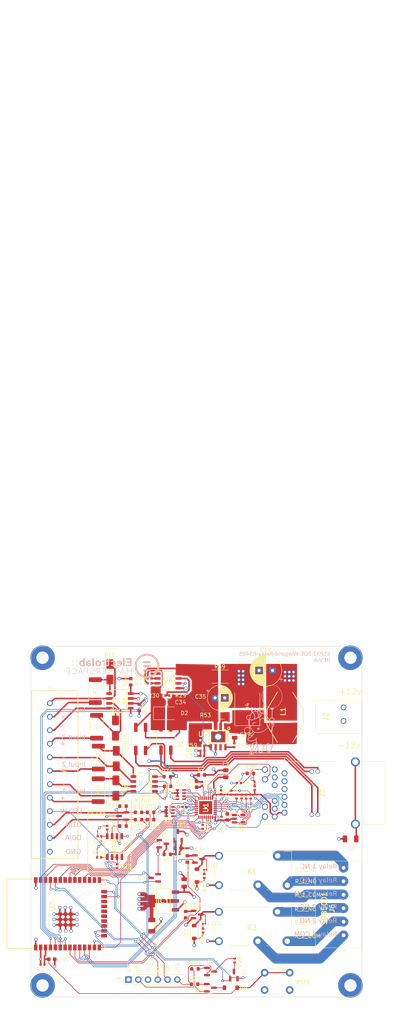
<source format=kicad_pcb>
(kicad_pcb (version 20221018) (generator pcbnew)
  (layers (0 "F.Cu" signal) (1 "In1.Cu" signal "In1.Cu.Vcc") (2 "In2.Cu" signal "In2.Cu.GND") (31 "B.Cu" signal) (34 "B.Paste" user) (35 "F.Paste" user) (36 "B.SilkS" user "B.Silkscreen") (37 "F.SilkS" user "F.Silkscreen") (38 "B.Mask" user) (39 "F.Mask" user) (44 "Edge.Cuts" user))
  (net 0 "")
  (net 1 "GND")
  (net 2 "+3.3V")
  (net 3 "/ESP_EN")
  (net 4 "Net-(D1-A)")
  (net 5 "Net-(D3-A)")
  (net 6 "Net-(D9-K)")
  (net 7 "/GPIO25{slash}EMAC_RXD0(RMII)")
  (net 8 "/GPIO23{slash}MDC(RMII)")
  (net 9 "/GPIO22{slash}EMAC_TXD1(RMII)")
  (net 10 "/GPIO21{slash}EMAC_TX_EN(RMII)")
  (net 11 "/GPIO26{slash}EMAC_RXD1(RMII)")
  (net 12 "/GPIO27{slash}EMAC_RX_CRS_DV")
  (net 13 "/GPIO33{slash}REL2")
  (net 14 "/GPIO32{slash}REL1")
  (net 15 "/GPIO18{slash}MDIO(RMII)")
  (net 16 "/GPIO19{slash}EMAC_TXD0(RMII)")
  (net 17 "Net-(LED1-A)")
  (net 18 "Net-(LED2-A)")
  (net 19 "Net-(Q1-B)")
  (net 20 "Net-(Q2-B)")
  (net 21 "Net-(Q4-B)")
  (net 22 "/D_Com")
  (net 24 "Net-(C1-Pad2)")
  (net 25 "Net-(U1-VDDCR)")
  (net 26 "Net-(U1-NRST)")
  (net 27 "Spare1")
  (net 28 "Spare2")
  (net 29 "Net-(D4-K)")
  (net 30 "Net-(C37-Pad2)")
  (net 31 "Net-(U7-FB)")
  (net 32 "/RD-")
  (net 33 "/RD+")
  (net 34 "/TD-")
  (net 35 "/TD+")
  (net 36 "Net-(T1-C)")
  (net 37 "Net-(U1-RBIAS)")
  (net 38 "Net-(U6-NC{slash}UVLO)")
  (net 39 "Net-(U6-DET)")
  (net 40 "Net-(U6-ILIM)")
  (net 41 "Net-(U6-CLASS)")
  (net 42 "Net-(R53-Pad1)")
  (net 43 "Net-(U7-BS)")
  (net 49 "/GPIO0")
  (net 50 "Net-(U6-PG)")
  (net 52 "/GPIO17{slash}EMAC_CLK_OUT_180")
  (net 53 "Net-(C3-Pad2)")
  (net 54 "Net-(J3-TRCT1)")
  (net 55 "+12V")
  (net 56 "/GPIO2")
  (net 57 "/Wiegand_D0{slash}RS485_A")
  (net 58 "Net-(D7-K)")
  (net 59 "/-Input1")
  (net 60 "Net-(D8-K)")
  (net 61 "/-Input2")
  (net 62 "/GPI35{slash}Input2")
  (net 63 "/GPI34{slash}Input1")
  (net 64 "Net-(D10-K)")
  (net 65 "/-Input3")
  (net 66 "Net-(D11-K)")
  (net 67 "/-Input4")
  (net 68 "/GPI39{slash}Input4")
  (net 69 "/GPI36{slash}Input3")
  (net 70 "/GPIO13{slash}Wiegand_D0{slash}RS485_RX")
  (net 71 "/GPIO15{slash}Wiegand_LED{slash}RS485_DIR")
  (net 72 "/GPIO14{slash}Wiegand_D1{slash}RS485_TX")
  (net 73 "Net-(IC4-A)")
  (net 74 "Net-(IC4-B)")
  (net 75 "Net-(J1-Pin_2)")
  (net 76 "/GPIO3{slash}UART_RX0")
  (net 77 "/GPIO1{slash}UART_TX0")
  (net 78 "Net-(J1-Pin_6)")
  (net 85 "Net-(J3-LED_Y-)")
  (net 86 "Net-(J3-LED_Y+)")
  (net 87 "Net-(J3-LED_G+)")
  (net 88 "Net-(J3-LED_G-)")
  (net 89 "/Wiegand_LED")
  (net 90 "/+Input1")
  (net 91 "/+Input2")
  (net 92 "/+Input3")
  (net 93 "/+Input4")
  (net 94 "/Relay_1_NO")
  (net 95 "/Relay_1_NC")
  (net 96 "/Relay_1_COM")
  (net 97 "/Relay_2_NO")
  (net 98 "/Relay_2_NC")
  (net 99 "/Relay_2_COM")
  (net 100 "Net-(Q3-B)")
  (net 101 "Net-(Q4-C)")
  (net 102 "Net-(RN2-R1_1)")
  (net 103 "Net-(RN2-R2_1)")
  (net 104 "Net-(RN2-R3_1)")
  (net 105 "Net-(RN2-R4_1)")
  (net 106 "/GPIO12{slash}PHY_PWR")
  (net 113 "/GPIO4")
  (net 114 "/GPIO16")
  (net 115 "/GPIO5")
  (net 116 "+3V3")
  (net 117 "/Wiegand_D1{slash}RS485_B")
  (net 118 "Net-(J3-VC3)")
  (net 119 "Net-(J3-VC4)")
  (net 120 "Net-(J3-VC1)")
  (net 121 "Net-(J3-VC2)")
  (footprint "SamacSys_Parts:SOP-4_3.8x4.1mm_P2.54mm_MB10S-YONG" (layer "F.Cu") (at 207.5 45.05 -90)
    (fp_text reference "D15")
    (fp_text value "MDB10S YONG")
  )
  (footprint "Diode_SMD:D_SMA" (layer "F.Cu") (at 201.05 57.8 -90)
    (fp_text reference "D8")
    (fp_text value "Diode 1KV")
  )
  (footprint "Resistor_SMD:R_Array_Concave_4x0603" (layer "F.Cu") (at 215 63.9 180)
    (fp_text reference "RN1")
    (fp_text value "2.2k/5%/0603x4")
  )
  (footprint "SamacSys_Parts:QFN50P500X500X100-33N-D" (layer "F.Cu") (at 224.4 62.9 -90)
    (fp_text reference "U1")
    (fp_text value "LAN8710A-EZC(QFN32)" hide)
  )
  (footprint "Resistor_SMD:R_0603_1608Metric" (layer "F.Cu") (at 214.4 75)
    (fp_text reference "R7")
    (fp_text value "1k/R0603")
  )
  (footprint "SamacSys_Parts:DO3316P333MLD" (layer "F.Cu") (at 245 39.445 90)
    (fp_text reference "L1")
    (fp_text value "DO3316P-333MLD" hide)
  )
  (footprint "Resistor_SMD:R_2512_6332Metric" (layer "F.Cu") (at 196.5 49.9 90)
    (fp_text reference "R14")
    (fp_text value "1.2kR/5%/1W/2512/CR2512-JW-122ELF")
  )
  (footprint "Package_TO_SOT_SMD:SOT-23" (layer "F.Cu") (at 222.5 76.2)
    (fp_text reference "Q1")
    (fp_text value "BC817-40(SOT23)")
  )
  (footprint "Package_TO_SOT_SMD:SOT-23" (layer "F.Cu") (at 231.7 106.3375 90)
    (fp_text reference "D5")
    (fp_text value "BAT54C(SOT23-3)")
  )
  (footprint "Resistor_SMD:R_2512_6332Metric" (layer "F.Cu") (at 228.11 28.9)
    (fp_text reference "R49")
    (fp_text value "4.7k/R2512")
  )
  (footprint "Diode_SMD:D_SMA" (layer "F.Cu") (at 214.3 38.4)
    (fp_text reference "D2")
    (fp_text value "SMAJ58A/SMA")
  )
  (footprint "SamacSys_Parts:SOT230P700X180-4N" (layer "F.Cu") (at 213.4 87.1 180)
    (fp_text reference "IC1")
    (fp_text value "AZ1117CH-3.3TRG1" hide)
  )
  (footprint "Connector_PinHeader_2.54mm:PinHeader_1x06_P2.54mm_Vertical" (layer "F.Cu") (at 204.32 107.5 90)
    (fp_text reference "J1")
    (fp_text value "Conn_01x06_MountingPin")
  )
  (footprint "Diode_SMD:D_SMC" (layer "F.Cu") (at 235.2 36.7 90)
    (fp_text reference "D4")
    (fp_text value "SS510/100V/5A/0.85V/DO214AB(SMC)")
  )
  (footprint "SamacSys_Parts:SOIC127P600X175-8N" (layer "F.Cu") (at 214.6 30)
    (fp_text reference "U6")
    (fp_text value "TPS2376DDAR-H (SO-8)" hide)
  )
  (footprint "Resistor_SMD:R_0402_1005Metric" (layer "F.Cu") (at 223.6 67.9 -90)
    (fp_text reference "R19")
    (fp_text value "10k/R0402")
  )
  (footprint "Capacitor_SMD:C_0603_1608Metric" (layer "F.Cu") (at 230 65.3 -90)
    (fp_text reference "C7")
    (fp_text value "22uF/6.3V/20%/X5R/C0603")
  )
  (footprint "LED_SMD:LED_0201_0603Metric" (layer "F.Cu") (at 223.97 93 180)
    (fp_text reference "LED2")
    (fp_text value "LED/GREEN/0603")
  )
  (footprint "Diode_SMD:D_SOD-123" (layer "F.Cu") (at 221.4 95.15 90)
    (fp_text reference "D3")
    (fp_text value "1N5819S4(SOD-123)")
  )
  (footprint "Resistor_SMD:R_0402_1005Metric" (layer "F.Cu") (at 234.9 60.01 90)
    (fp_text reference "R10")
    (fp_text value "49.9R/1%/R0402")
  )
  (footprint "SamacSys_Parts:1984963" (layer "F.Cu") (at 260.2 40.4 90)
    (fp_text reference "J2")
    (fp_text value "1984963" hide)
  )
  (footprint "Resistor_SMD:R_0402_1005Metric" (layer "F.Cu") (at 196.7 75.8)
    (fp_text reference "R22")
    (fp_text value "10k/R0402")
  )
  (footprint "Package_TO_SOT_SMD:SOT-23" (layer "F.Cu") (at 222.1625 90.6)
    (fp_text reference "Q2")
    (fp_text value "BC817-40(SOT23)")
  )
  (footprint "Resistor_SMD:R_0402_1005Metric" (layer "F.Cu") (at 231 59 -90)
    (fp_text reference "R13")
    (fp_text value "2.2k/R0402")
  )
  (footprint "Capacitor_THT:CP_Radial_D8.0mm_P3.50mm" (layer "F.Cu") (at 241.752651 27.3 180)
    (fp_text reference "C39")
    (fp_text value "470uF/16V/20%/Low_ESR/RM3.5/8.0x15mm")
  )
  (footprint "Resistor_SMD:R_0603_1608Metric" (layer "F.Cu") (at 214.5 57.3675)
    (fp_text reference "R35")
    (fp_text value "1k/R0603")
  )
  (footprint "Package_TO_SOT_SMD:SOT-23-3" (layer "F.Cu") (at 217.2 70.2 90)
    (fp_text reference "FET1")
    (fp_text value "WPM2015-3/TR")
  )
  (footprint "Resistor_SMD:R_0603_1608Metric" (layer "F.Cu") (at 210.075 66 180)
    (fp_text reference "R21")
    (fp_text value "1k/R0603")
  )
  (footprint "Capacitor_SMD:C_1206_3216Metric" (layer "F.Cu") (at 210.4 93.5 -90)
    (fp_text reference "C8")
    (fp_text value "22uF/6.3v/10%/1206")
  )
  (footprint "MountingHole:MountingHole_3.2mm_M3_Pad" (layer "F.Cu") (at 182 109)
    (fp_text reference "MH4")
    (fp_text value "Mounting_hole_Shield_3.3mm")
  )
  (footprint "Capacitor_SMD:C_0402_1005Metric" (layer "F.Cu") (at 223.4 56.7 90)
    (fp_text reference "C27")
    (fp_text value "100nF/16V/10%/X7R/C0402")
  )
  (footprint "Resistor_SMD:R_0402_1005Metric" (layer "F.Cu") (at 201.4 78.1 -90)
    (fp_text reference "R23")
    (fp_text value "10k/R0402")
  )
  (footprint "Capacitor_SMD:C_0805_2012Metric" (layer "F.Cu") (at 231.91 43.8 -90)
    (fp_text reference "C37")
    (fp_text value "100nF/100V/10%/X7R/C0805")
  )
  (footprint "Resistor_SMD:R_0603_1608Metric" (layer "F.Cu") (at 210.075 64.1 180)
    (fp_text reference "R33")
    (fp_text value "1k/R0603")
  )
  (footprint "MountingHole:MountingHole_3.2mm_M3_Pad" (layer "F.Cu") (at 262 109)
    (fp_text reference "MH3")
    (fp_text value "Mounting_hole_Shield_3.3mm")
  )
  (footprint "Resistor_SMD:R_2512_6332Metric" (layer "F.Cu") (at 196.45 58.35 90)
    (fp_text reference "R16")
    (fp_text value "1.2kR/5%/1W/2512/CR2512-JW-122ELF")
  )
  (footprint "SamacSys_Parts:ESP32WROOM32EN4" (layer "F.Cu") (at 185.5 90.405 90)
    (fp_text reference "U3")
    (fp_text value "ESP-WROOM-32" hide)
  )
  (footprint "Resistor_SMD:R_0805_2012Metric" (layer "F.Cu") (at 229.6 54.1 -90)
    (fp_text reference "L2")
    (fp_text value "FB0805/600R/2A")
  )
  (footprint "Capacitor_SMD:C_0402_1005Metric" (layer "F.Cu") (at 237.1 57.8 90)
    (fp_text reference "C4")
    (fp_text value "100nF/16V/10%/X7R/C0402")
  )
  (footprint "Capacitor_SMD:C_0402_1005Metric" (layer "F.Cu") (at 218.9 62.7 180)
    (fp_text reference "C6")
    (fp_text value "100nF/16V/10%/X7R/C0402")
  )
  (footprint "Resistor_SMD:R_0402_1005Metric" (layer "F.Cu") (at 223.54 48.13)
    (fp_text reference "R60")
    (fp_text value "300k/1%/R0402")
  )
  (footprint "Resistor_SMD:R_0603_1608Metric" (layer "F.Cu") (at 206.925 64.1)
    (fp_text reference "R32")
    (fp_text value "470R/R0603")
  )
  (footprint "SamacSys_Parts:1985069" (layer "F.Cu") (at 183.9 35.8 -90)
    (fp_text reference "J5")
    (fp_text value "1985069" hide)
  )
  (footprint "SamacSys_Parts:1985001" (layer "F.Cu") (at 260.2 96 90)
    (fp_text reference "J6")
    (fp_text value "1985001")
  )
  (footprint "Resistor_SMD:R_0402_1005Metric" (layer "F.Cu") (at 232.4 60.01 90)
    (fp_text reference "R8")
    (fp_text value "49.9R/1%/R0402")
  )
  (footprint "Resistor_SMD:R_0402_1005Metric" (layer "F.Cu") (at 233.01 56.5 180)
    (fp_text reference "R15")
    (fp_text value "2.2k/R0402")
  )
  (footprint "SamacSys_Parts:SOIC127P610X323-8N" (layer "F.Cu") (at 208.4 56.735)
    (fp_text reference "IC2")
    (fp_text value "VOD207T" hide)
  )
  (footprint "Package_TO_SOT_SMD:SOT-23-5" (layer "F.Cu") (at 232.9375 65.75)
    (fp_text reference "TVS2")
    (fp_text value "ESDS314DBVR(SOT-23-5)")
  )
  (footprint "SamacSys_Parts:08261X1TGHF" (layer "F.Cu") (at 260.1 59.09 -90)
    (fp_text reference "J3")
    (fp_text value "0826-1X1T-GH-F" hide)
  )
  (footprint "Diode_SMD:D_SMA" (layer "F.Cu") (at 200.95 42.25 90)
    (fp_text reference "D11")
    (fp_text value "Diode 1KV")
  )
  (footprint "Capacitor_THT:CP_Radial_D6.3mm_P2.50mm" (layer "F.Cu") (at 226.827621 34.4)
    (fp_text reference "C35")
    (fp_text value "15uF/100V/20%/RM2.5/6.3x11mm(Farnell:1281844)")
  )
  (footprint "Resistor_SMD:R_0603_1608Metric" (layer "F.Cu") (at 202.9125 67.65)
    (fp_text reference "R28")
    (fp_text value "10R/5%/pulse resistor/0603")
  )
  (footprint "Diode_SMD:D_SMA" (layer "F.Cu") (at 201.15 50.15 -90)
    (fp_text reference "D7")
    (fp_text value "Diode 1KV")
  )
  (footprint "Resistor_SMD:R_0603_1608Metric" (layer "F.Cu") (at 221.6 104.7)
    (fp_text reference "R26")
    (fp_text value "1k/R0603")
  )
  (footprint "Resistor_SMD:R_0402_1005Metric" (layer "F.Cu") (at 213.39 33.8 180)
    (fp_text reference "R30")
    (fp_text value "10k/R0402")
  )
  (footprint "SamacSys_Parts:G5Q1DC12" (layer "F.Cu") (at 227.8 97.535)
    (fp_text reference "K2")
    (fp_text value "G5Q-1-DC12" hide)
  )
  (footprint "Capacitor_SMD:C_0603_1608Metric" (layer "F.Cu") (at 223.3 54.4 180)
    (fp_text reference "C2")
    (fp_text value "22uF/6.3V/20%/X5R/C0603")
  )
  (footprint "Package_TO_SOT_SMD:SOT-23" (layer "F.Cu") (at 213.2375 72.25)
    (fp_text reference "T1")
    (fp_text value "LMUN2211LT1G(SOT-23)")
  )
  (footprint "SamacSys_Parts:SOIC127P600X175-8N" (layer "F.Cu") (at 200.7 73 90)
    (fp_text reference "IC4")
    (fp_text value "THVD1420DR" hide)
  )
  (footprint "Diode_SMD:D_SOD-123" (layer "F.Cu") (at 222.1 80.5 90)
    (fp_text reference "D1")
    (fp_text value "1N5819S4(SOD-123)")
  )
  (footprint "Package_TO_SOT_SMD:SOT-23" (layer "F.Cu") (at 225.6 109.6)
    (fp_text reference "Q3")
    (fp_text value "BC817-40(SOT23)")
  )
  (footprint "SamacSys_Parts:SOIC8E" (layer "F.Cu") (at 227.605 44.5 180)
    (fp_text reference "U7")
    (fp_text value "TX4138(ESOIC-8)")
  )
  (footprint "Package_TO_SOT_SMD:SOT-23" (layer "F.Cu") (at 211.1 81.1 180)
    (fp_text reference "Q5")
    (fp_text value "BC817-40(SOT23)")
  )
  (footprint "Resistor_SMD:R_0402_1005Metric" (layer "F.Cu") (at 231.9 102.5475 90)
    (fp_text reference "R25")
    (fp_text value "220R/R0402")
  )
  (footprint "Package_TO_SOT_SMD:SOT-23" (layer "F.Cu") (at 202.8125 65.05 180)
    (fp_text reference "D6")
    (fp_text value "STS232120B301")
  )
  (footprint "Capacitor_SMD:C_0402_1005Metric" (layer "F.Cu") (at 198.8 68.1 -90)
    (fp_text reference "C13")
    (fp_text value "100nF/16V/10%/X7R/C0402")
  )
  (footprint "SamacSys_Parts:G5Q1DC12" (layer "F.Cu") (at 227.84 83)
    (fp_text reference "K1")
    (fp_text value "G5Q-1-DC12" hide)
  )
  (footprint "Resistor_SMD:R_0603_1608Metric" (layer "F.Cu") (at 206.925 66)
    (fp_text reference "R18")
    (fp_text value "470R/R0603")
  )
  (footprint "Diode_SMD:D_SOD-123" (layer "F.Cu") (at 230.9 109.6)
    (fp_text reference "D9")
    (fp_text value "1N5819S4(SOD-123)")
  )
  (footprint "Diode_SMD:D_SMA" (layer "F.Cu") (at 199.5 27.65 90)
    (fp_text reference "D10")
    (fp_text value "Diode 1KV")
  )
  (footprint "Resistor_SMD:R_Array_Concave_4x0603" (layer "F.Cu") (at 217.9 59.5 180)
    (fp_text reference "RN2")
    (fp_text value "2.2k/5%/0603x4")
  )
  (footprint "Resistor_SMD:R_0603_1608Metric" (layer "F.Cu") (at 202.9 62.5)
    (fp_text reference "R31")
    (fp_text value "10R/5%/pulse resistor/0603")
  )
  (footprint "Resistor_SMD:R_0402_1005Metric" (layer "F.Cu") (at 223.52 46.8 180)
    (fp_text reference "R59")
    (fp_text value "21k/1%/R0402")
  )
  (footprint "Resistor_SMD:R_2512_6332Metric" (layer "F.Cu") (at 196.05 41.9 90)
    (fp_text reference "R6")
    (fp_text value "1.2kR/5%/1W/2512/CR2512-JW-122ELF")
  )
  (footprint "Resistor_SMD:R_0603_1608Metric" (layer "F.Cu") (at 219.6 76.2 90)
    (fp_text reference "R1")
    (fp_text value "1k/R0603")
  )
  (footprint "Resistor_SMD:R_0402_1005Metric" (layer "F.Cu") (at 233.7 60.01 90)
    (fp_text reference "R9")
    (fp_text value "49.9R/1%/R0402")
  )
  (footprint "Capacitor_SMD:C_0402_1005Metric" (layer "F.Cu") (at 228.5 65.7 -90)
    (fp_text reference "C10")
    (fp_text value "100nF/16V/10%/X7R/C0402")
  )
  (footprint "SamacSys_Parts:SOIC127P610X323-8N" (layer "F.Cu") (at 202.1 35.2)
    (fp_text reference "IC3")
    (fp_text value "VOD207T" hide)
  )
  (footprint "Resistor_SMD:R_0402_1005Metric" (layer "F.Cu") (at 209.821 28.095)
    (fp_text reference "R47")
    (fp_text value "180k/1%/R0402")
  )
  (footprint "LED_SMD:LED_0201_0603Metric" (layer "F.Cu") (at 224.3 79 180)
    (fp_text reference "LED1")
    (fp_text value "LED/GREEN/0603")
  )
  (footprint "Resistor_SMD:R_0603_1608Metric" (layer "F.Cu") (at 207.1 36.9 -90)
    (fp_text reference "R37")
    (fp_text value "1k/R0603")
  )
  (footprint "Resistor_SMD:R_0402_1005Metric" (layer "F.Cu") (at 223.7 94.79 -90)
    (fp_text reference "R3")
    (fp_text value "2.2k/R0402")
  )
  (footprint "Resistor_SMD:R_0402_1005Metric" (layer "F.Cu") (at 209.811 30.635)
    (fp_text reference "R43")
    (fp_text value "24.9k/1%/R0402")
  )
  (footprint "Resistor_SMD:R_1206_3216Metric" (layer "F.Cu") (at 228.5475 39 180)
    (fp_text reference "R53")
    (fp_text value "0.03R/1%/R1206")
  )
  (footprint "Resistor_SMD:R_0402_1005Metric" (layer "F.Cu") (at 224 80.6 -90)
    (fp_text reference "R17")
    (fp_text value "2.2k/R0402")
  )
  (footprint "Resistor_SMD:R_0402_1005Metric" (layer "F.Cu") (at 217.1 74.9 180)
    (fp_text reference "R4")
    (fp_text value "10k/R0402")
  )
  (footprint "MountingHole:MountingHole_3.2mm_M3_Pad" (layer "F.Cu") (at 262 24)
    (fp_text reference "MH2")
    (fp_text value "Mounting_hole_Shield_3.3mm")
  )
  (footprint "Capacitor_SMD:C_0402_1005Metric" (layer "F.Cu") (at 223.51 49.45)
    (fp_text reference "C38")
    (fp_text value "12pF/50V/5%/COG/C0402")
  )
  (footprint "Resistor_SMD:R_0603_1608Metric" (layer "F.Cu") (at 214.4 54.8675)
    (fp_text reference "R34")
    (fp_text value "1k/R0603")
  )
  (footprint "Resistor_SMD:R_0402_1005Metric" (layer "F.Cu") (at 215.41 33.8 180)
    (fp_text reference "R29")
    (fp_text value "130k/R0402")
  )
  (footprint "Resistor_SMD:R_0603_1608Metric" (layer "F.Cu") (at 219.2 90.625 90)
    (fp_text reference "R5")
    (fp_text value "1k/R0603")
  )
  (footprint "Resistor_SMD:R_0603_1608Metric" (layer "F.Cu") (at 236 54)
    (fp_text reference "R20")
    (fp_text value "12.1k/1%/R0603")
  )
  (footprint "Capacitor_SMD:C_0603_1608Metric" (layer "F.Cu") (at 217.2 73.4 180)
    (fp_text reference "C1")
    (fp_text value "22uF/6.3V/20%/X5R/C0603")
  )
  (footprint "Resistor_SMD:R_0603_1608Metric" (layer "F.Cu") (at 221.5 108.7)
    (fp_text reference "R27")
    (fp_text value "1k/R0603")
  )
  (footprint "MountingHole:MountingHole_3.2mm_M3_Pad" (layer "F.Cu") (at 182 24)
    (fp_text reference "MH1")
    (fp_text value "Mounting_hole_Shield_3.3mm")
  )
  (footprint "Capacitor_SMD:C_1206_3216Metric" (layer "F.Cu") (at 262.025 71)
    (fp_text reference "C3")
    (fp_text value "1nF/2000V/10%/X7R/C1206")
  )
  (footprint "Capacitor_SMD:C_0402_1005Metric" (layer "F.Cu") (at 228.4 58.9 90)
    (fp_text reference "C25")
    (fp_text value "100nF/16V/10%/X7R/C0402")
  )
  (footprint "Capacitor_SMD:C_0603_1608Metric" (layer "F.Cu") (at 222 56.8 90)
    (fp_text reference "C26")
    (fp_text value "2.2uF/6.3V/10%/X5R/C0603")
  )
  (footprint "Capacitor_SMD:C_0805_2012Metric" (layer "F.Cu") (at 214.45 35.6 180)
    (fp_text reference "C34")
    (fp_text value "100nF/100V/10%/X7R/C0805")
  )
  (footprint "Capacitor_SMD:C_0402_1005Metric" (layer "F.Cu") (at 196.8 70.3)
    (fp_text reference "C12")
    (fp_text value "100nF/16V/10%/X7R/C0402")
  )
  (footprint "Resistor_SMD:R_0402_1005Metric" (layer "F.Cu") (at 182 103.6)
    (fp_text reference "R24")
    (fp_text value "10k/R0402")
  )
  (footprint "Capacitor_SMD:C_0603_1608Metric" (layer "F.Cu") (at 184.4 102.2 180)
    (fp_text reference "C31")
    (fp_text value "1uF/10V/10%/X5R/C0603")
  )
  (footprint "Capacitor_SMD:C_0805_2012Metric" (layer "F.Cu") (at 218.8 82.4 90)
    (fp_text reference "C5")
    (fp_text value "10uF/16v/10%/0805")
  )
  (footprint "Resistor_SMD:R_2512_6332Metric" (layer "F.Cu") (at 195.7 32.65 90)
    (fp_text reference "R2")
    (fp_text value "1.2kR/5%/1W/2512/CR2512-JW-122ELF")
  )
  (footprint "Resistor_SMD:R_0603_1608Metric" (layer "F.Cu") (at 204.9 30.225 90)
    (fp_text reference "R36")
    (fp_text value "1k/R0603")
  )
  (footprint "Button_Switch_THT:SW_PUSH_6mm" (layer "F.Cu") (at 239.7 105.7)
    (fp_text reference "RST1")
    (fp_text value "T1107A(6x3,8x2,5MM)")
  )
  (footprint "Package_TO_SOT_SMD:SOT-23" (layer "F.Cu") (at 225.6625 105.4)
    (fp_text reference "Q4")
    (fp_text value "BC817-40(SOT23)")
  )
  (footprint "Resistor_SMD:R_0402_1005Metric" (layer "F.Cu") (at 231.81 46.7 90)
    (fp_text reference "R55")
    (fp_text value "4.7R/R0402")
  )
  (footprint "SamacSys_Parts:SOP-4_3.8x4.1mm_P2.54mm_MB10S-YONG" (layer "F.Cu") (at 214.05 44.95 -90)
    (fp_text reference "D14")
    (fp_text value "MDB10S YONG")
  )
  (footprint "Resistor_SMD:R_0402_1005Metric" (layer "F.Cu") (at 209.811 29.365)
    (fp_text reference "R48")
    (fp_text value "4.42k/1%/1/16W/R0402")
  )
  (footprint "Resistor_SMD:R_0402_1005Metric" (layer "F.Cu") (at 236.1 60.02 90)
    (fp_text reference "R12")
    (fp_text value "49.9R/1%/R0402")
  )
  (gr_poly (pts (xy 238.260684 42.107833) (xy 238.249333 42.108353) (xy 238.238027 42.109255) (xy 238.226772 42.110594) (xy 238.221163 42.111444) (xy 238.215569 42.112424) (xy 238.209989 42.11354) (xy 238.204424 42.114799) (xy 238.198873 42.116208) (xy 238.193339 42.117774) (xy 238.14963 42.130541) (xy 238.12772 42.136735) (xy 238.105762 42.142751) (xy 238.013164 42.168521) (xy 237.989964 42.17479) (xy 237.96669 42.180791) (xy 237.943315 42.186425) (xy 237.919814 42.191593) (xy 237.903756 42.195051) (xy 237.887743 42.198752) (xy 237.871796 42.202745) (xy 237.855936 42.207078) (xy 237.840182 42.2118) (xy 237.824556 42.216961) (xy 237.809076 42.222609) (xy 237.793765 42.228794) (xy 237.78678 42.231865) (xy 237.779916 42.23513) (xy 237.773173 42.238594) (xy 237.766552 42.242261) (xy 237.760056 42.246136) (xy 237.753685 42.250225) (xy 237.747441 42.254532) (xy 237.741325 42.259062) (xy 237.734535 42.26456) (xy 237.728192 42.270295) (xy 237.722293 42.276262) (xy 237.716836 42.282458) (xy 237.711817 42.288877) (xy 237.707234 42.295514) (xy 237.703083 42.302365) (xy 237.699362 42.309426) (xy 237.696067 42.316691) (xy 237.693197 42.324156) (xy 237.690747 42.331816) (xy 237.688714 42.339667) (xy 237.687097 42.347705) (xy 237.685892 42.355923) (xy 237.685095 42.364318) (xy 237.684705 42.372885) (xy 237.684664 42.379235) (xy 237.684818 42.385563) (xy 237.685165 42.391869) (xy 237.685702 42.398149) (xy 237.686427 42.404403) (xy 237.687337 42.410629) (xy 237.688431 42.416826) (xy 237.689706 42.422991) (xy 237.691159 42.429123) (xy 237.692788 42.435221) (xy 237.694592 42.441283) (xy 237.696567 42.447307) (xy 237.698711 42.453292) (xy 237.701023 42.459235) (xy 237.703498 42.465137) (xy 237.706137 42.470993) (xy 237.713231 42.485276) (xy 237.720912 42.498905) (xy 237.729168 42.511893) (xy 237.737983 42.524254) (xy 237.747346 42.536003) (xy 237.757243 42.547153) (xy 237.767661 42.557718) (xy 237.778586 42.567712) (xy 237.790005 42.57715) (xy 237.801906 42.586044) (xy 237.814274 42.59441) (xy 237.827096 42.60226) (xy 237.84036 42.60961) (xy 237.854052 42.616472) (xy 237.868158 42.622861) (xy 237.882666 42.628791) (xy 237.891806 42.632265) (xy 237.900593 42.635413) (xy 237.909091 42.638251) (xy 237.917359 42.640793) (xy 237.925461 42.643053) (xy 237.933459 42.645046) (xy 237.941414 42.646787) (xy 237.949388 42.64829) (xy 237.957443 42.64957) (xy 237.965642 42.650641) (xy 237.974045 42.651518) (xy 237.982716 42.652216) (xy 237.991716 42.652748) (xy 238.001106 42.65313) (xy 238.021308 42.653502) (xy 238.039558 42.653547) (xy 238.057581 42.652856) (xy 238.075377 42.651437) (xy 238.092951 42.6493) (xy 238.110305 42.646452) (xy 238.12744 42.642903) (xy 238.14436 42.638662) (xy 238.161067 42.633738) (xy 238.177564 42.628138) (xy 238.193854 42.621873) (xy 238.209938 42.614951) (xy 238.22582 42.60738) (xy 238.241502 42.59917) (xy 238.256986 42.59033) (xy 238.272276 42.580868) (xy 238.287373 42.570793) (xy 238.292052 42.567491) (xy 238.296664 42.564113) (xy 238.301211 42.560662) (xy 238.305692 42.557138) (xy 238.314467 42.549882) (xy 238.322999 42.542357) (xy 238.331298 42.534577) (xy 238.339374 42.526555) (xy 238.347236 42.518302) (xy 238.354895 42.509834) (xy 238.362869 42.500502) (xy 238.37046 42.490983) (xy 238.377668 42.481277) (xy 238.384494 42.471385) (xy 238.390936 42.461307) (xy 238.396997 42.451045) (xy 238.397419 42.450267) (xy 238.183826 42.450267) (xy 238.183756 42.452987) (xy 238.183484 42.455691) (xy 238.183013 42.458341) (xy 238.182343 42.460898) (xy 238.181478 42.463323) (xy 238.180972 42.464474) (xy 238.180418 42.465578) (xy 238.179815 42.46663) (xy 238.179165 42.467625) (xy 238.178467 42.468558) (xy 238.177722 42.469425) (xy 238.176929 42.47022) (xy 238.176089 42.47094) (xy 238.172168 42.474085) (xy 238.170199 42.475663) (xy 238.168212 42.477216) (xy 238.166197 42.478722) (xy 238.165177 42.47945) (xy 238.164146 42.480158) (xy 238.163104 42.480844) (xy 238.162049 42.481505) (xy 238.16098 42.482137) (xy 238.159897 42.482739) (xy 238.152391 42.486595) (xy 238.144794 42.490079) (xy 238.137099 42.493211) (xy 238.129298 42.49601) (xy 238.121386 42.498494) (xy 238.113357 42.500682) (xy 238.105203 42.502595) (xy 238.096919 42.50425) (xy 238.088498 42.505667) (xy 238.079933 42.506865) (xy 238.071219 42.507863) (xy 238.062348 42.50868) (xy 238.044111 42.509848) (xy 238.025171 42.510521) (xy 238.006181 42.509449) (xy 237.994341 42.50872) (xy 237.981833 42.507822) (xy 237.974056 42.507054) (xy 237.966403 42.505984) (xy 237.958872 42.504616) (xy 237.951462 42.502954) (xy 237.944172 42.501001) (xy 237.937002 42.498762) (xy 237.92995 42.496241) (xy 237.923016 42.493442) (xy 237.916198 42.490369) (xy 237.909496 42.487025) (xy 237.902908 42.483416) (xy 237.896435 42.479545) (xy 237.890074 42.475415) (xy 237.883825 42.471032) (xy 237.877687 42.466399) (xy 237.871659 42.46152) (xy 237.870261 42.460303) (xy 237.8689 42.459037) (xy 237.867576 42.457726) (xy 237.866285 42.456373) (xy 237.865024 42.454983) (xy 237.863792 42.453559) (xy 237.862585 42.452105) (xy 237.861401 42.450626) (xy 237.859092 42.447606) (xy 237.856844 42.444531) (xy 237.852451 42.438343) (xy 237.851757 42.437312) (xy 237.851123 42.436243) (xy 237.850547 42.435141) (xy 237.85003 42.434008) (xy 237.849571 42.432846) (xy 237.849169 42.43166) (xy 237.848823 42.43045) (xy 237.848532 42.429221) (xy 237.848115 42.426716) (xy 237.847912 42.424167) (xy 237.847917 42.421596) (xy 237.848125 42.419028) (xy 237.848531 42.416484) (xy 237.849127 42.413988) (xy 237.84991 42.411563) (xy 237.850874 42.409232) (xy 237.852012 42.407017) (xy 237.853319 42.404941) (xy 237.854035 42.403963) (xy 237.854791 42.403028) (xy 237.855586 42.40214) (xy 237.85642 42.401301) (xy 237.858816 42.399099) (xy 237.861262 42.396999) (xy 237.863758 42.395001) (xy 237.866304 42.393107) (xy 237.868901 42.391318) (xy 237.871549 42.389635) (xy 237.874248 42.388059) (xy 237.876998 42.38659) (xy 237.879799 42.385231) (xy 237.882652 42.383982) (xy 237.885557 42.382845) (xy 237.888514 42.38182) (xy 237.891524 42.380908) (xy 237.894586 42.380111) (xy 237.897701 42.379429) (xy 237.900869 42.378864) (xy 237.918481 42.376397) (xy 237.936113 42.374566) (xy 237.953764 42.373331) (xy 237.971435 42.372654) (xy 237.989125 42.372494) (xy 238.006836 42.372815) (xy 238.024566 42.373575) (xy 238.042316 42.374737) (xy 238.051384 42.375599) (xy 238.060312 42.376793) (xy 238.069104 42.378316) (xy 238.07776 42.380164) (xy 238.086284 42.382334) (xy 238.094678 42.38482) (xy 238.102943 42.387621) (xy 238.111081 42.390731) (xy 238.119096 42.394148) (xy 238.126989 42.397868) (xy 238.134762 42.401886) (xy 238.142418 42.406199) (xy 238.149958 42.410804) (xy 238.157385 42.415697) (xy 238.164701 42.420873) (xy 238.171908 42.42633) (xy 238.172384 42.426729) (xy 238.172842 42.427151) (xy 238.173282 42.427592) (xy 238.173709 42.42805) (xy 238.174123 42.428524) (xy 238.174527 42.42901) (xy 238.175316 42.430009) (xy 238.176872 42.432046) (xy 238.177271 42.432549) (xy 238.177677 42.433045) (xy 238.178094 42.43353) (xy 238.178523 42.434004) (xy 238.179245 42.434848) (xy 238.179914 42.43576) (xy 238.180529 42.436736) (xy 238.181091 42.437769) (xy 238.181599 42.438857) (xy 238.182055 42.439994) (xy 238.182458 42.441174) (xy 238.182809 42.442394) (xy 238.183354 42.444932) (xy 238.183692 42.447569) (xy 238.183826 42.450267) (xy 238.397419 42.450267) (xy 238.402675 42.440598) (xy 238.40797 42.429969) (xy 238.412884 42.419158) (xy 238.417416 42.408165) (xy 238.421567 42.396991) (xy 238.425335 42.385637) (xy 238.428723 42.374104) (xy 238.431729 42.362393) (xy 238.434354 42.350503) (xy 238.436598 42.338437) (xy 238.437388 42.333404) (xy 238.438069 42.328365) (xy 238.438639 42.323323) (xy 238.439097 42.318277) (xy 238.43944 42.31323) (xy 238.439666 42.308182) (xy 238.439774 42.303134) (xy 238.43976 42.298088) (xy 238.439624 42.293044) (xy 238.439363 42.288004) (xy 238.438976 42.282968) (xy 238.438459 42.277938) (xy 238.437812 42.272915) (xy 238.437031 42.2679) (xy 238.436116 42.262894) (xy 238.435064 42.257898) (xy 238.433641 42.25173) (xy 238.432146 42.245573) (xy 238.430572 42.239434) (xy 238.428912 42.233318) (xy 238.427157 42.227232) (xy 238.4253 42.221182) (xy 238.423334 42.215174) (xy 238.421251 42.209215) (xy 238.419032 42.203358) (xy 238.416624 42.197656) (xy 238.414034 42.192111) (xy 238.411265 42.186724) (xy 238.408325 42.181498) (xy 238.405217 42.176433) (xy 238.401948 42.171533) (xy 238.398523 42.166798) (xy 238.394948 42.162231) (xy 238.391227 42.157833) (xy 238.387366 42.153607) (xy 238.383371 42.149554) (xy 238.379246 42.145676) (xy 238.374998 42.141975) (xy 238.370631 42.138453) (xy 238.366151 42.135112) (xy 238.361564 42.131953) (xy 238.356875 42.128978) (xy 238.352089 42.126189) (xy 238.347211 42.123589) (xy 238.342247 42.121178) (xy 238.337203 42.118959) (xy 238.332083 42.116934) (xy 238.326894 42.115104) (xy 238.32164 42.113471) (xy 238.316327 42.112037) (xy 238.31096 42.110805) (xy 238.305545 42.109775) (xy 238.300087 42.10895) (xy 238.294591 42.108331) (xy 238.289063 42.107921) (xy 238.283509 42.107721) (xy 238.272077 42.10764)) (fill solid) (layer "B.SilkS"))
  (gr_poly (pts (xy 191.201999 28.179) (xy 191.32 28.179) (xy 191.504 27.732) (xy 192.201 27.732) (xy 192.384 28.179) (xy 192.501 28.179) (xy 192.275602 27.641) (xy 192.162 27.641) (xy 191.542 27.641) (xy 191.851 26.885) (xy 192.162 27.641) (xy 192.275602 27.641) (xy 191.859999 26.649) (xy 191.843 26.649)) (fill solid) (layer "B.SilkS"))
  (gr_poly (pts (xy 237.120531 40.683198) (xy 237.091877 40.685798) (xy 237.064006 40.689678) (xy 237.036903 40.694836) (xy 237.010553 40.701267) (xy 236.984941 40.70897) (xy 236.960054 40.71794) (xy 236.935874 40.728176) (xy 236.912389 40.739673) (xy 236.889583 40.752429) (xy 236.867441 40.766441) (xy 236.845948 40.781707) (xy 236.825091 40.798222) (xy 236.804853 40.815983) (xy 236.78522 40.834989) (xy 236.766177 40.855235) (xy 236.759539 40.862854) (xy 236.753087 40.870639) (xy 236.746776 40.878552) (xy 236.740558 40.886549) (xy 236.728218 40.902637) (xy 236.722002 40.910646) (xy 236.715694 40.918576) (xy 236.714818 40.919619) (xy 236.713919 40.920616) (xy 236.712996 40.921566) (xy 236.712051 40.922472) (xy 236.711083 40.923333) (xy 236.710095 40.924151) (xy 236.708058 40.925661) (xy 236.705946 40.927006) (xy 236.703765 40.928194) (xy 236.70152 40.929232) (xy 236.699217 40.930125) (xy 236.696863 40.930881) (xy 236.694464 40.931506) (xy 236.692025 40.932006) (xy 236.689553 40.932388) (xy 236.687052 40.932658) (xy 236.684531 40.932823) (xy 236.681993 40.932889) (xy 236.679446 40.932864) (xy 236.671839 40.932543) (xy 236.664257 40.932032) (xy 236.649158 40.930513) (xy 236.634128 40.928463) (xy 236.619148 40.926038) (xy 236.589256 40.92069) (xy 236.574306 40.918079) (xy 236.559325 40.915719) (xy 236.5583 40.915604) (xy 236.557242 40.915556) (xy 236.556154 40.915572) (xy 236.555039 40.915653) (xy 236.553902 40.915794) (xy 236.552746 40.915995) (xy 236.550389 40.916569) (xy 236.547998 40.917361) (xy 236.5456 40.918356) (xy 236.543223 40.919539) (xy 236.540897 40.920898) (xy 236.538649 40.922417) (xy 236.536507 40.924083) (xy 236.5345 40.925881) (xy 236.532656 40.927796) (xy 236.531002 40.929816) (xy 236.530256 40.93086) (xy 236.529568 40.931925) (xy 236.528942 40.933009) (xy 236.528381 40.93411) (xy 236.527889 40.935226) (xy 236.52747 40.936356) (xy 236.52714 40.937448) (xy 236.526865 40.938579) (xy 236.526644 40.939741) (xy 236.526476 40.940931) (xy 236.52636 40.942142) (xy 236.526294 40.943369) (xy 236.526278 40.944606) (xy 236.526311 40.945848) (xy 236.526392 40.94709) (xy 236.526519 40.948325) (xy 236.526693 40.949549) (xy 236.526911 40.950755) (xy 236.527172 40.951939) (xy 236.527477 40.953095) (xy 236.527823 40.954217) (xy 236.528209 40.9553) (xy 236.528674 40.956419) (xy 236.529193 40.957534) (xy 236.529763 40.95864) (xy 236.530381 40.959735) (xy 236.531044 40.960817) (xy 236.53175 40.961882) (xy 236.532495 40.962928) (xy 236.533276 40.963952) (xy 236.534091 40.964951) (xy 236.534937 40.965923) (xy 236.53581 40.966864) (xy 236.536708 40.967772) (xy 236.537627 40.968644) (xy 236.538565 40.969478) (xy 236.539519 40.970269) (xy 236.540486 40.971017) (xy 236.547603 40.976271) (xy 236.554775 40.98145) (xy 236.569227 40.99166) (xy 236.583729 41.001801) (xy 236.598166 41.012027) (xy 236.608368 41.019465) (xy 236.618505 41.026996) (xy 236.628593 41.034597) (xy 236.638645 41.042242) (xy 236.639523 41.042956) (xy 236.640371 41.043727) (xy 236.641187 41.044551) (xy 236.641972 41.045426) (xy 236.642724 41.04635) (xy 236.643443 41.047319) (xy 236.644127 41.04833) (xy 236.644778 41.049381) (xy 236.645971 41.05159) (xy 236.647017 41.053923) (xy 236.647911 41.056358) (xy 236.648647 41.058871) (xy 236.649219 41.06144) (xy 236.649622 41.064042) (xy 236.64985 41.066654) (xy 236.649897 41.069254) (xy 236.649759 41.071819) (xy 236.649618 41.07308) (xy 236.649429 41.074325) (xy 236.64919 41.075549) (xy 236.648902 41.07675) (xy 236.648562 41.077926) (xy 236.648172 41.079072) (xy 236.647238 41.081506) (xy 236.64624 41.083916) (xy 236.64517 41.086286) (xy 236.644021 41.088601) (xy 236.642786 41.090846) (xy 236.641459 41.093005) (xy 236.640033 41.095063) (xy 236.6385 41.097004) (xy 236.636855 41.098814) (xy 236.635091 41.100475) (xy 236.634161 41.101246) (xy 236.633199 41.101974) (xy 236.632204 41.102657) (xy 236.631175 41.103294) (xy 236.63011 41.103883) (xy 236.62901 41.104421) (xy 236.627873 41.104906) (xy 236.626698 41.105338) (xy 236.625485 41.105713) (xy 236.624233 41.10603) (xy 236.62294 41.106288) (xy 236.621607 41.106483) (xy 236.611569 41.107544) (xy 236.601504 41.108381) (xy 236.591418 41.10905) (xy 236.581317 41.109605) (xy 236.561101 41.11059) (xy 236.540908 41.111775) (xy 236.530795 41.112458) (xy 236.525732 41.112832) (xy 236.520682 41.113275) (xy 236.515656 41.113826) (xy 236.510667 41.114519) (xy 236.505728 41.115393) (xy 236.503281 41.115909) (xy 236.500851 41.116483) (xy 236.499053 41.117002) (xy 236.497311 41.117645) (xy 236.495629 41.118405) (xy 236.494007 41.119278) (xy 236.492448 41.12026) (xy 236.490954 41.121345) (xy 236.489528 41.122528) (xy 236.48817 41.123805) (xy 236.486884 41.125171) (xy 236.485672 41.12662) (xy 236.484534 41.128149) (xy 236.483475 41.129751) (xy 236.482495 41.131423) (xy 236.481597 41.133159) (xy 236.480783 41.134954) (xy 236.480055 41.136804) (xy 236.479801 41.137571) (xy 236.479586 41.138381) (xy 236.479265 41.140116) (xy 236.479085 41.141981) (xy 236.479041 41.143947) (xy 236.479125 41.145984) (xy 236.479331 41.148063) (xy 236.479651 41.150157) (xy 236.480081 41.152235) (xy 236.480612 41.15427) (xy 236.481238 41.156231) (xy 236.481952 41.158091) (xy 236.482748 41.15982) (xy 236.483619 41.161389) (xy 236.484559 41.16277) (xy 236.485052 41.16338) (xy 236.48556 41.163933) (xy 236.486082 41.164424) (xy 236.486616 41.16485) (xy 236.498728 41.173991) (xy 236.500269 41.175088) (xy 236.501825 41.176152) (xy 236.503398 41.177176) (xy 236.504989 41.178154) (xy 236.506602 41.179079) (xy 236.508239 41.179943) (xy 236.509902 41.180741) (xy 236.511593 41.181465) (xy 236.521009 41.185143) (xy 236.530478 41.188697) (xy 236.549521 41.195547) (xy 236.587686 41.209034) (xy 236.594807 41.211632) (xy 236.598365 41.212965) (xy 236.601908 41.214339) (xy 236.605426 41.215768) (xy 236.60891 41.217265) (xy 236.612348 41.218843) (xy 236.615733 41.220517) (xy 236.61803 41.221772) (xy 236.620235 41.223117) (xy 236.622345 41.224551) (xy 236.624355 41.226075) (xy 236.626263 41.227689) (xy 236.628063 41.229393) (xy 236.629754 41.231187) (xy 236.63133 41.233071) (xy 236.632789 41.235046) (xy 236.634125 41.237112) (xy 236.635337 41.239269) (xy 236.63642 41.241517) (xy 236.63737 41.243856) (xy 236.638183 41.246286) (xy 236.638857 41.248807) (xy 236.639386 41.251421) (xy 236.640005 41.255145) (xy 236.640576 41.258892) (xy 236.641076 41.262654) (xy 236.641483 41.266423) (xy 236.641773 41.270192) (xy 236.641924 41.273953) (xy 236.641939 41.275829) (xy 236.641912 41.2777) (xy 236.641838 41.279565) (xy 236.641714 41.281424) (xy 236.641506 41.283334) (xy 236.6412 41.285246) (xy 236.640796 41.287152) (xy 236.640297 41.289042) (xy 236.639703 41.290907) (xy 236.639015 41.292736) (xy 236.638234 41.294522) (xy 236.637362 41.296253) (xy 236.636399 41.297922) (xy 236.635346 41.299518) (xy 236.634205 41.301031) (xy 236.632977 41.302453) (xy 236.631663 41.303774) (xy 236.630264 41.304984) (xy 236.628781 41.306075) (xy 236.627215 41.307036) (xy 236.617205 41.312445) (xy 236.607111 41.317703) (xy 236.58676 41.327918) (xy 236.566329 41.337985) (xy 236.545988 41.348205) (xy 236.542691 41.349941) (xy 236.539439 41.351753) (xy 236.536247 41.353666) (xy 236.534678 41.354669) (xy 236.533129 41.355707) (xy 236.531602 41.356783) (xy 236.5301 41.357902) (xy 236.528624 41.359065) (xy 236.527175 41.360276) (xy 236.525757 41.361539) (xy 236.52437 41.362856) (xy 236.523016 41.364232) (xy 236.521698 41.365669) (xy 236.521081 41.366423) (xy 236.520491 41.367265) (xy 236.519928 41.368187) (xy 236.519395 41.369184) (xy 236.518418 41.37138) (xy 236.51757 41.373803) (xy 236.516857 41.376408) (xy 236.516289 41.379145) (xy 236.515873 41.381969) (xy 236.515619 41.38483) (xy 236.515534 41.387683) (xy 236.515626 41.390478) (xy 236.515905 41.393169) (xy 236.516377 41.395709) (xy 236.516689 41.396907) (xy 236.517052 41.398049) (xy 236.517468 41.399129) (xy 236.517938 41.400142) (xy 236.518463 41.401081) (xy 236.519043 41.40194) (xy 236.51968 41.402714) (xy 236.520375 41.403397) (xy 236.522242 41.405002) (xy 236.524219 41.406604) (xy 236.525243 41.407386) (xy 236.526287 41.408146) (xy 236.527348 41.408875) (xy 236.528425 41.409569) (xy 236.529515 41.410218) (xy 236.530616 41.410815) (xy 236.531725 41.411355) (xy 236.53284 41.411828) (xy 236.533958 41.412229) (xy 236.535077 41.41255) (xy 236.535636 41.412678) (xy 236.536195 41.412783) (xy 236.536752 41.412865) (xy 236.537309 41.412922) (xy 236.547394 41.413653) (xy 236.557488 41.414272) (xy 236.577697 41.415264) (xy 236.618166 41.416891) (xy 236.678808 41.419272) (xy 236.680121 41.419355) (xy 236.681403 41.419503) (xy 236.682653 41.419715) (xy 236.683872 41.419993) (xy 236.68506 41.420335) (xy 236.686218 41.420742) (xy 236.687346 41.421212) (xy 236.688445 41.421746) (xy 236.689514 41.422343) (xy 236.690555 41.423003) (xy 236.691567 41.423725) (xy 236.692552 41.42451) (xy 236.693508 41.425357) (xy 236.694438 41.426266) (xy 236.695341 41.427236) (xy 236.696217 41.428268) (xy 236.727901 41.467611) (xy 236.743842 41.487204) (xy 236.759982 41.506638) (xy 236.760776 41.507529) (xy 236.761627 41.50838) (xy 236.762531 41.509192) (xy 236.763481 41.509967) (xy 236.764474 41.510709) (xy 236.765504 41.51142) (xy 236.766566 41.512101) (xy 236.767655 41.512756) (xy 236.768767 41.513387) (xy 236.769896 41.513996) (xy 236.772186 41.515158) (xy 236.774487 41.516262) (xy 236.776757 41.517326) (xy 236.777942 41.517834) (xy 236.779133 41.518247) (xy 236.78033 41.518569) (xy 236.781531 41.5188) (xy 236.782735 41.518944) (xy 236.783938 41.519003) (xy 236.785141 41.518979) (xy 236.786341 41.518875) (xy 236.787537 41.518692) (xy 236.788726 41.518434) (xy 236.789908 41.518102) (xy 236.791081 41.517699) (xy 236.792243 41.517227) (xy 236.793393 41.516688) (xy 236.794529 41.516086) (xy 236.795648 41.515421) (xy 236.796255 41.515024) (xy 236.796837 41.514616) (xy 236.797392 41.514197) (xy 236.797921 41.513767) (xy 236.798424 41.513327) (xy 236.798902 41.512876) (xy 236.799354 41.512415) (xy 236.79978 41.511944) (xy 236.800181 41.511462) (xy 236.800556 41.510969) (xy 236.800906 41.510467) (xy 236.801231 41.509954) (xy 236.80153 41.509431) (xy 236.801804 41.508898) (xy 236.802052 41.508355) (xy 236.802276 41.507801) (xy 236.802474 41.507238) (xy 236.802647 41.506665) (xy 236.802795 41.506083) (xy 236.802919 41.50549) (xy 236.803017 41.504888) (xy 236.803091 41.504276) (xy 236.803139 41.503655) (xy 236.803164 41.503024) (xy 236.803163 41.502384) (xy 236.803138 41.501734) (xy 236.803088 41.501075) (xy 236.803014 41.500406) (xy 236.802916 41.499729) (xy 236.802793 41.499042) (xy 236.802646 41.498346) (xy 236.802475 41.497641) (xy 236.801872 41.49519) (xy 236.801317 41.492722) (xy 236.800239 41.487779) (xy 236.799661 41.485321) (xy 236.799022 41.482885) (xy 236.79867 41.481678) (xy 236.798293 41.48048) (xy 236.797887 41.479292) (xy 236.797448 41.478115) (xy 236.795544 41.473435) (xy 236.793544 41.468791) (xy 236.789398 41.459561) (xy 236.78528 41.450321) (xy 236.783318 41.445665) (xy 236.781466 41.440968) (xy 236.776298 41.426685) (xy 236.771565 41.412297) (xy 236.76723 41.397803) (xy 236.763256 41.383209) (xy 236.759608 41.368515) (xy 236.756248 41.353724) (xy 236.75314 41.33884) (xy 236.750247 41.323863) (xy 236.748229 41.311696) (xy 236.7467 41.299579) (xy 236.745635 41.28751) (xy 236.745006 41.275484) (xy 236.744785 41.263498) (xy 236.744946 41.251547) (xy 236.745462 41.239629) (xy 236.746304 41.22774) (xy 236.747447 41.215875) (xy 236.748863 41.204032) (xy 236.752404 41.180393) (xy 236.756713 41.156794) (xy 236.76157 41.133204) (xy 236.770099 41.107972) (xy 236.779639 41.083654) (xy 236.790197 41.060258) (xy 236.801782 41.037791) (xy 236.814402 41.016261) (xy 236.828065 40.995673) (xy 236.842779 40.976036) (xy 236.858553 40.957356) (xy 236.875395 40.93964) (xy 236.893313 40.922895) (xy 236.912315 40.907129) (xy 236.93241 40.892348) (xy 236.953605 40.87856) (xy 236.97591 40.865772) (xy 236.999331 40.85399) (xy 237.023878 40.843221) (xy 237.033423 40.839498) (xy 237.043026 40.836077) (xy 237.052684 40.832941) (xy 237.062393 40.830074) (xy 237.07215 40.827457) (xy 237.081954 40.825076) (xy 237.101686 40.820949) (xy 237.121564 40.81756) (xy 237.141564 40.814772) (xy 237.161663 40.812453) (xy 237.181835 40.810466) (xy 237.184342 40.810273) (xy 237.186862 40.810163) (xy 237.189392 40.810125) (xy 237.191929 40.810148) (xy 237.194471 40.810221) (xy 237.197016 40.810332) (xy 237.202102 40.810625) (xy 237.218746 40.811964) (xy 237.235259 40.813727) (xy 237.251636 40.815925) (xy 237.267873 40.818568) (xy 237.283967 40.821667) (xy 237.299914 40.825233) (xy 237.31571 40.829276) (xy 237.331351 40.833808) (xy 237.346834 40.83884) (xy 237.362153 40.844381) (xy 237.377307 40.850443) (xy 237.392289 40.857037) (xy 237.407098 40.864172) (xy 237.421729 40.871861) (xy 237.436177 40.880114) (xy 237.45044 40.888941) (xy 237.459957 40.895173) (xy 237.469397 40.901533) (xy 237.488156 40.914461) (xy 237.506935 40.927369) (xy 237.5164 40.933704) (xy 237.525952 40.9399) (xy 237.526371 40.940145) (xy 237.526813 40.940367) (xy 237.527277 40.940565) (xy 237.527762 40.94074) (xy 237.528787 40.941024) (xy 237.52988 40.941225) (xy 237.531029 40.941347) (xy 237.532224 40.941396) (xy 237.533454 40.941377) (xy 237.53471 40.941295) (xy 237.535981 40.941155) (xy 237.537256 40.940963) (xy 237.538525 40.940724) (xy 237.539778 40.940443) (xy 237.541005 40.940124) (xy 237.542194 40.939774) (xy 237.543336 40.939398) (xy 237.54442 40.939) (xy 237.545052 40.938734) (xy 237.545656 40.938444) (xy 237.546234 40.93813) (xy 237.546785 40.937793) (xy 237.54731 40.937433) (xy 237.547809 40.937051) (xy 237.548283 40.936649) (xy 237.548732 40.936226) (xy 237.549156 40.935783) (xy 237.549555 40.935322) (xy 237.54993 40.934843) (xy 237.550281 40.934346) (xy 237.550609 40.933833) (xy 237.550913 40.933304) (xy 237.551193 40.932759) (xy 237.551452 40.932201) (xy 237.551687 40.931629) (xy 237.551901 40.931043) (xy 237.552092 40.930446) (xy 237.552262 40.929837) (xy 237.552411 40.929218) (xy 237.552539 40.928589) (xy 237.552646 40.92795) (xy 237.552732 40.927303) (xy 237.552799 40.926648) (xy 237.552846 40.925986) (xy 237.552881 40.924644) (xy 237.552842 40.923283) (xy 237.552729 40.921909) (xy 237.552678 40.921291) (xy 237.552642 40.920667) (xy 237.552603 40.91941) (xy 237.552563 40.916887) (xy 237.552508 40.91564) (xy 237.55246 40.915024) (xy 237.552394 40.914414) (xy 237.552306 40.913812) (xy 237.552194 40.91322) (xy 237.552054 40.912637) (xy 237.551883 40.912065) (xy 237.550289 40.907234) (xy 237.549459 40.90482) (xy 237.548582 40.902428) (xy 237.547637 40.900073) (xy 237.547133 40.898914) (xy 237.546606 40.897771) (xy 237.546052 40.896644) (xy 237.54547 40.895536) (xy 237.544856 40.89445) (xy 237.544209 40.893386) (xy 237.530544 40.872911) (xy 237.516109 40.853564) (xy 237.50092 40.835323) (xy 237.484992 40.818172) (xy 237.468342 40.802089) (xy 237.450984 40.787056) (xy 237.432933 40.773053) (xy 237.414207 40.760062) (xy 237.394819 40.748064) (xy 237.374785 40.737038) (xy 237.354122 40.726966) (xy 237.332844 40.717828) (xy 237.310967 40.709606) (xy 237.288507 40.70228) (xy 237.265478 40.695831) (xy 237.241897 40.690239) (xy 237.23573 40.688991) (xy 237.229542 40.687914) (xy 237.22335 40.686993) (xy 237.21717 40.68621) (xy 237.204914 40.685) (xy 237.192904 40.684156) (xy 237.170156 40.683053) (xy 237.159681 40.682539) (xy 237.149982 40.681881)) (fill solid) (layer "B.SilkS"))
  (gr_poly (pts (xy 197.501999 26.742) (xy 198.365999 26.742) (xy 198.365999 27.378) (xy 197.682 27.378) (xy 197.682 27.461) (xy 198.365999 27.461) (xy 198.365999 28.097) (xy 197.501999 28.097) (xy 197.501999 28.179) (xy 198.465999 28.179) (xy 198.465999 26.66) (xy 197.501999 26.66)) (fill solid) (layer "B.SilkS"))
  (gr_poly (pts (xy 197.594513 24.680416) (xy 197.564547 24.681641) (xy 197.532212 24.683639) (xy 197.498624 24.686375) (xy 197.464896 24.689814) (xy 197.43214 24.693922) (xy 197.40147 24.698662) (xy 197.373999 24.704) (xy 197.49 25.073) (xy 197.511384 25.068652) (xy 197.532828 25.064656) (xy 197.554388 25.061082) (xy 197.576124 25.058) (xy 197.598095 25.05548) (xy 197.620359 25.053594) (xy 197.642974 25.05241) (xy 197.665999 25.052) (xy 197.683945 25.052327) (xy 197.701749 25.053348) (xy 197.719367 25.055124) (xy 197.73675 25.057719) (xy 197.753851 25.061192) (xy 197.770625 25.065605) (xy 197.787023 25.071021) (xy 197.803 25.0775) (xy 197.818508 25.085104) (xy 197.8335 25.093894) (xy 197.847929 25.103933) (xy 197.86175 25.115281) (xy 197.874914 25.128) (xy 197.881235 25.134893) (xy 197.887375 25.142152) (xy 197.893327 25.149785) (xy 197.899085 25.157798) (xy 197.904645 25.166201) (xy 197.909999 25.175) (xy 197.909999 26.187) (xy 198.312999 26.187) (xy 198.312999 24.698) (xy 198.037999 24.698) (xy 198.001999 24.79) (xy 197.979615 24.776075) (xy 197.957081 24.763166) (xy 197.934389 24.751256) (xy 197.91153 24.740328) (xy 197.888496 24.730367) (xy 197.865276 24.721357) (xy 197.841864 24.713282) (xy 197.818249 24.706125) (xy 197.794423 24.69987) (xy 197.770378 24.694502) (xy 197.746104 24.690004) (xy 197.721593 24.686359) (xy 197.696836 24.683553) (xy 197.671824 24.681568) (xy 197.646548 24.680389) (xy 197.621 24.68)) (fill solid) (layer "B.SilkS"))
  (gr_poly (pts (xy 208.173 26.378) (xy 210.109 26.378) (xy 210.109 25.918) (xy 208.173 25.918)) (fill solid) (layer "B.SilkS"))
  (gr_poly (pts (xy 229.643456 35.008261) (xy 229.638111 35.009796) (xy 229.640228 35.001488)) (fill solid) (layer "B.SilkS"))
  (gr_poly (pts (xy 208.175 25.339) (xy 210.106 25.339) (xy 210.106 24.88) (xy 208.175 24.88)) (fill solid) (layer "B.SilkS"))
  (gr_poly (pts (xy 200.985125 26.645827) (xy 200.944943 26.648285) (xy 200.906363 26.652343) (xy 200.869296 26.657969) (xy 200.833653 26.665129) (xy 200.799345 26.673793) (xy 200.766282 26.683927) (xy 200.734374 26.6955) (xy 200.703533 26.708479) (xy 200.673669 26.722832) (xy 200.644693 26.738527) (xy 200.616515 26.755531) (xy 200.589046 26.773813) (xy 200.562197 26.79334) (xy 200.535878 26.814079) (xy 200.509999 26.836) (xy 200.568999 26.901) (xy 200.591084 26.882919) (xy 200.614191 26.865477) (xy 200.638288 26.848749) (xy 200.663343 26.832812) (xy 200.689324 26.817743) (xy 200.716199 26.803617) (xy 200.743935 26.790511) (xy 200.772499 26.7785) (xy 200.801861 26.767661) (xy 200.831988 26.75807) (xy 200.862847 26.749804) (xy 200.894406 26.742937) (xy 200.926633 26.737548) (xy 200.959495 26.733711) (xy 200.992962 26.731503) (xy 201.026999 26.731) (xy 201.078477 26.73326) (xy 201.12721 26.738254) (xy 201.17327 26.745831) (xy 201.21673 26.755842) (xy 201.257663 26.768137) (xy 201.296142 26.782568) (xy 201.332241 26.798983) (xy 201.366031 26.817234) (xy 201.397585 26.837172) (xy 201.426977 26.858645) (xy 201.45428 26.881506) (xy 201.479566 26.905603) (xy 201.502908 26.930789) (xy 201.524379 26.956912) (xy 201.544052 26.983824) (xy 201.561999 27.011375) (xy 201.578295 27.039415) (xy 201.593011 27.067795) (xy 201.60622 27.096364) (xy 201.617995 27.124975) (xy 201.637537 27.181718) (xy 201.652218 27.236828) (xy 201.662622 27.289108) (xy 201.669331 27.337361) (xy 201.67293 27.380391) (xy 201.673999 27.417) (xy 201.67293 27.454015) (xy 201.669331 27.497496) (xy 201.662622 27.546221) (xy 201.652218 27.598969) (xy 201.637537 27.654517) (xy 201.617995 27.711645) (xy 201.593011 27.769129) (xy 201.578295 27.797624) (xy 201.561999 27.82575) (xy 201.544052 27.853354) (xy 201.524379 27.880285) (xy 201.502908 27.906388) (xy 201.479566 27.931512) (xy 201.45428 27.955503) (xy 201.426977 27.97821) (xy 201.397585 27.999478) (xy 201.366031 28.019156) (xy 201.332241 28.037091) (xy 201.296142 28.05313) (xy 201.257663 28.067121) (xy 201.21673 28.07891) (xy 201.17327 28.088345) (xy 201.12721 28.095274) (xy 201.078477 28.099543) (xy 201.026999 28.101) (xy 200.992632 28.10017) (xy 200.958921 28.097732) (xy 200.92589 28.093769) (xy 200.893562 28.088359) (xy 200.86196 28.081585) (xy 200.831109 28.073525) (xy 200.801031 28.064262) (xy 200.771749 28.053875) (xy 200.743288 28.042445) (xy 200.715671 28.030053) (xy 200.688921 28.016779) (xy 200.663062 28.002703) (xy 200.638117 27.987907) (xy 200.614109 27.972471) (xy 200.591062 27.956475) (xy 200.568999 27.94) (xy 200.512 28.01) (xy 200.536658 28.029182) (xy 200.562265 28.047679) (xy 200.588834 28.065415) (xy 200.616375 28.082312) (xy 200.6449 28.098296) (xy 200.674421 28.113289) (xy 200.704951 28.127216) (xy 200.736499 28.14) (xy 200.769079 28.151565) (xy 200.802703 28.161836) (xy 200.83738 28.170735) (xy 200.873124 28.178187) (xy 200.909947 28.184116) (xy 200.947859 28.188445) (xy 200.986872 28.191098) (xy 201.026999 28.192) (xy 201.08009 28.190702) (xy 201.130827 28.186878) (xy 201.179256 28.180632) (xy 201.225419 28.17207) (xy 201.269361 28.161296) (xy 201.311125 28.148415) (xy 201.350756 28.133531) (xy 201.388296 28.11675) (xy 201.42379 28.098175) (xy 201.457281 28.077913) (xy 201.488813 28.056067) (xy 201.518431 28.032742) (xy 201.546177 28.008043) (xy 201.572095 27.982075) (xy 201.596229 27.954942) (xy 201.618624 27.92675) (xy 201.639322 27.897602) (xy 201.658368 27.867604) (xy 201.675805 27.836861) (xy 201.691677 27.805476) (xy 201.706027 27.773556) (xy 201.718901 27.741204) (xy 201.74039 27.675625) (xy 201.756494 27.609577) (xy 201.767564 27.543898) (xy 201.773949 27.479427) (xy 201.775999 27.417) (xy 201.77396 27.357244) (xy 201.767605 27.294824) (xy 201.75658 27.230641) (xy 201.74053 27.165594) (xy 201.719102 27.100581) (xy 201.691941 27.036504) (xy 201.676099 27.005097) (xy 201.658691 26.97426) (xy 201.639673 26.944107) (xy 201.618999 26.91475) (xy 201.596627 26.886301) (xy 201.572511 26.858872) (xy 201.546607 26.832577) (xy 201.51887 26.807527) (xy 201.489258 26.783835) (xy 201.457724 26.761614) (xy 201.424226 26.740975) (xy 201.388718 26.722031) (xy 201.351157 26.704895) (xy 201.311497 26.689679) (xy 201.269695 26.676496) (xy 201.225706 26.665457) (xy 201.179487 26.656676) (xy 201.130992 26.650264) (xy 201.080178 26.646335) (xy 201.026999 26.645)) (fill solid) (layer "B.SilkS"))
  (gr_poly (pts (xy 190.946422 24.734134) (xy 190.940944 24.734531) (xy 190.935569 24.735186) (xy 190.930304 24.736094) (xy 190.925153 24.737247) (xy 190.920122 24.73864) (xy 190.915215 24.740268) (xy 190.910437 24.742125) (xy 190.905795 24.744204) (xy 190.901292 24.7465) (xy 190.896934 24.749007) (xy 190.892726 24.751719) (xy 190.888674 24.75463) (xy 190.884782 24.757734) (xy 190.881056 24.761026) (xy 190.8775 24.7645) (xy 190.87412 24.768149) (xy 190.870921 24.771969) (xy 190.867908 24.775952) (xy 190.865086 24.780094) (xy 190.86246 24.784388) (xy 190.860036 24.788828) (xy 190.857818 24.793409) (xy 190.855812 24.798125) (xy 190.854023 24.80297) (xy 190.852456 24.807937) (xy 190.851116 24.813022) (xy 190.850008 24.818219) (xy 190.849137 24.82352) (xy 190.848509 24.828922) (xy 190.848128 24.834417) (xy 190.848 24.84) (xy 190.848128 24.845486) (xy 190.848509 24.85088) (xy 190.849137 24.856174) (xy 190.850008 24.861365) (xy 190.851116 24.866447) (xy 190.852456 24.871414) (xy 190.854023 24.876262) (xy 190.855812 24.880984) (xy 190.857818 24.885576) (xy 190.860036 24.890033) (xy 190.86246 24.894348) (xy 190.865086 24.898518) (xy 190.867908 24.902535) (xy 190.870921 24.906396) (xy 190.87412 24.910094) (xy 190.8775 24.913625) (xy 190.881056 24.916983) (xy 190.884782 24.920163) (xy 190.888674 24.923159) (xy 190.892726 24.925967) (xy 190.896934 24.92858) (xy 190.901292 24.930994) (xy 190.905795 24.933204) (xy 190.910437 24.935203) (xy 190.915215 24.936987) (xy 190.920122 24.93855) (xy 190.925153 24.939888) (xy 190.930304 24.940994) (xy 190.935569 24.941864) (xy 190.940944 24.942491) (xy 190.946422 24.942872) (xy 190.951999 24.943) (xy 190.957494 24.942872) (xy 190.962913 24.942491) (xy 190.968248 24.941864) (xy 190.973493 24.940994) (xy 190.978643 24.939888) (xy 190.98369 24.93855) (xy 190.988629 24.936987) (xy 190.993452 24.935203) (xy 190.998154 24.933204) (xy 191.002728 24.930994) (xy 191.007167 24.92858) (xy 191.011466 24.925967) (xy 191.015617 24.923159) (xy 191.019615 24.920163) (xy 191.023453 24.916983) (xy 191.027124 24.913625) (xy 191.030622 24.910094) (xy 191.033942 24.906396) (xy 191.037075 24.902535) (xy 191.040017 24.898518) (xy 191.04276 24.894348) (xy 191.045298 24.890033) (xy 191.047624 24.885576) (xy 191.049733 24.880984) (xy 191.051618 24.876262) (xy 191.053273 24.871414) (xy 191.05469 24.866447) (xy 191.055864 24.861365) (xy 191.056789 24.856174) (xy 191.057457 24.85088) (xy 191.057862 24.845486) (xy 191.057999 24.84) (xy 191.057862 24.834417) (xy 191.057457 24.828922) (xy 191.056789 24.82352) (xy 191.055864 24.818219) (xy 191.05469 24.813022) (xy 191.053273 24.807937) (xy 191.051618 24.80297) (xy 191.049733 24.798125) (xy 191.047624 24.793409) (xy 191.045298 24.788828) (xy 191.04276 24.784388) (xy 191.040017 24.780094) (xy 191.037075 24.775952) (xy 191.033942 24.771969) (xy 191.030622 24.768149) (xy 191.027124 24.7645) (xy 191.023453 24.761026) (xy 191.019615 24.757734) (xy 191.015617 24.75463) (xy 191.011466 24.751719) (xy 191.007167 24.749007) (xy 191.002728 24.7465) (xy 190.998154 24.744204) (xy 190.993452 24.742125) (xy 190.988629 24.740268) (xy 190.98369 24.73864) (xy 190.978643 24.737247) (xy 190.973493 24.736094) (xy 190.968248 24.735186) (xy 190.962913 24.734531) (xy 190.957494 24.734134) (xy 190.951999 24.734)) (fill solid) (layer "B.SilkS"))
  (gr_poly (pts (xy 238.838011 41.405685) (xy 238.835582 41.40589) (xy 238.833205 41.406289) (xy 238.832041 41.406562) (xy 238.830896 41.406885) (xy 238.829771 41.407259) (xy 238.828669 41.407684) (xy 238.827592 41.408161) (xy 238.826541 41.40869) (xy 238.822119 41.411142) (xy 238.819946 41.412415) (xy 238.817804 41.413724) (xy 238.815698 41.415077) (xy 238.813631 41.416476) (xy 238.811608 41.417929) (xy 238.809633 41.419439) (xy 238.80771 41.421011) (xy 238.805844 41.422652) (xy 238.804038 41.424365) (xy 238.802296 41.426155) (xy 238.800624 41.428029) (xy 238.799024 41.42999) (xy 238.797502 41.432044) (xy 238.796061 41.434197) (xy 238.792079 41.440583) (xy 238.788458 41.446765) (xy 238.785184 41.452803) (xy 238.782244 41.45876) (xy 238.779624 41.464695) (xy 238.777311 41.47067) (xy 238.775292 41.476747) (xy 238.773551 41.482985) (xy 238.772077 41.489447) (xy 238.770856 41.496193) (xy 238.769873 41.503285) (xy 238.769116 41.510783) (xy 238.76857 41.518749) (xy 238.768222 41.527243) (xy 238.76806 41.536327) (xy 238.768068 41.546062) (xy 238.770363 41.560091) (xy 238.771152 41.564558) (xy 238.772049 41.569242) (xy 238.773063 41.574058) (xy 238.774206 41.578923) (xy 238.774519 41.580099) (xy 238.774883 41.581265) (xy 238.775292 41.582421) (xy 238.775744 41.583568) (xy 238.776235 41.584705) (xy 238.776761 41.585834) (xy 238.777318 41.586953) (xy 238.777903 41.588064) (xy 238.779142 41.590259) (xy 238.780449 41.592421) (xy 238.781794 41.594551) (xy 238.783148 41.59665) (xy 238.784504 41.598619) (xy 238.78594 41.600486) (xy 238.787452 41.602251) (xy 238.789034 41.603913) (xy 238.790683 41.605471) (xy 238.792395 41.606925) (xy 238.794164 41.608274) (xy 238.795986 41.609517) (xy 238.797858 41.610653) (xy 238.799773 41.611682) (xy 238.801729 41.612603) (xy 238.803721 41.613415) (xy 238.805744 41.614118) (xy 238.807793 41.61471) (xy 238.809865 41.615191) (xy 238.811955 41.615561) (xy 238.814058 41.615819) (xy 238.81617 41.615963) (xy 238.818287 41.615993) (xy 238.820404 41.615909) (xy 238.822517 41.61571) (xy 238.824621 41.615394) (xy 238.826713 41.614962) (xy 238.828786 41.614413) (xy 238.830838 41.613745) (xy 238.832863 41.612958) (xy 238.834858 41.612052) (xy 238.836817 41.611025) (xy 238.838737 41.609877) (xy 238.840613 41.608607) (xy 238.84244 41.607215) (xy 238.844214 41.605699) (xy 238.846983 41.603166) (xy 238.84972 41.600565) (xy 238.852403 41.597894) (xy 238.855009 41.595149) (xy 238.856276 41.593747) (xy 238.857515 41.592326) (xy 238.858724 41.590886) (xy 238.8599 41.589424) (xy 238.86104 41.587942) (xy 238.862142 41.586439) (xy 238.863201 41.584914) (xy 238.864217 41.583368) (xy 238.867248 41.578467) (xy 238.870107 41.573508) (xy 238.872791 41.56849) (xy 238.875296 41.563413) (xy 238.877618 41.558276) (xy 238.879753 41.553081) (xy 238.881696 41.547825) (xy 238.883445 41.54251) (xy 238.884994 41.537134) (xy 238.886341 41.531699) (xy 238.88748 41.526202) (xy 238.888408 41.520645) (xy 238.889122 41.515026) (xy 238.889617 41.509347) (xy 238.889889 41.503605) (xy 238.889934 41.497802) (xy 238.889781 41.487739) (xy 238.88965 41.482699) (xy 238.889458 41.477661) (xy 238.889188 41.47263) (xy 238.888819 41.467612) (xy 238.888333 41.462613) (xy 238.887713 41.457638) (xy 238.887186 41.454467) (xy 238.88652 41.451362) (xy 238.885716 41.448324) (xy 238.884777 41.445352) (xy 238.883705 41.442447) (xy 238.882502 41.439607) (xy 238.881169 41.436833) (xy 238.879709 41.434124) (xy 238.878124 41.43148) (xy 238.876415 41.428901) (xy 238.874585 41.426386) (xy 238.872636 41.423936) (xy 238.87057 41.42155) (xy 238.868388 41.419228) (xy 238.866094 41.41697) (xy 238.863688 41.414775) (xy 238.861718 41.413177) (xy 238.859628 41.411718) (xy 238.857435 41.410405) (xy 238.855153 41.409241) (xy 238.852798 41.408231) (xy 238.850386 41.407381) (xy 238.847932 41.406694) (xy 238.845452 41.406177) (xy 238.842961 41.405833) (xy 238.840476 41.405667)) (fill solid) (layer "B.SilkS"))
  (gr_poly (pts (xy 199.837999 27.374) (xy 199.154 26.66) (xy 199.032999 26.66) (xy 199.735999 27.396) (xy 198.973 28.179) (xy 199.096999 28.179) (xy 199.837999 27.419) (xy 199.837999 28.179) (xy 199.937999 28.179) (xy 199.937999 26.66) (xy 199.837999 26.66)) (fill solid) (layer "B.SilkS"))
  (gr_poly (pts (xy 198.941999 24.698) (xy 198.660999 24.698) (xy 198.660999 25.055) (xy 198.941999 25.055) (xy 198.941999 25.755) (xy 198.941894 25.76161) (xy 198.941583 25.767943) (xy 198.941069 25.774004) (xy 198.940358 25.779797) (xy 198.939454 25.785326) (xy 198.93836 25.790596) (xy 198.937082 25.79561) (xy 198.935624 25.800375) (xy 198.93399 25.804893) (xy 198.932185 25.80917) (xy 198.930212 25.813209) (xy 198.928077 25.817016) (xy 198.925784 25.820593) (xy 198.923337 25.823947) (xy 198.920741 25.827081) (xy 198.917999 25.83) (xy 198.915117 25.832708) (xy 198.912099 25.835209) (xy 198.908949 25.837508) (xy 198.905671 25.839609) (xy 198.902271 25.841517) (xy 198.898751 25.843236) (xy 198.895118 25.844771) (xy 198.891374 25.846125) (xy 198.887526 25.847304) (xy 198.883576 25.848311) (xy 198.87539 25.849828) (xy 198.866853 25.850713) (xy 198.857999 25.851) (xy 198.846686 25.850692) (xy 198.834903 25.849805) (xy 198.822696 25.84839) (xy 198.810109 25.8465) (xy 198.797188 25.844189) (xy 198.783978 25.841508) (xy 198.756874 25.83525) (xy 198.646 25.806) (xy 198.577999 26.133) (xy 198.649805 26.152459) (xy 198.717077 26.168297) (xy 198.779216 26.18083) (xy 198.835624 26.190375) (xy 198.885704 26.197248) (xy 198.928858 26.201765) (xy 198.964489 26.204244) (xy 198.991999 26.205) (xy 199.021608 26.204142) (xy 199.049533 26.201627) (xy 199.07582 26.197545) (xy 199.10052 26.191986) (xy 199.123681 26.185039) (xy 199.145353 26.176793) (xy 199.165583 26.167339) (xy 199.184421 26.156765) (xy 199.201915 26.145162) (xy 199.218116 26.132618) (xy 199.233071 26.119224) (xy 199.246829 26.105068) (xy 199.25944 26.090241) (xy 199.270951 26.074832) (xy 199.281413 26.05893) (xy 199.290874 26.042625) (xy 199.299383 26.026006) (xy 199.306988 26.009164) (xy 199.313739 25.992187) (xy 199.319685 25.975166) (xy 199.329355 25.941346) (xy 199.33639 25.908422) (xy 199.341181 25.877108) (xy 199.344119 25.848123) (xy 199.345594 25.822181) (xy 199.346 25.8) (xy 199.346 25.055) (xy 199.501999 25.055) (xy 199.501999 24.698) (xy 199.346 24.698) (xy 199.316999 24.406) (xy 198.941999 24.406)) (fill solid) (layer "B.SilkS"))
  (gr_poly (pts (xy 196.339954 26.660788) (xy 196.305485 26.66311) (xy 196.272565 26.666899) (xy 196.241166 26.672088) (xy 196.211258 26.67861) (xy 196.182814 26.6864) (xy 196.155805 26.69539) (xy 196.130202 26.705515) (xy 196.105979 26.716708) (xy 196.083105 26.728902) (xy 196.061553 26.742031) (xy 196.041294 26.756029) (xy 196.0223 26.770829) (xy 196.004543 26.786364) (xy 195.987994 26.802568) (xy 195.972624 26.819375) (xy 195.958406 26.836718) (xy 195.945311 26.85453) (xy 195.93331 26.872746) (xy 195.922376 26.891299) (xy 195.903592 26.929148) (xy 195.888733 26.967547) (xy 195.877571 27.005963) (xy 195.86988 27.043865) (xy 195.865431 27.080721) (xy 195.863999 27.116) (xy 195.864602 27.140467) (xy 195.866386 27.164363) (xy 195.869313 27.187678) (xy 195.873345 27.210404) (xy 195.878444 27.232532) (xy 195.884572 27.254052) (xy 195.891691 27.274956) (xy 195.899764 27.295234) (xy 195.908753 27.314878) (xy 195.918619 27.333879) (xy 195.929325 27.352228) (xy 195.940833 27.369916) (xy 195.953105 27.386933) (xy 195.966102 27.403272) (xy 195.979788 27.418922) (xy 195.994124 27.433875) (xy 196.009072 27.448122) (xy 196.024595 27.461654) (xy 196.040654 27.474462) (xy 196.057212 27.486537) (xy 196.091672 27.508452) (xy 196.127671 27.527328) (xy 196.164907 27.543092) (xy 196.203076 27.555674) (xy 196.241875 27.565) (xy 196.281 27.571) (xy 195.984999 28.179) (xy 196.09 28.179) (xy 196.382999 27.576) (xy 196.829999 27.576) (xy 196.829999 28.179) (xy 196.929999 28.179) (xy 196.929999 26.742) (xy 196.829999 26.742) (xy 196.829999 27.493) (xy 196.362999 27.493) (xy 196.334921 27.491813) (xy 196.308046 27.489414) (xy 196.282355 27.485855) (xy 196.257828 27.481189) (xy 196.234442 27.475469) (xy 196.212179 27.468749) (xy 196.191018 27.46108) (xy 196.170937 27.452515) (xy 196.151917 27.443109) (xy 196.133937 27.432913) (xy 196.116977 27.421981) (xy 196.101015 27.410365) (xy 196.086032 27.398119) (xy 196.072007 27.385295) (xy 196.05892 27.371946) (xy 196.04675 27.358125) (xy 196.035476 27.343885) (xy 196.025078 27.329279) (xy 196.015535 27.314361) (xy 196.006828 27.299182) (xy 195.991835 27.268255) (xy 195.979937 27.236922) (xy 195.970968 27.205607) (xy 195.964765 27.174732) (xy 195.961164 27.144722) (xy 195.959999 27.116) (xy 195.961161 27.088893) (xy 195.964744 27.060021) (xy 195.970896 27.029869) (xy 195.979765 26.998922) (xy 195.9915 26.967664) (xy 196.006248 26.93658) (xy 196.014798 26.921255) (xy 196.024156 26.906155) (xy 196.034343 26.891342) (xy 196.045374 26.876875) (xy 196.057271 26.862815) (xy 196.07005 26.849223) (xy 196.08373 26.83616) (xy 196.09833 26.823686) (xy 196.113868 26.811861) (xy 196.130363 26.800746) (xy 196.147833 26.790403) (xy 196.166296 26.780891) (xy 196.185772 26.772271) (xy 196.206279 26.764603) (xy 196.227835 26.757949) (xy 196.250458 26.752369) (xy 196.274168 26.747924) (xy 196.298982 26.744673) (xy 196.32492 26.742678) (xy 196.351999 26.742) (xy 196.829999 26.742) (xy 196.929999 26.742) (xy 196.929999 26.66) (xy 196.376 26.66)) (fill solid) (layer "B.SilkS"))
  (gr_poly (pts (xy 194.951999 26.187) (xy 195.359999 26.187) (xy 195.359999 24.099) (xy 194.951999 24.099)) (fill solid) (layer "B.SilkS"))
  (gr_poly (pts (xy 241.600532 31.035416) (xy 241.578419 31.035827) (xy 241.556545 31.036506) (xy 241.534868 31.037447) (xy 241.460879 31.042235) (xy 241.387472 31.049075) (xy 241.314662 31.057961) (xy 241.242463 31.06889) (xy 241.170892 31.081858) (xy 241.099964 31.096858) (xy 241.029693 31.113888) (xy 240.960094 31.132942) (xy 240.891184 31.154016) (xy 240.822976 31.177104) (xy 240.755486 31.202204) (xy 240.688729 31.229309) (xy 240.62272 31.258416) (xy 240.557474 31.289519) (xy 240.493007 31.322615) (xy 240.429334 31.357699) (xy 240.386161 31.382875) (xy 240.343444 31.408889) (xy 240.301193 31.435734) (xy 240.259415 31.463403) (xy 240.21812 31.49189) (xy 240.177316 31.521187) (xy 240.137011 31.551287) (xy 240.097215 31.582185) (xy 240.057937 31.613872) (xy 240.019184 31.646343) (xy 239.980966 31.67959) (xy 239.943291 31.713606) (xy 239.906167 31.748386) (xy 239.869605 31.783921) (xy 239.833611 31.820205) (xy 239.798196 31.857232) (xy 239.751302 31.908368) (xy 239.705616 31.960623) (xy 239.661148 32.013985) (xy 239.617905 32.068441) (xy 239.575896 32.123977) (xy 239.535129 32.180582) (xy 239.495612 32.238241) (xy 239.457353 32.296943) (xy 239.420362 32.356674) (xy 239.384646 32.417422) (xy 239.350213 32.479174) (xy 239.317072 32.541916) (xy 239.285231 32.605636) (xy 239.254699 32.670321) (xy 239.225483 32.735959) (xy 239.197592 32.802535) (xy 239.167219 32.880234) (xy 239.138861 32.95886) (xy 239.112537 33.038343) (xy 239.088266 33.118613) (xy 239.066069 33.1996) (xy 239.045966 33.281234) (xy 239.027976 33.363444) (xy 239.012119 33.446161) (xy 239.001139 33.510841) (xy 238.991527 33.574065) (xy 238.983271 33.635937) (xy 238.976362 33.696562) (xy 238.970786 33.756047) (xy 238.966534 33.814495) (xy 238.963594 33.872014) (xy 238.961955 33.928708) (xy 238.961063 34.019509) (xy 238.961565 34.109775) (xy 238.963465 34.199188) (xy 238.96677 34.28743) (xy 238.968487 34.317729) (xy 238.970798 34.347859) (xy 238.973616 34.377807) (xy 238.976851 34.407564) (xy 238.984212 34.466455) (xy 238.992169 34.524443) (xy 239.000646 34.581617) (xy 239.010193 34.638765) (xy 239.020799 34.695836) (xy 239.032453 34.752779) (xy 239.045143 34.809543) (xy 239.05886 34.866078) (xy 239.073591 34.922333) (xy 239.089325 34.978257) (xy 239.11387 35.058857) (xy 239.140273 35.138367) (xy 239.168523 35.21677) (xy 239.198614 35.29405) (xy 239.230537 35.370192) (xy 239.264284 35.445179) (xy 239.299845 35.518996) (xy 239.337213 35.591627) (xy 239.376379 35.663056) (xy 239.417336 35.733268) (xy 239.460074 35.802246) (xy 239.504585 35.869975) (xy 239.550861 35.936439) (xy 239.598894 36.001623) (xy 239.648675 36.065509) (xy 239.700195 36.128083) (xy 239.739422 36.17348) (xy 239.779448 36.217888) (xy 239.820263 36.261298) (xy 239.861858 36.303704) (xy 239.904223 36.345096) (xy 239.947347 36.385466) (xy 239.991223 36.424808) (xy 240.035839 36.463112) (xy 240.081186 36.50037) (xy 240.127255 36.536575) (xy 240.174035 36.571718) (xy 240.221518 36.605792) (xy 240.269693 36.638787) (xy 240.31855 36.670697) (xy 240.36808 36.701513) (xy 240.418274 36.731227) (xy 240.501079 36.77692) (xy 240.585494 36.819364) (xy 240.671442 36.85853) (xy 240.758846 36.894389) (xy 240.847629 36.926911) (xy 240.937714 36.956069) (xy 241.029025 36.981832) (xy 241.121483 37.004171) (xy 241.148842 37.009976) (xy 241.176206 37.01533) (xy 241.230333 37.025179) (xy 241.231155 37.025293) (xy 241.232185 37.025411) (xy 241.233414 37.02555) (xy 241.234831 37.025728) (xy 241.236427 37.025963) (xy 241.237289 37.026107) (xy 241.238191 37.026273) (xy 241.239134 37.026461) (xy 241.240115 37.026676) (xy 241.241133 37.026918) (xy 241.242187 37.02719) (xy 241.244858 37.027996) (xy 241.247426 37.028924) (xy 241.249887 37.029968) (xy 241.252241 37.031125) (xy 241.254485 37.03239) (xy 241.256619 37.033759) (xy 241.258641 37.035226) (xy 241.260549 37.036788) (xy 241.262342 37.038439) (xy 241.264018 37.040176) (xy 241.265576 37.041994) (xy 241.267014 37.043888) (xy 241.26833 37.045855) (xy 241.269524 37.047888) (xy 241.270592 37.049985) (xy 241.271535 37.05214) (xy 241.272351 37.054349) (xy 241.273037 37.056608) (xy 241.273592 37.058911) (xy 241.274016 37.061255) (xy 241.274305 37.063635) (xy 241.274459 37.066046) (xy 241.274477 37.068485) (xy 241.274356 37.070946) (xy 241.274095 37.073424) (xy 241.273693 37.075917) (xy 241.273147 37.078418) (xy 241.272457 37.080924) (xy 241.271621 37.083429) (xy 241.270638 37.085931) (xy 241.269505 37.088423) (xy 241.268222 37.090902) (xy 241.25404 37.116619) (xy 241.251235 37.121706) (xy 241.249828 37.124262) (xy 241.24843 37.126832) (xy 241.247729 37.128191) (xy 241.247115 37.129569) (xy 241.246586 37.130962) (xy 241.24614 37.132366) (xy 241.245778 37.13378) (xy 241.245497 37.135201) (xy 241.245296 37.136624) (xy 241.245175 37.138048) (xy 241.245131 37.139469) (xy 241.245165 37.140884) (xy 241.245274 37.142291) (xy 241.245458 37.143686) (xy 241.245715 37.145066) (xy 241.246045 37.146429) (xy 241.246445 37.147771) (xy 241.246915 37.14909) (xy 241.247454 37.150382) (xy 241.248061 37.151645) (xy 241.248733 37.152875) (xy 241.249471 37.15407) (xy 241.250273 37.155227) (xy 241.251138 37.156342) (xy 241.252064 37.157412) (xy 241.253051 37.158436) (xy 241.254097 37.159409) (xy 241.255202 37.160329) (xy 241.256363 37.161192) (xy 241.25758 37.161996) (xy 241.258852 37.162738) (xy 241.260177 37.163415) (xy 241.261554 37.164024) (xy 241.262982 37.164561) (xy 241.289018 37.173504) (xy 241.309708 37.135934) (xy 241.326363 37.105738) (xy 241.34294 37.075503) (xy 241.344598 37.072419) (xy 241.346201 37.069361) (xy 241.34927 37.063318) (xy 241.352189 37.057375) (xy 241.355005 37.051531) (xy 241.357651 37.046081) (xy 241.359591 37.041771) (xy 241.361263 37.037362) (xy 241.362667 37.032868) (xy 241.363803 37.028301) (xy 241.364672 37.023676) (xy 241.365274 37.019004) (xy 241.365608 37.014299) (xy 241.365674 37.009575) (xy 241.365474 37.004843) (xy 241.365006 37.000118) (xy 241.364271 36.995412) (xy 241.363269 36.990739) (xy 241.362 36.986111) (xy 241.360465 36.981542) (xy 241.358662 36.977045) (xy 241.356593 36.972632) (xy 241.35439 36.968529) (xy 241.351994 36.964596) (xy 241.349412 36.960839) (xy 241.346651 36.957264) (xy 241.343719 36.953877) (xy 241.340624 36.950683) (xy 241.337372 36.947688) (xy 241.333971 36.944898) (xy 241.330429 36.942317) (xy 241.326753 36.939953) (xy 241.32295 36.93781) (xy 241.319029 36.935894) (xy 241.314995 36.934212) (xy 241.310858 36.932767) (xy 241.306624 36.931567) (xy 241.3023 36.930617) (xy 241.275604 36.925715) (xy 241.248908 36.920933) (xy 241.222814 36.916266) (xy 241.196526 36.911415) (xy 241.170289 36.906296) (xy 241.144344 36.900825) (xy 241.055831 36.879448) (xy 240.968418 36.854787) (xy 240.882178 36.826872) (xy 240.797184 36.795732) (xy 240.71351 36.761398) (xy 240.631229 36.723898) (xy 240.550414 36.683263) (xy 240.471139 36.639522) (xy 240.422923 36.610979) (xy 240.375341 36.581373) (xy 240.3284 36.550713) (xy 240.28211 36.519005) (xy 240.236482 36.486259) (xy 240.191524 36.452482) (xy 240.147246 36.417681) (xy 240.103658 36.381864) (xy 240.06077 36.34504) (xy 240.018591 36.307216) (xy 239.977131 36.268401) (xy 239.936399 36.2286) (xy 239.896405 36.187824) (xy 239.857158 36.146079) (xy 239.818669 36.103373) (xy 239.780946 36.059715) (xy 239.73121 35.999294) (xy 239.68315 35.937599) (xy 239.636774 35.874646) (xy 239.592092 35.810451) (xy 239.54911 35.745027) (xy 239.507837 35.678391) (xy 239.468282 35.610557) (xy 239.430453 35.541541) (xy 239.394357 35.471358) (xy 239.360004 35.400023) (xy 239.3274 35.327552) (xy 239.296556 35.253959) (xy 239.267477 35.17926) (xy 239.240174 35.103469) (xy 239.214654 35.026603) (xy 239.190926 34.948676) (xy 239.175712 34.894587) (xy 239.16147 34.840184) (xy 239.148211 34.785515) (xy 239.135945 34.730626) (xy 239.12468 34.675567) (xy 239.114428 34.620384) (xy 239.105197 34.565125) (xy 239.096999 34.509838) (xy 239.089308 34.453662) (xy 239.082189 34.396855) (xy 239.079064 34.368309) (xy 239.076349 34.33972) (xy 239.074131 34.311125) (xy 239.072499 34.282561) (xy 239.069255 34.195994) (xy 239.067385 34.10826) (xy 239.066895 34.019664) (xy 239.06779 33.930507) (xy 239.069369 33.875927) (xy 239.072209 33.820507) (xy 239.07632 33.764146) (xy 239.081713 33.706742) (xy 239.088398 33.648195) (xy 239.096386 33.588403) (xy 239.105688 33.527265) (xy 239.116314 33.464681) (xy 239.131657 33.384695) (xy 239.14906 33.305199) (xy 239.168503 33.226261) (xy 239.189967 33.147949) (xy 239.213433 33.070331) (xy 239.238881 32.993477) (xy 239.266293 32.917453) (xy 239.295648 32.842329) (xy 239.322601 32.77801) (xy 239.350828 32.714604) (xy 239.380322 32.652121) (xy 239.411074 32.590576) (xy 239.443077 32.52998) (xy 239.476321 32.470345) (xy 239.510801 32.411686) (xy 239.546507 32.354013) (xy 239.583431 32.297341) (xy 239.621566 32.24168) (xy 239.660904 32.187044) (xy 239.701436 32.133445) (xy 239.743155 32.080896) (xy 239.786052 32.02941) (xy 239.83012 31.978999) (xy 239.875351 31.929675) (xy 239.909404 31.894074) (xy 239.944009 31.859188) (xy 239.979159 31.825026) (xy 240.014843 31.791592) (xy 240.051055 31.758894) (xy 240.087785 31.726937) (xy 240.125026 31.695729) (xy 240.162768 31.665277) (xy 240.201004 31.635585) (xy 240.239726 31.606662) (xy 240.278924 31.578513) (xy 240.318591 31.551145) (xy 240.358718 31.524565) (xy 240.399297 31.498779) (xy 240.440319 31.473793) (xy 240.481776 31.449615) (xy 240.542706 31.416037) (xy 240.604401 31.384362) (xy 240.666845 31.354594) (xy 240.730025 31.326738) (xy 240.793926 31.300798) (xy 240.858533 31.276778) (xy 240.923833 31.254682) (xy 240.989809 31.234515) (xy 241.056448 31.216281) (xy 241.123736 31.199984) (xy 241.191658 31.185628) (xy 241.260199 31.173219) (xy 241.329345 31.162759) (xy 241.399082 31.154253) (xy 241.469394 31.147706) (xy 241.540268 31.143122) (xy 241.560572 31.142219) (xy 241.5811 31.141574) (xy 241.601875 31.141187) (xy 241.622924 31.141058) (xy 241.658277 31.141411) (xy 241.694512 31.142472) (xy 241.731727 31.144247) (xy 241.770019 31.14674) (xy 241.809487 31.149954) (xy 241.850229 31.153894) (xy 241.892343 31.158565) (xy 241.935926 31.163971) (xy 241.98214 31.17057) (xy 242.028681 31.178335) (xy 242.075507 31.187257) (xy 242.122577 31.197328) (xy 242.16985 31.208537) (xy 242.217286 31.220875) (xy 242.264843 31.234333) (xy 242.312481 31.248902) (xy 242.364484 31.26607) (xy 242.416069 31.284432) (xy 242.467223 31.303982) (xy 242.517938 31.324714) (xy 242.568201 31.346623) (xy 242.618002 31.369703) (xy 242.667331 31.393948) (xy 242.716176 31.419353) (xy 242.764527 31.445912) (xy 242.812372 31.473619) (xy 242.859703 31.502469) (xy 242.906506 31.532457) (xy 242.952772 31.563575) (xy 242.99849 31.595819) (xy 243.04365 31.629184) (xy 243.088239 31.663663) (xy 243.132085 31.699106) (xy 243.175213 31.735519) (xy 243.217615 31.772894) (xy 243.259281 31.811221) (xy 243.300204 31.85049) (xy 243.340375 31.890692) (xy 243.379785 31.931819) (xy 243.418426 31.97386) (xy 243.45629 32.016807) (xy 243.493367 32.060649) (xy 243.52965 32.105379) (xy 243.56513 32.150985) (xy 243.599797 32.19746) (xy 243.633645 32.244794) (xy 243.666663 32.292978) (xy 243.698845 32.342001) (xy 243.731049 32.393269) (xy 243.762214 32.445205) (xy 243.792333 32.497796) (xy 243.821402 32.551032) (xy 243.849416 32.604899) (xy 243.876368 32.659385) (xy 243.902254 32.714477) (xy 243.927068 32.770163) (xy 243.950805 32.826431) (xy 243.973459 32.883269) (xy 243.995026 32.940663) (xy 244.015499 32.998601) (xy 244.034874 33.057072) (xy 244.053145 33.116062) (xy 244.070306 33.17556) (xy 244.086353 33.235552) (xy 244.102442 33.300581) (xy 244.116947 33.364334) (xy 244.129885 33.42692) (xy 244.141275 33.488447) (xy 244.151134 33.549025) (xy 244.15948 33.608761) (xy 244.166332 33.667764) (xy 244.171708 33.726143) (xy 244.172754 33.738251) (xy 244.173845 33.749386) (xy 244.175005 33.759748) (xy 244.176259 33.769534) (xy 244.178423 33.786464) (xy 244.18032 33.803846) (xy 244.181956 33.821816) (xy 244.183343 33.840509) (xy 244.184489 33.86006) (xy 244.185404 33.880605) (xy 244.186097 33.902278) (xy 244.186577 33.925215) (xy 244.18706 33.973244) (xy 244.187265 34.020994) (xy 244.187431 34.064201) (xy 244.187794 34.107883) (xy 244.18774 34.152684) (xy 244.186486 34.197347) (xy 244.184181 34.241923) (xy 244.180975 34.286464) (xy 244.177017 34.331019) (xy 244.172458 34.37564) (xy 244.16213 34.465282) (xy 244.155935 34.513178) (xy 244.148825 34.561466) (xy 244.140806 34.610102) (xy 244.131888 34.659043) (xy 244.122076 34.708245) (xy 244.111379 34.757663) (xy 244.099804 34.807253) (xy 244.087359 34.856972) (xy 244.069069 34.924705) (xy 244.049409 34.99175) (xy 244.028383 35.058091) (xy 244.005998 35.123715) (xy 243.98226 35.18861) (xy 243.957177 35.25276) (xy 243.930754 35.316154) (xy 243.902997 35.378776) (xy 243.873914 35.440614) (xy 243.843509 35.501654) (xy 243.81179 35.561882) (xy 243.778764 35.621286) (xy 243.744435 35.67985) (xy 243.708812 35.737562) (xy 243.671899 35.794409) (xy 243.633704 35.850376) (xy 243.602577 35.894009) (xy 243.570775 35.936896) (xy 243.538307 35.979028) (xy 243.50518 36.020396) (xy 243.471403 36.060993) (xy 243.436982 36.10081) (xy 243.401926 36.139838) (xy 243.366243 36.178069) (xy 243.329941 36.215495) (xy 243.293027 36.252106) (xy 243.255509 36.287895) (xy 243.217395 36.322853) (xy 243.178693 36.356972) (xy 243.13941 36.390243) (xy 243.099555 36.422658) (xy 243.059135 36.454208) (xy 243.000793 36.497565) (xy 242.941723 36.53899) (xy 242.881939 36.578475) (xy 242.821453 36.616016) (xy 242.760281 36.651606) (xy 242.698435 36.685239) (xy 242.63593 36.716907) (xy 242.572778 36.746606) (xy 242.508994 36.774328) (xy 242.444591 36.800067) (xy 242.379583 36.823818) (xy 242.313983 36.845574) (xy 242.247805 36.865328) (xy 242.181063 36.883074) (xy 242.11377 36.898807) (xy 242.04594 36.912519) (xy 242.006941 36.920027) (xy 241.968417 36.927653) (xy 241.936085 36.934109) (xy 241.932383 36.934958) (xy 241.928744 36.936034) (xy 241.925174 36.937331) (xy 241.921679 36.938845) (xy 241.918267 36.940569) (xy 241.914943 36.942499) (xy 241.911715 36.944629) (xy 241.908588 36.946954) (xy 241.905571 36.949469) (xy 241.902668 36.952169) (xy 241.899887 36.955047) (xy 241.897234 36.9581) (xy 241.894716 36.961321) (xy 241.892339 36.964706) (xy 241.890111 36.968249) (xy 241.888037 36.971944) (xy 241.886224 36.975589) (xy 241.884617 36.979276) (xy 241.883216 36.982995) (xy 241.882022 36.98674) (xy 241.881035 36.990502) (xy 241.880256 36.994273) (xy 241.879686 36.998045) (xy 241.879325 37.001809) (xy 241.879175 37.005558) (xy 241.879236 37.009283) (xy 241.879508 37.012976) (xy 241.879993 37.01663) (xy 241.88069 37.020235) (xy 241.881602 37.023784) (xy 241.882727 37.027269) (xy 241.884068 37.030681) (xy 241.88505 37.032993) (xy 241.886013 37.035325) (xy 241.886955 37.037677) (xy 241.887878 37.040048) (xy 241.891067 37.047906) (xy 241.892789 37.051992) (xy 241.894619 37.056161) (xy 241.896575 37.0604) (xy 241.898676 37.064694) (xy 241.900939 37.069028) (xy 241.903383 37.073386) (xy 241.916452 37.095662) (xy 241.92963 37.117889) (xy 241.955877 37.161756) (xy 241.981538 37.204779) (xy 242.032126 37.162499) (xy 242.016251 37.120165) (xy 242.013415 37.11523) (xy 242.010654 37.110034) (xy 242.007957 37.104613) (xy 242.005313 37.099003) (xy 242.000145 37.087363) (xy 241.995065 37.075404) (xy 241.989987 37.063419) (xy 241.984826 37.051697) (xy 241.979498 37.040529) (xy 241.976745 37.035244) (xy 241.973918 37.030207) (xy 241.983143 37.028559) (xy 241.994247 37.026847) (xy 242.019592 37.023334) (xy 242.044946 37.01987) (xy 242.056063 37.018221) (xy 242.065305 37.01666) (xy 242.136205 37.002329) (xy 242.206536 36.985893) (xy 242.276284 36.967358) (xy 242.345435 36.94673) (xy 242.413973 36.924017) (xy 242.481885 36.899223) (xy 242.549155 36.872357) (xy 242.615771 36.843424) (xy 242.681717 36.812431) (xy 242.746978 36.779384) (xy 242.811541 36.744291) (xy 242.875392 36.707157) (xy 242.938514 36.667989) (xy 243.000895 36.626793) (xy 243.06252 36.583577) (xy 243.123374 36.538346) (xy 243.165408 36.505532) (xy 243.20685 36.471827) (xy 243.247694 36.437237) (xy 243.28793 36.401773) (xy 243.32755 36.365443) (xy 243.366546 36.328255) (xy 243.40491 36.290217) (xy 243.442633 36.251339) (xy 243.479708 36.211629) (xy 243.516126 36.171095) (xy 243.551879 36.129746) (xy 243.586958 36.08759) (xy 243.621356 36.044637) (xy 243.655065 36.000893) (xy 243.688075 35.956369) (xy 243.720379 35.911072) (xy 243.759919 35.853147) (xy 243.798129 35.794318) (xy 243.835 35.734597) (xy 243.870529 35.673999) (xy 243.904707 35.612539) (xy 243.937529 35.55023) (xy 243.968988 35.487086) (xy 243.999078 35.423121) (xy 244.027793 35.358349) (xy 244.055126 35.292785) (xy 244.081071 35.226441) (xy 244.105621 35.159334) (xy 244.12877 35.091475) (xy 244.150513 35.02288) (xy 244.170841 34.953562) (xy 244.18975 34.883536) (xy 244.20262 34.832106) (xy 244.214592 34.780796) (xy 244.22566 34.729651) (xy 244.235814 34.678716) (xy 244.245044 34.628036) (xy 244.253344 34.577657) (xy 244.260703 34.527624) (xy 244.267114 34.477983) (xy 244.277505 34.387562) (xy 244.282194 34.341503) (xy 244.286309 34.295003) (xy 244.289676 34.24816) (xy 244.292117 34.201066) (xy 244.293457 34.153817) (xy 244.29352 34.106508) (xy 244.293136 34.063473) (xy 244.29299 34.020677) (xy 244.292785 33.972357) (xy 244.292303 33.923522) (xy 244.29179 33.898941) (xy 244.29104 33.875661) (xy 244.290043 33.853537) (xy 244.28879 33.832419) (xy 244.287272 33.812163) (xy 244.285479 33.79262) (xy 244.283402 33.773644) (xy 244.281031 33.755088) (xy 244.279966 33.746817) (xy 244.27898 33.73793) (xy 244.278054 33.728269) (xy 244.277168 33.717676) (xy 244.271591 33.657025) (xy 244.264492 33.595766) (xy 244.255851 33.533788) (xy 244.24565 33.470979) (xy 244.233868 33.407227) (xy 244.220487 33.342421) (xy 244.205488 33.276449) (xy 244.18885 33.2092) (xy 244.154511 33.08563) (xy 244.115576 32.964147) (xy 244.072089 32.844853) (xy 244.024095 32.72785) (xy 243.971635 32.613241) (xy 243.914754 32.501128) (xy 243.853495 32.391613) (xy 243.787901 32.284799) (xy 243.754511 32.233943) (xy 243.720248 32.183956) (xy 243.685121 32.134846) (xy 243.649139 32.086624) (xy 243.61231 32.039298) (xy 243.574643 31.992879) (xy 243.536148 31.947377) (xy 243.496833 31.9028) (xy 243.456707 31.859159) (xy 243.415778 31.816464) (xy 243.374056 31.774724) (xy 243.33155 31.733949) (xy 243.288267 31.694148) (xy 243.244218 31.655332) (xy 243.199411 31.617509) (xy 243.153854 31.58069) (xy 243.107356 31.544745) (xy 243.060261 31.50996) (xy 243.01258 31.47634) (xy 242.964324 31.443892) (xy 242.915505 31.412621) (xy 242.866134 31.382534) (xy 242.81622 31.353637) (xy 242.765776 31.325936) (xy 242.714812 31.299436) (xy 242.66334 31.274144) (xy 242.61137 31.250066) (xy 242.558913 31.227208) (xy 242.505981 31.205576) (xy 242.452584 31.185176) (xy 242.398734 31.166014) (xy 242.344441 31.148096) (xy 242.294553 31.132838) (xy 242.244732 31.11874) (xy 242.195021 31.105814) (xy 242.145461 31.094068) (xy 242.096094 31.083513) (xy 242.046963 31.074158) (xy 241.99811 31.066014) (xy 241.949577 31.05909) (xy 241.904274 31.053464) (xy 241.860452 31.048605) (xy 241.818009 31.04451) (xy 241.776843 31.041171) (xy 241.736854 31.038584) (xy 241.697938 31.036744) (xy 241.659995 31.035643) (xy 241.622922 31.035278)) (fill solid) (layer "B.SilkS"))
  (gr_poly (pts (xy 239.23241 39.510359) (xy 239.230465 39.510522) (xy 239.228508 39.510735) (xy 239.22655 39.511006) (xy 239.224601 39.511342) (xy 239.222674 39.511748) (xy 239.220779 39.512231) (xy 239.218927 39.512798) (xy 239.21713 39.513455) (xy 239.215399 39.514209) (xy 239.213744 39.515066) (xy 239.212178 39.516033) (xy 239.210711 39.517116) (xy 239.209354 39.518322) (xy 239.20872 39.518973) (xy 239.208119 39.519657) (xy 239.20755 39.520375) (xy 239.207016 39.521128) (xy 239.206518 39.521917) (xy 239.206057 39.522741) (xy 239.202024 39.530592) (xy 239.198157 39.538534) (xy 239.194423 39.54655) (xy 239.190791 39.554624) (xy 239.176636 39.587141) (xy 239.172555 39.596434) (xy 239.168559 39.605761) (xy 239.166625 39.610449) (xy 239.164751 39.615158) (xy 239.162951 39.619894) (xy 239.161237 39.624659) (xy 239.159535 39.629187) (xy 239.157661 39.63348) (xy 239.155608 39.637532) (xy 239.15337 39.641338) (xy 239.150939 39.644892) (xy 239.14965 39.646573) (xy 239.14831 39.648189) (xy 239.146919 39.649739) (xy 239.145476 39.651223) (xy 239.143981 39.652639) (xy 239.142431 39.653988) (xy 239.140828 39.655268) (xy 239.139169 39.656479) (xy 239.137454 39.657621) (xy 239.135682 39.658691) (xy 239.133853 39.65969) (xy 239.131965 39.660617) (xy 239.130018 39.661472) (xy 239.128011 39.662253) (xy 239.125943 39.66296) (xy 239.123813 39.663592) (xy 239.121621 39.664149) (xy 239.119366 39.664629) (xy 239.117047 39.665033) (xy 239.114663 39.665359) (xy 239.112213 39.665607) (xy 239.109696 39.665775) (xy 239.099576 39.666347) (xy 239.089455 39.667091) (xy 239.079335 39.667985) (xy 239.069214 39.669003) (xy 239.034286 39.674091) (xy 238.999895 39.681752) (xy 238.966176 39.691893) (xy 238.933263 39.70442) (xy 238.90129 39.71924) (xy 238.870389 39.73626) (xy 238.840696 39.755385) (xy 238.812344 39.776523) (xy 238.785466 39.799581) (xy 238.760196 39.824464) (xy 238.736669 39.85108) (xy 238.715018 39.879334) (xy 238.695377 39.909135) (xy 238.677879 39.940387) (xy 238.662659 39.972999) (xy 238.64985 40.006876) (xy 238.645161 40.021724) (xy 238.641026 40.036603) (xy 238.63743 40.05151) (xy 238.63436 40.066445) (xy 238.631802 40.081407) (xy 238.629742 40.096394) (xy 238.628164 40.111406) (xy 238.627056 40.126441) (xy 238.626403 40.141498) (xy 238.626192 40.156577) (xy 238.626407 40.171676) (xy 238.627035 40.186794) (xy 238.628061 40.20193) (xy 238.629473 40.217083) (xy 238.631254 40.232252) (xy 238.633393 40.247435) (xy 238.634736 40.255558) (xy 238.636284 40.263634) (xy 238.638036 40.271661) (xy 238.639989 40.279637) (xy 238.642142 40.287559) (xy 238.644492 40.295425) (xy 238.647037 40.303233) (xy 238.649776 40.310981) (xy 238.652707 40.318666) (xy 238.655827 40.326286) (xy 238.659135 40.333839) (xy 238.662629 40.341323) (xy 238.666307 40.348735) (xy 238.670167 40.356073) (xy 238.674207 40.363335) (xy 238.678424 40.370519) (xy 238.678588 40.370779) (xy 238.67876 40.371033) (xy 238.679128 40.371527) (xy 238.679526 40.372002) (xy 238.679949 40.372462) (xy 238.680393 40.372909) (xy 238.680854 40.373345) (xy 238.681811 40.374197) (xy 238.682788 40.375039) (xy 238.683753 40.375892) (xy 238.68422 40.376329) (xy 238.684672 40.376777) (xy 238.685106 40.377239) (xy 238.685515 40.377716) (xy 238.686131 40.378431) (xy 238.686796 40.379118) (xy 238.687506 40.379775) (xy 238.688259 40.380403) (xy 238.689049 40.380999) (xy 238.689875 40.381563) (xy 238.690732 40.382094) (xy 238.691616 40.382591) (xy 238.693456 40.383482) (xy 238.695365 40.384226) (xy 238.697316 40.384818) (xy 238.699281 40.38525) (xy 238.701231 40.385515) (xy 238.702192 40.385583) (xy 238.703139 40.385606) (xy 238.704068 40.385585) (xy 238.704977 40.385517) (xy 238.705861 40.385402) (xy 238.706716 40.385239) (xy 238.707541 40.385028) (xy 238.70833 40.384767) (xy 238.70908 40.384455) (xy 238.709789 40.384092) (xy 238.710452 40.383677) (xy 238.711066 40.383208) (xy 238.711627 40.382685) (xy 238.712133 40.382108) (xy 238.715304 40.378149) (xy 238.71691 40.37608) (xy 238.717681 40.37503) (xy 238.718417 40.373972) (xy 238.719106 40.372907) (xy 238.71974 40.371839) (xy 238.720306 40.370767) (xy 238.720795 40.369696) (xy 238.721195 40.368625) (xy 238.72136 40.368091) (xy 238.721498 40.367557) (xy 238.721609 40.367025) (xy 238.721691 40.366495) (xy 238.721743 40.365966) (xy 238.721764 40.365439) (xy 238.721678 40.357894) (xy 238.721441 40.350339) (xy 238.721085 40.342778) (xy 238.720641 40.33521) (xy 238.718644 40.304902) (xy 238.717703 40.2757) (xy 238.718055 40.246998) (xy 238.71973 40.218809) (xy 238.722759 40.191147) (xy 238.727173 40.164024) (xy 238.733001 40.137452) (xy 238.740275 40.111446) (xy 238.749025 40.086019) (xy 238.759281 40.061182) (xy 238.771073 40.036949) (xy 238.784433 40.013332) (xy 238.799391 39.990346) (xy 238.815976 39.968003) (xy 238.83422 39.946315) (xy 238.854153 39.925296) (xy 238.875806 39.904958) (xy 238.884545 39.897391) (xy 238.893439 39.890072) (xy 238.902487 39.883007) (xy 238.911689 39.876199) (xy 238.921045 39.869656) (xy 238.930553 39.863381) (xy 238.940215 39.85738) (xy 238.950028 39.851658) (xy 238.959994 39.846219) (xy 238.970111 39.84107) (xy 238.980379 39.836215) (xy 238.990798 39.83166) (xy 239.001367 39.827409) (xy 239.012087 39.823468) (xy 239.022956 39.819841) (xy 239.033974 39.816534) (xy 239.056025 39.810568) (xy 239.078209 39.805286) (xy 239.08935 39.802975) (xy 239.100526 39.800922) (xy 239.111735 39.799157) (xy 239.122979 39.797709) (xy 239.134258 39.796607) (xy 239.145572 39.79588) (xy 239.156921 39.795557) (xy 239.168306 39.795668) (xy 239.179727 39.796242) (xy 239.191184 39.797307) (xy 239.202677 39.798893) (xy 239.214208 39.801029) (xy 239.238605 39.804383) (xy 239.262332 39.808895) (xy 239.2854 39.814547) (xy 239.30782 39.821321) (xy 239.329604 39.829198) (xy 239.350763 39.83816) (xy 239.371307 39.848188) (xy 239.391247 39.859264) (xy 239.410596 39.871369) (xy 239.429363 39.884485) (xy 239.447561 39.898594) (xy 239.465199 39.913677) (xy 239.48229 39.929715) (xy 239.498843 39.946691) (xy 239.514871 39.964585) (xy 239.530385 39.98338) (xy 239.533072 39.986876) (xy 239.535673 39.990444) (xy 239.540701 39.997726) (xy 239.545646 40.005076) (xy 239.550685 40.012345) (xy 239.553295 40.015903) (xy 239.555994 40.019383) (xy 239.558806 40.022769) (xy 239.561751 40.026041) (xy 239.564852 40.029181) (xy 239.568131 40.03217) (xy 239.57161 40.034989) (xy 239.575312 40.037619) (xy 239.576388 40.038286) (xy 239.577493 40.038877) (xy 239.578622 40.039391) (xy 239.579773 40.039828) (xy 239.580942 40.040188) (xy 239.582127 40.040471) (xy 239.583325 40.040675) (xy 239.584532 40.040801) (xy 239.585745 40.040849) (xy 239.586961 40.040817) (xy 239.588177 40.040706) (xy 239.58939 40.040515) (xy 239.590597 40.040243) (xy 239.591795 40.039891) (xy 239.59298 40.039457) (xy 239.594149 40.038943) (xy 239.594391 40.03882) (xy 239.594629 40.038682) (xy 239.594863 40.038528) (xy 239.595093 40.03836) (xy 239.59532 40.038177) (xy 239.595542 40.037982) (xy 239.59576 40.037774) (xy 239.595974 40.037554) (xy 239.596388 40.037081) (xy 239.596783 40.036569) (xy 239.597157 40.036023) (xy 239.59751 40.03545) (xy 239.597841 40.034854) (xy 239.598149 40.034242) (xy 239.598432 40.033618) (xy 239.598689 40.032989) (xy 239.59892 40.03236) (xy 239.599123 40.031736) (xy 239.599297 40.031124) (xy 239.599441 40.030528) (xy 239.600544 40.02563) (xy 239.601047 40.023152) (xy 239.601479 40.020667) (xy 239.601659 40.019425) (xy 239.601812 40.018184) (xy 239.601932 40.016947) (xy 239.602016 40.015713) (xy 239.602062 40.014485) (xy 239.602065 40.013264) (xy 239.602022 40.01205) (xy 239.601929 40.010844) (xy 239.60152 40.007084) (xy 239.601037 40.003312) (xy 239.600465 39.999543) (xy 239.599792 39.99579) (xy 239.599002 39.992066) (xy 239.598081 39.988386) (xy 239.597567 39.986567) (xy 239.597015 39.984763) (xy 239.596423 39.982977) (xy 239.59579 39.981211) (xy 239.592625 39.972917) (xy 239.589372 39.964662) (xy 239.582667 39.948237) (xy 239.568909 39.915541) (xy 239.568175 39.913612) (xy 239.567595 39.911695) (xy 239.567164 39.909791) (xy 239.566874 39.9079) (xy 239.566719 39.906025) (xy 239.566692 39.904164) (xy 239.566787 39.90232) (xy 239.566997 39.900493) (xy 239.567316 39.898684) (xy 239.567736 39.896894) (xy 239.568252 39.895123) (xy 239.568856 39.893373) (xy 239.569543 39.891645) (xy 239.570305 39.889938) (xy 239.571137 39.888255) (xy 239.57203 39.886596) (xy 239.587119 39.860161) (xy 239.602372 39.833825) (xy 239.632832 39.781133) (xy 239.633423 39.780047) (xy 239.633969 39.778936) (xy 239.634475 39.777802) (xy 239.634946 39.776647) (xy 239.635386 39.775475) (xy 239.6358 39.774288) (xy 239.636569 39.771879) (xy 239.638004 39.767001) (xy 239.638745 39.764576) (xy 239.639552 39.762188) (xy 239.639794 39.761434) (xy 239.639996 39.760641) (xy 239.640279 39.758951) (xy 239.640408 39.757146) (xy 239.640392 39.75525) (xy 239.640236 39.75329) (xy 239.639948 39.751291) (xy 239.639535 39.749279) (xy 239.639004 39.747279) (xy 239.638361 39.745318) (xy 239.637615 39.743422) (xy 239.636772 39.741615) (xy 239.635839 39.739924) (xy 239.634824 39.738374) (xy 239.633732 39.736992) (xy 239.63316 39.736371) (xy 239.632572 39.735802) (xy 239.631968 39.735287) (xy 239.63135 39.734831) (xy 239.629737 39.73375) (xy 239.628111 39.732717) (xy 239.626472 39.731742) (xy 239.624817 39.730833) (xy 239.623146 39.73) (xy 239.621458 39.729252) (xy 239.61975 39.728599) (xy 239.618022 39.72805) (xy 239.616272 39.727615) (xy 239.614499 39.727303) (xy 239.612702 39.727123) (xy 239.611793 39.727085) (xy 239.610879 39.727084) (xy 239.609957 39.727121) (xy 239.609029 39.727196) (xy 239.608093 39.727312) (xy 239.60715 39.727469) (xy 239.6062 39.727669) (xy 239.605242 39.727912) (xy 239.604277 39.7282) (xy 239.603303 39.728534) (xy 239.596213 39.731158) (xy 239.592674 39.732532) (xy 239.589162 39.733971) (xy 239.585694 39.735495) (xy 239.582289 39.737121) (xy 239.580615 39.737979) (xy 239.578963 39.738869) (xy 239.577335 39.739795) (xy 239.575734 39.740758) (xy 239.56713 39.746122) (xy 239.558572 39.751565) (xy 239.541544 39.762606) (xy 239.524545 39.773716) (xy 239.507472 39.784732) (xy 239.505792 39.785761) (xy 239.504116 39.786704) (xy 239.502442 39.787562) (xy 239.500771 39.788335) (xy 239.499101 39.789024) (xy 239.497432 39.789627) (xy 239.495764 39.790146) (xy 239.494095 39.790581) (xy 239.492426 39.790931) (xy 239.490756 39.791198) (xy 239.489083 39.79138) (xy 239.487408 39.791479) (xy 239.485729 39.791495) (xy 239.484047 39.791427) (xy 239.482361 39.791276) (xy 239.480669 39.791042) (xy 239.478972 39.790726) (xy 239.477269 39.790326) (xy 239.475559 39.789845) (xy 239.473841 39.789281) (xy 239.472116 39.788635) (xy 239.470382 39.787907) (xy 239.466886 39.786206) (xy 239.463348 39.784179) (xy 239.459764 39.781828) (xy 239.456129 39.779154) (xy 239.452438 39.776159) (xy 239.449922 39.773938) (xy 239.447558 39.771657) (xy 239.445348 39.769313) (xy 239.443299 39.766906) (xy 239.441415 39.764431) (xy 239.439699 39.761887) (xy 239.438158 39.759271) (xy 239.436795 39.75658) (xy 239.435614 39.753813) (xy 239.434622 39.750966) (xy 239.434197 39.749512) (xy 239.433821 39.748038) (xy 239.433494 39.746542) (xy 239.433217 39.745025) (xy 239.43299 39.743486) (xy 239.432814 39.741925) (xy 239.43269 39.740342) (xy 239.432617 39.738736) (xy 239.432597 39.737107) (xy 239.432631 39.735455) (xy 239.432718 39.733779) (xy 239.432859 39.73208) (xy 239.433237 39.72829) (xy 239.433657 39.724503) (xy 239.434121 39.720721) (xy 239.434632 39.716946) (xy 239.435193 39.713181) (xy 239.435806 39.709429) (xy 239.436474 39.705691) (xy 239.437199 39.701971) (xy 239.440907 39.68462) (xy 239.444759 39.667304) (xy 239.448561 39.649978) (xy 239.452121 39.632597) (xy 239.452755 39.628887) (xy 239.453248 39.625146) (xy 239.453627 39.621379) (xy 239.453919 39.617595) (xy 239.454766 39.602435) (xy 239.45479 39.601385) (xy 239.454736 39.600301) (xy 239.454607 39.599188) (xy 239.454406 39.598049) (xy 239.454134 39.596888) (xy 239.453797 39.595711) (xy 239.452934 39.593319) (xy 239.45184 39.590908) (xy 239.45054 39.588509) (xy 239.449055 39.586156) (xy 239.447411 39.583881) (xy 239.44563 39.581717) (xy 239.443736 39.579697) (xy 239.441753 39.577853) (xy 239.439705 39.576219) (xy 239.438663 39.57549) (xy 239.437614 39.574827) (xy 239.43656 39.574232) (xy 239.435504 39.573709) (xy 239.43445 39.573264) (xy 239.4334 39.5729) (xy 239.432357 39.572621) (xy 239.431324 39.572431) (xy 239.429406 39.572201) (xy 239.427488 39.572051) (xy 239.425574 39.571984) (xy 239.423669 39.572004) (xy 239.421778 39.572114) (xy 239.419907 39.572319) (xy 239.41806 39.572622) (xy 239.416243 39.573026) (xy 239.41446 39.573536) (xy 239.412717 39.574155) (xy 239.41102 39.574886) (xy 239.409372 39.575735) (xy 239.407779 39.576703) (xy 239.406247 39.577796) (xy 239.40478 39.579017) (xy 239.403384 39.580368) (xy 239.399955 39.58405) (xy 239.396611 39.587824) (xy 239.393346 39.591681) (xy 239.390155 39.595608) (xy 239.387033 39.599595) (xy 239.383977 39.60363) (xy 239.380979 39.607702) (xy 239.378036 39.6118) (xy 239.372196 39.620093) (xy 239.366438 39.628443) (xy 239.355018 39.645204) (xy 239.343478 39.661866) (xy 239.337571 39.670092) (xy 239.331522 39.678211) (xy 239.330938 39.678945) (xy 239.330325 39.679648) (xy 239.329686 39.68032) (xy 239.329021 39.680963) (xy 239.328331 39.681578) (xy 239.327618 39.682163) (xy 239.326882 39.682722) (xy 239.326124 39.683252) (xy 239.324548 39.684235) (xy 239.322899 39.685116) (xy 239.321184 39.6859) (xy 239.319411 39.686592) (xy 239.31759 39.687196) (xy 239.315727 39.687718) (xy 239.313833 39.688162) (xy 239.311914 39.688532) (xy 239.30998 39.688834) (xy 239.308038 39.689073) (xy 239.306096 39.689252) (xy 239.304164 39.689377) (xy 239.303033 39.689397) (xy 239.301876 39.689351) (xy 239.300695 39.68924) (xy 239.299494 39.689067) (xy 239.297046 39.688545) (xy 239.294561 39.687802) (xy 239.292066 39.686859) (xy 239.28959 39.685734) (xy 239.28716 39.684446) (xy 239.284804 39.683013) (xy 239.28255 39.681456) (xy 239.280427 39.679791) (xy 239.278462 39.67804) (xy 239.276684 39.67622) (xy 239.275119 39.67435) (xy 239.273797 39.67245) (xy 239.273235 39.671494) (xy 239.272745 39.670538) (xy 239.272329 39.669584) (xy 239.271991 39.668633) (xy 239.269621 39.661436) (xy 239.268425 39.657824) (xy 239.267282 39.6542) (xy 239.266238 39.650561) (xy 239.265767 39.648735) (xy 239.265339 39.646904) (xy 239.264958 39.645068) (xy 239.264631 39.643227) (xy 239.264363 39.641381) (xy 239.26416 39.639529) (xy 239.263297 39.629421) (xy 239.262549 39.619303) (xy 239.261276 39.599048) (xy 239.260082 39.578792) (xy 239.258709 39.558566) (xy 239.258341 39.554803) (xy 239.257853 39.551051) (xy 239.257272 39.547308) (xy 239.256626 39.543571) (xy 239.255249 39.5361) (xy 239.254575 39.532361) (xy 239.253947 39.528615) (xy 239.253795 39.527881) (xy 239.253581 39.527131) (xy 239.253307 39.526366) (xy 239.252976 39.525591) (xy 239.252591 39.524806) (xy 239.252154 39.524016) (xy 239.25167 39.523223) (xy 239.25114 39.522429) (xy 239.249956 39.520851) (xy 239.248625 39.519304) (xy 239.247172 39.51781) (xy 239.245619 39.516391) (xy 239.24399 39.515069) (xy 239.242308 39.513866) (xy 239.240596 39.512803) (xy 239.239736 39.512331) (xy 239.238878 39.511902) (xy 239.238024 39.511519) (xy 239.237177 39.511185) (xy 239.23634 39.510903) (xy 239.235517 39.510675) (xy 239.234709 39.510504) (xy 239.23392 39.510392) (xy 239.233152 39.510343)) (fill solid) (layer "B.SilkS"))
  (gr_poly (pts (xy 237.971434 42.372707) (xy 237.953763 42.373385) (xy 237.936112 42.37462) (xy 237.918481 42.376451) (xy 237.900869 42.378918) (xy 237.897701 42.379483) (xy 237.894586 42.380164) (xy 237.891524 42.380961) (xy 237.888514 42.381873) (xy 237.885557 42.382898) (xy 237.882652 42.384035) (xy 237.879799 42.385284) (xy 237.876998 42.386643) (xy 237.874248 42.388112) (xy 237.871549 42.389688) (xy 237.868901 42.391371) (xy 237.866304 42.39316) (xy 237.863758 42.395054) (xy 237.861262 42.397052) (xy 237.858816 42.399153) (xy 237.85642 42.401355) (xy 237.855586 42.402194) (xy 237.854791 42.403082) (xy 237.854035 42.404017) (xy 237.853319 42.404995) (xy 237.852645 42.406014) (xy 237.852012 42.40707) (xy 237.851421 42.408161) (xy 237.850874 42.409285) (xy 237.84991 42.411616) (xy 237.849127 42.414041) (xy 237.848531 42.416537) (xy 237.848125 42.419081) (xy 237.847917 42.421649) (xy 237.847912 42.42422) (xy 237.847987 42.425498) (xy 237.848115 42.426769) (xy 237.848297 42.428029) (xy 237.848532 42.429274) (xy 237.848823 42.430503) (xy 237.849169 42.431712) (xy 237.849571 42.432899) (xy 237.85003 42.434061) (xy 237.850547 42.435194) (xy 237.851123 42.436296) (xy 237.851757 42.437364) (xy 237.852451 42.438396) (xy 237.856845 42.444562) (xy 237.859092 42.447636) (xy 237.861401 42.450659) (xy 237.862585 42.452141) (xy 237.863792 42.453598) (xy 237.865024 42.455025) (xy 237.866285 42.456419) (xy 237.867576 42.457775) (xy 237.8689 42.459088) (xy 237.870261 42.460356) (xy 237.871659 42.461573) (xy 237.877687 42.466452) (xy 237.883825 42.471085) (xy 237.890074 42.475469) (xy 237.896434 42.479598) (xy 237.902908 42.483469) (xy 237.909495 42.487078) (xy 237.916197 42.490421) (xy 237.923015 42.493495) (xy 237.929949 42.496294) (xy 237.937001 42.498815) (xy 237.944171 42.501053) (xy 237.951461 42.503006) (xy 237.958871 42.504669) (xy 237.966402 42.506037) (xy 237.974056 42.507107) (xy 237.981833 42.507874) (xy 237.994349 42.508742) (xy 238.0062 42.509456) (xy 238.025171 42.510521) (xy 238.044095 42.509848) (xy 238.062325 42.508681) (xy 238.071195 42.507865) (xy 238.07991 42.506868) (xy 238.088476 42.505671) (xy 238.096899 42.504257) (xy 238.105186 42.502604) (xy 238.113343 42.500695) (xy 238.121376 42.498511) (xy 238.129291 42.496032) (xy 238.137094 42.49324) (xy 238.144792 42.490115) (xy 238.152391 42.486639) (xy 238.159897 42.482793) (xy 238.16098 42.482182) (xy 238.162049 42.481543) (xy 238.163104 42.480878) (xy 238.164146 42.480189) (xy 238.166197 42.478751) (xy 238.168212 42.477249) (xy 238.170199 42.475702) (xy 238.172168 42.47413) (xy 238.176089 42.470992) (xy 238.176924 42.470273) (xy 238.177713 42.469477) (xy 238.178455 42.468609) (xy 238.17915 42.467675) (xy 238.179798 42.466679) (xy 238.180398 42.465626) (xy 238.180951 42.464521) (xy 238.181456 42.463368) (xy 238.181912 42.462173) (xy 238.18232 42.460939) (xy 238.18299 42.45838) (xy 238.183462 42.455727) (xy 238.183736 42.45302) (xy 238.183809 42.450297) (xy 238.183679 42.447598) (xy 238.183344 42.444961) (xy 238.183098 42.443678) (xy 238.182801 42.442424) (xy 238.182452 42.441206) (xy 238.18205 42.440027) (xy 238.181596 42.438892) (xy 238.181088 42.437807) (xy 238.180528 42.436776) (xy 238.179913 42.435804) (xy 238.179245 42.434896) (xy 238.178523 42.434056) (xy 238.178102 42.433583) (xy 238.177692 42.433097) (xy 238.176894 42.432098) (xy 238.175335 42.430061) (xy 238.174541 42.429062) (xy 238.174134 42.428577) (xy 238.173716 42.428103) (xy 238.173287 42.427645) (xy 238.172844 42.427204) (xy 238.172385 42.426783) (xy 238.171908 42.426384) (xy 238.164701 42.420927) (xy 238.157385 42.41575) (xy 238.149958 42.410857) (xy 238.142418 42.406252) (xy 238.134762 42.401939) (xy 238.126989 42.39792) (xy 238.119096 42.394201) (xy 238.111081 42.390784) (xy 238.102943 42.387673) (xy 238.094678 42.384873) (xy 238.086284 42.382386) (xy 238.07776 42.380217) (xy 238.069104 42.378369) (xy 238.060312 42.376846) (xy 238.051384 42.375652) (xy 238.042316 42.37479) (xy 238.024566 42.373628) (xy 238.006836 42.372868) (xy 237.989125 42.372548)) (fill solid) (layer "B.SilkS"))
  (gr_poly (pts (xy 208.175 27.416) (xy 210.106 27.416) (xy 210.106 26.957) (xy 208.175 26.957)) (fill solid) (layer "B.SilkS"))
  (gr_poly (pts (xy 188.066999 26.742) (xy 188.931 26.742) (xy 188.931 27.378) (xy 188.247001 27.378) (xy 188.247001 27.461) (xy 188.931 27.461) (xy 188.931 28.097) (xy 188.066999 28.097) (xy 188.066999 28.179) (xy 189.031 28.179) (xy 189.031 26.66) (xy 188.066999 26.66)) (fill solid) (layer "B.SilkS"))
  (gr_poly (pts (xy 200.223845 24.675445) (xy 200.1791 24.679703) (xy 200.135723 24.686656) (xy 200.093672 24.696188) (xy 200.052904 24.70818) (xy 200.013377 24.722516) (xy 199.975048 24.739078) (xy 199.937875 24.75775) (xy 199.901815 24.778414) (xy 199.866826 24.800953) (xy 199.832865 24.82525) (xy 199.79989 24.851188) (xy 199.767859 24.878648) (xy 199.736728 24.907516) (xy 199.706456 24.937672) (xy 199.676999 24.969) (xy 199.909999 25.228) (xy 199.928391 25.208851) (xy 199.947863 25.190449) (xy 199.968302 25.172862) (xy 199.989593 25.156156) (xy 200.011623 25.1404) (xy 200.034277 25.12566) (xy 200.05744 25.112004) (xy 200.081 25.0995) (xy 200.10484 25.088214) (xy 200.128847 25.078215) (xy 200.152907 25.069569) (xy 200.176906 25.062344) (xy 200.200729 25.056607) (xy 200.224262 25.052426) (xy 200.24739 25.049868) (xy 200.27 25.049) (xy 200.29122 25.049571) (xy 200.311755 25.05126) (xy 200.331606 25.054029) (xy 200.350773 25.057842) (xy 200.369258 25.062662) (xy 200.387061 25.068452) (xy 200.404183 25.075176) (xy 200.420624 25.082797) (xy 200.436386 25.091277) (xy 200.451469 25.100581) (xy 200.465874 25.110671) (xy 200.479601 25.12151) (xy 200.492651 25.133062) (xy 200.505026 25.145289) (xy 200.516725 25.158156) (xy 200.527749 25.171625) (xy 200.5381 25.185659) (xy 200.547778 25.200222) (xy 200.556783 25.215277) (xy 200.565116 25.230787) (xy 200.572779 25.246715) (xy 200.579772 25.263024) (xy 200.586095 25.279679) (xy 200.591749 25.29664) (xy 200.596736 25.313873) (xy 200.601055 25.33134) (xy 200.607695 25.36683) (xy 200.611674 25.402814) (xy 200.612999 25.439) (xy 200.612515 25.461651) (xy 200.61108 25.483665) (xy 200.608724 25.505035) (xy 200.605474 25.525756) (xy 200.601359 25.545823) (xy 200.596408 25.565231) (xy 200.590648 25.583974) (xy 200.584109 25.602047) (xy 200.576818 25.619444) (xy 200.568804 25.636162) (xy 200.560095 25.652193) (xy 200.55072 25.667533) (xy 200.540707 25.682177) (xy 200.530085 25.696118) (xy 200.518881 25.709353) (xy 200.507124 25.721875) (xy 200.494843 25.733679) (xy 200.482066 25.74476) (xy 200.468822 25.755113) (xy 200.455138 25.764732) (xy 200.441043 25.773612) (xy 200.426566 25.781748) (xy 200.411734 25.789134) (xy 200.396577 25.795765) (xy 200.381123 25.801636) (xy 200.365399 25.806742) (xy 200.349435 25.811076) (xy 200.333259 25.814635) (xy 200.316899 25.817411) (xy 200.300383 25.819401) (xy 200.28374 25.820599) (xy 200.266999 25.821) (xy 200.249373 25.820502) (xy 200.231044 25.818986) (xy 200.212078 25.816418) (xy 200.192546 25.812765) (xy 200.172515 25.807993) (xy 200.152055 25.802068) (xy 200.131235 25.794957) (xy 200.110124 25.786625) (xy 200.08879 25.777039) (xy 200.067302 25.766166) (xy 200.045729 25.753971) (xy 200.024139 25.740422) (xy 200.002603 25.725484) (xy 199.981188 25.709123) (xy 199.959964 25.691306) (xy 199.938999 25.672) (xy 199.704 25.955) (xy 199.732789 25.983384) (xy 199.762187 26.010373) (xy 199.792241 26.035905) (xy 199.822999 26.059922) (xy 199.854507 26.082362) (xy 199.886812 26.103166) (xy 199.91996 26.122274) (xy 199.953999 26.139625) (xy 199.988976 26.15516) (xy 200.024937 26.168818) (xy 200.061929 26.18054) (xy 200.099999 26.190266) (xy 200.139194 26.197934) (xy 200.179562 26.203486) (xy 200.221147 26.206862) (xy 200.263999 26.208) (xy 200.316479 26.206708) (xy 200.366696 26.202904) (xy 200.414688 26.196693) (xy 200.460495 26.188182) (xy 200.504156 26.177477) (xy 200.54571 26.164685) (xy 200.585197 26.149913) (xy 200.622655 26.133266) (xy 200.658124 26.11485) (xy 200.691643 26.094774) (xy 200.723251 26.073142) (xy 200.752987 26.050061) (xy 200.780891 26.025637) (xy 200.807002 25.999977) (xy 200.831358 25.973188) (xy 200.853999 25.945375) (xy 200.874965 25.916645) (xy 200.894294 25.887105) (xy 200.912025 25.85686) (xy 200.928199 25.826017) (xy 200.942853 25.794684) (xy 200.956027 25.762965) (xy 200.978093 25.698797) (xy 200.99471 25.634365) (xy 201.006191 25.570521) (xy 201.01285 25.508116) (xy 201.015 25.448) (xy 201.013181 25.384925) (xy 201.007433 25.319996) (xy 200.997321 25.25403) (xy 200.982406 25.187844) (xy 200.962253 25.122255) (xy 200.936425 25.058082) (xy 200.921247 25.026781) (xy 200.904486 24.996141) (xy 200.886089 24.966263) (xy 200.866 24.93725) (xy 200.844164 24.909203) (xy 200.820528 24.882226) (xy 200.795037 24.85642) (xy 200.767636 24.831887) (xy 200.738271 24.808729) (xy 200.706887 24.787049) (xy 200.673429 24.766949) (xy 200.637843 24.748531) (xy 200.600075 24.731897) (xy 200.56007 24.71715) (xy 200.517772 24.704391) (xy 200.473129 24.693723) (xy 200.426084 24.685247) (xy 200.376584 24.679067) (xy 200.324575 24.675284) (xy 200.27 24.674)) (fill solid) (layer "B.SilkS"))
  (gr_poly (pts (xy 190.078126 26.645827) (xy 190.037943 26.648285) (xy 189.999364 26.652343) (xy 189.962297 26.657969) (xy 189.926654 26.665129) (xy 189.892346 26.673793) (xy 189.859283 26.683927) (xy 189.827375 26.6955) (xy 189.796534 26.708479) (xy 189.76667 26.722832) (xy 189.737694 26.738527) (xy 189.709516 26.755531) (xy 189.682047 26.773813) (xy 189.655197 26.79334) (xy 189.628878 26.814079) (xy 189.603 26.836) (xy 189.662 26.901) (xy 189.684095 26.882919) (xy 189.707232 26.865477) (xy 189.731374 26.848749) (xy 189.756484 26.832812) (xy 189.782526 26.817743) (xy 189.809462 26.803617) (xy 189.837258 26.790511) (xy 189.865874 26.7785) (xy 189.895277 26.767661) (xy 189.925427 26.75807) (xy 189.95629 26.749804) (xy 189.987828 26.742937) (xy 190.020004 26.737548) (xy 190.052783 26.733711) (xy 190.086127 26.731503) (xy 190.12 26.731) (xy 190.171478 26.73326) (xy 190.220211 26.738254) (xy 190.26627 26.745831) (xy 190.309731 26.755842) (xy 190.350664 26.768137) (xy 190.389143 26.782568) (xy 190.425241 26.798983) (xy 190.459031 26.817234) (xy 190.490586 26.837172) (xy 190.519978 26.858645) (xy 190.547281 26.881506) (xy 190.572567 26.905603) (xy 190.595908 26.930789) (xy 190.61738 26.956912) (xy 190.637052 26.983824) (xy 190.655 27.011375) (xy 190.671295 27.039415) (xy 190.686011 27.067795) (xy 190.699221 27.096364) (xy 190.710996 27.124975) (xy 190.730538 27.181718) (xy 190.745219 27.236828) (xy 190.755623 27.289108) (xy 190.762332 27.337361) (xy 190.76593 27.380391) (xy 190.767 27.417) (xy 190.76593 27.454015) (xy 190.762332 27.497496) (xy 190.755623 27.546221) (xy 190.745219 27.598969) (xy 190.730538 27.654517) (xy 190.710996 27.711645) (xy 190.686011 27.769129) (xy 190.671295 27.797624) (xy 190.655 27.82575) (xy 190.637052 27.853354) (xy 190.61738 27.880285) (xy 190.595908 27.906388) (xy 190.572567 27.931512) (xy 190.547281 27.955503) (xy 190.519978 27.97821) (xy 190.490586 27.999478) (xy 190.459031 28.019156) (xy 190.425241 28.037091) (xy 190.389143 28.05313) (xy 190.350664 28.067121) (xy 190.309731 28.07891) (xy 190.26627 28.088345) (xy 190.220211 28.095274) (xy 190.171478 28.099543) (xy 190.12 28.101) (xy 190.085633 28.10017) (xy 190.051922 28.097732) (xy 190.01889 28.093769) (xy 189.986562 28.088359) (xy 189.954961 28.081585) (xy 189.924109 28.073525) (xy 189.894031 28.064262) (xy 189.86475 28.053875) (xy 189.836289 28.042445) (xy 189.808671 28.030053) (xy 189.781921 28.016779) (xy 189.756062 28.002703) (xy 189.731117 27.987907) (xy 189.707109 27.972471) (xy 189.684062 27.956475) (xy 189.662 27.94) (xy 189.604999 28.01) (xy 189.629493 28.029182) (xy 189.654978 28.047679) (xy 189.681462 28.065415) (xy 189.708952 28.082312) (xy 189.737457 28.098296) (xy 189.766982 28.113289) (xy 189.797535 28.127216) (xy 189.829125 28.14) (xy 189.861757 28.151565) (xy 189.895439 28.161836) (xy 189.930179 28.170735) (xy 189.965984 28.178187) (xy 190.002862 28.184116) (xy 190.040818 28.188445) (xy 190.079862 28.191098) (xy 190.12 28.192) (xy 190.173178 28.190702) (xy 190.223993 28.186878) (xy 190.272487 28.180632) (xy 190.318707 28.17207) (xy 190.362695 28.161296) (xy 190.404497 28.148415) (xy 190.444157 28.133531) (xy 190.481718 28.11675) (xy 190.517226 28.098175) (xy 190.550724 28.077913) (xy 190.582258 28.056067) (xy 190.61187 28.032742) (xy 190.639606 28.008043) (xy 190.66551 27.982075) (xy 190.689627 27.954942) (xy 190.711999 27.92675) (xy 190.732673 27.897602) (xy 190.751691 27.867604) (xy 190.769099 27.836861) (xy 190.784941 27.805476) (xy 190.79926 27.773556) (xy 190.812102 27.741204) (xy 190.83353 27.675625) (xy 190.84958 27.609577) (xy 190.860605 27.543898) (xy 190.86696 27.479427) (xy 190.868999 27.417) (xy 190.86696 27.357244) (xy 190.860605 27.294824) (xy 190.84958 27.230641) (xy 190.83353 27.165594) (xy 190.812102 27.100581) (xy 190.784941 27.036504) (xy 190.769099 27.005097) (xy 190.751691 26.97426) (xy 190.732673 26.944107) (xy 190.711999 26.91475) (xy 190.689627 26.886301) (xy 190.66551 26.858872) (xy 190.639606 26.832577) (xy 190.61187 26.807527) (xy 190.582258 26.783835) (xy 190.550724 26.761614) (xy 190.517226 26.740975) (xy 190.481718 26.722031) (xy 190.444157 26.704895) (xy 190.404497 26.689679) (xy 190.362695 26.676496) (xy 190.318707 26.665457) (xy 190.272487 26.656676) (xy 190.223993 26.650264) (xy 190.173178 26.646335) (xy 190.12 26.645)) (fill solid) (layer "B.SilkS"))
  (gr_poly (pts (xy 201.845392 24.677737) (xy 201.809823 24.679936) (xy 201.775301 24.683573) (xy 201.741835 24.688627) (xy 201.709433 24.695076) (xy 201.678102 24.702899) (xy 201.64785 24.712074) (xy 201.618687 24.722578) (xy 201.590619 24.734391) (xy 201.563654 24.747489) (xy 201.537802 24.761853) (xy 201.513069 24.777459) (xy 201.489465 24.794286) (xy 201.466996 24.812312) (xy 201.445672 24.831516) (xy 201.425499 24.851875) (xy 201.406487 24.873368) (xy 201.388643 24.895973) (xy 201.371975 24.919668) (xy 201.356491 24.944432) (xy 201.3422 24.970242) (xy 201.32911 24.997077) (xy 201.317227 25.024915) (xy 201.306562 25.053734) (xy 201.297121 25.083513) (xy 201.288912 25.11423) (xy 201.281945 25.145862) (xy 201.276226 25.178389) (xy 201.271764 25.211787) (xy 201.268567 25.246037) (xy 201.266642 25.281115) (xy 201.265999 25.317) (xy 201.266226 25.340758) (xy 201.266874 25.36475) (xy 201.267898 25.38893) (xy 201.269249 25.41325) (xy 201.272749 25.462125) (xy 201.276999 25.511) (xy 202.209999 25.511) (xy 202.204492 25.543687) (xy 202.196972 25.575625) (xy 202.187442 25.606625) (xy 202.175906 25.6365) (xy 202.162365 25.665062) (xy 202.146824 25.692125) (xy 202.138303 25.705035) (xy 202.129284 25.7175) (xy 202.119766 25.729496) (xy 202.109749 25.741) (xy 202.099235 25.751988) (xy 202.088223 25.762437) (xy 202.076713 25.772324) (xy 202.064706 25.781625) (xy 202.052203 25.790316) (xy 202.039204 25.798375) (xy 202.025709 25.805777) (xy 202.011718 25.8125) (xy 201.997232 25.818519) (xy 201.982252 25.823812) (xy 201.966777 25.828355) (xy 201.950808 25.832125) (xy 201.934345 25.835097) (xy 201.91739 25.83725) (xy 201.899941 25.838558) (xy 201.882 25.839) (xy 201.858464 25.83844) (xy 201.834761 25.836769) (xy 201.810936 25.834003) (xy 201.787031 25.830156) (xy 201.763091 25.825242) (xy 201.73916 25.819277) (xy 201.715281 25.812275) (xy 201.691499 25.80425) (xy 201.667858 25.795217) (xy 201.644402 25.785191) (xy 201.621174 25.774187) (xy 201.598218 25.762219) (xy 201.575579 25.749301) (xy 201.5533 25.735449) (xy 201.531426 25.720677) (xy 201.509999 25.705) (xy 201.312999 25.976) (xy 201.346504 26.003126) (xy 201.379941 26.028619) (xy 201.413383 26.052463) (xy 201.446905 26.074641) (xy 201.48058 26.095137) (xy 201.514479 26.113935) (xy 201.548678 26.13102) (xy 201.583249 26.146375) (xy 201.618265 26.159983) (xy 201.6538 26.17183) (xy 201.689926 26.181898) (xy 201.726718 26.190172) (xy 201.764248 26.196635) (xy 201.802589 26.201271) (xy 201.841815 26.204065) (xy 201.882 26.205) (xy 201.934199 26.203716) (xy 201.984135 26.199935) (xy 202.031847 26.193759) (xy 202.077376 26.185293) (xy 202.120762 26.174639) (xy 202.162043 26.161903) (xy 202.20126 26.147186) (xy 202.238452 26.130594) (xy 202.27366 26.112228) (xy 202.306922 26.092195) (xy 202.338279 26.070596) (xy 202.367771 26.047535) (xy 202.395436 26.023116) (xy 202.421315 25.997444) (xy 202.445448 25.97062) (xy 202.467874 25.94275) (xy 202.488633 25.913936) (xy 202.507765 25.884283) (xy 202.525309 25.853893) (xy 202.541306 25.822871) (xy 202.555794 25.79132) (xy 202.568814 25.759344) (xy 202.590609 25.694531) (xy 202.607006 25.629261) (xy 202.618325 25.564363) (xy 202.624884 25.500666) (xy 202.626999 25.439) (xy 202.624884 25.379026) (xy 202.618325 25.31668) (xy 202.610583 25.273) (xy 202.197999 25.273) (xy 201.664999 25.273) (xy 201.66603 25.250277) (xy 201.668089 25.227955) (xy 201.671314 25.206174) (xy 201.675843 25.185078) (xy 201.681813 25.164808) (xy 201.685382 25.155027) (xy 201.689363 25.145506) (xy 201.693773 25.136262) (xy 201.698629 25.127314) (xy 201.703949 25.118679) (xy 201.709749 25.110375) (xy 201.716048 25.102419) (xy 201.722862 25.09483) (xy 201.730209 25.087625) (xy 201.738105 25.080822) (xy 201.746568 25.074439) (xy 201.755615 25.068493) (xy 201.765264 25.063002) (xy 201.775531 25.057984) (xy 201.786433 25.053457) (xy 201.797989 25.049439) (xy 201.810215 25.045946) (xy 201.823128 25.042998) (xy 201.836746 25.040611) (xy 201.851086 25.038804) (xy 201.866165 25.037594) (xy 201.882 25.037) (xy 201.897471 25.037288) (xy 201.912575 25.038145) (xy 201.92731 25.03956) (xy 201.941679 25.041521) (xy 201.955682 25.044018) (xy 201.969319 25.047039) (xy 201.982591 25.050573) (xy 201.995499 25.054609) (xy 202.008045 25.059136) (xy 202.020227 25.064142) (xy 202.032048 25.069617) (xy 202.043507 25.075549) (xy 202.054607 25.081927) (xy 202.065346 25.088739) (xy 202.075727 25.095976) (xy 202.085749 25.103625) (xy 202.104723 25.120116) (xy 202.122273 25.138123) (xy 202.138405 25.157557) (xy 202.153124 25.178328) (xy 202.166438 25.200347) (xy 202.178351 25.223525) (xy 202.188869 25.247773) (xy 202.197999 25.273) (xy 202.610583 25.273) (xy 202.607006 25.252821) (xy 202.590609 25.188312) (xy 202.568814 25.124015) (xy 202.541306 25.060789) (xy 202.525309 25.029847) (xy 202.507765 24.999497) (xy 202.488633 24.969845) (xy 202.467874 24.941) (xy 202.445448 24.913069) (xy 202.421315 24.886159) (xy 202.395436 24.860379) (xy 202.367771 24.835836) (xy 202.338279 24.812637) (xy 202.306922 24.790891) (xy 202.27366 24.770706) (xy 202.238452 24.752187) (xy 202.20126 24.735445) (xy 202.162043 24.720585) (xy 202.120762 24.707716) (xy 202.077376 24.696945) (xy 202.031847 24.688381) (xy 201.984135 24.68213) (xy 201.934199 24.6783) (xy 201.882 24.677)) (fill solid) (layer "B.SilkS"))
  (gr_poly (pts (xy 202.936999 26.187) (xy 203.344999 26.187) (xy 203.344999 24.099) (xy 202.936999 24.099)) (fill solid) (layer "B.SilkS"))
  (gr_poly (pts (xy 190.946422 25.847134) (xy 190.940944 25.847531) (xy 190.935569 25.848186) (xy 190.930304 25.849092) (xy 190.925153 25.850243) (xy 190.920122 25.851634) (xy 190.915215 25.853258) (xy 190.910437 25.855109) (xy 190.905795 25.857182) (xy 190.901292 25.859469) (xy 190.896934 25.861966) (xy 190.892726 25.864666) (xy 190.888674 25.867563) (xy 190.884782 25.870651) (xy 190.881056 25.873923) (xy 190.8775 25.877375) (xy 190.87412 25.880999) (xy 190.870921 25.884791) (xy 190.867908 25.888743) (xy 190.865086 25.89285) (xy 190.86246 25.897105) (xy 190.860036 25.901503) (xy 190.857818 25.906038) (xy 190.855812 25.910703) (xy 190.854023 25.915493) (xy 190.852456 25.920401) (xy 190.851116 25.925422) (xy 190.850008 25.930549) (xy 190.849137 25.935776) (xy 190.848509 25.941098) (xy 190.848128 25.946508) (xy 190.848 25.952) (xy 190.848128 25.957577) (xy 190.848509 25.963056) (xy 190.849137 25.96843) (xy 190.850008 25.973695) (xy 190.851116 25.978846) (xy 190.852456 25.983878) (xy 190.854023 25.988785) (xy 190.855812 25.993562) (xy 190.857818 25.998205) (xy 190.860036 26.002708) (xy 190.86246 26.007066) (xy 190.865086 26.011273) (xy 190.867908 26.015326) (xy 190.870921 26.019218) (xy 190.87412 26.022944) (xy 190.8775 26.0265) (xy 190.881056 26.02988) (xy 190.884782 26.033079) (xy 190.888674 26.036092) (xy 190.892726 26.038914) (xy 190.896934 26.04154) (xy 190.901292 26.043964) (xy 190.905795 26.046181) (xy 190.910437 26.048187) (xy 190.915215 26.049977) (xy 190.920122 26.051544) (xy 190.925153 26.052884) (xy 190.930304 26.053992) (xy 190.935569 26.054863) (xy 190.940944 26.055491) (xy 190.946422 26.055872) (xy 190.951999 26.056) (xy 190.957494 26.055872) (xy 190.962913 26.055491) (xy 190.968248 26.054863) (xy 190.973493 26.053992) (xy 190.978643 26.052884) (xy 190.98369 26.051544) (xy 190.988629 26.049977) (xy 190.993452 26.048187) (xy 190.998154 26.046181) (xy 191.002728 26.043964) (xy 191.007167 26.04154) (xy 191.011466 26.038914) (xy 191.015617 26.036092) (xy 191.019615 26.033079) (xy 191.023453 26.02988) (xy 191.027124 26.0265) (xy 191.030622 26.022944) (xy 191.033942 26.019218) (xy 191.037075 26.015326) (xy 191.040017 26.011273) (xy 191.04276 26.007066) (xy 191.045298 26.002708) (xy 191.047624 25.998205) (xy 191.049733 25.993562) (xy 191.051618 25.988785) (xy 191.053273 25.983878) (xy 191.05469 25.978846) (xy 191.055864 25.973695) (xy 191.056789 25.96843) (xy 191.057457 25.963056) (xy 191.057862 25.957577) (xy 191.057999 25.952) (xy 191.057862 25.946508) (xy 191.057457 25.941098) (xy 191.056789 25.935776) (xy 191.055864 25.930549) (xy 191.05469 25.925422) (xy 191.053273 25.920401) (xy 191.051618 25.915493) (xy 191.049733 25.910703) (xy 191.047624 25.906038) (xy 191.045298 25.901503) (xy 191.04276 25.897105) (xy 191.040017 25.89285) (xy 191.037075 25.888743) (xy 191.033942 25.884791) (xy 191.030622 25.880999) (xy 191.027124 25.877375) (xy 191.023453 25.873923) (xy 191.019615 25.870651) (xy 191.015617 25.867563) (xy 191.011466 25.864666) (xy 191.007167 25.861966) (xy 191.002728 25.859469) (xy 190.998154 25.857182) (xy 190.993452 25.855109) (xy 190.988629 25.853258) (xy 190.98369 25.851634) (xy 190.978643 25.850243) (xy 190.973493 25.849092) (xy 190.968248 25.848186) (xy 190.962913 25.847531) (xy 190.957494 25.847134) (xy 190.951999 25.847)) (fill solid) (layer "B.SilkS"))
  (gr_poly (pts (xy 196.403549 24.669335) (xy 196.353416 24.673265) (xy 196.305558 24.679678) (xy 196.259934 24.688463) (xy 196.216499 24.699507) (xy 196.175211 24.712699) (xy 196.136028 24.727926) (xy 196.098906 24.745078) (xy 196.063803 24.764042) (xy 196.030675 24.784705) (xy 195.999481 24.806957) (xy 195.970176 24.830685) (xy 195.942718 24.855778) (xy 195.917065 24.882124) (xy 195.893173 24.90961) (xy 195.871 24.938125) (xy 195.850503 24.967557) (xy 195.831638 24.997794) (xy 195.814364 25.028724) (xy 195.798637 25.060236) (xy 195.784414 25.092217) (xy 195.771653 25.124556) (xy 195.750344 25.189859) (xy 195.734367 25.25525) (xy 195.723379 25.319834) (xy 195.717037 25.382715) (xy 195.715 25.443) (xy 195.717037 25.504558) (xy 195.723379 25.568291) (xy 195.734367 25.633351) (xy 195.750344 25.69889) (xy 195.771653 25.764061) (xy 195.798637 25.828013) (xy 195.814364 25.859268) (xy 195.831638 25.889901) (xy 195.850503 25.919805) (xy 195.871 25.948875) (xy 195.893173 25.977004) (xy 195.917065 26.004087) (xy 195.942718 26.030017) (xy 195.970176 26.054689) (xy 195.999481 26.077997) (xy 196.030675 26.099834) (xy 196.063803 26.120094) (xy 196.098906 26.138672) (xy 196.136028 26.155461) (xy 196.175211 26.170355) (xy 196.216499 26.18325) (xy 196.259934 26.194037) (xy 196.305558 26.202612) (xy 196.353416 26.208868) (xy 196.403549 26.212699) (xy 196.456 26.214) (xy 196.508542 26.212699) (xy 196.558761 26.208868) (xy 196.606698 26.202612) (xy 196.652396 26.194037) (xy 196.6959 26.18325) (xy 196.737252 26.170355) (xy 196.776495 26.155461) (xy 196.813672 26.138672) (xy 196.848826 26.120094) (xy 196.882 26.099834) (xy 196.913237 26.077997) (xy 196.94258 26.054689) (xy 196.970072 26.030017) (xy 196.995757 26.004087) (xy 197.019677 25.977004) (xy 197.041875 25.948875) (xy 197.062394 25.919805) (xy 197.081278 25.889901) (xy 197.098569 25.859268) (xy 197.11431 25.828013) (xy 197.128545 25.796242) (xy 197.141317 25.764061) (xy 197.162641 25.69889) (xy 197.178627 25.633351) (xy 197.189619 25.568291) (xy 197.195962 25.504558) (xy 197.198 25.443) (xy 196.798999 25.443) (xy 196.798421 25.46426) (xy 196.796484 25.489658) (xy 196.792882 25.518434) (xy 196.787312 25.549828) (xy 196.779468 25.583079) (xy 196.769046 25.617428) (xy 196.755742 25.652113) (xy 196.747913 25.669344) (xy 196.73925 25.686375) (xy 196.729713 25.70311) (xy 196.719265 25.719453) (xy 196.707868 25.735311) (xy 196.695484 25.750588) (xy 196.682074 25.765189) (xy 196.667601 25.779018) (xy 196.652027 25.791982) (xy 196.635312 25.803984) (xy 196.61742 25.814931) (xy 196.598312 25.824726) (xy 196.577951 25.833275) (xy 196.556297 25.840482) (xy 196.533313 25.846254) (xy 196.508961 25.850494) (xy 196.483203 25.853108) (xy 196.456 25.854) (xy 196.428897 25.853108) (xy 196.403249 25.850494) (xy 196.379017 25.846254) (xy 196.356162 25.840482) (xy 196.334646 25.833275) (xy 196.314428 25.824726) (xy 196.295471 25.814931) (xy 196.277734 25.803984) (xy 196.26118 25.791982) (xy 196.245769 25.779018) (xy 196.231463 25.765189) (xy 196.218221 25.750588) (xy 196.206005 25.735311) (xy 196.194777 25.719453) (xy 196.184496 25.70311) (xy 196.175125 25.686375) (xy 196.166624 25.669344) (xy 196.158954 25.652113) (xy 196.152076 25.634776) (xy 196.145951 25.617428) (xy 196.135805 25.583079) (xy 196.128203 25.549828) (xy 196.122834 25.518434) (xy 196.119385 25.489658) (xy 196.117544 25.46426) (xy 196.117 25.443) (xy 196.117544 25.421541) (xy 196.119385 25.395926) (xy 196.122834 25.366917) (xy 196.128203 25.335281) (xy 196.135805 25.301782) (xy 196.145951 25.267183) (xy 196.158954 25.232251) (xy 196.166624 25.214899) (xy 196.175125 25.19775) (xy 196.184496 25.1809) (xy 196.194777 25.164444) (xy 196.206005 25.148478) (xy 196.218221 25.133098) (xy 196.231463 25.118398) (xy 196.245769 25.104476) (xy 196.26118 25.091426) (xy 196.277734 25.079344) (xy 196.295471 25.068325) (xy 196.314428 25.058465) (xy 196.334646 25.04986) (xy 196.356162 25.042605) (xy 196.379017 25.036796) (xy 196.403249 25.032529) (xy 196.428897 25.029898) (xy 196.456 25.029) (xy 196.483203 25.029898) (xy 196.508961 25.032529) (xy 196.533313 25.036796) (xy 196.556297 25.042605) (xy 196.577951 25.04986) (xy 196.598312 25.058465) (xy 196.61742 25.068325) (xy 196.635312 25.079344) (xy 196.652027 25.091426) (xy 196.667601 25.104476) (xy 196.682074 25.118398) (xy 196.695484 25.133098) (xy 196.707868 25.148478) (xy 196.719265 25.164444) (xy 196.729713 25.1809) (xy 196.73925 25.19775) (xy 196.747913 25.214899) (xy 196.755742 25.232251) (xy 196.762773 25.249711) (xy 196.769046 25.267183) (xy 196.779468 25.301782) (xy 196.787312 25.335281) (xy 196.792882 25.366917) (xy 196.796484 25.395926) (xy 196.798421 25.421541) (xy 196.798999 25.443) (xy 197.198 25.443) (xy 197.195962 25.382715) (xy 197.189619 25.319834) (xy 197.178627 25.25525) (xy 197.162641 25.189859) (xy 197.141317 25.124556) (xy 197.11431 25.060236) (xy 197.098569 25.028724) (xy 197.081278 24.997794) (xy 197.062394 24.967557) (xy 197.041875 24.938125) (xy 197.019677 24.90961) (xy 196.995757 24.882124) (xy 196.970072 24.855778) (xy 196.94258 24.830685) (xy 196.913237 24.806957) (xy 196.882 24.784705) (xy 196.848826 24.764042) (xy 196.813672 24.745078) (xy 196.776495 24.727926) (xy 196.737252 24.712699) (xy 196.6959 24.699507) (xy 196.652396 24.688463) (xy 196.606698 24.679678) (xy 196.558761 24.673265) (xy 196.508542 24.669335) (xy 196.456 24.668)) (fill solid) (layer "B.SilkS"))
  (gr_poly (pts (xy 235.702599 42.166245) (xy 235.701747 42.16701) (xy 235.701458 42.167261) (xy 235.701372 42.167332) (xy 235.701336 42.167357) (xy 235.701512 42.167507) (xy 235.702008 42.167903) (xy 235.703539 42.169103) (xy 235.705782 42.170849) (xy 235.703824 42.165134)) (fill solid) (layer "B.SilkS"))
  (gr_poly (pts (xy 193.886548 24.671959) (xy 193.842766 24.674791) (xy 193.801575 24.679433) (xy 193.762898 24.685816) (xy 193.726655 24.693877) (xy 193.692768 24.70355) (xy 193.661159 24.714769) (xy 193.63175 24.727469) (xy 193.604461 24.741583) (xy 193.579215 24.757047) (xy 193.555934 24.773795) (xy 193.534539 24.791762) (xy 193.514951 24.810881) (xy 193.497092 24.831087) (xy 193.480885 24.852316) (xy 193.46625 24.8745) (xy 193.453109 24.897575) (xy 193.441383 24.921475) (xy 193.430996 24.946135) (xy 193.421867 24.971488) (xy 193.413919 24.99747) (xy 193.407073 25.024015) (xy 193.396375 25.078531) (xy 193.389145 25.134512) (xy 193.384757 25.191434) (xy 193.382585 25.248771) (xy 193.382 25.306) (xy 193.382 26.187) (xy 193.662 26.187) (xy 193.692 26.092) (xy 193.709665 26.106027) (xy 193.728129 26.119232) (xy 193.747349 26.131614) (xy 193.767281 26.143172) (xy 193.787881 26.153903) (xy 193.809105 26.163807) (xy 193.83091 26.172881) (xy 193.85325 26.181125) (xy 193.876082 26.188537) (xy 193.899363 26.195115) (xy 193.923048 26.200859) (xy 193.947094 26.205766) (xy 193.971455 26.209835) (xy 193.99609 26.213064) (xy 194.020952 26.215453) (xy 194.046 26.217) (xy 194.088492 26.218005) (xy 194.128817 26.217138) (xy 194.167029 26.214488) (xy 194.203181 26.210139) (xy 194.237327 26.204178) (xy 194.26952 26.196691) (xy 194.299815 26.187764) (xy 194.328265 26.177484) (xy 194.354923 26.165937) (xy 194.379843 26.15321) (xy 194.403079 26.139387) (xy 194.424685 26.124557) (xy 194.444713 26.108804) (xy 194.463219 26.092215) (xy 194.480254 26.074877) (xy 194.495874 26.056875) (xy 194.510131 26.038296) (xy 194.52308 26.019226) (xy 194.534774 25.999752) (xy 194.545267 25.979959) (xy 194.562862 25.939763) (xy 194.576296 25.899328) (xy 194.585997 25.859344) (xy 194.592395 25.820502) (xy 194.59592 25.78349) (xy 194.596999 25.749) (xy 194.596459 25.728) (xy 194.212999 25.728) (xy 194.212758 25.736311) (xy 194.212045 25.74437) (xy 194.210871 25.752175) (xy 194.209251 25.759726) (xy 194.207199 25.767023) (xy 194.204727 25.774063) (xy 194.201848 25.780848) (xy 194.198577 25.787375) (xy 194.194927 25.793644) (xy 194.190911 25.799655) (xy 194.186542 25.805407) (xy 194.181833 25.810898) (xy 194.176799 25.816129) (xy 194.171452 25.821099) (xy 194.165806 25.825806) (xy 194.159874 25.83025) (xy 194.15367 25.83443) (xy 194.147207 25.838347) (xy 194.140498 25.841998) (xy 194.133556 25.845383) (xy 194.126396 25.848501) (xy 194.119029 25.851353) (xy 194.111471 25.853936) (xy 194.103734 25.85625) (xy 194.095831 25.858295) (xy 194.087776 25.860069) (xy 194.079582 25.861573) (xy 194.071263 25.862805) (xy 194.062832 25.863764) (xy 194.054302 25.86445) (xy 194.045687 25.864862) (xy 194.037 25.865) (xy 194.016449 25.864291) (xy 193.996111 25.86223) (xy 193.97608 25.858922) (xy 193.956453 25.854469) (xy 193.937323 25.848972) (xy 193.918787 25.842535) (xy 193.900939 25.83526) (xy 193.883874 25.82725) (xy 193.867689 25.818607) (xy 193.852478 25.809433) (xy 193.838336 25.799832) (xy 193.825359 25.789906) (xy 193.813641 25.779757) (xy 193.803279 25.769488) (xy 193.794367 25.759202) (xy 193.787 25.749) (xy 193.787 25.588) (xy 193.825187 25.577938) (xy 193.847117 25.572602) (xy 193.8705 25.5675) (xy 193.895008 25.562961) (xy 193.907581 25.561005) (xy 193.920312 25.559312) (xy 193.933161 25.557925) (xy 193.946085 25.556883) (xy 193.959045 25.556228) (xy 193.971999 25.556) (xy 193.994151 25.556394) (xy 194.016234 25.557648) (xy 194.038058 25.559876) (xy 194.059437 25.563187) (xy 194.080183 25.567694) (xy 194.100109 25.573508) (xy 194.119027 25.580739) (xy 194.128049 25.584921) (xy 194.136749 25.5895) (xy 194.145104 25.594489) (xy 194.153089 25.599901) (xy 194.160682 25.605752) (xy 194.167859 25.612055) (xy 194.174596 25.618823) (xy 194.180871 25.626071) (xy 194.186659 25.633813) (xy 194.191937 25.642062) (xy 194.196682 25.650833) (xy 194.20087 25.660139) (xy 194.204479 25.669995) (xy 194.207484 25.680414) (xy 194.209862 25.69141) (xy 194.211589 25.702997) (xy 194.212643 25.715189) (xy 194.212999 25.728) (xy 194.596459 25.728) (xy 194.59604 25.711686) (xy 194.593207 25.676216) (xy 194.588564 25.642546) (xy 194.582177 25.610633) (xy 194.57411 25.580434) (xy 194.564429 25.551905) (xy 194.553198 25.525004) (xy 194.540483 25.499687) (xy 194.526349 25.475912) (xy 194.51086 25.453634) (xy 194.494082 25.43281) (xy 194.476079 25.413398) (xy 194.456917 25.395354) (xy 194.436661 25.378636) (xy 194.415375 25.363198) (xy 194.393124 25.349) (xy 194.369974 25.335997) (xy 194.34599 25.324145) (xy 194.321237 25.313403) (xy 194.295779 25.303726) (xy 194.269681 25.295072) (xy 194.243009 25.287397) (xy 194.188203 25.274812) (xy 194.131878 25.265626) (xy 194.074556 25.259492) (xy 194.016757 25.256065) (xy 193.959 25.255) (xy 193.935982 25.25541) (xy 193.913421 25.256594) (xy 193.891306 25.25848) (xy 193.869625 25.261) (xy 193.848365 25.264082) (xy 193.827515 25.267656) (xy 193.807064 25.271652) (xy 193.787 25.276) (xy 193.787796 25.238818) (xy 193.790178 25.20551) (xy 193.791961 25.190245) (xy 193.794139 25.175873) (xy 193.796709 25.162367) (xy 193.799672 25.149703) (xy 193.803025 25.137855) (xy 193.806769 25.126797) (xy 193.810902 25.116504) (xy 193.815423 25.106951) (xy 193.820332 25.098112) (xy 193.825628 25.089962) (xy 193.831309 25.082474) (xy 193.837375 25.075625) (xy 193.843824 25.069388) (xy 193.850656 25.063737) (xy 193.857871 25.058649) (xy 193.865466 25.054096) (xy 193.873442 25.050053) (xy 193.881796 25.046496) (xy 193.890529 25.043398) (xy 193.89964 25.040734) (xy 193.918989 25.036608) (xy 193.939837 25.033912) (xy 193.962176 25.032444) (xy 193.985999 25.032) (xy 194.000192 25.032443) (xy 194.016763 25.033762) (xy 194.03551 25.035942) (xy 194.056234 25.038969) (xy 194.078732 25.042827) (xy 194.102806 25.047504) (xy 194.128254 25.052983) (xy 194.154874 25.05925) (xy 194.182468 25.06629) (xy 194.210833 25.07409) (xy 194.23977 25.082633) (xy 194.269078 25.091906) (xy 194.298555 25.101894) (xy 194.328001 25.112582) (xy 194.357216 25.123955) (xy 194.385999 25.136) (xy 194.517 24.829) (xy 194.483261 24.812064) (xy 194.449168 24.795797) (xy 194.414717 24.780256) (xy 194.379906 24.7655) (xy 194.344732 24.751588) (xy 194.309191 24.738578) (xy 194.273281 24.726529) (xy 194.236999 24.7155) (xy 194.200343 24.705549) (xy 194.163308 24.696734) (xy 194.125892 24.689115) (xy 194.088093 24.68275) (xy 194.049907 24.677697) (xy 194.011331 24.674016) (xy 193.972363 24.671764) (xy 193.932999 24.671)) (fill solid) (layer "B.SilkS"))
  (gr_poly (pts (xy 192.565 24.722) (xy 192.551366 24.715989) (xy 192.537119 24.710334) (xy 192.5223 24.705039) (xy 192.506953 24.700109) (xy 192.491119 24.695549) (xy 192.474841 24.691361) (xy 192.458162 24.687552) (xy 192.441125 24.684125) (xy 192.42377 24.681085) (xy 192.406142 24.678436) (xy 192.388282 24.676182) (xy 192.370234 24.674328) (xy 192.352039 24.672879) (xy 192.33374 24.671838) (xy 192.315379 24.67121) (xy 192.296999 24.671) (xy 192.242169 24.672275) (xy 192.189954 24.676033) (xy 192.140296 24.682174) (xy 192.093138 24.690596) (xy 192.048423 24.701198) (xy 192.006092 24.71388) (xy 191.96609 24.72854) (xy 191.928359 24.745078) (xy 191.892841 24.763393) (xy 191.859479 24.783384) (xy 191.828215 24.80495) (xy 191.798994 24.82799) (xy 191.771756 24.852404) (xy 191.746445 24.878089) (xy 191.723004 24.904947) (xy 191.701374 24.932875) (xy 191.6815 24.961773) (xy 191.663323 24.991539) (xy 191.646787 25.022074) (xy 191.631833 25.053275) (xy 191.618405 25.085043) (xy 191.606446 25.117276) (xy 191.586702 25.182734) (xy 191.572144 25.248843) (xy 191.562314 25.314795) (xy 191.556751 25.379783) (xy 191.554999 25.443) (xy 191.556909 25.504063) (xy 191.56287 25.56743) (xy 191.573232 25.632237) (xy 191.588343 25.697625) (xy 191.608551 25.762731) (xy 191.634206 25.826695) (xy 191.649185 25.857979) (xy 191.665656 25.888655) (xy 191.683663 25.918614) (xy 191.703249 25.94775) (xy 191.724459 25.975954) (xy 191.747335 26.003118) (xy 191.771921 26.029135) (xy 191.798261 26.053898) (xy 191.826399 26.077299) (xy 191.856377 26.099229) (xy 191.88824 26.119582) (xy 191.922031 26.13825) (xy 191.957794 26.155124) (xy 191.995572 26.170098) (xy 192.035408 26.183064) (xy 192.077348 26.193914) (xy 192.121433 26.20254) (xy 192.167708 26.208835) (xy 192.216216 26.212691) (xy 192.267 26.214) (xy 192.29054 26.213375) (xy 192.31526 26.211529) (xy 192.340931 26.208509) (xy 192.367328 26.204359) (xy 192.394222 26.199126) (xy 192.421388 26.192853) (xy 192.448598 26.185588) (xy 192.475624 26.177375) (xy 192.502241 26.168259) (xy 192.52822 26.158287) (xy 192.553335 26.147503) (xy 192.577359 26.135953) (xy 192.600064 26.123682) (xy 192.621224 26.110736) (xy 192.640611 26.09716) (xy 192.657999 26.083) (xy 192.69 26.187) (xy 192.967 26.187) (xy 192.967 25.734) (xy 192.565 25.734) (xy 192.556903 25.744213) (xy 192.547291 25.754531) (xy 192.53624 25.76485) (xy 192.523828 25.775062) (xy 192.510133 25.785064) (xy 192.495232 25.79475) (xy 192.479203 25.804014) (xy 192.462124 25.81275) (xy 192.444073 25.820854) (xy 192.425126 25.828219) (xy 192.405362 25.83474) (xy 192.384859 25.840313) (xy 192.374354 25.84271) (xy 192.363693 25.84483) (xy 192.352886 25.84666) (xy 192.341942 25.848188) (xy 192.330872 25.849398) (xy 192.319685 25.850279) (xy 192.308391 25.850818) (xy 192.296999 25.851) (xy 192.269007 25.850167) (xy 192.242566 25.847725) (xy 192.217632 25.843758) (xy 192.194161 25.83835) (xy 192.172111 25.831584) (xy 192.151437 25.823545) (xy 192.132097 25.814317) (xy 192.114046 25.803984) (xy 192.097242 25.79263) (xy 192.081642 25.78034) (xy 192.067201 25.767196) (xy 192.053876 25.753283) (xy 192.041625 25.738686) (xy 192.030403 25.723487) (xy 192.020167 25.707773) (xy 192.010874 25.691625) (xy 192.002481 25.675129) (xy 191.994943 25.658368) (xy 191.988219 25.641426) (xy 191.982263 25.624389) (xy 191.972486 25.590359) (xy 191.965265 25.556953) (xy 191.960253 25.524841) (xy 191.957103 25.494697) (xy 191.955467 25.467192) (xy 191.954999 25.443) (xy 191.955539 25.414159) (xy 191.957396 25.383135) (xy 191.960925 25.350484) (xy 191.966484 25.316765) (xy 191.974427 25.282537) (xy 191.985111 25.248357) (xy 191.991592 25.23146) (xy 191.998891 25.214784) (xy 192.007054 25.198399) (xy 192.016124 25.182375) (xy 192.026147 25.166781) (xy 192.037166 25.151689) (xy 192.049226 25.137166) (xy 192.062372 25.123283) (xy 192.076649 25.11011) (xy 192.092099 25.097716) (xy 192.108769 25.086172) (xy 192.126703 25.075547) (xy 192.145944 25.06591) (xy 192.166538 25.057332) (xy 192.18853 25.049882) (xy 192.211962 25.043631) (xy 192.236881 25.038647) (xy 192.263331 25.035001) (xy 192.291355 25.032762) (xy 192.321 25.032) (xy 192.334298 25.032369) (xy 192.348587 25.033451) (xy 192.363712 25.03521) (xy 192.379515 25.037609) (xy 192.395839 25.040612) (xy 192.412529 25.044181) (xy 192.429426 25.048281) (xy 192.446375 25.052875) (xy 192.463218 25.057925) (xy 192.479798 25.063396) (xy 192.49596 25.069251) (xy 192.511547 25.075453) (xy 192.5264 25.081966) (xy 192.540365 25.088752) (xy 192.553284 25.095776) (xy 192.565 25.103) (xy 192.565 25.734) (xy 192.967 25.734) (xy 192.967 24.099) (xy 192.565 24.099)) (fill solid) (layer "B.SilkS"))
  (gr_poly (pts (xy 241.527871 42.843086) (xy 241.527289 42.843133) (xy 241.526721 42.843214) (xy 241.526166 42.843329) (xy 241.525624 42.843478) (xy 241.525097 42.84366) (xy 241.524582 42.843876) (xy 241.524082 42.844124) (xy 241.523596 42.844405) (xy 241.523123 42.844719) (xy 241.522665 42.845065) (xy 241.522221 42.845444) (xy 241.521791 42.845854) (xy 241.521376 42.846297) (xy 241.520975 42.84677) (xy 241.520589 42.847276) (xy 241.520218 42.847812) (xy 241.519861 42.84838) (xy 241.51952 42.848978) (xy 241.519193 42.849607) (xy 241.518882 42.850266) (xy 241.518305 42.851675) (xy 241.516638 42.856526) (xy 241.515225 42.861378) (xy 241.514059 42.866229) (xy 241.513137 42.871079) (xy 241.512451 42.875928) (xy 241.511997 42.880777) (xy 241.51177 42.885623) (xy 241.511763 42.890469) (xy 241.511971 42.895312) (xy 241.51239 42.900154) (xy 241.513012 42.904993) (xy 241.513833 42.909829) (xy 241.514847 42.914663) (xy 241.516049 42.919493) (xy 241.517433 42.92432) (xy 241.518993 42.929144) (xy 241.519451 42.93036) (xy 241.519971 42.931525) (xy 241.520551 42.932637) (xy 241.52119 42.933694) (xy 241.521886 42.934693) (xy 241.522638 42.935634) (xy 241.523445 42.936512) (xy 241.524305 42.937326) (xy 241.525216 42.938074) (xy 241.526177 42.938753) (xy 241.527186 42.939362) (xy 241.528243 42.939897) (xy 241.529345 42.940357) (xy 241.530491 42.940739) (xy 241.53168 42.941042) (xy 241.53291 42.941262) (xy 241.533524 42.941335) (xy 241.534125 42.941377) (xy 241.534712 42.941388) (xy 241.535285 42.941367) (xy 241.535844 42.941316) (xy 241.536389 42.941235) (xy 241.536919 42.941124) (xy 241.537433 42.940983) (xy 241.537932 42.940813) (xy 241.538414 42.940615) (xy 241.538881 42.940387) (xy 241.53933 42.940132) (xy 241.539763 42.939848) (xy 241.540178 42.939537) (xy 241.540575 42.939199) (xy 241.540953 42.938834) (xy 241.541314 42.938443) (xy 241.541655 42.938025) (xy 241.541977 42.937582) (xy 241.542279 42.937113) (xy 241.542561 42.936619) (xy 241.542823 42.9361) (xy 241.543064 42.935556) (xy 241.543283 42.934989) (xy 241.543481 42.934398) (xy 241.543658 42.933783) (xy 241.543812 42.933145) (xy 241.543943 42.932484) (xy 241.544051 42.931801) (xy 241.544136 42.931096) (xy 241.544197 42.930369) (xy 241.544234 42.92962) (xy 241.544378 42.924648) (xy 241.54446 42.919491) (xy 241.544493 42.907879) (xy 241.544394 42.87427) (xy 241.544445 42.874579) (xy 241.54433 42.873604) (xy 241.543646 42.868548) (xy 241.543101 42.864838) (xy 241.542436 42.860585) (xy 241.541664 42.855977) (xy 241.540795 42.851197) (xy 241.540742 42.850953) (xy 241.540674 42.850708) (xy 241.54059 42.850463) (xy 241.540492 42.850216) (xy 241.540379 42.84997) (xy 241.540254 42.849723) (xy 241.539966 42.849233) (xy 241.539632 42.848747) (xy 241.539257 42.848269) (xy 241.538847 42.847802) (xy 241.538407 42.847348) (xy 241.537941 42.84691) (xy 241.537455 42.846491) (xy 241.536953 42.846093) (xy 241.536442 42.84572) (xy 241.535924 42.845375) (xy 241.535407 42.845059) (xy 241.534894 42.844777) (xy 241.534392 42.84453) (xy 241.533683 42.844225) (xy 241.532987 42.843957) (xy 241.532304 42.843725) (xy 241.531632 42.843528) (xy 241.530973 42.843367) (xy 241.530327 42.843241) (xy 241.529694 42.84315) (xy 241.529073 42.843094) (xy 241.528465 42.843073)) (fill solid) (layer "B.SilkS"))
  (gr_poly (pts (xy 202.108999 28.179) (xy 202.226999 28.179) (xy 202.411 27.732) (xy 203.107999 27.732) (xy 203.289999 28.179) (xy 203.407 28.179) (xy 203.181954 27.641) (xy 203.068999 27.641) (xy 202.447999 27.641) (xy 202.757999 26.885) (xy 203.068999 27.641) (xy 203.181954 27.641) (xy 202.766999 26.649) (xy 202.75 26.649)) (fill solid) (layer "B.SilkS"))
  (gr_poly (pts (xy 208.976247 22.944138) (xy 208.813626 22.956419) (xy 208.653339 22.976642) (xy 208.49559 23.004605) (xy 208.340581 23.040108) (xy 208.188516 23.08295) (xy 208.039598 23.132929) (xy 207.894031 23.189844) (xy 207.752017 23.253494) (xy 207.613761 23.323679) (xy 207.479465 23.400197) (xy 207.349332 23.482848) (xy 207.223565 23.571429) (xy 207.102369 23.665741) (xy 206.985946 23.765581) (xy 206.8745 23.87075) (xy 206.768233 23.981046) (xy 206.667349 24.096267) (xy 206.572051 24.216213) (xy 206.482542 24.340684) (xy 206.399027 24.469476) (xy 206.321707 24.602391) (xy 206.250786 24.739226) (xy 206.186468 24.879781) (xy 206.128956 25.023855) (xy 206.078452 25.171245) (xy 206.035161 25.321753) (xy 205.999284 25.475176) (xy 205.971027 25.631313) (xy 205.950592 25.789963) (xy 205.938181 25.950926) (xy 205.933999 26.114) (xy 205.938181 26.277074) (xy 205.950592 26.438036) (xy 205.971027 26.596687) (xy 205.999284 26.752824) (xy 206.035161 26.906247) (xy 206.078452 27.056754) (xy 206.128956 27.204145) (xy 206.186468 27.348219) (xy 206.250786 27.488773) (xy 206.321707 27.625609) (xy 206.399027 27.758523) (xy 206.482542 27.887316) (xy 206.572051 28.011786) (xy 206.667349 28.131733) (xy 206.768233 28.246954) (xy 206.8745 28.35725) (xy 206.985946 28.462418) (xy 207.102369 28.562259) (xy 207.223565 28.656571) (xy 207.349332 28.745152) (xy 207.479465 28.827802) (xy 207.613761 28.90432) (xy 207.752017 28.974505) (xy 207.894031 29.038156) (xy 208.039598 29.095071) (xy 208.188516 29.14505) (xy 208.340581 29.187891) (xy 208.49559 29.223394) (xy 208.653339 29.251357) (xy 208.813626 29.27158) (xy 208.976247 29.283861) (xy 209.141 29.288) (xy 209.305749 29.283861) (xy 209.468362 29.27158) (xy 209.628635 29.251357) (xy 209.786367 29.223394) (xy 209.941353 29.187891) (xy 210.093391 29.14505) (xy 210.242278 29.095071) (xy 210.387812 29.038156) (xy 210.529789 28.974505) (xy 210.668006 28.90432) (xy 210.802261 28.827802) (xy 210.932351 28.745152) (xy 211.058072 28.656571) (xy 211.179223 28.562259) (xy 211.2956 28.462418) (xy 211.406999 28.35725) (xy 211.513219 28.246954) (xy 211.614057 28.131733) (xy 211.709309 28.011786) (xy 211.798773 27.887316) (xy 211.882245 27.758523) (xy 211.959524 27.625609) (xy 212.030405 27.488773) (xy 212.094687 27.348219) (xy 212.152166 27.204145) (xy 212.202639 27.056754) (xy 212.245904 26.906247) (xy 212.281757 26.752824) (xy 212.309996 26.596687) (xy 212.330418 26.438036) (xy 212.34282 26.277074) (xy 212.346999 26.114) (xy 211.838999 26.114) (xy 211.83548 26.251078) (xy 211.825036 26.386387) (xy 211.807839 26.519758) (xy 211.78406 26.651021) (xy 211.75387 26.780007) (xy 211.71744 26.906547) (xy 211.674942 27.030471) (xy 211.626546 27.151609) (xy 211.572425 27.269793) (xy 211.512748 27.384853) (xy 211.447688 27.49662) (xy 211.377415 27.604924) (xy 211.302102 27.709596) (xy 211.221918 27.810466) (xy 211.137035 27.907365) (xy 211.047624 28.000125) (xy 210.953858 28.088575) (xy 210.855905 28.172546) (xy 210.753939 28.251868) (xy 210.64813 28.326373) (xy 210.53865 28.395891) (xy 210.425669 28.460252) (xy 210.309358 28.519288) (xy 210.18989 28.572828) (xy 210.067435 28.620704) (xy 209.942164 28.662746) (xy 209.814249 28.698784) (xy 209.683861 28.72865) (xy 209.551171 28.752174) (xy 209.416349 28.769187) (xy 209.279569 28.779518) (xy 209.141 28.783) (xy 209.002345 28.779518) (xy 208.865496 28.769187) (xy 208.730622 28.752174) (xy 208.597894 28.72865) (xy 208.467482 28.698784) (xy 208.339556 28.662746) (xy 208.214286 28.620704) (xy 208.091843 28.572828) (xy 207.972398 28.519288) (xy 207.856119 28.460252) (xy 207.743179 28.395891) (xy 207.633746 28.326373) (xy 207.527991 28.251868) (xy 207.426085 28.172546) (xy 207.328198 28.088575) (xy 207.2345 28.000125) (xy 207.145161 27.907365) (xy 207.060352 27.810466) (xy 206.980243 27.709596) (xy 206.905004 27.604924) (xy 206.834805 27.49662) (xy 206.769818 27.384853) (xy 206.710211 27.269793) (xy 206.656156 27.151609) (xy 206.607823 27.030471) (xy 206.565381 26.906547) (xy 206.529002 26.780007) (xy 206.498855 26.651021) (xy 206.475111 26.519758) (xy 206.457941 26.386387) (xy 206.447513 26.251078) (xy 206.444 26.114) (xy 206.447513 25.976834) (xy 206.457941 25.841448) (xy 206.475111 25.70801) (xy 206.498855 25.576691) (xy 206.529002 25.447659) (xy 206.565381 25.321081) (xy 206.607823 25.197128) (xy 206.656156 25.075969) (xy 206.710211 24.957771) (xy 206.769818 24.842703) (xy 206.834805 24.730936) (xy 206.905004 24.622637) (xy 206.980243 24.517975) (xy 207.060352 24.417119) (xy 207.145161 24.320237) (xy 207.2345 24.2275) (xy 207.328198 24.139075) (xy 207.426085 24.055131) (xy 207.527991 23.975838) (xy 207.633746 23.901363) (xy 207.743179 23.831876) (xy 207.856119 23.767546) (xy 207.972398 23.708542) (xy 208.091843 23.655031) (xy 208.214286 23.607184) (xy 208.339556 23.565168) (xy 208.467482 23.529154) (xy 208.597894 23.499309) (xy 208.730622 23.475802) (xy 208.865496 23.458802) (xy 209.002345 23.448479) (xy 209.141 23.445) (xy 209.279569 23.448479) (xy 209.416349 23.458802) (xy 209.551171 23.475802) (xy 209.683861 23.499309) (xy 209.814249 23.529154) (xy 209.942164 23.565168) (xy 210.067435 23.607184) (xy 210.18989 23.655031) (xy 210.309358 23.708542) (xy 210.425669 23.767546) (xy 210.53865 23.831876) (xy 210.64813 23.901363) (xy 210.753939 23.975838) (xy 210.855905 24.055131) (xy 210.953858 24.139075) (xy 211.047624 24.2275) (xy 211.137035 24.320237) (xy 211.221918 24.417119) (xy 211.302102 24.517975) (xy 211.377415 24.622637) (xy 211.447688 24.730936) (xy 211.512748 24.842703) (xy 211.572425 24.957771) (xy 211.626546 25.075969) (xy 211.674942 25.197128) (xy 211.71744 25.321081) (xy 211.75387 25.447659) (xy 211.78406 25.576691) (xy 211.807839 25.70801) (xy 211.825036 25.841448) (xy 211.83548 25.976834) (xy 211.838999 26.114) (xy 212.346999 26.114) (xy 212.34282 25.950926) (xy 212.330418 25.789963) (xy 212.309996 25.631313) (xy 212.281757 25.475176) (xy 212.245904 25.321753) (xy 212.202639 25.171245) (xy 212.152166 25.023855) (xy 212.094687 24.879781) (xy 212.030405 24.739226) (xy 211.959524 24.602391) (xy 211.882245 24.469476) (xy 211.798773 24.340684) (xy 211.709309 24.216213) (xy 211.614057 24.096267) (xy 211.513219 23.981046) (xy 211.406999 23.87075) (xy 211.2956 23.765581) (xy 211.179223 23.665741) (xy 211.058072 23.571429) (xy 210.932351 23.482848) (xy 210.802261 23.400197) (xy 210.668006 23.323679) (xy 210.529789 23.253494) (xy 210.387812 23.189844) (xy 210.242278 23.132929) (xy 210.093391 23.08295) (xy 209.941353 23.040108) (xy 209.786367 23.004605) (xy 209.628635 22.976642) (xy 209.468362 22.956419) (xy 209.305749 22.944138) (xy 209.141 22.94)) (fill solid) (layer "B.SilkS"))
  (gr_poly (pts (xy 203.7 24.49) (xy 204.697999 24.49) (xy 204.697999 24.966) (xy 203.916999 24.966) (xy 203.916999 25.353) (xy 204.697999 25.353) (xy 204.697999 25.8) (xy 203.7 25.8) (xy 203.7 26.187) (xy 205.117999 26.187) (xy 205.117999 24.102) (xy 203.7 24.102)) (fill solid) (layer "B.SilkS"))
  (gr_poly (pts (xy 205.017999 27.378) (xy 204.016999 27.378) (xy 204.016999 26.66) (xy 203.914999 26.66) (xy 203.914999 28.179) (xy 204.016999 28.179) (xy 204.016999 27.461) (xy 205.017999 27.461) (xy 205.017999 28.179) (xy 205.117999 28.179) (xy 205.117999 26.66) (xy 205.017999 26.66)) (fill solid) (layer "B.SilkS"))
  (gr_poly (pts (xy 193.180952 26.660788) (xy 193.146474 26.66311) (xy 193.113541 26.666899) (xy 193.082123 26.672088) (xy 193.052193 26.67861) (xy 193.023722 26.6864) (xy 192.996682 26.69539) (xy 192.971047 26.705515) (xy 192.946786 26.716708) (xy 192.923874 26.728902) (xy 192.90228 26.742031) (xy 192.881978 26.756029) (xy 192.86294 26.770829) (xy 192.845137 26.786364) (xy 192.828541 26.802568) (xy 192.813125 26.819375) (xy 192.79886 26.836718) (xy 192.785718 26.85453) (xy 192.773672 26.872746) (xy 192.762693 26.891299) (xy 192.743825 26.929148) (xy 192.72889 26.967547) (xy 192.717664 27.005963) (xy 192.709924 27.043865) (xy 192.705443 27.080721) (xy 192.704 27.116) (xy 192.704718 27.143274) (xy 192.706842 27.16978) (xy 192.710321 27.195512) (xy 192.715109 27.220463) (xy 192.721157 27.244626) (xy 192.728416 27.267996) (xy 192.736838 27.290565) (xy 192.746375 27.312328) (xy 192.756978 27.333278) (xy 192.768599 27.353408) (xy 192.78119 27.372713) (xy 192.794703 27.391185) (xy 192.809088 27.408819) (xy 192.824298 27.425608) (xy 192.840285 27.441545) (xy 192.857 27.456625) (xy 192.874394 27.47084) (xy 192.89242 27.484185) (xy 192.911028 27.496652) (xy 192.930171 27.508236) (xy 192.949801 27.51893) (xy 192.969869 27.528728) (xy 192.990326 27.537623) (xy 193.011125 27.545609) (xy 193.032216 27.55268) (xy 193.053552 27.558828) (xy 193.075085 27.564048) (xy 193.096765 27.568334) (xy 193.118546 27.571678) (xy 193.140377 27.574075) (xy 193.162211 27.575517) (xy 193.184 27.576) (xy 193.67 27.576) (xy 193.67 28.179) (xy 193.77 28.179) (xy 193.77 26.742) (xy 193.67 26.742) (xy 193.67 27.493) (xy 193.193 27.493) (xy 193.165131 27.491771) (xy 193.138511 27.489249) (xy 193.113114 27.485497) (xy 193.088917 27.480574) (xy 193.065897 27.474542) (xy 193.044029 27.467463) (xy 193.02329 27.459397) (xy 193.003655 27.450406) (xy 192.985102 27.440551) (xy 192.967606 27.429892) (xy 192.951144 27.418491) (xy 192.935691 27.40641) (xy 192.921223 27.393709) (xy 192.907718 27.38045) (xy 192.895152 27.366693) (xy 192.883499 27.3525) (xy 192.872737 27.337932) (xy 192.862842 27.32305) (xy 192.85379 27.307916) (xy 192.845558 27.29259) (xy 192.831455 27.261608) (xy 192.820343 27.230594) (xy 192.812032 27.200036) (xy 192.806331 27.170426) (xy 192.803051 27.14225) (xy 192.801999 27.116) (xy 192.803149 27.08774) (xy 192.8067 27.058012) (xy 192.812803 27.02727) (xy 192.821609 26.995969) (xy 192.833268 26.964562) (xy 192.840214 26.948961) (xy 192.847931 26.933504) (xy 192.856437 26.918247) (xy 192.86575 26.903248) (xy 192.875889 26.888564) (xy 192.886875 26.87425) (xy 192.898724 26.860364) (xy 192.911456 26.846962) (xy 192.925091 26.834102) (xy 192.939646 26.82184) (xy 192.955141 26.810232) (xy 192.971595 26.799336) (xy 192.989026 26.789209) (xy 193.007453 26.779906) (xy 193.026895 26.771486) (xy 193.047372 26.764003) (xy 193.068901 26.757517) (xy 193.091502 26.752082) (xy 193.115193 26.747756) (xy 193.139994 26.744596) (xy 193.165923 26.742659) (xy 193.193 26.742) (xy 193.67 26.742) (xy 193.77 26.742) (xy 193.77 26.66) (xy 193.217 26.66)) (fill solid) (layer "B.SilkS"))
  (gr_poly (pts (xy 238.349339 41.660468) (xy 238.348108 41.660547) (xy 238.346876 41.660661) (xy 238.345644 41.660807) (xy 238.344411 41.660984) (xy 238.341946 41.661417) (xy 238.339483 41.661936) (xy 238.337025 41.66252) (xy 238.334575 41.663147) (xy 238.329706 41.664437) (xy 238.328267 41.664859) (xy 238.326849 41.665359) (xy 238.325453 41.665934) (xy 238.324081 41.666582) (xy 238.322735 41.667299) (xy 238.321418 41.668083) (xy 238.32013 41.668931) (xy 238.318874 41.669839) (xy 238.317652 41.670806) (xy 238.316466 41.671828) (xy 238.315317 41.672903) (xy 238.314207 41.674027) (xy 238.313139 41.675198) (xy 238.312114 41.676412) (xy 238.311133 41.677668) (xy 238.3102 41.678962) (xy 238.309316 41.680291) (xy 238.308482 41.681653) (xy 238.307701 41.683045) (xy 238.306974 41.684463) (xy 238.306304 41.685905) (xy 238.305692 41.687369) (xy 238.305141 41.68885) (xy 238.304651 41.690347) (xy 238.304225 41.691857) (xy 238.303866 41.693376) (xy 238.303573 41.694902) (xy 238.303351 41.696432) (xy 238.3032 41.697964) (xy 238.303122 41.699493) (xy 238.30312 41.701019) (xy 238.303195 41.702536) (xy 238.303419 41.705094) (xy 238.303717 41.707624) (xy 238.304092 41.710127) (xy 238.304546 41.7126) (xy 238.305083 41.715041) (xy 238.305705 41.71745) (xy 238.306415 41.719824) (xy 238.307217 41.722162) (xy 238.308113 41.724462) (xy 238.309106 41.726723) (xy 238.310199 41.728942) (xy 238.311395 41.731119) (xy 238.312698 41.733251) (xy 238.314109 41.735338) (xy 238.315633 41.737377) (xy 238.317271 41.739366) (xy 238.323887 41.746672) (xy 238.330702 41.75356) (xy 238.337716 41.760022) (xy 238.344934 41.766049) (xy 238.352358 41.771631) (xy 238.359991 41.776761) (xy 238.367836 41.781427) (xy 238.375896 41.785622) (xy 238.384174 41.789337) (xy 238.392672 41.792562) (xy 238.401393 41.795288) (xy 238.410341 41.797506) (xy 238.419517 41.799208) (xy 238.428926 41.800383) (xy 238.43857 41.801024) (xy 238.448451 41.80112) (xy 238.459067 41.799514) (xy 238.464115 41.798747) (xy 238.469088 41.797945) (xy 238.471268 41.797487) (xy 238.473398 41.79689) (xy 238.475475 41.796161) (xy 238.477497 41.795305) (xy 238.479461 41.794328) (xy 238.481362 41.793236) (xy 238.483198 41.792035) (xy 238.484965 41.790731) (xy 238.48666 41.78933) (xy 238.488281 41.787838) (xy 238.489823 41.786261) (xy 238.491284 41.784604) (xy 238.49266 41.782874) (xy 238.493948 41.781076) (xy 238.495145 41.779217) (xy 238.496248 41.777302) (xy 238.497253 41.775337) (xy 238.498156 41.773328) (xy 238.498956 41.771281) (xy 238.499649 41.769203) (xy 238.50023 41.767098) (xy 238.500698 41.764973) (xy 238.501049 41.762834) (xy 238.50128 41.760687) (xy 238.501387 41.758537) (xy 238.501367 41.756391) (xy 238.501217 41.754254) (xy 238.500934 41.752132) (xy 238.500515 41.750032) (xy 238.499955 41.747959) (xy 238.499253 41.745919) (xy 238.498405 41.743918) (xy 238.49633 41.739342) (xy 238.49528 41.737045) (xy 238.494191 41.73477) (xy 238.49304 41.732537) (xy 238.492434 41.731443) (xy 238.491804 41.730367) (xy 238.491147 41.729312) (xy 238.49046 41.72828) (xy 238.48974 41.727274) (xy 238.488985 41.726296) (xy 238.48216 41.718184) (xy 238.475099 41.710562) (xy 238.467798 41.70344) (xy 238.460252 41.696827) (xy 238.452459 41.690731) (xy 238.444414 41.685162) (xy 238.436114 41.680129) (xy 238.427556 41.675642) (xy 238.418735 41.671709) (xy 238.409648 41.668339) (xy 238.400292 41.665542) (xy 238.390662 41.663327) (xy 238.380756 41.661703) (xy 238.370569 41.660679) (xy 238.360098 41.660265)) (fill solid) (layer "B.SilkS"))
  (gr_poly (pts (xy 194.898841 26.647801) (xy 194.853234 26.650594) (xy 194.800103 26.655965) (xy 194.771006 26.6598) (xy 194.740375 26.6645) (xy 194.708326 26.670137) (xy 194.674974 26.676785) (xy 194.640436 26.684517) (xy 194.604828 26.693406) (xy 194.568264 26.703526) (xy 194.530861 26.714949) (xy 194.492734 26.72775) (xy 194.454 26.742) (xy 194.490999 26.827) (xy 194.537546 26.811404) (xy 194.588687 26.795797) (xy 194.643296 26.780822) (xy 194.700249 26.767125) (xy 194.758421 26.75535) (xy 194.787612 26.750384) (xy 194.816687 26.746141) (xy 194.845503 26.7427) (xy 194.873921 26.740143) (xy 194.9018 26.738549) (xy 194.929 26.738) (xy 194.961056 26.73869) (xy 194.992933 26.740848) (xy 195.024383 26.744605) (xy 195.055156 26.750094) (xy 195.085003 26.757446) (xy 195.113675 26.766793) (xy 195.140924 26.778267) (xy 195.153936 26.784843) (xy 195.166499 26.792) (xy 195.178582 26.799755) (xy 195.190153 26.808123) (xy 195.201182 26.817123) (xy 195.211636 26.826769) (xy 195.221486 26.83708) (xy 195.230699 26.84807) (xy 195.239246 26.859756) (xy 195.247093 26.872156) (xy 195.254212 26.885285) (xy 195.26057 26.899161) (xy 195.266136 26.913798) (xy 195.270879 26.929215) (xy 195.274768 26.945427) (xy 195.277772 26.962451) (xy 195.27986 26.980303) (xy 195.281 26.999) (xy 195.281 27.001) (xy 195.280394 27.020236) (xy 195.278599 27.03859) (xy 195.275653 27.056096) (xy 195.271592 27.072785) (xy 195.266452 27.088691) (xy 195.260269 27.103845) (xy 195.25308 27.118281) (xy 195.244922 27.132031) (xy 195.23583 27.145128) (xy 195.225842 27.157604) (xy 195.214994 27.169492) (xy 195.203322 27.180824) (xy 195.190863 27.191634) (xy 195.177652 27.201953) (xy 195.163727 27.211814) (xy 195.149125 27.22125) (xy 195.13388 27.230293) (xy 195.11803 27.238977) (xy 195.084661 27.255394) (xy 195.049309 27.270763) (xy 195.012265 27.285344) (xy 194.97382 27.299397) (xy 194.934266 27.313183) (xy 194.852999 27.341) (xy 194.759968 27.37225) (xy 194.713798 27.388478) (xy 194.668437 27.405562) (xy 194.624318 27.423842) (xy 194.581875 27.443656) (xy 194.541541 27.465346) (xy 194.50375 27.48925) (xy 194.468935 27.515709) (xy 194.45278 27.530003) (xy 194.437531 27.545062) (xy 194.423243 27.560931) (xy 194.40997 27.57765) (xy 194.397767 27.595263) (xy 194.386687 27.613812) (xy 194.376785 27.63334) (xy 194.368115 27.653888) (xy 194.360731 27.6755) (xy 194.354687 27.698218) (xy 194.350038 27.722085) (xy 194.346838 27.747142) (xy 194.34514 27.773433) (xy 194.345 27.801) (xy 194.346148 27.821052) (xy 194.348456 27.840878) (xy 194.351903 27.860451) (xy 194.356473 27.879744) (xy 194.362145 27.89873) (xy 194.368902 27.917382) (xy 194.376724 27.935674) (xy 194.385594 27.953578) (xy 194.395491 27.971068) (xy 194.406399 27.988115) (xy 194.418297 28.004695) (xy 194.431168 28.020779) (xy 194.444992 28.036341) (xy 194.459751 28.051354) (xy 194.475426 28.065791) (xy 194.491999 28.079625) (xy 194.509451 28.092829) (xy 194.527764 28.105376) (xy 194.546917 28.11724) (xy 194.566894 28.128393) (xy 194.587675 28.138808) (xy 194.609241 28.148459) (xy 194.631574 28.157318) (xy 194.654655 28.165359) (xy 194.678466 28.172555) (xy 194.702988 28.178879) (xy 194.728202 28.184304) (xy 194.754089 28.188803) (xy 194.780631 28.192349) (xy 194.807809 28.194915) (xy 194.835604 28.196474) (xy 194.863999 28.197) (xy 194.903981 28.196566) (xy 194.941933 28.19526) (xy 194.97805 28.193078) (xy 195.01253 28.190016) (xy 195.045569 28.186069) (xy 195.077362 28.181232) (xy 195.108107 28.175503) (xy 195.137999 28.168875) (xy 195.167235 28.161345) (xy 195.196011 28.152908) (xy 195.224524 28.14356) (xy 195.252968 28.133297) (xy 195.281542 28.122113) (xy 195.310441 28.110006) (xy 195.37 28.083) (xy 195.329999 28.007) (xy 195.304335 28.017823) (xy 195.278345 28.02815) (xy 195.252029 28.037953) (xy 195.22539 28.047203) (xy 195.198428 28.055873) (xy 195.171146 28.063936) (xy 195.143544 28.071362) (xy 195.115624 28.078125) (xy 195.087388 28.084197) (xy 195.058837 28.089549) (xy 195.029973 28.094154) (xy 195.000796 28.097985) (xy 194.971309 28.101012) (xy 194.941513 28.103209) (xy 194.91141 28.104548) (xy 194.881 28.105) (xy 194.840531 28.103851) (xy 194.800672 28.100401) (xy 194.761679 28.094644) (xy 194.723812 28.086578) (xy 194.687328 28.076198) (xy 194.652484 28.063498) (xy 194.619539 28.048475) (xy 194.58875 28.031125) (xy 194.574244 28.021576) (xy 194.560375 28.011443) (xy 194.547173 28.000726) (xy 194.534671 27.989424) (xy 194.522902 27.977537) (xy 194.511898 27.965064) (xy 194.501691 27.952005) (xy 194.492312 27.938359) (xy 194.483795 27.924126) (xy 194.476172 27.909305) (xy 194.469474 27.893895) (xy 194.463734 27.877896) (xy 194.458985 27.861308) (xy 194.455258 27.84413) (xy 194.452585 27.82636) (xy 194.451 27.808) (xy 194.451655 27.784943) (xy 194.453595 27.762994) (xy 194.456778 27.742115) (xy 194.461166 27.722266) (xy 194.466717 27.703406) (xy 194.473392 27.685498) (xy 194.481151 27.668501) (xy 194.489953 27.652375) (xy 194.499758 27.637081) (xy 194.510527 27.62258) (xy 194.522219 27.608832) (xy 194.534795 27.595797) (xy 194.548213 27.583436) (xy 194.562434 27.571709) (xy 194.577418 27.560577) (xy 194.593125 27.55) (xy 194.609514 27.539939) (xy 194.626546 27.530353) (xy 194.662376 27.512453) (xy 194.700296 27.495982) (xy 194.739984 27.480625) (xy 194.781119 27.466064) (xy 194.82338 27.451984) (xy 194.909999 27.424) (xy 194.99623 27.395877) (xy 195.038781 27.381116) (xy 195.080468 27.365516) (xy 195.120925 27.348796) (xy 195.159785 27.330678) (xy 195.196682 27.310881) (xy 195.231249 27.289125) (xy 195.263122 27.265131) (xy 195.277933 27.252207) (xy 195.291933 27.238619) (xy 195.305076 27.224331) (xy 195.317316 27.209309) (xy 195.328608 27.193518) (xy 195.338906 27.176922) (xy 195.348163 27.159487) (xy 195.356335 27.141177) (xy 195.363375 27.121958) (xy 195.369237 27.101795) (xy 195.373877 27.080652) (xy 195.377248 27.058496) (xy 195.379304 27.03529) (xy 195.379999 27.011) (xy 195.379446 26.988048) (xy 195.377803 26.965878) (xy 195.375093 26.944486) (xy 195.371339 26.923869) (xy 195.366564 26.904023) (xy 195.360791 26.884945) (xy 195.354043 26.866631) (xy 195.346343 26.849078) (xy 195.337715 26.832282) (xy 195.32818 26.81624) (xy 195.317764 26.800949) (xy 195.306488 26.786404) (xy 195.294375 26.772603) (xy 195.281449 26.759542) (xy 195.267733 26.747217) (xy 195.253249 26.735625) (xy 195.238022 26.724762) (xy 195.222073 26.714626) (xy 195.205426 26.705212) (xy 195.188105 26.696517) (xy 195.170131 26.688538) (xy 195.151529 26.681271) (xy 195.132321 26.674713) (xy 195.112531 26.668859) (xy 195.09218 26.663708) (xy 195.071294 26.659254) (xy 195.049894 26.655495) (xy 195.028003 26.652428) (xy 194.982843 26.648352) (xy 194.935999 26.647)) (fill solid) (layer "B.SilkS"))
  (gr_poly (pts (xy 236.307035 36.807082) (xy 236.302631 36.807289) (xy 236.298232 36.80762) (xy 236.293837 36.808077) (xy 236.289446 36.808662) (xy 236.285061 36.809375) (xy 236.280681 36.810217) (xy 236.276306 36.81119) (xy 236.271938 36.812295) (xy 236.26499 36.814315) (xy 236.258236 36.816606) (xy 236.251674 36.819165) (xy 236.245303 36.82199) (xy 236.239121 36.82508) (xy 236.233127 36.828433) (xy 236.227321 36.832048) (xy 236.221699 36.835922) (xy 236.216262 36.840054) (xy 236.211008 36.844442) (xy 236.205935 36.849085) (xy 236.201043 36.853981) (xy 236.196329 36.859128) (xy 236.191793 36.864525) (xy 236.187433 36.870169) (xy 236.183249 36.876059) (xy 236.178327 36.883521) (xy 236.17365 36.891105) (xy 236.16923 36.898814) (xy 236.165078 36.906652) (xy 236.161207 36.914621) (xy 236.15938 36.918655) (xy 236.157628 36.922724) (xy 236.155952 36.926827) (xy 236.154353 36.930965) (xy 236.152833 36.935139) (xy 236.151393 36.939347) (xy 236.147491 36.951411) (xy 236.143773 36.963518) (xy 236.140253 36.975675) (xy 236.136946 36.987892) (xy 236.133868 37.000175) (xy 236.131033 37.012534) (xy 236.128456 37.024975) (xy 236.126151 37.037508) (xy 236.122414 37.060859) (xy 236.119205 37.08422) (xy 236.114277 37.13097) (xy 236.111184 37.177755) (xy 236.109741 37.224575) (xy 236.109763 37.271427) (xy 236.111068 37.31831) (xy 236.11347 37.365221) (xy 236.116785 37.412159) (xy 236.119306 37.442524) (xy 236.122104 37.472874) (xy 236.125298 37.503175) (xy 236.129009 37.533391) (xy 236.135429 37.581183) (xy 236.142106 37.628945) (xy 236.149339 37.676608) (xy 236.153257 37.700381) (xy 236.157426 37.724103) (xy 236.171081 37.795209) (xy 236.186099 37.865966) (xy 236.202493 37.936368) (xy 236.220278 38.006406) (xy 236.239466 38.076075) (xy 236.260073 38.145368) (xy 236.28211 38.214277) (xy 236.305592 38.282796) (xy 236.308071 38.289964) (xy 236.310437 38.297174) (xy 236.312708 38.30442) (xy 236.3149 38.311696) (xy 236.319114 38.326307) (xy 236.323214 38.340952) (xy 236.323478 38.341975) (xy 236.323695 38.342989) (xy 236.323866 38.343995) (xy 236.323992 38.344992) (xy 236.324074 38.34598) (xy 236.324114 38.346958) (xy 236.324068 38.348886) (xy 236.323865 38.350773) (xy 236.323511 38.352616) (xy 236.323016 38.354414) (xy 236.322388 38.356165) (xy 236.321635 38.357867) (xy 236.320766 38.359516) (xy 236.319789 38.361112) (xy 236.318712 38.362651) (xy 236.317545 38.364132) (xy 236.316296 38.365553) (xy 236.314972 38.366911) (xy 236.313583 38.368204) (xy 236.307882 38.373217) (xy 236.3021 38.378142) (xy 236.296248 38.382994) (xy 236.29034 38.387783) (xy 236.278401 38.397225) (xy 236.266382 38.406568) (xy 236.238561 38.428841) (xy 236.211445 38.451835) (xy 236.185018 38.475539) (xy 236.159265 38.49994) (xy 236.134173 38.525026) (xy 236.109725 38.550783) (xy 236.085908 38.577201) (xy 236.062705 38.604265) (xy 236.045801 38.624999) (xy 236.0295 38.646111) (xy 236.013861 38.667642) (xy 235.998948 38.689633) (xy 235.991782 38.700814) (xy 235.984821 38.712125) (xy 235.978071 38.723572) (xy 235.971541 38.73516) (xy 235.965239 38.746893) (xy 235.959171 38.758777) (xy 235.953346 38.770817) (xy 235.947771 38.783018) (xy 235.945754 38.787685) (xy 235.943782 38.792371) (xy 235.94178 38.797037) (xy 235.940745 38.799351) (xy 235.939674 38.801645) (xy 235.936859 38.807295) (xy 235.934116 38.812359) (xy 235.931394 38.816863) (xy 235.930025 38.818914) (xy 235.928643 38.820834) (xy 235.927241 38.822629) (xy 235.925813 38.8243) (xy 235.924353 38.825851) (xy 235.922855 38.827287) (xy 235.921312 38.828609) (xy 235.919717 38.829822) (xy 235.918066 38.830929) (xy 235.916351 38.831933) (xy 235.914566 38.832837) (xy 235.912706 38.833646) (xy 235.910763 38.834362) (xy 235.908731 38.834989) (xy 235.906605 38.83553) (xy 235.904378 38.835988) (xy 235.902043 38.836368) (xy 235.899595 38.836671) (xy 235.897027 38.836903) (xy 235.894332 38.837065) (xy 235.888541 38.837197) (xy 235.882169 38.837093) (xy 235.875169 38.836781) (xy 235.867569 38.83631) (xy 235.859968 38.835755) (xy 235.844768 38.834566) (xy 235.837168 38.834013) (xy 235.829568 38.833544) (xy 235.821968 38.833201) (xy 235.814368 38.833025) (xy 235.738188 38.831887) (xy 235.719147 38.83181) (xy 235.70012 38.831968) (xy 235.681111 38.832436) (xy 235.662127 38.83329) (xy 235.634557 38.835217) (xy 235.607195 38.837887) (xy 235.58004 38.841301) (xy 235.553096 38.845463) (xy 235.526365 38.850374) (xy 235.499848 38.856039) (xy 235.473547 38.862458) (xy 235.447464 38.869636) (xy 235.421602 38.877575) (xy 235.395961 38.886278) (xy 235.370545 38.895746) (xy 235.345354 38.905984) (xy 235.320391 38.916994) (xy 235.295659 38.928778) (xy 235.271157 38.941339) (xy 235.24689 38.95468) (xy 235.223842 38.968289) (xy 235.201343 38.982617) (xy 235.17941 38.997684) (xy 235.168662 39.005501) (xy 235.158063 39.01351) (xy 235.147614 39.021714) (xy 235.137318 39.030115) (xy 235.127177 39.038716) (xy 235.117194 39.047519) (xy 235.10737 39.056527) (xy 235.097708 39.065741) (xy 235.088211 39.075166) (xy 235.07888 39.084802) (xy 235.067976 39.096559) (xy 235.057395 39.108515) (xy 235.047141 39.120675) (xy 235.037222 39.133043) (xy 235.027643 39.145621) (xy 235.01841 39.158415) (xy 235.009529 39.171427) (xy 235.001006 39.184662) (xy 234.992847 39.198123) (xy 234.985058 39.211814) (xy 234.977645 39.22574) (xy 234.970614 39.239903) (xy 234.963971 39.254307) (xy 234.957722 39.268957) (xy 234.951872 39.283856) (xy 234.946428 39.299009) (xy 234.941208 39.3149) (xy 234.936425 39.330842) (xy 234.932082 39.346836) (xy 234.928183 39.36288) (xy 234.924732 39.378975) (xy 234.921733 39.39512) (xy 234.91919 39.411313) (xy 234.917106 39.427556) (xy 234.915486 39.443847) (xy 234.914332 39.460186) (xy 234.913649 39.476572) (xy 234.913441 39.493006) (xy 234.913711 39.509486) (xy 234.914464 39.526011) (xy 234.915702 39.542583) (xy 234.917431 39.5592) (xy 234.921253 39.589355) (xy 234.923433 39.60441) (xy 234.925864 39.619432) (xy 234.9286 39.63441) (xy 234.931696 39.64933) (xy 234.935204 39.664181) (xy 234.93918 39.67895) (xy 234.946674 39.703259) (xy 234.955019 39.726999) (xy 234.964205 39.750176) (xy 234.974221 39.772798) (xy 234.985057 39.794872) (xy 234.996702 39.816404) (xy 235.009146 39.837403) (xy 235.022378 39.857875) (xy 235.036388 39.877827) (xy 235.051165 39.897267) (xy 235.066698 39.916201) (xy 235.082978 39.934637) (xy 235.099992 39.952582) (xy 235.117732 39.970043) (xy 235.136186 39.987027) (xy 235.155345 40.003541) (xy 235.167187 40.013247) (xy 235.179177 40.022721) (xy 235.191313 40.031965) (xy 235.203592 40.040983) (xy 235.228575 40.058347) (xy 235.254107 40.074833) (xy 235.280173 40.090461) (xy 235.306755 40.10525) (xy 235.333837 40.119221) (xy 235.361402 40.132392) (xy 235.374128 40.138117) (xy 235.386936 40.143653) (xy 235.412718 40.154333) (xy 235.46443 40.175361) (xy 235.471389 40.178329) (xy 235.478308 40.181407) (xy 235.492106 40.18769) (xy 235.492628 40.187967) (xy 235.493172 40.188327) (xy 235.493734 40.188765) (xy 235.494312 40.189277) (xy 235.495505 40.190503) (xy 235.496729 40.191965) (xy 235.497962 40.193623) (xy 235.499184 40.195438) (xy 235.500372 40.197372) (xy 235.501505 40.199385) (xy 235.502562 40.201437) (xy 235.503522 40.20349) (xy 235.504362 40.205504) (xy 235.505061 40.20744) (xy 235.505598 40.209259) (xy 235.505952 40.210921) (xy 235.506053 40.211681) (xy 235.5061 40.212387) (xy 235.506091 40.213035) (xy 235.506022 40.213619) (xy 235.503496 40.228656) (xy 235.501055 40.243703) (xy 235.499743 40.251202) (xy 235.498305 40.25867) (xy 235.496693 40.266096) (xy 235.494856 40.273469) (xy 235.48525 40.311734) (xy 235.476759 40.350192) (xy 235.469281 40.388821) (xy 235.46271 40.427596) (xy 235.456943 40.466491) (xy 235.451875 40.505485) (xy 235.447403 40.544551) (xy 235.443422 40.583667) (xy 235.439533 40.629238) (xy 235.436646 40.67486) (xy 235.434778 40.720517) (xy 235.433943 40.766196) (xy 235.434158 40.811883) (xy 235.435437 40.857563) (xy 235.437797 40.903222) (xy 235.441253 40.948845) (xy 235.443578 40.972804) (xy 235.44631 40.996737) (xy 235.449397 41.020645) (xy 235.452782 41.044525) (xy 235.460236 41.092204) (xy 235.46824 41.139769) (xy 235.480479 41.207234) (xy 235.493872 41.274438) (xy 235.508257 41.341417) (xy 235.523472 41.408208) (xy 235.555751 41.541374) (xy 235.589419 41.674227) (xy 235.692342 42.077505) (xy 235.694159 42.084883) (xy 235.69588 42.092293) (xy 235.697499 42.09973) (xy 235.699016 42.107191) (xy 235.700425 42.114671) (xy 235.701725 42.122168) (xy 235.702912 42.129677) (xy 235.703983 42.137195) (xy 235.704175 42.139016) (xy 235.70428 42.140849) (xy 235.704307 42.142693) (xy 235.704264 42.144545) (xy 235.704159 42.146406) (xy 235.704003 42.148273) (xy 235.703567 42.152025) (xy 235.702443 42.159564) (xy 235.701893 42.163333) (xy 235.701706 42.164898) (xy 235.70141 42.164908) (xy 235.698803 42.165086) (xy 235.696166 42.165312) (xy 235.693552 42.165497) (xy 235.69227 42.165545) (xy 235.691015 42.16555) (xy 235.689792 42.165499) (xy 235.688609 42.165382) (xy 235.687471 42.165187) (xy 235.686387 42.164902) (xy 235.685867 42.164723) (xy 235.685363 42.164518) (xy 235.684875 42.164285) (xy 235.684405 42.164022) (xy 235.675753 42.158757) (xy 235.66717 42.153379) (xy 235.650154 42.142379) (xy 235.6163 42.120101) (xy 235.602825 42.111528) (xy 235.589226 42.103234) (xy 235.575502 42.095223) (xy 235.561652 42.0875) (xy 235.547673 42.080068) (xy 235.533564 42.072931) (xy 235.519324 42.066093) (xy 235.50495 42.059558) (xy 235.490441 42.05333) (xy 235.475795 42.047413) (xy 235.46101 42.04181) (xy 235.446086 42.036527) (xy 235.431019 42.031566) (xy 235.415808 42.026932) (xy 235.400452 42.022629) (xy 235.384949 42.018661) (xy 235.347634 42.010289) (xy 235.310244 42.003397) (xy 235.272757 41.998056) (xy 235.25397 41.99599) (xy 235.235148 41.994339) (xy 235.21629 41.993111) (xy 235.197393 41.992315) (xy 235.178453 41.991961) (xy 235.159467 41.992058) (xy 235.140432 41.992613) (xy 235.121346 41.993637) (xy 235.102205 41.995137) (xy 235.083006 41.997124) (xy 235.055286 42.000818) (xy 235.027963 42.005409) (xy 235.001037 42.010897) (xy 234.974503 42.017281) (xy 234.94836 42.024558) (xy 234.922604 42.032728) (xy 234.897234 42.041789) (xy 234.872246 42.05174) (xy 234.847638 42.06258) (xy 234.823408 42.074307) (xy 234.799553 42.08692) (xy 234.77607 42.100417) (xy 234.752958 42.114798) (xy 234.730212 42.130061) (xy 234.707832 42.146205) (xy 234.685813 42.163228) (xy 234.674438 42.172507) (xy 234.663272 42.181986) (xy 234.652313 42.191662) (xy 234.641561 42.201536) (xy 234.631015 42.211603) (xy 234.620675 42.221863) (xy 234.610538 42.232314) (xy 234.600604 42.242953) (xy 234.590872 42.253779) (xy 234.581342 42.26479) (xy 234.572012 42.275983) (xy 234.562881 42.287358) (xy 234.553949 42.298911) (xy 234.545214 42.310641) (xy 234.536676 42.322547) (xy 234.528333 42.334625) (xy 234.512766 42.358345) (xy 234.498014 42.382358) (xy 234.484079 42.406665) (xy 234.470959 42.431267) (xy 234.458657 42.456166) (xy 234.447171 42.481362) (xy 234.436503 42.506857) (xy 234.426653 42.532652) (xy 234.417622 42.558749) (xy 234.40941 42.585148) (xy 234.402017 42.611851) (xy 234.395444 42.638859) (xy 234.389692 42.666173) (xy 234.38476 42.693795) (xy 234.38065 42.721726) (xy 234.377361 42.749967) (xy 234.374733 42.780129) (xy 234.372976 42.810174) (xy 234.372079 42.840103) (xy 234.372033 42.869919) (xy 234.37283 42.899625) (xy 234.374459 42.929223) (xy 234.376912 42.958715) (xy 234.380179 42.988105) (xy 234.384251 43.017394) (xy 234.389119 43.046585) (xy 234.394773 43.075681) (xy 234.401204 43.104684) (xy 234.408403 43.133596) (xy 234.41636 43.16242) (xy 234.425066 43.191159) (xy 234.434512 43.219814) (xy 234.447912 43.256947) (xy 234.462413 43.293544) (xy 234.477987 43.32962) (xy 234.494605 43.36519) (xy 234.512238 43.400269) (xy 234.530856 43.434872) (xy 234.55043 43.469013) (xy 234.570932 43.502707) (xy 234.586088 43.52605) (xy 234.60189 43.548696) (xy 234.618331 43.570648) (xy 234.635409 43.591911) (xy 234.65312 43.61249) (xy 234.671458 43.632388) (xy 234.69042 43.651611) (xy 234.710003 43.670162) (xy 234.730201 43.688045) (xy 234.75101 43.705266) (xy 234.772428 43.721829) (xy 234.794448 43.737737) (xy 234.817068 43.752995) (xy 234.840284 43.767607) (xy 234.86409 43.781579) (xy 234.888484 43.794913) (xy 234.921502 43.811535) (xy 234.954983 43.826859) (xy 234.988914 43.840918) (xy 235.023283 43.853749) (xy 235.058075 43.865387) (xy 235.093279 43.875867) (xy 235.128881 43.885225) (xy 235.164867 43.893496) (xy 235.186002 43.897879) (xy 235.207181 43.90199) (xy 235.22841 43.905784) (xy 235.249693 43.909219) (xy 235.271036 43.912249) (xy 235.292444 43.914831) (xy 235.31392 43.91692) (xy 235.335471 43.918473) (xy 235.338679 43.918724) (xy 235.341853 43.919101) (xy 235.344993 43.919599) (xy 235.348097 43.920217) (xy 235.351167 43.92095) (xy 235.354202 43.921797) (xy 235.357201 43.922753) (xy 235.360163 43.923817) (xy 235.363089 43.924985) (xy 235.365978 43.926254) (xy 235.36883 43.927621) (xy 235.371643 43.929084) (xy 235.374419 43.930639) (xy 235.377156 43.932283) (xy 235.379855 43.934014) (xy 235.382514 43.935829) (xy 235.401133 43.94907) (xy 235.419674 43.962426) (xy 235.438235 43.975752) (xy 235.456914 43.988905) (xy 235.489548 44.011028) (xy 235.52262 44.032355) (xy 235.556164 44.052827) (xy 235.590211 44.072387) (xy 235.624795 44.090977) (xy 235.659946 44.10854) (xy 235.695697 44.125018) (xy 235.732082 44.140353) (xy 235.756946 44.150087) (xy 235.781945 44.159332) (xy 235.807098 44.168033) (xy 235.832424 44.176138) (xy 235.857944 44.183593) (xy 235.883677 44.190344) (xy 235.909644 44.196339) (xy 235.935863 44.201524) (xy 235.948357 44.203853) (xy 235.960807 44.20638) (xy 235.967001 44.207749) (xy 235.973167 44.209204) (xy 235.9793 44.210759) (xy 235.985393 44.212425) (xy 235.997581 44.215937) (xy 236.003666 44.217792) (xy 236.009709 44.219762) (xy 236.015682 44.221882) (xy 236.021559 44.224191) (xy 236.024452 44.225427) (xy 236.027312 44.226724) (xy 236.030133 44.228086) (xy 236.032913 44.229518) (xy 236.057695 44.24239) (xy 236.082678 44.254839) (xy 236.133064 44.27885) (xy 236.234208 44.326037) (xy 236.235249 44.32659) (xy 236.236247 44.327225) (xy 236.237201 44.327936) (xy 236.238112 44.328719) (xy 236.238977 44.329569) (xy 236.239795 44.330482) (xy 236.240566 44.331453) (xy 236.241289 44.332477) (xy 236.241963 44.33355) (xy 236.242587 44.334666) (xy 236.243159 44.335823) (xy 236.243679 44.337014) (xy 236.244147 44.338235) (xy 236.24456 44.339481) (xy 236.244918 44.340748) (xy 236.245221 44.342032) (xy 236.245466 44.343326) (xy 236.245654 44.344628) (xy 236.245783 44.345932) (xy 236.245852 44.347233) (xy 236.24586 44.348527) (xy 236.245807 44.34981) (xy 236.245691 44.351076) (xy 236.245511 44.352321) (xy 236.245267 44.35354) (xy 236.244957 44.354729) (xy 236.244581 44.355882) (xy 236.244137 44.356997) (xy 236.243625 44.358066) (xy 236.243044 44.359087) (xy 236.242392 44.360054) (xy 236.241669 44.360963) (xy 236.241257 44.361443) (xy 236.240854 44.361931) (xy 236.240068 44.362925) (xy 236.23854 44.364952) (xy 236.237778 44.365966) (xy 236.237003 44.366968) (xy 236.236205 44.36795) (xy 236.235794 44.36843) (xy 236.235373 44.368901) (xy 236.218934 44.386631) (xy 236.202051 44.403871) (xy 236.184737 44.420634) (xy 236.167004 44.436932) (xy 236.148864 44.452775) (xy 236.130329 44.468177) (xy 236.111413 44.483148) (xy 236.092127 44.4977) (xy 236.082295 44.504796) (xy 236.072364 44.511695) (xy 236.062331 44.518394) (xy 236.052193 44.524889) (xy 236.041949 44.531176) (xy 236.031595 44.537252) (xy 236.021129 44.543114) (xy 236.010548 44.548758) (xy 235.999851 44.554181) (xy 235.989033 44.559379) (xy 235.978093 44.564348) (xy 235.967029 44.569086) (xy 235.955836 44.573588) (xy 235.944514 44.577851) (xy 235.93306 44.581873) (xy 235.92147 44.585648) (xy 235.878 44.599648) (xy 235.834694 44.614183) (xy 235.748274 44.64391) (xy 235.729095 44.65062) (xy 235.710015 44.657574) (xy 235.691035 44.664773) (xy 235.672153 44.67222) (xy 235.653371 44.679915) (xy 235.634688 44.687859) (xy 235.616105 44.696053) (xy 235.59762 44.704499) (xy 235.58155 44.712146) (xy 235.565653 44.720095) (xy 235.549935 44.728358) (xy 235.534405 44.73695) (xy 235.51907 44.745885) (xy 235.50394 44.755175) (xy 235.489022 44.764835) (xy 235.474324 44.774879) (xy 235.464004 44.782314) (xy 235.453886 44.789982) (xy 235.443977 44.797892) (xy 235.434286 44.806053) (xy 235.424821 44.814475) (xy 235.41559 44.823166) (xy 235.4066 44.832137) (xy 235.39786 44.841395) (xy 235.386617 44.854204) (xy 235.37606 44.867309) (xy 235.366182 44.880704) (xy 235.356976 44.894388) (xy 235.348436 44.908355) (xy 235.340553 44.922603) (xy 235.333321 44.937127) (xy 235.326734 44.951924) (xy 235.320783 44.966991) (xy 235.315462 44.982323) (xy 235.310763 44.997916) (xy 235.306681 45.013767) (xy 235.303207 45.029873) (xy 235.300334 45.046229) (xy 235.298057 45.062832) (xy 235.296366 45.079679) (xy 235.295749 45.088521) (xy 235.295341 45.097384) (xy 235.295104 45.106263) (xy 235.294997 45.115153) (xy 235.295097 45.150746) (xy 235.295385 45.164389) (xy 235.296185 45.177879) (xy 235.297488 45.191217) (xy 235.299283 45.204406) (xy 235.301561 45.21745) (xy 235.304313 45.230351) (xy 235.30753 45.243114) (xy 235.311203 45.255739) (xy 235.315321 45.268232) (xy 235.319875 45.280594) (xy 235.324857 45.292829) (xy 235.330256 45.304939) (xy 235.336064 45.316929) (xy 235.342271 45.3288) (xy 235.348867 45.340556) (xy 235.355844 45.352199) (xy 235.361349 45.360852) (xy 235.367046 45.369332) (xy 235.372928 45.377643) (xy 235.378989 45.385793) (xy 235.385225 45.393784) (xy 235.391629 45.401624) (xy 235.398195 45.409318) (xy 235.404918 45.41687) (xy 235.411792 45.424287) (xy 235.41881 45.431573) (xy 235.425967 45.438734) (xy 235.433258 45.445775) (xy 235.448216 45.45952) (xy 235.463637 45.47285) (xy 235.478443 45.484913) (xy 235.493562 45.496508) (xy 235.508982 45.507652) (xy 235.524689 45.518365) (xy 235.540668 45.528663) (xy 235.556906 45.538565) (xy 235.57339 45.548089) (xy 235.590106 45.557252) (xy 235.624166 45.57462) (xy 235.658706 45.590674) (xy 235.693713 45.605456) (xy 235.729172 45.619006) (xy 235.765066 45.631365) (xy 235.801383 45.642575) (xy 235.838106 45.652676) (xy 235.875221 45.66171) (xy 235.927707 45.672535) (xy 235.980346 45.681177) (xy 236.033132 45.687727) (xy 236.086061 45.692275) (xy 236.139126 45.694911) (xy 236.192321 45.695724) (xy 236.245643 45.694804) (xy 236.299084 45.692242) (xy 236.326944 45.690377) (xy 236.354799 45.688313) (xy 236.410474 45.683828) (xy 236.4565 45.679425) (xy 236.502183 45.67389) (xy 236.547521 45.667214) (xy 236.59251 45.659389) (xy 236.637148 45.650406) (xy 236.681432 45.640257) (xy 236.725358 45.628933) (xy 236.768925 45.616425) (xy 236.812129 45.602726) (xy 236.854967 45.587827) (xy 236.897437 45.571718) (xy 236.939536 45.554392) (xy 236.98126 45.53584) (xy 237.022607 45.516054) (xy 237.063575 45.495025) (xy 237.104159 45.472744) (xy 237.131622 45.456771) (xy 237.158697 45.440218) (xy 237.185396 45.423106) (xy 237.211732 45.405454) (xy 237.237718 45.387284) (xy 237.263368 45.368617) (xy 237.288694 45.349471) (xy 237.313709 45.329869) (xy 237.31956 45.325058) (xy 237.325345 45.320122) (xy 237.33115 45.315199) (xy 237.334088 45.312786) (xy 237.337065 45.310429) (xy 237.34009 45.308144) (xy 237.343175 45.305949) (xy 237.346331 45.303861) (xy 237.349569 45.301897) (xy 237.352899 45.300075) (xy 237.356333 45.298412) (xy 237.359882 45.296925) (xy 237.363556 45.295632) (xy 237.364876 45.295254) (xy 237.366193 45.294973) (xy 237.367501 45.294788) (xy 237.368794 45.294697) (xy 237.370067 45.294699) (xy 237.371315 45.294794) (xy 237.372531 45.294979) (xy 237.37371 45.295255) (xy 237.374846 45.295619) (xy 237.375933 45.29607) (xy 237.376966 45.296608) (xy 237.37794 45.297231) (xy 237.378849 45.297939) (xy 237.379686 45.298729) (xy 237.380446 45.2996) (xy 237.380796 45.300067) (xy 237.381125 45.300553) (xy 237.381777 45.301597) (xy 237.382404 45.302666) (xy 237.383007 45.303758) (xy 237.383584 45.304869) (xy 237.384137 45.306) (xy 237.384664 45.307147) (xy 237.385166 45.308308) (xy 237.385642 45.309483) (xy 237.386093 45.310669) (xy 237.386519 45.311865) (xy 237.386919 45.313067) (xy 237.387294 45.314275) (xy 237.387642 45.315487) (xy 237.387965 45.316701) (xy 237.388262 45.317915) (xy 237.388533 45.319127) (xy 237.417107 45.458351) (xy 237.436593 45.547614) (xy 237.457106 45.636634) (xy 237.478759 45.725386) (xy 237.501668 45.813845) (xy 237.502127 45.815667) (xy 237.502537 45.817502) (xy 237.502903 45.819348) (xy 237.503228 45.821205) (xy 237.503778 45.824943) (xy 237.504228 45.828708) (xy 237.50498 45.836281) (xy 237.50536 45.84007) (xy 237.505796 45.843849) (xy 237.505862 45.844607) (xy 237.505874 45.845393) (xy 237.505832 45.846203) (xy 237.505739 45.847035) (xy 237.505597 45.847885) (xy 237.505408 45.848752) (xy 237.504895 45.85052) (xy 237.504215 45.852317) (xy 237.503383 45.85412) (xy 237.502414 45.855906) (xy 237.501324 45.857653) (xy 237.500128 45.859336) (xy 237.498839 45.860935) (xy 237.497474 45.862425) (xy 237.496048 45.863783) (xy 237.494575 45.864988) (xy 237.493825 45.865525) (xy 237.49307 45.866016) (xy 237.492311 45.866456) (xy 237.491549 45.866843) (xy 237.490787 45.867175) (xy 237.490027 45.867448) (xy 237.486422 45.86864) (xy 237.482824 45.869883) (xy 237.475626 45.872357) (xy 237.472012 45.873504) (xy 237.468379 45.874533) (xy 237.466553 45.874991) (xy 237.46472 45.875404) (xy 237.462879 45.875767) (xy 237.461028 45.876074) (xy 237.453496 45.877131) (xy 237.445944 45.878063) (xy 237.4308 45.879679) (xy 237.415636 45.881186) (xy 237.400492 45.882846) (xy 237.319677 45.893888) (xy 237.239575 45.907599) (xy 237.160222 45.92409) (xy 237.08165 45.94347) (xy 237.003894 45.965848) (xy 236.926988 45.991336) (xy 236.850966 46.020041) (xy 236.813298 46.035635) (xy 236.775863 46.052075) (xy 236.73439 46.071514) (xy 236.693561 46.092062) (xy 236.653393 46.113735) (xy 236.613899 46.136549) (xy 236.575094 46.160522) (xy 236.536994 46.18567) (xy 236.499614 46.212009) (xy 236.462968 46.239558) (xy 236.433322 46.263207) (xy 236.404452 46.287504) (xy 236.376359 46.312448) (xy 236.349044 46.338041) (xy 236.322507 46.364284) (xy 236.29675 46.391177) (xy 236.271773 46.418722) (xy 236.247577 46.446918) (xy 236.224163 46.475768) (xy 236.201532 46.505271) (xy 236.179685 46.535429) (xy 236.158622 46.566243) (xy 236.138344 46.597713) (xy 236.118853 46.62984) (xy 236.100149 46.662626) (xy 236.082233 46.69607) (xy 236.067451 46.725754) (xy 236.053762 46.755799) (xy 236.041191 46.78622) (xy 236.029766 46.817031) (xy 236.019511 46.848246) (xy 236.010453 46.87988) (xy 236.006381 46.895858) (xy 236.002618 46.911947) (xy 235.999167 46.928147) (xy 235.996032 46.94446) (xy 235.993665 46.958353) (xy 235.991602 46.972248) (xy 235.989844 46.986146) (xy 235.988388 47.000046) (xy 235.987234 47.013947) (xy 235.98638 47.027849) (xy 235.985824 47.041751) (xy 235.985567 47.055652) (xy 235.98594 47.08345) (xy 235.987488 47.111238) (xy 235.990202 47.139011) (xy 235.994073 47.166764) (xy 235.99815 47.190541) (xy 236.002784 47.214198) (xy 236.008003 47.237719) (xy 236.013837 47.261087) (xy 236.020316 47.284287) (xy 236.027469 47.307302) (xy 236.035328 47.330116) (xy 236.04392 47.352712) (xy 236.070544 47.418573) (xy 236.084096 47.451408) (xy 236.097842 47.484157) (xy 236.111832 47.516838) (xy 236.12602 47.549423) (xy 236.154516 47.614491) (xy 236.160467 47.628527) (xy 236.166147 47.642654) (xy 236.171575 47.656867) (xy 236.176767 47.671164) (xy 236.18174 47.68554) (xy 236.186513 47.699992) (xy 236.191102 47.714516) (xy 236.195525 47.729107) (xy 236.198951 47.741413) (xy 236.201946 47.753766) (xy 236.20454 47.766167) (xy 236.206764 47.778618) (xy 236.208648 47.791121) (xy 236.210222 47.803678) (xy 236.211518 47.816291) (xy 236.212565 47.828962) (xy 236.213396 47.843849) (xy 236.213708 47.858626) (xy 236.213506 47.873294) (xy 236.212795 47.887857) (xy 236.21158 47.902314) (xy 236.209866 47.916668) (xy 236.207657 47.930921) (xy 236.204958 47.945074) (xy 236.201775 47.959129) (xy 236.198111 47.973088) (xy 236.193972 47.986952) (xy 236.189362 48.000724) (xy 236.184287 48.014404) (xy 236.178751 48.027995) (xy 236.172758 48.041498) (xy 236.166315 48.054915) (xy 236.156029 48.07489) (xy 236.145292 48.094512) (xy 236.134108 48.113784) (xy 236.12248 48.132707) (xy 236.11041 48.151285) (xy 236.097901 48.16952) (xy 236.084955 48.187413) (xy 236.071575 48.204968) (xy 236.057765 48.222185) (xy 236.043526 48.239068) (xy 236.028862 48.255619) (xy 236.013774 48.27184) (xy 235.998267 48.287733) (xy 235.982342 48.303301) (xy 235.966002 48.318545) (xy 235.949251 48.333469) (xy 235.931798 48.348277) (xy 235.914013 48.362629) (xy 235.895909 48.376537) (xy 235.877496 48.390017) (xy 235.858785 48.403083) (xy 235.839787 48.415748) (xy 235.820515 48.428029) (xy 235.800978 48.439937) (xy 235.770293 48.457876) (xy 235.762648 48.46241) (xy 235.755058 48.467024) (xy 235.747542 48.471747) (xy 235.740125 48.476609) (xy 235.727145 48.485718) (xy 235.71476 48.495248) (xy 235.702976 48.505197) (xy 235.691798 48.515568) (xy 235.681233 48.526361) (xy 235.671285 48.537576) (xy 235.661962 48.549214) (xy 235.653269 48.561275) (xy 235.645211 48.573761) (xy 235.637795 48.586671) (xy 235.631026 48.600006) (xy 235.62491 48.613768) (xy 235.619452 48.627956) (xy 235.61466 48.642572) (xy 235.610538 48.657615) (xy 235.607093 48.673087) (xy 235.604376 48.688987) (xy 235.602556 48.704658) (xy 235.601634 48.720095) (xy 235.601614 48.735294) (xy 235.602495 48.750251) (xy 235.604279 48.764962) (xy 235.606969 48.779424) (xy 235.610566 48.793631) (xy 235.615071 48.807581) (xy 235.620486 48.821268) (xy 235.626813 48.83469) (xy 235.634053 48.847841) (xy 235.642209 48.860718) (xy 235.65128 48.873318) (xy 235.661271 48.885635) (xy 235.67218 48.897666) (xy 235.677523 48.903127) (xy 235.682969 48.908463) (xy 235.688517 48.913677) (xy 235.69416 48.918776) (xy 235.699894 48.923763) (xy 235.705716 48.928645) (xy 235.71162 48.933427) (xy 235.717603 48.938114) (xy 235.729785 48.947223) (xy 235.742226 48.956014) (xy 235.754893 48.964528) (xy 235.767748 48.972807) (xy 235.78196 48.981544) (xy 235.796336 48.989881) (xy 235.810872 48.997826) (xy 235.825561 49.005386) (xy 235.8404 49.012571) (xy 235.855384 49.019387) (xy 235.870507 49.025843) (xy 235.885765 49.031948) (xy 235.901154 49.037708) (xy 235.916668 49.043132) (xy 235.932303 49.048227) (xy 235.948053 49.053003) (xy 235.963915 49.057466) (xy 235.979883 49.061625) (xy 236.012117 49.069062) (xy 236.047053 49.075957) (xy 236.082122 49.081817) (xy 236.117313 49.086548) (xy 236.152617 49.090057) (xy 236.188022 49.092251) (xy 236.223519 49.093038) (xy 236.241298 49.092875) (xy 236.259096 49.092324) (xy 236.276912 49.091376) (xy 236.294744 49.090017) (xy 236.328866 49.086706) (xy 236.362886 49.082771) (xy 236.396794 49.078155) (xy 236.430581 49.072806) (xy 236.46424 49.066668) (xy 236.497761 49.059686) (xy 236.531135 49.051807) (xy 236.564355 49.042975) (xy 236.615617 49.027587) (xy 236.666153 49.010544) (xy 236.715984 48.991884) (xy 236.765133 48.971649) (xy 236.813623 48.949878) (xy 236.861475 48.926613) (xy 236.908712 48.901893) (xy 236.955355 48.875758) (xy 236.995799 48.851715) (xy 237.035621 48.826789) (xy 237.074836 48.800999) (xy 237.113457 48.774363) (xy 237.151497 48.7469) (xy 237.188971 48.718632) (xy 237.225891 48.689575) (xy 237.262272 48.659751) (xy 237.298088 48.629296) (xy 237.333346 48.598258) (xy 237.36805 48.56664) (xy 237.402203 48.534444) (xy 237.435808 48.501673) (xy 237.468867 48.468328) (xy 237.501385 48.434413) (xy 237.533363 48.39993) (xy 237.585875 48.341105) (xy 237.637016 48.281247) (xy 237.68674 48.220321) (xy 237.735003 48.158292) (xy 237.781757 48.095125) (xy 237.826957 48.030784) (xy 237.870557 47.965233) (xy 237.912511 47.898438) (xy 237.915185 47.89415) (xy 237.917926 47.889897) (xy 237.920731 47.885682) (xy 237.923598 47.881505) (xy 237.926524 47.877368) (xy 237.929508 47.873271) (xy 237.932546 47.869217) (xy 237.935636 47.865206) (xy 237.936074 47.864669) (xy 237.936524 47.864158) (xy 237.936986 47.863675) (xy 237.937458 47.863218) (xy 237.937941 47.862788) (xy 237.938433 47.862384) (xy 237.938934 47.862007) (xy 237.939444 47.861656) (xy 237.939962 47.861331) (xy 237.940486 47.861032) (xy 237.941018 47.860759) (xy 237.941555 47.860512) (xy 237.942098 47.860291) (xy 237.942646 47.860096) (xy 237.943197 47.859926) (xy 237.943753 47.859782) (xy 237.944311 47.859663) (xy 237.944871 47.85957) (xy 237.945434 47.859502) (xy 237.945997 47.859458) (xy 237.946561 47.85944) (xy 237.947125 47.859447) (xy 237.947688 47.859479) (xy 237.948249 47.859536) (xy 237.948809 47.859617) (xy 237.949366 47.859722) (xy 237.949921 47.859852) (xy 237.950471 47.860007) (xy 237.951017 47.860186) (xy 237.951558 47.860389) (xy 237.952093 47.860616) (xy 237.952622 47.860866) (xy 237.953146 47.861152) (xy 237.953662 47.861471) (xy 237.954172 47.861822) (xy 237.954672 47.862201) (xy 237.955161 47.862606) (xy 237.955638 47.863035) (xy 237.956102 47.863486) (xy 237.956552 47.863956) (xy 237.956985 47.864443) (xy 237.957401 47.864944) (xy 237.957797 47.865457) (xy 237.958174 47.86598) (xy 237.958529 47.86651) (xy 237.95886 47.867044) (xy 237.959167 47.867581) (xy 237.959449 47.868117) (xy 237.961089 47.871598) (xy 237.962603 47.875114) (xy 237.963999 47.878662) (xy 237.965287 47.88224) (xy 237.966474 47.885846) (xy 237.96757 47.889477) (xy 237.969523 47.896805) (xy 237.971215 47.904204) (xy 237.972717 47.911657) (xy 237.97543 47.926643) (xy 237.979671 47.949125) (xy 237.984393 47.971488) (xy 237.989564 47.993738) (xy 237.995148 48.015881) (xy 238.001112 48.037922) (xy 238.007421 48.059867) (xy 238.014041 48.081721) (xy 238.020939 48.103491) (xy 238.030735 48.132409) (xy 238.041338 48.160969) (xy 238.052784 48.189147) (xy 238.065111 48.216924) (xy 238.078355 48.244276) (xy 238.092555 48.271183) (xy 238.107746 48.297622) (xy 238.123968 48.323572) (xy 238.132105 48.335803) (xy 238.140446 48.347852) (xy 238.148994 48.359714) (xy 238.157751 48.371388) (xy 238.166719 48.382871) (xy 238.175902 48.39416) (xy 238.185302 48.405253) (xy 238.194922 48.416148) (xy 238.204765 48.426843) (xy 238.214833 48.437333) (xy 238.225129 48.447618) (xy 238.235656 48.457695) (xy 238.246416 48.46756) (xy 238.257413 48.477213) (xy 238.268648 48.486649) (xy 238.280125 48.495868) (xy 238.291859 48.504843) (xy 238.303765 48.513476) (xy 238.31584 48.521767) (xy 238.328085 48.529717) (xy 238.340498 48.537328) (xy 238.353078 48.544602) (xy 238.365824 48.55154) (xy 238.378735 48.558144) (xy 238.391809 48.564415) (xy 238.405046 48.570354) (xy 238.418445 48.575963) (xy 238.432004 48.581243) (xy 238.445722 48.586196) (xy 238.459599 48.590824) (xy 238.473633 48.595128) (xy 238.487823 48.599109) (xy 238.495178 48.600957) (xy 238.502592 48.602592) (xy 238.510054 48.604045) (xy 238.517555 48.605346) (xy 238.525083 48.606526) (xy 238.532628 48.607614) (xy 238.547725 48.60964) (xy 238.575803 48.612715) (xy 238.603603 48.614547) (xy 238.631127 48.615147) (xy 238.658377 48.614523) (xy 238.685355 48.612688) (xy 238.712064 48.609651) (xy 238.738506 48.605424) (xy 238.764683 48.600015) (xy 238.790597 48.593436) (xy 238.81625 48.585698) (xy 238.841644 48.57681) (xy 238.866782 48.566784) (xy 238.891666 48.555629) (xy 238.916298 48.543357) (xy 238.940679 48.529977) (xy 238.964813 48.5155) (xy 238.978816 48.506509) (xy 238.992566 48.497236) (xy 239.006068 48.487686) (xy 239.019324 48.477861) (xy 239.032336 48.467765) (xy 239.045108 48.457401) (xy 239.057641 48.446772) (xy 239.06994 48.435881) (xy 239.082005 48.424731) (xy 239.093841 48.413327) (xy 239.10545 48.401669) (xy 239.116835 48.389763) (xy 239.127997 48.377611) (xy 239.138941 48.365216) (xy 239.149668 48.352582) (xy 239.160182 48.339712) (xy 239.172813 48.323597) (xy 239.185048 48.307263) (xy 239.196892 48.29071) (xy 239.208347 48.273942) (xy 239.219417 48.25696) (xy 239.230105 48.239767) (xy 239.240413 48.222364) (xy 239.250346 48.204754) (xy 239.259906 48.186939) (xy 239.269096 48.16892) (xy 239.277921 48.150701) (xy 239.286381 48.132282) (xy 239.294482 48.113667) (xy 239.302226 48.094856) (xy 239.309617 48.075853) (xy 239.316657 48.05666) (xy 239.32834 48.02309) (xy 239.339575 47.989375) (xy 239.350361 47.955518) (xy 239.360697 47.921524) (xy 239.370581 47.887396) (xy 239.380013 47.853138) (xy 239.388991 47.818753) (xy 239.397514 47.784245) (xy 239.407912 47.739765) (xy 239.417785 47.695182) (xy 239.427121 47.650492) (xy 239.435904 47.605691) (xy 239.444122 47.560777) (xy 239.451761 47.515744) (xy 239.458807 47.47059) (xy 239.465247 47.425311) (xy 239.473921 47.357223) (xy 239.48153 47.289083) (xy 239.488013 47.220882) (xy 239.493313 47.152612) (xy 239.49737 47.084265) (xy 239.500125 47.015833) (xy 239.501519 46.947308) (xy 239.501494 46.878681) (xy 239.501037 46.855885) (xy 239.500811 46.84448) (xy 239.500734 46.833074) (xy 239.500917 46.82167) (xy 239.501472 46.810272) (xy 239.501924 46.804577) (xy 239.50251 46.798883) (xy 239.503244 46.793193) (xy 239.504141 46.787506) (xy 239.50436 46.7864) (xy 239.504637 46.785285) (xy 239.504972 46.784165) (xy 239.505363 46.783042) (xy 239.506301 46.780796) (xy 239.507436 46.77857) (xy 239.508754 46.776383) (xy 239.510237 46.774257) (xy 239.511871 46.772212) (xy 239.513639 46.770269) (xy 239.515527 46.768448) (xy 239.517518 46.766771) (xy 239.519596 46.765259) (xy 239.521747 46.763932) (xy 239.522845 46.763344) (xy 239.523954 46.76281) (xy 239.525074 46.762333) (xy 239.526202 46.761915) (xy 239.527337 46.761559) (xy 239.528476 46.761268) (xy 239.529617 46.761043) (xy 239.530758 46.760888) (xy 239.534526 46.76045) (xy 239.538291 46.759949) (xy 239.545819 46.758885) (xy 239.549586 46.758385) (xy 239.553358 46.75795) (xy 239.557135 46.75761) (xy 239.560921 46.757397) (xy 239.579952 46.75652) (xy 239.598949 46.755316) (xy 239.617919 46.753837) (xy 239.636869 46.752138) (xy 239.674729 46.748296) (xy 239.71258 46.744221) (xy 239.740377 46.740969) (xy 239.768049 46.737165) (xy 239.795603 46.73281) (xy 239.823043 46.727902) (xy 239.850374 46.722441) (xy 239.8776 46.716427) (xy 239.904727 46.709858) (xy 239.931761 46.702734) (xy 239.93419 46.702101) (xy 239.936637 46.701529) (xy 239.941576 46.70054) (xy 239.946562 46.699722) (xy 239.951585 46.69903) (xy 239.971766 46.696595) (xy 239.972775 46.6965) (xy 239.973824 46.696491) (xy 239.97491 46.696564) (xy 239.976027 46.696716) (xy 239.977171 46.696943) (xy 239.978337 46.697242) (xy 239.979522 46.69761) (xy 239.980721 46.698043) (xy 239.98314 46.699091) (xy 239.985561 46.700359) (xy 239.987946 46.701821) (xy 239.990261 46.703449) (xy 239.992468 46.705215) (xy 239.994534 46.707093) (xy 239.996421 46.709056) (xy 239.998094 46.711077) (xy 239.999517 46.713128) (xy 240.000123 46.714156) (xy 240.000654 46.715182) (xy 240.001105 46.716202) (xy 240.00147 46.717212) (xy 240.001746 46.71821) (xy 240.001928 46.719192) (xy 240.005566 46.744287) (xy 240.006417 46.750571) (xy 240.007182 46.75686) (xy 240.00783 46.763157) (xy 240.008331 46.769463) (xy 240.015257 46.873331) (xy 240.021514 46.977239) (xy 240.026153 47.081227) (xy 240.02757 47.133263) (xy 240.028228 47.185334) (xy 240.028916 47.22729) (xy 240.030506 47.269181) (xy 240.032886 47.311012) (xy 240.03594 47.352789) (xy 240.039555 47.394517) (xy 240.043616 47.436199) (xy 240.052622 47.51945) (xy 240.058115 47.563537) (xy 240.064671 47.607437) (xy 240.072344 47.651129) (xy 240.08119 47.694591) (xy 240.091264 47.737799) (xy 240.102621 47.780732) (xy 240.115316 47.823368) (xy 240.129404 47.865683) (xy 240.146337 47.911135) (xy 240.164911 47.955693) (xy 240.185133 47.999357) (xy 240.207007 48.042127) (xy 240.218564 48.063176) (xy 240.230537 48.084001) (xy 240.242925 48.104602) (xy 240.255729 48.124979) (xy 240.26895 48.145132) (xy 240.282589 48.16506) (xy 240.31112 48.204244) (xy 240.32675 48.224315) (xy 240.342884 48.243923) (xy 240.359525 48.263063) (xy 240.376677 48.281727) (xy 240.394342 48.299911) (xy 240.412524 48.317607) (xy 240.431225 48.334809) (xy 240.450449 48.351511) (xy 240.46819 48.366004) (xy 240.486332 48.379874) (xy 240.50488 48.393117) (xy 240.523838 48.405731) (xy 240.54321 48.417713) (xy 240.563 48.429059) (xy 240.583214 48.439766) (xy 240.603855 48.449831) (xy 240.615564 48.455123) (xy 240.627356 48.460071) (xy 240.639228 48.464687) (xy 240.651177 48.468979) (xy 240.663201 48.472957) (xy 240.675297 48.476633) (xy 240.687464 48.480016) (xy 240.6997 48.483115) (xy 240.712 48.485942) (xy 240.724365 48.488507) (xy 240.749274 48.492887) (xy 240.774409 48.496337) (xy 240.799752 48.498938) (xy 240.806058 48.499394) (xy 240.812391 48.499662) (xy 240.818741 48.499756) (xy 240.825099 48.499692) (xy 240.831458 48.499483) (xy 240.837807 48.499146) (xy 240.84414 48.498695) (xy 240.850446 48.498144) (xy 240.869082 48.4961) (xy 240.887506 48.493478) (xy 240.905717 48.49028) (xy 240.923715 48.486505) (xy 240.941499 48.482153) (xy 240.959069 48.477224) (xy 240.976425 48.471717) (xy 240.993566 48.465634) (xy 241.010491 48.458973) (xy 241.027202 48.451734) (xy 241.043696 48.443918) (xy 241.059974 48.435525) (xy 241.076035 48.426554) (xy 241.091879 48.417005) (xy 241.107505 48.406879) (xy 241.122914 48.396174) (xy 241.142335 48.381739) (xy 241.161233 48.366738) (xy 241.179617 48.351178) (xy 241.197493 48.335069) (xy 241.214872 48.318419) (xy 241.231759 48.301237) (xy 241.248165 48.283531) (xy 241.264096 48.265311) (xy 241.285158 48.239776) (xy 241.305424 48.213706) (xy 241.324928 48.187123) (xy 241.343702 48.160047) (xy 241.361779 48.1325) (xy 241.379192 48.104502) (xy 241.395973 48.076076) (xy 241.412157 48.047242) (xy 241.429513 48.01474) (xy 241.446203 47.981935) (xy 241.462261 47.948841) (xy 241.47772 47.915473) (xy 241.492614 47.881844) (xy 241.506975 47.847968) (xy 241.520837 47.813861) (xy 241.534235 47.779536) (xy 241.551058 47.734296) (xy 241.567084 47.688801) (xy 241.582376 47.643074) (xy 241.597001 47.597139) (xy 241.611022 47.551017) (xy 241.624507 47.504732) (xy 241.650122 47.411765) (xy 241.670922 47.331912) (xy 241.690828 47.251861) (xy 241.709859 47.171616) (xy 241.728036 47.091183) (xy 241.7619 46.92977) (xy 241.792575 46.767663) (xy 241.809851 46.667613) (xy 241.825773 46.567335) (xy 241.840177 46.466838) (xy 241.852899 46.366133) (xy 241.870395 46.21995) (xy 241.874209 46.183336) (xy 241.877479 46.14667) (xy 241.880042 46.109939) (xy 241.881739 46.073132) (xy 241.888406 46.004799) (xy 241.893364 45.93641) (xy 241.896849 45.867972) (xy 241.899096 45.799494) (xy 241.90034 45.730983) (xy 241.900819 45.662449) (xy 241.900561 45.573973) (xy 241.716373 45.573973) (xy 241.715791 45.774897) (xy 241.715041 45.815473) (xy 241.713483 45.856058) (xy 241.7112 45.896624) (xy 241.708277 45.93714) (xy 241.694472 46.114238) (xy 241.686421 46.202679) (xy 241.68172 46.246837) (xy 241.676421 46.290941) (xy 241.674319 46.308585) (xy 241.672386 46.326249) (xy 241.670393 46.343894) (xy 241.669303 46.352696) (xy 241.668113 46.361479) (xy 241.637421 46.572353) (xy 241.625505 46.650095) (xy 241.612497 46.727643) (xy 241.59822 46.804963) (xy 241.582494 46.882021) (xy 241.554362 47.010893) (xy 241.525396 47.139566) (xy 241.519077 47.16674) (xy 241.512386 47.193839) (xy 241.508846 47.207337) (xy 241.505148 47.220789) (xy 241.501271 47.234185) (xy 241.497192 47.247516) (xy 241.483776 47.291176) (xy 241.470906 47.334986) (xy 241.458452 47.378916) (xy 241.446286 47.422934) (xy 241.435726 47.460836) (xy 241.424781 47.498613) (xy 241.413416 47.536256) (xy 241.401598 47.573752) (xy 241.389294 47.611093) (xy 241.376471 47.648267) (xy 241.363094 47.685263) (xy 241.349131 47.722071) (xy 241.329408 47.771597) (xy 241.319196 47.796211) (xy 241.308703 47.820702) (xy 241.297892 47.845051) (xy 241.286728 47.869241) (xy 241.275174 47.893253) (xy 241.263195 47.91707) (xy 241.250207 47.94182) (xy 241.23681 47.966322) (xy 241.222958 47.990544) (xy 241.208605 48.014457) (xy 241.193703 48.03803) (xy 241.178206 48.061233) (xy 241.162069 48.084035) (xy 241.145243 48.106406) (xy 241.130163 48.125313) (xy 241.114581 48.143711) (xy 241.106589 48.152706) (xy 241.098456 48.16156) (xy 241.090179 48.170267) (xy 241.08175 48.178823) (xy 241.073166 48.187222) (xy 241.064421 48.19546) (xy 241.05551 48.203533) (xy 241.046429 48.211434) (xy 241.037172 48.219161) (xy 241.027734 48.226706) (xy 241.01811 48.234067) (xy 241.008295 48.241238) (xy 240.995223 48.25016) (xy 240.981981 48.258391) (xy 240.968568 48.265932) (xy 240.954982 48.27278) (xy 240.941224 48.278934) (xy 240.927291 48.284395) (xy 240.913182 48.28916) (xy 240.898896 48.293229) (xy 240.884433 48.296601) (xy 240.86979 48.299275) (xy 240.854967 48.30125) (xy 240.839963 48.302525) (xy 240.824776 48.3031) (xy 240.809405 48.302973) (xy 240.793849 48.302143) (xy 240.778108 48.30061) (xy 240.769281 48.29942) (xy 240.760537 48.297954) (xy 240.751868 48.296216) (xy 240.743269 48.294207) (xy 240.734731 48.29193) (xy 240.726248 48.289388) (xy 240.717814 48.286583) (xy 240.709422 48.283518) (xy 240.698064 48.278989) (xy 240.686906 48.274158) (xy 240.675943 48.269033) (xy 240.665169 48.263623) (xy 240.654577 48.257936) (xy 240.644163 48.25198) (xy 240.63392 48.245763) (xy 240.623842 48.239294) (xy 240.613925 48.23258) (xy 240.604162 48.22563) (xy 240.594548 48.218452) (xy 240.585076 48.211054) (xy 240.575741 48.203445) (xy 240.566538 48.195633) (xy 240.548502 48.179432) (xy 240.540175 48.171549) (xy 240.531999 48.163539) (xy 240.523969 48.155406) (xy 240.516082 48.147152) (xy 240.500719 48.130297) (xy 240.485875 48.113001) (xy 240.471518 48.095291) (xy 240.457613 48.077194) (xy 240.444127 48.058735) (xy 240.431027 48.039942) (xy 240.417206 48.019089) (xy 240.403973 47.997983) (xy 240.391324 47.976628) (xy 240.379249 47.955028) (xy 240.367743 47.933186) (xy 240.356798 47.911106) (xy 240.346408 47.888791) (xy 240.336564 47.866244) (xy 240.327261 47.843469) (xy 240.318491 47.820469) (xy 240.310247 47.797247) (xy 240.302521 47.773808) (xy 240.295308 47.750154) (xy 240.2886 47.72629) (xy 240.282389 47.702217) (xy 240.276669 47.67794) (xy 240.268377 47.639452) (xy 240.260796 47.600859) (xy 240.253971 47.562154) (xy 240.247948 47.523331) (xy 240.242774 47.484384) (xy 240.238495 47.445307) (xy 240.235155 47.406093) (xy 240.232801 47.366737) (xy 240.231061 47.336345) (xy 240.228879 47.305962) (xy 240.224281 47.245188) (xy 240.221464 47.204673) (xy 240.220204 47.184398) (xy 240.219202 47.164118) (xy 240.210616 46.956183) (xy 240.204572 46.852309) (xy 240.200639 46.800418) (xy 240.195918 46.748564) (xy 240.194366 46.730877) (xy 240.193107 46.71315) (xy 240.190891 46.677656) (xy 240.190495 46.670067) (xy 240.190217 46.662463) (xy 240.189781 46.647229) (xy 240.189796 46.643023) (xy 240.190096 46.638996) (xy 240.190675 46.635143) (xy 240.191524 46.631462) (xy 240.192638 46.627947) (xy 240.19401 46.624594) (xy 240.195632 46.621401) (xy 240.197499 46.618363) (xy 240.199604 46.615477) (xy 240.201939 46.612738) (xy 240.204498 46.610142) (xy 240.207275 46.607686) (xy 240.210262 46.605366) (xy 240.213453 46.603177) (xy 240.216841 46.601117) (xy 240.220419 46.599181) (xy 240.227225 46.595765) (xy 240.234065 46.592414) (xy 240.240935 46.589113) (xy 240.24783 46.585846) (xy 240.278878 46.570734) (xy 240.30948 46.554976) (xy 240.339649 46.538589) (xy 240.369395 46.521589) (xy 240.39873 46.503994) (xy 240.427665 46.485818) (xy 240.456212 46.467079) (xy 240.484381 46.447793) (xy 240.539634 46.407648) (xy 240.593513 46.365513) (xy 240.646111 46.321522) (xy 240.697516 46.275807) (xy 240.716085 46.258434) (xy 240.734245 46.240684) (xy 240.751996 46.222559) (xy 240.769337 46.204058) (xy 240.786266 46.185183) (xy 240.802782 46.165934) (xy 240.818884 46.146312) (xy 240.834571 46.126317) (xy 240.839863 46.119224) (xy 240.845002 46.112008) (xy 240.850011 46.10469) (xy 240.854917 46.097292) (xy 240.864515 46.082338) (xy 240.873993 46.067315) (xy 240.874623 46.066258) (xy 240.875207 46.065171) (xy 240.875749 46.064058) (xy 240.876253 46.062921) (xy 240.876724 46.061763) (xy 240.877166 46.060587) (xy 240.877982 46.058193) (xy 240.878736 46.055763) (xy 240.879463 46.053317) (xy 240.880198 46.050881) (xy 240.880978 46.048476) (xy 240.881374 46.047165) (xy 240.881669 46.045873) (xy 240.88186 46.044601) (xy 240.881949 46.043354) (xy 240.881932 46.042133) (xy 240.881884 46.041533) (xy 240.881809 46.040941) (xy 240.881708 46.040356) (xy 240.88158 46.03978) (xy 240.881425 46.039212) (xy 240.881242 46.038654) (xy 240.881033 46.038104) (xy 240.880796 46.037564) (xy 240.880531 46.037033) (xy 240.880239 46.036513) (xy 240.879919 46.036003) (xy 240.879571 46.035504) (xy 240.879194 46.035016) (xy 240.87879 46.034539) (xy 240.878357 46.034074) (xy 240.877896 46.033621) (xy 240.877406 46.03318) (xy 240.876887 46.032752) (xy 240.87634 46.032337) (xy 240.875763 46.031935) (xy 240.875157 46.031547) (xy 240.874522 46.031173) (xy 240.874288 46.031049) (xy 240.874042 46.030937) (xy 240.873516 46.030744) (xy 240.872951 46.030593) (xy 240.872352 46.030481) (xy 240.871726 46.030407) (xy 240.871078 46.03037) (xy 240.870414 46.030368) (xy 240.86974 46.030399) (xy 240.869062 46.030462) (xy 240.868385 46.030555) (xy 240.867715 46.030676) (xy 240.867059 46.030823) (xy 240.866421 46.030996) (xy 240.865808 46.031192) (xy 240.865226 46.031411) (xy 240.86468 46.031649) (xy 240.856175 46.035894) (xy 240.847775 46.040318) (xy 240.831241 46.04962) (xy 240.814973 46.059377) (xy 240.798864 46.069412) (xy 240.766706 46.08961) (xy 240.750445 46.099421) (xy 240.733923 46.108802) (xy 240.644662 46.157183) (xy 240.554979 46.204701) (xy 240.464611 46.250889) (xy 240.419088 46.273338) (xy 240.373296 46.29528) (xy 240.297611 46.331106) (xy 240.222205 46.367531) (xy 240.184699 46.386151) (xy 240.147374 46.405138) (xy 240.110268 46.424565) (xy 240.073416 46.444505) (xy 240.053008 46.455347) (xy 240.032389 46.465526) (xy 240.011567 46.475066) (xy 239.990552 46.483993) (xy 239.969351 46.492331) (xy 239.947974 46.500106) (xy 239.926429 46.507342) (xy 239.904725 46.514064) (xy 239.88287 46.520298) (xy 239.860873 46.526068) (xy 239.816487 46.536317) (xy 239.771637 46.54501) (xy 239.726389 46.552348) (xy 239.708804 46.554815) (xy 239.691177 46.557032) (xy 239.673515 46.55902) (xy 239.655825 46.560802) (xy 239.620394 46.563838) (xy 239.584943 46.566318) (xy 239.549475 46.56815) (xy 239.513968 46.569308) (xy 239.478442 46.569949) (xy 239.442915 46.570234) (xy 239.436641 46.570133) (xy 239.430333 46.569797) (xy 239.424012 46.56923) (xy 239.4177 46.568442) (xy 239.411418 46.567437) (xy 239.405187 46.566223) (xy 239.399028 46.564807) (xy 239.392962 46.563196) (xy 239.193023 46.505616) (xy 239.093438 46.475528) (xy 239.043835 46.459876) (xy 238.994394 46.443709) (xy 238.943949 46.426268) (xy 238.893994 46.40769) (xy 238.844549 46.387936) (xy 238.795639 46.366967) (xy 238.747283 46.344743) (xy 238.699506 46.321224) (xy 238.652329 46.29637) (xy 238.605774 46.270143) (xy 238.594775 46.263818) (xy 238.583701 46.257608) (xy 238.572578 46.251487) (xy 238.56143 46.245431) (xy 238.559197 46.244237) (xy 238.556946 46.24308) (xy 238.554676 46.241958) (xy 238.552388 46.240873) (xy 238.550083 46.239825) (xy 238.54776 46.238815) (xy 238.545422 46.237843) (xy 238.543068 46.23691) (xy 238.541707 46.236444) (xy 238.540364 46.236079) (xy 238.539041 46.235815) (xy 238.537742 46.235652) (xy 238.53647 46.23559) (xy 238.535228 46.235628) (xy 238.534018 46.235769) (xy 238.532843 46.236011) (xy 238.531707 46.236354) (xy 238.530612 46.2368) (xy 238.529562 46.237347) (xy 238.529054 46.237659) (xy 238.528558 46.237997) (xy 238.528075 46.23836) (xy 238.527605 46.238748) (xy 238.527149 46.239163) (xy 238.526706 46.239603) (xy 238.525862 46.24056) (xy 238.525077 46.24162) (xy 238.524466 46.242593) (xy 238.523941 46.243604) (xy 238.523504 46.244651) (xy 238.523153 46.24573) (xy 238.52289 46.246838) (xy 238.522713 46.247971) (xy 238.522625 46.249125) (xy 238.522623 46.250298) (xy 238.522709 46.251485) (xy 238.522882 46.252684) (xy 238.523143 46.253892) (xy 238.523492 46.255103) (xy 238.523928 46.256316) (xy 238.524452 46.257527) (xy 238.525064 46.258733) (xy 238.525764 46.259929) (xy 238.533628 46.272333) (xy 238.541718 46.284542) (xy 238.550034 46.296559) (xy 238.558572 46.308386) (xy 238.567331 46.320023) (xy 238.576307 46.331472) (xy 238.5855 46.342736) (xy 238.594907 46.353816) (xy 238.604524 46.364714) (xy 238.614352 46.375431) (xy 238.624386 46.385969) (xy 238.634625 46.39633) (xy 238.645066 46.406515) (xy 238.655707 46.416526) (xy 238.666547 46.426366) (xy 238.677582 46.436035) (xy 238.700904 46.455684) (xy 238.724598 46.474822) (xy 238.74867 46.49344) (xy 238.773123 46.511534) (xy 238.797963 46.529098) (xy 238.823196 46.546124) (xy 238.848824 46.562607) (xy 238.874855 46.57854) (xy 238.917893 46.603358) (xy 238.961538 46.626738) (xy 239.005815 46.648626) (xy 239.05075 46.668968) (xy 239.096371 46.68771) (xy 239.142701 46.704798) (xy 239.166141 46.712705) (xy 239.189769 46.720179) (xy 239.213587 46.727212) (xy 239.237599 46.733797) (xy 239.24977 46.737089) (xy 239.261901 46.740564) (xy 239.267946 46.742385) (xy 239.273973 46.744267) (xy 239.279981 46.746218) (xy 239.285966 46.748243) (xy 239.286904 46.748593) (xy 239.287814 46.748976) (xy 239.288697 46.749392) (xy 239.289553 46.749839) (xy 239.290382 46.750316) (xy 239.291187 46.750822) (xy 239.291967 46.751356) (xy 239.292722 46.751916) (xy 239.293455 46.752502) (xy 239.294165 46.753113) (xy 239.29552 46.754403) (xy 239.296794 46.755777) (xy 239.297991 46.757226) (xy 239.299117 46.758741) (xy 239.300178 46.760312) (xy 239.30118 46.761931) (xy 239.302128 46.763588) (xy 239.303027 46.765274) (xy 239.303884 46.76698) (xy 239.305491 46.770416) (xy 239.305991 46.771558) (xy 239.306459 46.77272) (xy 239.306896 46.773901) (xy 239.307301 46.775099) (xy 239.307676 46.776311) (xy 239.308021 46.777537) (xy 239.308335 46.778773) (xy 239.30862 46.780019) (xy 239.308876 46.781273) (xy 239.309103 46.782532) (xy 239.309302 46.783795) (xy 239.309473 46.78506) (xy 239.309616 46.786324) (xy 239.309732 46.787587) (xy 239.309821 46.788846) (xy 239.309883 46.7901) (xy 239.31235 46.868747) (xy 239.312923 46.908055) (xy 239.312833 46.947348) (xy 239.311915 46.986625) (xy 239.310002 47.025881) (xy 239.306928 47.065113) (xy 239.302527 47.104319) (xy 239.300395 47.121944) (xy 239.299468 47.130783) (xy 239.298645 47.139634) (xy 239.297933 47.148492) (xy 239.297341 47.157354) (xy 239.296877 47.166214) (xy 239.296548 47.175069) (xy 239.295056 47.208096) (xy 239.292666 47.241028) (xy 239.289533 47.273878) (xy 239.285812 47.30666) (xy 239.277222 47.372073) (xy 239.268131 47.437378) (xy 239.262879 47.473776) (xy 239.257125 47.5101) (xy 239.250877 47.546345) (xy 239.24414 47.582509) (xy 239.236919 47.618585) (xy 239.22922 47.65457) (xy 239.221048 47.69046) (xy 239.21241 47.72625) (xy 239.19542 47.792626) (xy 239.186482 47.825684) (xy 239.177175 47.858634) (xy 239.167443 47.89146) (xy 239.157232 47.924146) (xy 239.146487 47.956676) (xy 239.135152 47.989034) (xy 239.125241 48.015254) (xy 239.114573 48.041077) (xy 239.10311 48.066481) (xy 239.090814 48.091448) (xy 239.077648 48.115955) (xy 239.063573 48.139983) (xy 239.048553 48.163511) (xy 239.040676 48.175082) (xy 239.032548 48.18652) (xy 239.023403 48.198853) (xy 239.014041 48.210966) (xy 239.004458 48.22285) (xy 238.994648 48.2345) (xy 238.984605 48.245909) (xy 238.974324 48.25707) (xy 238.9638 48.267976) (xy 238.953027 48.278621) (xy 238.942 48.288998) (xy 238.930713 48.299101) (xy 238.919161 48.308922) (xy 238.907339 48.318456) (xy 238.89524 48.327695) (xy 238.882861 48.336633) (xy 238.870194 48.345262) (xy 238.857235 48.353578) (xy 238.841607 48.362938) (xy 238.825815 48.371664) (xy 238.809858 48.379744) (xy 238.793733 48.387167) (xy 238.777439 48.39392) (xy 238.760973 48.399992) (xy 238.744333 48.405371) (xy 238.727517 48.410046) (xy 238.710523 48.414004) (xy 238.693349 48.417234) (xy 238.675993 48.419725) (xy 238.658453 48.421465) (xy 238.640727 48.422441) (xy 238.622812 48.422643) (xy 238.604706 48.422058) (xy 238.586408 48.420675) (xy 238.576308 48.419644) (xy 238.571256 48.419067) (xy 238.566213 48.41842) (xy 238.561188 48.41768) (xy 238.556188 48.416828) (xy 238.551221 48.41584) (xy 238.546297 48.414696) (xy 238.535104 48.411754) (xy 238.524051 48.408523) (xy 238.51314 48.405003) (xy 238.502371 48.401192) (xy 238.491748 48.397089) (xy 238.48127 48.392693) (xy 238.470942 48.388003) (xy 238.460763 48.383019) (xy 238.450736 48.377739) (xy 238.440863 48.372162) (xy 238.431146 48.366287) (xy 238.421586 48.360113) (xy 238.412185 48.35364) (xy 238.402944 48.346866) (xy 238.393867 48.33979) (xy 238.384954 48.332411) (xy 238.374454 48.323205) (xy 238.364232 48.313724) (xy 238.354289 48.303966) (xy 238.344631 48.293927) (xy 238.335261 48.283605) (xy 238.326182 48.272999) (xy 238.317398 48.262104) (xy 238.308913 48.250919) (xy 238.300325 48.238963) (xy 238.29206 48.226849) (xy 238.284106 48.214583) (xy 238.276454 48.202168) (xy 238.269096 48.189609) (xy 238.26202 48.176909) (xy 238.255218 48.164073) (xy 238.24868 48.151105) (xy 238.242396 48.13801) (xy 238.236356 48.124791) (xy 238.224973 48.097998) (xy 238.214453 48.070762) (xy 238.20472 48.043115) (xy 238.195975 48.015263) (xy 238.18816 47.987161) (xy 238.180985 47.958888) (xy 238.17416 47.930522) (xy 238.160398 47.873823) (xy 238.152881 47.845647) (xy 238.144552 47.81769) (xy 238.144193 47.816484) (xy 238.143866 47.815268) (xy 238.14357 47.814043) (xy 238.143301 47.812809) (xy 238.142832 47.810319) (xy 238.142436 47.807808) (xy 238.141114 47.797688) (xy 238.121323 47.662088) (xy 238.111735 47.594254) (xy 238.10296 47.52633) (xy 238.100079 47.502812) (xy 237.904105 47.502812) (xy 237.90404 47.505337) (xy 237.903899 47.507853) (xy 237.903681 47.51036) (xy 237.903387 47.512858) (xy 237.903017 47.515346) (xy 237.90257 47.517824) (xy 237.902046 47.520291) (xy 237.901445 47.522747) (xy 237.900767 47.52519) (xy 237.90001 47.527621) (xy 237.899176 47.530039) (xy 237.894783 47.54192) (xy 237.890226 47.553738) (xy 237.885462 47.565466) (xy 237.882987 47.57129) (xy 237.880443 47.577081) (xy 237.867225 47.605927) (xy 237.853535 47.634527) (xy 237.839389 47.662886) (xy 237.824801 47.69101) (xy 237.809787 47.718907) (xy 237.794361 47.746581) (xy 237.778538 47.77404) (xy 237.762333 47.801289) (xy 237.719963 47.869268) (xy 237.675812 47.935895) (xy 237.629901 48.001181) (xy 237.582251 48.065138) (xy 237.532882 48.127778) (xy 237.481814 48.189113) (xy 237.429069 48.249154) (xy 237.374666 48.307914) (xy 237.34739 48.33625) (xy 237.319762 48.364214) (xy 237.291764 48.391788) (xy 237.263375 48.418952) (xy 237.234578 48.445687) (xy 237.205351 48.471974) (xy 237.175677 48.497793) (xy 237.145536 48.523125) (xy 237.110905 48.551004) (xy 237.075711 48.578065) (xy 237.040007 48.60439) (xy 237.003851 48.630063) (xy 236.967298 48.655168) (xy 236.930404 48.679789) (xy 236.893225 48.704009) (xy 236.855817 48.727912) (xy 236.83309 48.741933) (xy 236.810079 48.755359) (xy 236.786793 48.768215) (xy 236.763239 48.780524) (xy 236.739428 48.792313) (xy 236.715368 48.803606) (xy 236.691067 48.814428) (xy 236.666535 48.824803) (xy 236.664177 48.825733) (xy 236.66179 48.826587) (xy 236.659382 48.82738) (xy 236.656957 48.828124) (xy 236.652084 48.829521) (xy 236.647221 48.830888) (xy 236.646003 48.831242) (xy 236.644774 48.831581) (xy 236.643536 48.831898) (xy 236.642292 48.832185) (xy 236.641046 48.832431) (xy 236.639801 48.83263) (xy 236.63918 48.832708) (xy 236.638559 48.832771) (xy 236.637941 48.832817) (xy 236.637324 48.832846) (xy 236.636135 48.83286) (xy 236.634891 48.832849) (xy 236.633628 48.832791) (xy 236.633001 48.832739) (xy 236.632383 48.832667) (xy 236.631778 48.832574) (xy 236.63119 48.832457) (xy 236.630623 48.832313) (xy 236.630084 48.832139) (xy 236.629575 48.831933) (xy 236.6291 48.831693) (xy 236.628666 48.831416) (xy 236.628465 48.831263) (xy 236.628275 48.8311) (xy 236.627792 48.830644) (xy 236.627344 48.830181) (xy 236.626931 48.82971) (xy 236.626554 48.829232) (xy 236.626212 48.828748) (xy 236.625904 48.828258) (xy 236.625633 48.827763) (xy 236.625396 48.827263) (xy 236.625194 48.826758) (xy 236.625028 48.826249) (xy 236.624896 48.825737) (xy 236.6248 48.825222) (xy 236.624738 48.824705) (xy 236.624712 48.824185) (xy 236.62472 48.823664) (xy 236.624764 48.823143) (xy 236.624842 48.82262) (xy 236.624955 48.822098) (xy 236.625103 48.821576) (xy 236.625286 48.821055) (xy 236.625503 48.820536) (xy 236.625755 48.820019) (xy 236.626042 48.819504) (xy 236.626364 48.818992) (xy 236.62672 48.818484) (xy 236.627111 48.81798) (xy 236.627536 48.81748) (xy 236.627996 48.816985) (xy 236.628491 48.816496) (xy 236.62902 48.816013) (xy 236.629583 48.815536) (xy 236.630181 48.815066) (xy 236.6716 48.782661) (xy 236.711951 48.749318) (xy 236.751255 48.715055) (xy 236.789535 48.67989) (xy 236.82681 48.643842) (xy 236.863103 48.60693) (xy 236.898434 48.569171) (xy 236.932825 48.530586) (xy 236.966297 48.491191) (xy 236.998871 48.451007) (xy 237.030569 48.410052) (xy 237.061411 48.368343) (xy 237.091419 48.3259) (xy 237.120614 48.282742) (xy 237.149018 48.238887) (xy 237.176652 48.194353) (xy 237.194907 48.163866) (xy 237.21275 48.13316) (xy 237.23016 48.102225) (xy 237.247117 48.07105) (xy 237.2636 48.039625) (xy 237.279589 48.007938) (xy 237.295063 47.975979) (xy 237.310001 47.943739) (xy 237.329697 47.899785) (xy 237.348981 47.855633) (xy 237.367799 47.811282) (xy 237.386095 47.766733) (xy 237.400406 47.732713) (xy 237.415665 47.699225) (xy 237.431852 47.666254) (xy 237.448946 47.633786) (xy 237.466929 47.601807) (xy 237.485779 47.570302) (xy 237.505478 47.539257) (xy 237.526006 47.508658) (xy 237.553288 47.470323) (xy 237.581615 47.43289) (xy 237.610953 47.396332) (xy 237.641272 47.360624) (xy 237.672537 47.32574) (xy 237.704719 47.291652) (xy 237.737783 47.258337) (xy 237.771698 47.225766) (xy 237.776361 47.2215) (xy 237.78113 47.217342) (xy 237.785989 47.213277) (xy 237.79092 47.209289) (xy 237.795905 47.205364) (xy 237.800927 47.201485) (xy 237.811015 47.193805) (xy 237.812022 47.193071) (xy 237.813057 47.192375) (xy 237.814118 47.191714) (xy 237.815201 47.191083) (xy 237.816304 47.190479) (xy 237.817423 47.189897) (xy 237.8197 47.188784) (xy 237.824328 47.186653) (xy 237.826632 47.185572) (xy 237.8289 47.184438) (xy 237.829995 47.183917) (xy 237.831113 47.183475) (xy 237.832253 47.183109) (xy 237.83341 47.182818) (xy 237.834582 47.182602) (xy 237.835766 47.182458) (xy 237.836959 47.182385) (xy 237.838158 47.182381) (xy 237.83936 47.182446) (xy 237.840562 47.182578) (xy 237.84176 47.182775) (xy 237.842952 47.183036) (xy 237.844135 47.183359) (xy 237.845306 47.183744) (xy 237.846462 47.184188) (xy 237.847599 47.18469) (xy 237.848716 47.185249) (xy 237.849808 47.185863) (xy 237.850872 47.186531) (xy 237.851907 47.187252) (xy 237.852908 47.188023) (xy 237.853873 47.188844) (xy 237.854798 47.189714) (xy 237.855682 47.19063) (xy 237.85652 47.191591) (xy 237.857309 47.192596) (xy 237.858047 47.193643) (xy 237.858731 47.194732) (xy 237.859357 47.19586) (xy 237.859923 47.197026) (xy 237.860426 47.198228) (xy 237.860862 47.199466) (xy 237.861264 47.200665) (xy 237.86169 47.201859) (xy 237.862599 47.204238) (xy 237.86448 47.208985) (xy 237.865364 47.211366) (xy 237.865773 47.212562) (xy 237.866153 47.213762) (xy 237.866497 47.214967) (xy 237.866801 47.216178) (xy 237.867059 47.217397) (xy 237.867265 47.218623) (xy 237.895102 47.419548) (xy 237.894744 47.419588) (xy 237.894387 47.419634) (xy 237.894208 47.41966) (xy 237.89403 47.419689) (xy 237.893851 47.419722) (xy 237.893672 47.419759) (xy 237.903303 47.490086) (xy 237.903614 47.492644) (xy 237.903849 47.495195) (xy 237.90401 47.497741) (xy 237.904095 47.50028) (xy 237.904105 47.502812) (xy 238.100079 47.502812) (xy 238.093083 47.445719) (xy 238.08268 47.365192) (xy 238.071543 47.284774) (xy 238.059463 47.204491) (xy 238.05716 47.19074) (xy 238.054635 47.177021) (xy 238.04925 47.149636) (xy 238.043985 47.122241) (xy 238.041608 47.10851) (xy 238.039513 47.094742) (xy 238.034512 47.060835) (xy 238.02903 47.027015) (xy 238.023123 46.993275) (xy 238.016845 46.959606) (xy 238.00847 46.917776) (xy 237.802518 46.917776) (xy 237.802466 46.919011) (xy 237.802354 46.920233) (xy 237.802179 46.921441) (xy 237.801495 46.925113) (xy 237.800677 46.928779) (xy 237.799728 46.932427) (xy 237.798654 46.936046) (xy 237.797458 46.939626) (xy 237.796145 46.943155) (xy 237.794719 46.946622) (xy 237.793184 46.950016) (xy 237.792637 46.951106) (xy 237.792032 46.952175) (xy 237.791372 46.953222) (xy 237.790664 46.95425) (xy 237.789911 46.955258) (xy 237.789117 46.956247) (xy 237.788289 46.957218) (xy 237.787429 46.958171) (xy 237.786544 46.959108) (xy 237.785637 46.960029) (xy 237.783778 46.961825) (xy 237.781889 46.963565) (xy 237.780008 46.965255) (xy 237.71551 47.02259) (xy 237.683144 47.051129) (xy 237.650574 47.079449) (xy 237.637181 47.091172) (xy 237.623999 47.103094) (xy 237.611039 47.115228) (xy 237.598312 47.127591) (xy 237.585831 47.140197) (xy 237.573608 47.15306) (xy 237.561653 47.166196) (xy 237.54998 47.17962) (xy 237.538398 47.193097) (xy 237.526696 47.206476) (xy 237.503095 47.233014) (xy 237.479942 47.259488) (xy 237.457431 47.286364) (xy 237.43556 47.31364) (xy 237.414326 47.341315) (xy 237.393727 47.369387) (xy 237.37376 47.397855) (xy 237.354423 47.426717) (xy 237.335713 47.455972) (xy 237.317627 47.485618) (xy 237.300163 47.515653) (xy 237.283318 47.546078) (xy 237.26709 47.576889) (xy 237.251477 47.608085) (xy 237.236475 47.639665) (xy 237.222082 47.671628) (xy 237.208296 47.703972) (xy 237.195531 47.734387) (xy 237.182611 47.764733) (xy 237.169742 47.7951) (xy 237.157126 47.825575) (xy 237.138635 47.868878) (xy 237.118777 47.911446) (xy 237.097692 47.95335) (xy 237.075522 47.994663) (xy 237.052406 48.035458) (xy 237.028486 48.075807) (xy 237.003903 48.115782) (xy 236.978797 48.155458) (xy 236.94948 48.200042) (xy 236.919136 48.243865) (xy 236.887853 48.286988) (xy 236.85572 48.329474) (xy 236.822825 48.371385) (xy 236.789257 48.412782) (xy 236.755105 48.453727) (xy 236.720457 48.494283) (xy 236.704386 48.512483) (xy 236.687969 48.530278) (xy 236.671212 48.547675) (xy 236.65412 48.564679) (xy 236.636702 48.581297) (xy 236.618963 48.597536) (xy 236.60091 48.613403) (xy 236.58255 48.628903) (xy 236.563889 48.644044) (xy 236.544934 48.658831) (xy 236.525691 48.673272) (xy 236.506168 48.687373) (xy 236.486369 48.70114) (xy 236.466304 48.714579) (xy 236.445976 48.727699) (xy 236.425395 48.740504) (xy 236.401365 48.75481) (xy 236.377045 48.768522) (xy 236.352412 48.781584) (xy 236.327445 48.793944) (xy 236.302121 48.805547) (xy 236.276417 48.81634) (xy 236.250311 48.826268) (xy 236.223781 48.835278) (xy 236.200664 48.842401) (xy 236.177451 48.848987) (xy 236.154117 48.854892) (xy 236.130635 48.859972) (xy 236.11883 48.862157) (xy 236.106979 48.864081) (xy 236.095078 48.865727) (xy 236.083124 48.867077) (xy 236.071113 48.868111) (xy 236.059043 48.868813) (xy 236.046909 48.869164) (xy 236.03471 48.869146) (xy 236.004282 48.868135) (xy 235.989064 48.867592) (xy 235.973855 48.866925) (xy 235.970024 48.866696) (xy 235.966212 48.866385) (xy 235.962419 48.865989) (xy 235.958647 48.865505) (xy 235.954896 48.86493) (xy 235.951168 48.864261) (xy 235.947464 48.863496) (xy 235.943785 48.862631) (xy 235.940132 48.861664) (xy 235.936506 48.860592) (xy 235.932909 48.859412) (xy 235.929341 48.858121) (xy 235.925803 48.856716) (xy 235.922296 48.855194) (xy 235.918822 48.853553) (xy 235.915382 48.851789) (xy 235.902021 48.844612) (xy 235.888699 48.83735) (xy 235.875437 48.829979) (xy 235.862254 48.822474) (xy 235.862012 48.822328) (xy 235.861773 48.822169) (xy 235.861538 48.821996) (xy 235.861306 48.821811) (xy 235.861078 48.821614) (xy 235.860853 48.821405) (xy 235.860416 48.820958) (xy 235.859997 48.820472) (xy 235.859597 48.819953) (xy 235.859218 48.819406) (xy 235.858861 48.818836) (xy 235.858529 48.818247) (xy 235.858222 48.817644) (xy 235.857943 48.817032) (xy 235.857693 48.816416) (xy 235.857474 48.815801) (xy 235.857286 48.815191) (xy 235.857133 48.814591) (xy 235.857016 48.814006) (xy 235.856826 48.812554) (xy 235.856774 48.811849) (xy 235.85675 48.811158) (xy 235.856755 48.810482) (xy 235.856788 48.809821) (xy 235.856849 48.809176) (xy 235.856938 48.808547) (xy 235.857054 48.807934) (xy 235.857197 48.807338) (xy 235.857367 48.80676) (xy 235.857564 48.806199) (xy 235.857788 48.805657) (xy 235.858038 48.805133) (xy 235.858314 48.804629) (xy 235.858616 48.804144) (xy 235.858944 48.803679) (xy 235.859297 48.803235) (xy 235.859676 48.802811) (xy 235.86008 48.802409) (xy 235.860509 48.802028) (xy 235.860962 48.80167) (xy 235.86144 48.801334) (xy 235.861942 48.801021) (xy 235.862468 48.800732) (xy 235.863018 48.800467) (xy 235.863591 48.800226) (xy 235.864188 48.80001) (xy 235.864808 48.799819) (xy 235.865451 48.799653) (xy 235.866117 48.799514) (xy 235.866806 48.799402) (xy 235.881858 48.797402) (xy 235.896935 48.795545) (xy 235.912042 48.793858) (xy 235.927183 48.792363) (xy 235.941187 48.790898) (xy 235.9551 48.789106) (xy 235.968926 48.786994) (xy 235.982667 48.78457) (xy 235.996323 48.781841) (xy 236.009897 48.778813) (xy 236.023391 48.775494) (xy 236.036806 48.77189) (xy 236.063411 48.763859) (xy 236.089726 48.754776) (xy 236.115766 48.744697) (xy 236.141548 48.733678) (xy 236.158418 48.725892) (xy 236.175037 48.717738) (xy 236.191406 48.70922) (xy 236.207527 48.70034) (xy 236.223402 48.691102) (xy 236.239032 48.681511) (xy 236.25442 48.671569) (xy 236.269567 48.661281) (xy 236.284474 48.65065) (xy 236.299144 48.63968) (xy 236.313577 48.628374) (xy 236.327777 48.616736) (xy 236.341744 48.60477) (xy 236.35548 48.592479) (xy 236.368987 48.579867) (xy 236.382266 48.566937) (xy 236.407856 48.540826) (xy 236.43266 48.514187) (xy 236.456682 48.487026) (xy 236.479927 48.459344) (xy 236.502399 48.431147) (xy 236.524103 48.402437) (xy 236.545043 48.37322) (xy 236.565225 48.343497) (xy 236.584653 48.313273) (xy 236.603332 48.282552) (xy 236.621265 48.251337) (xy 236.638459 48.219632) (xy 236.654917 48.187442) (xy 236.670644 48.154768) (xy 236.685645 48.121616) (xy 236.699925 48.087989) (xy 236.706059 48.072683) (xy 236.711929 48.057286) (xy 236.717551 48.041802) (xy 236.722937 48.026235) (xy 236.728103 48.010589) (xy 236.733062 47.994867) (xy 236.737829 47.979073) (xy 236.742417 47.963211) (xy 236.754193 47.918891) (xy 236.764448 47.874327) (xy 236.773261 47.829538) (xy 236.780709 47.784545) (xy 236.78687 47.739365) (xy 236.791821 47.694018) (xy 236.79564 47.648524) (xy 236.798404 47.602901) (xy 236.802579 47.529378) (xy 236.807796 47.455964) (xy 236.814046 47.38265) (xy 236.821317 47.309425) (xy 236.826602 47.266497) (xy 236.833295 47.223883) (xy 236.841406 47.181592) (xy 236.850943 47.139636) (xy 236.861917 47.098024) (xy 236.874337 47.056768) (xy 236.888211 47.015877) (xy 236.90355 46.975364) (xy 236.912889 46.953046) (xy 236.922965 46.931141) (xy 236.933776 46.909648) (xy 236.945321 46.888566) (xy 236.957598 46.867896) (xy 236.970604 46.847638) (xy 236.984339 46.827792) (xy 236.998799 46.808358) (xy 237.013043 46.79041) (xy 237.027751 46.772916) (xy 237.042916 46.755867) (xy 237.058529 46.739255) (xy 237.074584 46.723073) (xy 237.091073 46.707311) (xy 237.107988 46.691962) (xy 237.125323 46.677018) (xy 237.149978 46.656918) (xy 237.175152 46.637596) (xy 237.200825 46.619018) (xy 237.226976 46.601155) (xy 237.253583 46.583974) (xy 237.280625 46.567443) (xy 237.308082 46.551531) (xy 237.335932 46.536206) (xy 237.369756 46.51861) (xy 237.403944 46.501864) (xy 237.438472 46.485912) (xy 237.473316 46.470702) (xy 237.508453 46.456178) (xy 237.543859 46.442288) (xy 237.579511 46.428977) (xy 237.615385 46.416191) (xy 237.618982 46.415005) (xy 237.622624 46.41393) (xy 237.626301 46.412947) (xy 237.630003 46.412031) (xy 237.64486 46.408625) (xy 237.645477 46.408485) (xy 237.646097 46.408362) (xy 237.647346 46.408157) (xy 237.648604 46.407992) (xy 237.649867 46.407851) (xy 237.652398 46.407576) (xy 237.653659 46.407407) (xy 237.654914 46.407196) (xy 237.656032 46.407016) (xy 237.657173 46.40691) (xy 237.658333 46.406878) (xy 237.659508 46.406916) (xy 237.660696 46.407023) (xy 237.661892 46.407197) (xy 237.663094 46.407436) (xy 237.664298 46.407737) (xy 237.6655 46.408099) (xy 237.666698 46.408519) (xy 237.669065 46.409527) (xy 237.671372 46.410746) (xy 237.673593 46.412157) (xy 237.675699 46.413747) (xy 237.677664 46.415497) (xy 237.678585 46.416427) (xy 237.679461 46.417392) (xy 237.680288 46.418389) (xy 237.681062 46.419415) (xy 237.681781 46.42047) (xy 237.682441 46.421551) (xy 237.683038 46.422656) (xy 237.68357 46.423783) (xy 237.684032 46.42493) (xy 237.684422 46.426094) (xy 237.684736 46.427275) (xy 237.68497 46.428469) (xy 237.688904 46.450999) (xy 237.693393 46.473396) (xy 237.698364 46.495675) (xy 237.703742 46.517851) (xy 237.709452 46.539941) (xy 237.71542 46.56196) (xy 237.727832 46.605846) (xy 237.738016 46.642528) (xy 237.747645 46.679334) (xy 237.765681 46.753225) (xy 237.799958 46.901439) (xy 237.801108 46.90641) (xy 237.801628 46.90894) (xy 237.80206 46.91148) (xy 237.802233 46.912749) (xy 237.802369 46.914015) (xy 237.802465 46.915276) (xy 237.802516 46.91653) (xy 237.802518 46.917776) (xy 238.00847 46.917776) (xy 238.0034 46.892455) (xy 237.989137 46.825503) (xy 237.972177 46.749981) (xy 237.954147 46.674749) (xy 237.935026 46.599813) (xy 237.914796 46.525181) (xy 237.893437 46.450858) (xy 237.870931 46.376853) (xy 237.847257 46.303171) (xy 237.822397 46.229819) (xy 237.816222 46.211718) (xy 237.616054 46.211718) (xy 237.61602 46.212479) (xy 237.615936 46.21327) (xy 237.615627 46.214929) (xy 237.615143 46.21667) (xy 237.614499 46.21847) (xy 237.613712 46.220306) (xy 237.612797 46.222153) (xy 237.611771 46.223987) (xy 237.61065 46.225786) (xy 237.609449 46.227525) (xy 237.608184 46.22918) (xy 237.606872 46.230729) (xy 237.605528 46.232146) (xy 237.604168 46.233409) (xy 237.602808 46.234494) (xy 237.601465 46.235377) (xy 237.596437 46.238166) (xy 237.59134 46.240771) (xy 237.586179 46.24321) (xy 237.580962 46.245501) (xy 237.575696 46.247662) (xy 237.570389 46.249711) (xy 237.559675 46.253547) (xy 237.53805 46.26067) (xy 237.52725 46.264246) (xy 237.516533 46.268026) (xy 237.472594 46.284713) (xy 237.429059 46.302232) (xy 237.385956 46.320646) (xy 237.343311 46.340019) (xy 237.301153 46.360414) (xy 237.259508 46.381895) (xy 237.218404 46.404523) (xy 237.177868 46.428364) (xy 237.153057 46.4438) (xy 237.128601 46.459717) (xy 237.104511 46.47613) (xy 237.080798 46.493054) (xy 237.057475 46.510505) (xy 237.034553 46.528496) (xy 237.012044 46.547042) (xy 236.98996 46.566159) (xy 236.972895 46.581627) (xy 236.956216 46.597395) (xy 236.93993 46.61347) (xy 236.924048 46.629858) (xy 236.908578 46.646567) (xy 236.893529 46.663603) (xy 236.878911 46.680973) (xy 236.864733 46.698682) (xy 236.851004 46.716738) (xy 236.837733 46.735148) (xy 236.824929 46.753917) (xy 236.812602 46.773052) (xy 236.80076 46.792561) (xy 236.789413 46.812449) (xy 236.77857 46.832724) (xy 236.76824 46.853391) (xy 236.760705 46.869477) (xy 236.753516 46.885701) (xy 236.746643 46.902052) (xy 236.740056 46.918518) (xy 236.733724 46.935088) (xy 236.727618 46.951751) (xy 236.721706 46.968496) (xy 236.715959 46.985312) (xy 236.699558 47.037593) (xy 236.685286 47.090275) (xy 236.673026 47.14333) (xy 236.662665 47.196727) (xy 236.654087 47.250437) (xy 236.647178 47.30443) (xy 236.641823 47.358675) (xy 236.637907 47.413144) (xy 236.633339 47.486575) (xy 236.628236 47.559941) (xy 236.622399 47.633238) (xy 236.615629 47.706461) (xy 236.610926 47.746876) (xy 236.604931 47.786995) (xy 236.597615 47.826808) (xy 236.588946 47.866308) (xy 236.578893 47.905486) (xy 236.567424 47.944333) (xy 236.554509 47.982839) (xy 236.540117 48.020997) (xy 236.52963 48.046425) (xy 236.518594 48.071514) (xy 236.507019 48.096271) (xy 236.494915 48.1207) (xy 236.48229 48.144808) (xy 236.469154 48.168599) (xy 236.455517 48.192079) (xy 236.441388 48.215254) (xy 236.426776 48.238129) (xy 236.411692 48.260709) (xy 236.396144 48.282999) (xy 236.380142 48.305006) (xy 236.346813 48.348189) (xy 236.311782 48.390302) (xy 236.303826 48.39938) (xy 236.295734 48.408318) (xy 236.28751 48.417118) (xy 236.279154 48.425783) (xy 236.26206 48.442712) (xy 236.244472 48.45912) (xy 236.226407 48.475023) (xy 236.207885 48.490434) (xy 236.188924 48.505369) (xy 236.169543 48.519842) (xy 236.154753 48.530238) (xy 236.139756 48.540097) (xy 236.12455 48.54942) (xy 236.109137 48.558212) (xy 236.093518 48.566474) (xy 236.077694 48.574211) (xy 236.061665 48.581425) (xy 236.045433 48.588118) (xy 236.028998 48.594294) (xy 236.012361 48.599956) (xy 235.995523 48.605107) (xy 235.978484 48.609749) (xy 235.961246 48.613886) (xy 235.94381 48.617521) (xy 235.926176 48.620656) (xy 235.908345 48.623294) (xy 235.906485 48.623514) (xy 235.904618 48.62368) (xy 235.902744 48.623796) (xy 235.900863 48.623868) (xy 235.897087 48.623893) (xy 235.893297 48.623791) (xy 235.889499 48.623597) (xy 235.885701 48.623347) (xy 235.87813 48.622818) (xy 235.877519 48.622764) (xy 235.87688 48.62268) (xy 235.876221 48.622568) (xy 235.875549 48.622428) (xy 235.874871 48.62226) (xy 235.874195 48.622066) (xy 235.873529 48.621846) (xy 235.872878 48.621601) (xy 235.872251 48.62133) (xy 235.871655 48.621036) (xy 235.871097 48.620718) (xy 235.870585 48.620377) (xy 235.870125 48.620014) (xy 235.869725 48.619629) (xy 235.86955 48.619428) (xy 235.869393 48.619223) (xy 235.869254 48.619012) (xy 235.869135 48.618796) (xy 235.868865 48.618229) (xy 235.868622 48.617659) (xy 235.868214 48.61651) (xy 235.867907 48.615353) (xy 235.8677 48.614189) (xy 235.86759 48.613021) (xy 235.867575 48.611851) (xy 235.867652 48.610682) (xy 235.867818 48.609516) (xy 235.868073 48.608356) (xy 235.868412 48.607204) (xy 235.868834 48.606062) (xy 235.869336 48.604933) (xy 235.869916 48.603819) (xy 235.870571 48.602723) (xy 235.8713 48.601647) (xy 235.872099 48.600593) (xy 235.8742 48.59814) (xy 235.876409 48.595831) (xy 235.878716 48.593653) (xy 235.881111 48.591595) (xy 235.883584 48.589642) (xy 235.886126 48.587782) (xy 235.888725 48.586001) (xy 235.891373 48.584288) (xy 235.913108 48.571437) (xy 235.932345 48.559102) (xy 235.951354 48.546457) (xy 235.970125 48.533489) (xy 235.988648 48.520187) (xy 236.006912 48.506537) (xy 236.024909 48.492528) (xy 236.042628 48.478147) (xy 236.060059 48.463381) (xy 236.080195 48.445525) (xy 236.099825 48.427277) (xy 236.118943 48.408634) (xy 236.137549 48.389594) (xy 236.155638 48.370155) (xy 236.173209 48.350313) (xy 236.190258 48.330067) (xy 236.206783 48.309413) (xy 236.222781 48.288349) (xy 236.238249 48.266873) (xy 236.253185 48.244982) (xy 236.267585 48.222674) (xy 236.281446 48.199945) (xy 236.294767 48.176793) (xy 236.307544 48.153217) (xy 236.319774 48.129212) (xy 236.3326 48.101739) (xy 236.343998 48.074149) (xy 236.353978 48.04644) (xy 236.362548 48.018613) (xy 236.369718 47.990669) (xy 236.375498 47.962607) (xy 236.379896 47.934427) (xy 236.382923 47.906129) (xy 236.384587 47.877714) (xy 236.384899 47.84918) (xy 236.383866 47.820529) (xy 236.3815 47.79176) (xy 236.377808 47.762873) (xy 236.372801 47.733868) (xy 236.366488 47.704746) (xy 236.358878 47.675505) (xy 236.352409 47.653577) (xy 236.345449 47.631837) (xy 236.338038 47.610268) (xy 236.330218 47.588853) (xy 236.322028 47.567578) (xy 236.313509 47.546426) (xy 236.3047 47.52538) (xy 236.295644 47.504425) (xy 236.256908 47.416193) (xy 236.21849 47.327842) (xy 236.212578 47.313811) (xy 236.206881 47.299697) (xy 236.201421 47.285495) (xy 236.196219 47.271201) (xy 236.191298 47.25681) (xy 236.186679 47.242317) (xy 236.182383 47.22772) (xy 236.178433 47.213012) (xy 236.173589 47.193239) (xy 236.16923 47.173373) (xy 236.165434 47.15342) (xy 236.162279 47.133386) (xy 236.159844 47.113278) (xy 236.158207 47.093101) (xy 236.157712 47.08299) (xy 236.157445 47.072863) (xy 236.157417 47.062723) (xy 236.157637 47.052569) (xy 236.159036 47.025894) (xy 236.161488 46.999386) (xy 236.163128 46.986203) (xy 236.165053 46.973072) (xy 236.167273 46.959997) (xy 236.169794 46.946981) (xy 236.172623 46.934027) (xy 236.175769 46.92114) (xy 236.179239 46.908322) (xy 236.183041 46.895578) (xy 236.187182 46.88291) (xy 236.19167 46.870322) (xy 236.196512 46.857817) (xy 236.201717 46.8454) (xy 236.210878 46.824508) (xy 236.220277 46.803715) (xy 236.225109 46.79338) (xy 236.230053 46.7831) (xy 236.235126 46.772885) (xy 236.240346 46.762744) (xy 236.249992 46.744775) (xy 236.25994 46.727022) (xy 236.280733 46.69216) (xy 236.302714 46.658152) (xy 236.325873 46.624989) (xy 236.350197 46.592665) (xy 236.375676 46.561172) (xy 236.402298 46.530502) (xy 236.430053 46.500648) (xy 236.447039 46.483332) (xy 236.464319 46.466404) (xy 236.48189 46.44986) (xy 236.499749 46.433695) (xy 236.517893 46.417904) (xy 236.536318 46.402482) (xy 236.555021 46.387426) (xy 236.574 46.372729) (xy 236.593249 46.358388) (xy 236.612767 46.344397) (xy 236.632551 46.330752) (xy 236.652596 46.317448) (xy 236.672899 46.304481) (xy 236.693458 46.291845) (xy 236.714269 46.279536) (xy 236.735329 46.26755) (xy 236.783601 46.241736) (xy 236.832593 46.217749) (xy 236.882277 46.19552) (xy 236.932622 46.174979) (xy 236.983599 46.156057) (xy 237.03518 46.138687) (xy 237.087335 46.122798) (xy 237.140036 46.108322) (xy 237.168289 46.101131) (xy 237.196617 46.094296) (xy 237.225026 46.087842) (xy 237.253521 46.081792) (xy 237.282108 46.076172) (xy 237.310793 46.071004) (xy 237.33958 46.066314) (xy 237.368476 46.062126) (xy 237.438563 46.051922) (xy 237.456051 46.049676) (xy 237.473532 46.047789) (xy 237.491011 46.04638) (xy 237.508491 46.045566) (xy 237.539712 46.045566) (xy 237.542872 46.045686) (xy 237.545957 46.046043) (xy 237.548958 46.046635) (xy 237.551869 46.047458) (xy 237.554679 46.048509) (xy 237.556045 46.049119) (xy 237.557382 46.049785) (xy 237.558691 46.050507) (xy 237.55997 46.051283) (xy 237.561217 46.052115) (xy 237.562433 46.053001) (xy 237.563616 46.05394) (xy 237.564764 46.054933) (xy 237.565878 46.05598) (xy 237.566955 46.057079) (xy 237.567996 46.058231) (xy 237.568998 46.059434) (xy 237.569961 46.06069) (xy 237.570884 46.061996) (xy 237.571766 46.063354) (xy 237.572605 46.064761) (xy 237.574154 46.067727) (xy 237.575522 46.07089) (xy 237.576701 46.074247) (xy 237.586475 46.105676) (xy 237.596082 46.137164) (xy 237.615065 46.200241) (xy 237.615226 46.200841) (xy 237.615355 46.201448) (xy 237.615456 46.202063) (xy 237.615533 46.202683) (xy 237.615589 46.203309) (xy 237.615629 46.203939) (xy 237.615674 46.205209) (xy 237.615735 46.207764) (xy 237.615767 46.208401) (xy 237.615813 46.209036) (xy 237.615878 46.209668) (xy 237.615965 46.210295) (xy 237.616036 46.210989) (xy 237.616054 46.211718) (xy 237.816222 46.211718) (xy 237.796181 46.152962) (xy 237.770915 46.075822) (xy 237.746602 45.998399) (xy 237.723244 45.920694) (xy 237.700843 45.842705) (xy 237.679402 45.764434) (xy 237.658924 45.68588) (xy 237.639411 45.607043) (xy 237.614804 45.500754) (xy 237.592103 45.394068) (xy 237.571307 45.287004) (xy 237.552416 45.179582) (xy 237.548296 45.154092) (xy 237.546828 45.143654) (xy 237.545812 45.134483) (xy 237.545291 45.126376) (xy 237.545308 45.119129) (xy 237.545532 45.115765) (xy 237.545907 45.11254) (xy 237.546438 45.109428) (xy 237.547131 45.106405) (xy 237.54799 45.103444) (xy 237.549022 45.100521) (xy 237.550232 45.09761) (xy 237.551625 45.094685) (xy 237.554981 45.088694) (xy 237.559135 45.082345) (xy 237.56413 45.075434) (xy 237.570008 45.067759) (xy 237.584589 45.049301) (xy 237.603474 45.025396) (xy 237.61277 45.013329) (xy 237.61734 45.007237) (xy 237.621842 45.001093) (xy 237.636647 44.980477) (xy 237.651297 44.959752) (xy 237.665799 44.938928) (xy 237.680158 44.918015) (xy 237.6812 44.916444) (xy 237.682206 44.914848) (xy 237.683179 44.913229) (xy 237.684123 44.91159) (xy 237.685936 44.908261) (xy 237.687671 44.904878) (xy 237.694391 44.891185) (xy 237.696162 44.887453) (xy 237.697708 44.883681) (xy 237.699033 44.879876) (xy 237.700143 44.876044) (xy 237.701043 44.872192) (xy 237.701738 44.868326) (xy 237.702233 44.864452) (xy 237.702533 44.860576) (xy 237.702643 44.856704) (xy 237.702569 44.852844) (xy 237.702315 44.849) (xy 237.701886 44.84518) (xy 237.700524 44.837635) (xy 237.698526 44.830259) (xy 237.695929 44.823102) (xy 237.692777 44.816213) (xy 237.689108 44.809644) (xy 237.684963 44.803444) (xy 237.680384 44.797664) (xy 237.67541 44.792354) (xy 237.670082 44.787563) (xy 237.664441 44.783342) (xy 237.662289 44.781921) (xy 237.660116 44.780556) (xy 237.657923 44.779251) (xy 237.655709 44.77801) (xy 237.653471 44.776835) (xy 237.651209 44.77573) (xy 237.648922 44.774699) (xy 237.646609 44.773744) (xy 237.644268 44.772869) (xy 237.641899 44.772078) (xy 237.639501 44.771373) (xy 237.637072 44.770759) (xy 237.634611 44.770237) (xy 237.632118 44.769812) (xy 237.629591 44.769488) (xy 237.627029 44.769266) (xy 237.623252 44.769038) (xy 237.619463 44.76887) (xy 237.615665 44.768763) (xy 237.611861 44.768718) (xy 237.608055 44.768734) (xy 237.60425 44.768813) (xy 237.600449 44.768955) (xy 237.596654 44.769161) (xy 237.592704 44.769501) (xy 237.588831 44.770022) (xy 237.585037 44.770725) (xy 237.581325 44.771607) (xy 237.577695 44.772668) (xy 237.574149 44.773905) (xy 237.57069 44.775319) (xy 237.567319 44.776906) (xy 237.564038 44.778667) (xy 237.560849 44.780599) (xy 237.557753 44.782702) (xy 237.554752 44.784974) (xy 237.551849 44.787413) (xy 237.549044 44.790019) (xy 237.54634 44.79279) (xy 237.543738 44.795725) (xy 237.538889 44.801582) (xy 237.534139 44.807518) (xy 237.529475 44.813524) (xy 237.524887 44.81959) (xy 237.520363 44.825705) (xy 237.515892 44.83186) (xy 237.507067 44.844249) (xy 237.49378 44.862851) (xy 237.480304 44.881305) (xy 237.466628 44.899603) (xy 237.452742 44.917737) (xy 237.438635 44.935697) (xy 237.424297 44.953474) (xy 237.409717 44.97106) (xy 237.394884 44.988447) (xy 237.360965 45.026462) (xy 237.343621 45.04504) (xy 237.326014 45.063324) (xy 237.30814 45.081308) (xy 237.289993 45.098985) (xy 237.271569 45.116351) (xy 237.252863 45.133399) (xy 237.233869 45.150123) (xy 237.214584 45.166518) (xy 237.195002 45.182577) (xy 237.175118 45.198294) (xy 237.154927 45.213665) (xy 237.134425 45.228682) (xy 237.113606 45.243341) (xy 237.092466 45.257634) (xy 237.059538 45.278877) (xy 237.026256 45.299196) (xy 236.992611 45.318572) (xy 236.958598 45.336988) (xy 236.92421 45.354426) (xy 236.88944 45.370869) (xy 236.854281 45.386297) (xy 236.818727 45.400695) (xy 236.782772 45.414043) (xy 236.746408 45.426324) (xy 236.709629 45.43752) (xy 236.672428 45.447613) (xy 236.634798 45.456586) (xy 236.596733 45.46442) (xy 236.558227 45.471098) (xy 236.519272 45.476603) (xy 236.511701 45.477462) (xy 236.504111 45.478277) (xy 236.500327 45.478734) (xy 236.496561 45.47926) (xy 236.492819 45.479881) (xy 236.489109 45.480625) (xy 236.467856 45.484815) (xy 236.446528 45.488202) (xy 236.425136 45.490879) (xy 236.403689 45.492942) (xy 236.382197 45.494483) (xy 236.360671 45.495597) (xy 236.33912 45.49638) (xy 236.317554 45.496924) (xy 236.271873 45.497667) (xy 236.226187 45.498068) (xy 236.134781 45.498777) (xy 236.108026 45.498632) (xy 236.081378 45.497585) (xy 236.054834 45.495663) (xy 236.028391 45.492896) (xy 236.002048 45.489313) (xy 235.975802 45.484943) (xy 235.94965 45.479815) (xy 235.92359 45.473958) (xy 235.895236 45.466873) (xy 235.8671 45.459155) (xy 235.839199 45.450753) (xy 235.811552 45.441613) (xy 235.784178 45.431685) (xy 235.757096 45.420916) (xy 235.730323 45.409254) (xy 235.70388 45.396646) (xy 235.690284 45.389705) (xy 235.67685 45.382517) (xy 235.663588 45.37506) (xy 235.650513 45.367311) (xy 235.637637 45.359247) (xy 235.624971 45.350844) (xy 235.612528 45.342081) (xy 235.600321 45.332934) (xy 235.590339 45.325018) (xy 235.580612 45.316847) (xy 235.575853 45.312659) (xy 235.571167 45.308398) (xy 235.566558 45.30406) (xy 235.56203 45.299644) (xy 235.557585 45.295144) (xy 235.553227 45.29056) (xy 235.54896 45.285886) (xy 235.544786 45.28112) (xy 235.54071 45.27626) (xy 235.536734 45.2713) (xy 235.532861 45.266239) (xy 235.529096 45.261074) (xy 235.522404 45.251192) (xy 235.516278 45.241174) (xy 235.510718 45.23102) (xy 235.505727 45.220734) (xy 235.501303 45.210316) (xy 235.497448 45.19977) (xy 235.494162 45.189097) (xy 235.491446 45.178299) (xy 235.4893 45.167379) (xy 235.487726 45.156337) (xy 235.486723 45.145177) (xy 235.486293 45.1339) (xy 235.486436 45.122509) (xy 235.487152 45.111004) (xy 235.488442 45.099389) (xy 235.490308 45.087666) (xy 235.492324 45.077775) (xy 235.494681 45.067941) (xy 235.497316 45.058157) (xy 235.50017 45.048414) (xy 235.506284 45.029027) (xy 235.512532 45.009719) (xy 235.514 45.005428) (xy 235.515623 45.001228) (xy 235.517396 44.997118) (xy 235.519317 44.993099) (xy 235.521381 44.98917) (xy 235.523585 44.985331) (xy 235.525924 44.981582) (xy 235.528394 44.977923) (xy 235.530992 44.974354) (xy 235.533715 44.970875) (xy 235.536557 44.967486) (xy 235.539515 44.964186) (xy 235.542586 44.960976) (xy 235.545765 44.957855) (xy 235.549048 44.954824) (xy 235.552432 44.951882) (xy 235.559228 44.946195) (xy 235.566092 44.940552) (xy 235.573036 44.934989) (xy 235.580074 44.929544) (xy 235.587219 44.924256) (xy 235.594483 44.919162) (xy 235.60188 44.9143) (xy 235.605632 44.911968) (xy 235.609423 44.909708) (xy 235.620406 44.90342) (xy 235.631487 44.897267) (xy 235.642663 44.891264) (xy 235.653933 44.885426) (xy 235.665294 44.879769) (xy 235.676746 44.87431) (xy 235.688285 44.869062) (xy 235.699911 44.864041) (xy 235.735096 44.849593) (xy 235.770529 44.835731) (xy 235.80616 44.822384) (xy 235.84194 44.809483) (xy 235.877909 44.797108) (xy 235.914066 44.785248) (xy 235.986509 44.761805) (xy 236.009356 44.753845) (xy 236.031857 44.74516) (xy 236.054008 44.735748) (xy 236.075806 44.725604) (xy 236.097246 44.714723) (xy 236.118326 44.7031) (xy 236.139041 44.690733) (xy 236.159387 44.677616) (xy 236.181424 44.662522) (xy 236.203107 44.646989) (xy 236.224409 44.630986) (xy 236.245303 44.614486) (xy 236.265764 44.59746) (xy 236.285764 44.57988) (xy 236.305277 44.561717) (xy 236.324275 44.542943) (xy 236.366628 44.499149) (xy 236.387534 44.476999) (xy 236.408227 44.454651) (xy 236.428682 44.432086) (xy 236.448874 44.40928) (xy 236.468778 44.386215) (xy 236.488369 44.362867) (xy 236.515671 44.329413) (xy 236.542507 44.295618) (xy 236.568903 44.261498) (xy 236.594884 44.22707) (xy 236.620475 44.192348) (xy 236.645703 44.157351) (xy 236.670593 44.122093) (xy 236.695169 44.08659) (xy 236.725793 44.041405) (xy 236.755937 43.995915) (xy 236.814919 43.904113) (xy 236.872393 43.81137) (xy 236.928637 43.717867) (xy 236.933112 43.71018) (xy 236.937488 43.702425) (xy 236.946179 43.686884) (xy 236.950614 43.679182) (xy 236.955188 43.671581) (xy 236.959961 43.664125) (xy 236.96244 43.660463) (xy 236.964992 43.656854) (xy 236.980216 43.634906) (xy 236.994714 43.612536) (xy 237.008632 43.589829) (xy 237.022115 43.566869) (xy 237.074635 43.474186) (xy 237.084852 43.456673) (xy 237.095173 43.439214) (xy 237.116068 43.404442) (xy 237.116661 43.403529) (xy 237.117325 43.402637) (xy 237.118057 43.401767) (xy 237.118852 43.40092) (xy 237.119708 43.400097) (xy 237.12062 43.3993) (xy 237.121586 43.39853) (xy 237.1226 43.397788) (xy 237.124762 43.396392) (xy 237.127076 43.395123) (xy 237.129513 43.393991) (xy 237.132043 43.393004) (xy 237.134638 43.392173) (xy 237.137266 43.391508) (xy 237.1399 43.391018) (xy 237.142509 43.390712) (xy 237.145063 43.390601) (xy 237.146311 43.390621) (xy 237.147534 43.390694) (xy 237.148729 43.39082) (xy 237.149891 43.391) (xy 237.151018 43.391237) (xy 237.152106 43.39153) (xy 237.181229 43.400268) (xy 237.195779 43.404694) (xy 237.210314 43.409205) (xy 237.228496 43.414819) (xy 237.246727 43.420239) (xy 237.283338 43.430524) (xy 237.320148 43.440124) (xy 237.357157 43.449104) (xy 237.4182 43.462122) (xy 237.479476 43.472859) (xy 237.540962 43.481525) (xy 237.602638 43.488329) (xy 237.664482 43.493481) (xy 237.726474 43.497191) (xy 237.788593 43.499668) (xy 237.850817 43.501122) (xy 237.862229 43.501183) (xy 237.873645 43.501033) (xy 237.885061 43.500709) (xy 237.896477 43.500249) (xy 237.942099 43.497789) (xy 237.962363 43.496482) (xy 237.982606 43.494917) (xy 238.00285 43.493413) (xy 238.012979 43.492782) (xy 238.023114 43.492285) (xy 238.072634 43.489572) (xy 238.121985 43.485533) (xy 238.17118 43.480306) (xy 238.220235 43.474029) (xy 238.269164 43.466839) (xy 238.31798 43.458874) (xy 238.415334 43.441168) (xy 238.472566 43.429691) (xy 238.529571 43.417269) (xy 238.586354 43.403935) (xy 238.642921 43.389719) (xy 238.699277 43.374656) (xy 238.755428 43.358776) (xy 238.811379 43.342113) (xy 238.850409 43.329923) (xy 236.908214 43.329923) (xy 236.908155 43.333077) (xy 236.907858 43.33608) (xy 236.907617 43.337512) (xy 236.907314 43.338891) (xy 236.906946 43.340212) (xy 236.906513 43.341471) (xy 236.905637 43.34385) (xy 236.904817 43.346254) (xy 236.903225 43.351082) (xy 236.902396 43.353477) (xy 236.901505 43.355841) (xy 236.901027 43.357006) (xy 236.900523 43.358158) (xy 236.899989 43.359296) (xy 236.899422 43.360416) (xy 236.864226 43.427878) (xy 236.846282 43.461418) (xy 236.837044 43.478034) (xy 236.82756 43.494507) (xy 236.783709 43.568714) (xy 236.739481 43.642713) (xy 236.650448 43.790363) (xy 236.644487 43.800087) (xy 236.638405 43.809739) (xy 236.625975 43.82888) (xy 236.600707 43.866881) (xy 236.597062 43.872208) (xy 236.593272 43.877376) (xy 236.589338 43.882386) (xy 236.585261 43.887237) (xy 236.581043 43.891931) (xy 236.576684 43.896468) (xy 236.572185 43.900848) (xy 236.567548 43.905073) (xy 236.562775 43.909143) (xy 236.557865 43.913059) (xy 236.552821 43.916821) (xy 236.547643 43.920429) (xy 236.542333 43.923885) (xy 236.536891 43.92719) (xy 236.53132 43.930342) (xy 236.525619 43.933344) (xy 236.494021 43.949577) (xy 236.486095 43.953573) (xy 236.478135 43.957484) (xy 236.470129 43.961282) (xy 236.462066 43.964936) (xy 236.427969 43.979257) (xy 236.410792 43.98588) (xy 236.393525 43.992122) (xy 236.376163 43.997964) (xy 236.358702 44.003389) (xy 236.341139 44.00838) (xy 236.323471 44.012918) (xy 236.305692 44.016986) (xy 236.2878 44.020566) (xy 236.269791 44.023641) (xy 236.25166 44.026193) (xy 236.233405 44.028204) (xy 236.21502 44.029657) (xy 236.196504 44.030534) (xy 236.177851 44.030816) (xy 236.162703 44.030751) (xy 236.147476 44.030764) (xy 236.119539 44.030906) (xy 236.091659 44.030565) (xy 236.063855 44.029539) (xy 236.036145 44.027628) (xy 236.022331 44.026278) (xy 236.008547 44.024631) (xy 235.994795 44.022662) (xy 235.981078 44.020346) (xy 235.967398 44.017658) (xy 235.953757 44.014573) (xy 235.940158 44.011065) (xy 235.926602 44.00711) (xy 235.880556 43.993087) (xy 235.857613 43.985898) (xy 235.834823 43.97831) (xy 235.812265 43.970112) (xy 235.801096 43.965718) (xy 235.790014 43.961092) (xy 235.779027 43.956209) (xy 235.768146 43.951041) (xy 235.757379 43.945563) (xy 235.746737 43.939747) (xy 235.746246 43.939449) (xy 235.745764 43.939114) (xy 235.745294 43.938743) (xy 235.744837 43.938341) (xy 235.744393 43.93791) (xy 235.743965 43.937453) (xy 235.743553 43.936973) (xy 235.743159 43.936473) (xy 235.742785 43.935957) (xy 235.742431 43.935427) (xy 235.742098 43.934886) (xy 235.741789 43.934338) (xy 235.741505 43.933785) (xy 235.741246 43.93323) (xy 235.741014 43.932676) (xy 235.740811 43.932127) (xy 235.740609 43.931498) (xy 235.740441 43.930879) (xy 235.740306 43.93027) (xy 235.740203 43.929672) (xy 235.740133 43.929085) (xy 235.740095 43.928509) (xy 235.74009 43.927943) (xy 235.740116 43.927389) (xy 235.740173 43.926845) (xy 235.740262 43.926313) (xy 235.740382 43.925791) (xy 235.740533 43.92528) (xy 235.740714 43.924781) (xy 235.740926 43.924293) (xy 235.741168 43.923816) (xy 235.741439 43.92335) (xy 235.741741 43.922896) (xy 235.742071 43.922452) (xy 235.742431 43.922021) (xy 235.74282 43.921601) (xy 235.743237 43.921192) (xy 235.743682 43.920795) (xy 235.744156 43.920409) (xy 235.744658 43.920035) (xy 235.745187 43.919673) (xy 235.745744 43.919323) (xy 235.746939 43.918657) (xy 235.748241 43.918039) (xy 235.749647 43.917469) (xy 235.789947 43.902358) (xy 235.830352 43.887538) (xy 235.850663 43.880442) (xy 235.871084 43.873662) (xy 235.891642 43.86728) (xy 235.912366 43.861378) (xy 235.930691 43.856205) (xy 235.948883 43.850634) (xy 235.966951 43.844703) (xy 235.984908 43.838452) (xy 236.002763 43.831917) (xy 236.020527 43.825138) (xy 236.055823 43.811001) (xy 236.097919 43.79296) (xy 236.139295 43.773653) (xy 236.17992 43.753034) (xy 236.219765 43.731057) (xy 236.258799 43.707676) (xy 236.296992 43.682845) (xy 236.315763 43.669871) (xy 236.334312 43.656518) (xy 236.352636 43.642779) (xy 236.37073 43.62865) (xy 236.397204 43.606902) (xy 236.422815 43.584534) (xy 236.447545 43.56153) (xy 236.471375 43.537878) (xy 236.494286 43.513565) (xy 236.516259 43.488575) (xy 236.537275 43.462897) (xy 236.557315 43.436516) (xy 236.576361 43.409419) (xy 236.594393 43.381591) (xy 236.611392 43.353021) (xy 236.62734 43.323694) (xy 236.642218 43.293596) (xy 236.656007 43.262714) (xy 236.668687 43.231034) (xy 236.680241 43.198543) (xy 236.68149 43.194992) (xy 236.682841 43.191478) (xy 236.684273 43.187992) (xy 236.685764 43.184527) (xy 236.691881 43.170709) (xy 236.692264 43.1699) (xy 236.692704 43.169112) (xy 236.693199 43.168345) (xy 236.693745 43.1676) (xy 236.69434 43.166879) (xy 236.69498 43.166183) (xy 236.695662 43.165512) (xy 236.696383 43.164868) (xy 236.69714 43.164252) (xy 236.69793 43.163664) (xy 236.698748 43.163107) (xy 236.699593 43.162581) (xy 236.700462 43.162087) (xy 236.701349 43.161626) (xy 236.702254 43.161199) (xy 236.703172 43.160808) (xy 236.704101 43.160453) (xy 236.705037 43.160135) (xy 236.705977 43.159856) (xy 236.706918 43.159617) (xy 236.707856 43.159419) (xy 236.708789 43.159262) (xy 236.709714 43.159148) (xy 236.710626 43.159079) (xy 236.711524 43.159054) (xy 236.712404 43.159075) (xy 236.713262 43.159144) (xy 236.714096 43.15926) (xy 236.714902 43.159427) (xy 236.715677 43.159643) (xy 236.716419 43.159911) (xy 236.717123 43.160232) (xy 236.723343 43.163487) (xy 236.729463 43.16688) (xy 236.735485 43.170407) (xy 236.741414 43.174061) (xy 236.747253 43.177839) (xy 236.753003 43.181736) (xy 236.758669 43.185746) (xy 236.764252 43.189865) (xy 236.775187 43.198411) (xy 236.78583 43.207336) (xy 236.796206 43.2166) (xy 236.806341 43.226166) (xy 236.812834 43.232277) (xy 236.819455 43.238196) (xy 236.826201 43.243934) (xy 236.83307 43.249502) (xy 236.840061 43.254911) (xy 236.847172 43.260173) (xy 236.8544 43.265299) (xy 236.861745 43.270299) (xy 236.865917 43.273151) (xy 236.870025 43.2761) (xy 236.874081 43.279128) (xy 236.878096 43.282218) (xy 236.886049 43.288515) (xy 236.893971 43.294851) (xy 236.894999 43.29573) (xy 236.895998 43.296696) (xy 236.896967 43.297744) (xy 236.897905 43.29887) (xy 236.899682 43.301334) (xy 236.901319 43.304048) (xy 236.902806 43.30697) (xy 236.904135 43.310062) (xy 236.905294 43.313283) (xy 236.906275 43.316593) (xy 236.907067 43.319952) (xy 236.907661 43.32332) (xy 236.908047 43.326657) (xy 236.908214 43.329923) (xy 238.850409 43.329923) (xy 238.867135 43.324698) (xy 238.975737 43.288283) (xy 239.082969 43.24886) (xy 239.188812 43.206389) (xy 239.293246 43.160829) (xy 239.396252 43.112138) (xy 239.497809 43.060276) (xy 239.597898 43.005201) (xy 239.696498 42.946874) (xy 239.778291 42.895382) (xy 239.858689 42.842032) (xy 239.93769 42.786825) (xy 240.015294 42.729763) (xy 240.091499 42.670849) (xy 240.166303 42.610083) (xy 240.239706 42.547468) (xy 240.311707 42.483006) (xy 240.364633 42.433535) (xy 240.416492 42.383074) (xy 240.467225 42.331573) (xy 240.516772 42.27898) (xy 240.565074 42.225243) (xy 240.612072 42.170311) (xy 240.657705 42.114133) (xy 240.701914 42.056657) (xy 240.737171 42.008389) (xy 240.771234 41.95941) (xy 240.804053 41.909686) (xy 240.835582 41.859186) (xy 240.865771 41.807877) (xy 240.894573 41.755727) (xy 240.921938 41.702704) (xy 240.947818 41.648775) (xy 240.961934 41.617485) (xy 240.975423 41.585984) (xy 240.988222 41.554246) (xy 241.000265 41.522245) (xy 241.011487 41.489953) (xy 241.021823 41.457345) (xy 241.031207 41.424393) (xy 241.039575 41.391072) (xy 241.041374 41.383683) (xy 241.043286 41.376317) (xy 241.047275 41.361617) (xy 241.051184 41.346907) (xy 241.052997 41.339528) (xy 241.054657 41.332123) (xy 241.069499 41.26261) (xy 241.072999 41.245199) (xy 241.076266 41.227756) (xy 241.079225 41.210273) (xy 241.081803 41.192739) (xy 241.086516 41.156244) (xy 241.090804 41.119701) (xy 241.094595 41.083109) (xy 241.097816 41.046465) (xy 241.100395 41.009766) (xy 241.102259 40.97301) (xy 241.102293 40.971858) (xy 240.934525 40.971858) (xy 240.934454 41.002356) (xy 240.933591 41.032814) (xy 240.931953 41.063223) (xy 240.929559 41.093572) (xy 240.926426 41.123852) (xy 240.922572 41.154052) (xy 240.918016 41.184164) (xy 240.910652 41.225419) (xy 240.902068 41.266359) (xy 240.892284 41.306983) (xy 240.881318 41.347293) (xy 240.869192 41.387291) (xy 240.855925 41.426977) (xy 240.841537 41.466353) (xy 240.826047 41.505421) (xy 240.809096 41.545195) (xy 240.791236 41.584477) (xy 240.772485 41.623282) (xy 240.752863 41.661624) (xy 240.732387 41.699517) (xy 240.711077 41.736975) (xy 240.688951 41.774012) (xy 240.666027 41.810643) (xy 240.638836 41.852098) (xy 240.61078 41.892893) (xy 240.581889 41.93305) (xy 240.55219 41.972588) (xy 240.521712 42.011529) (xy 240.490484 42.049892) (xy 240.458535 42.087698) (xy 240.425891 42.124968) (xy 240.380534 42.174776) (xy 240.334174 42.223535) (xy 240.286844 42.271275) (xy 240.238573 42.318028) (xy 240.189391 42.363827) (xy 240.13933 42.408702) (xy 240.088419 42.452685) (xy 240.036689 42.495808) (xy 239.97542 42.545056) (xy 239.913388 42.592973) (xy 239.850582 42.63954) (xy 239.786992 42.684739) (xy 239.722606 42.728551) (xy 239.657415 42.770956) (xy 239.591408 42.811937) (xy 239.524574 42.851475) (xy 239.456904 42.88955) (xy 239.388385 42.926144) (xy 239.319008 42.961238) (xy 239.248763 42.994814) (xy 239.177638 43.026853) (xy 239.105623 43.057336) (xy 239.032708 43.086244) (xy 238.958882 43.113558) (xy 238.876088 43.14228) (xy 238.792865 43.169382) (xy 238.709179 43.194732) (xy 238.624998 43.2182) (xy 238.540288 43.239654) (xy 238.455017 43.258962) (xy 238.369152 43.275994) (xy 238.28266 43.290616) (xy 238.272756 43.293041) (xy 238.262813 43.295179) (xy 238.252833 43.297061) (xy 238.242822 43.298719) (xy 238.222725 43.301496) (xy 238.202558 43.303766) (xy 238.162154 43.307821) (xy 238.14199 43.310122) (xy 238.1219 43.312948) (xy 238.100496 43.3161) (xy 238.079068 43.31879) (xy 238.057616 43.321048) (xy 238.036142 43.322902) (xy 238.014645 43.324381) (xy 237.993127 43.325515) (xy 237.971587 43.326333) (xy 237.950027 43.326864) (xy 237.899267 43.327668) (xy 237.848506 43.32818) (xy 237.797746 43.328285) (xy 237.746985 43.327868) (xy 237.692266 43.32615) (xy 237.637803 43.322575) (xy 237.583594 43.317192) (xy 237.529637 43.310049) (xy 237.475931 43.301194) (xy 237.422473 43.290677) (xy 237.369262 43.278544) (xy 237.316297 43.264846) (xy 237.279897 43.254397) (xy 237.243945 43.243086) (xy 237.208443 43.230907) (xy 237.173396 43.21785) (xy 237.138809 43.203909) (xy 237.104685 43.189075) (xy 237.071028 43.17334) (xy 237.037843 43.156697) (xy 237.005133 43.139137) (xy 236.972903 43.120652) (xy 236.941158 43.101236) (xy 236.9099 43.080879) (xy 236.879134 43.059574) (xy 236.848864 43.037313) (xy 236.831944 43.024113) (xy 236.529429 43.024113) (xy 236.529423 43.026654) (xy 236.529364 43.029196) (xy 236.529241 43.031733) (xy 236.529042 43.03426) (xy 236.528756 43.036771) (xy 236.528372 43.039264) (xy 236.525638 43.054237) (xy 236.522661 43.069151) (xy 236.519423 43.083998) (xy 236.515903 43.098775) (xy 236.512084 43.113475) (xy 236.507945 43.128092) (xy 236.503467 43.142621) (xy 236.498632 43.157057) (xy 236.492685 43.173349) (xy 236.48632 43.189387) (xy 236.479541 43.205173) (xy 236.472355 43.220713) (xy 236.464769 43.236008) (xy 236.456789 43.251063) (xy 236.44842 43.26588) (xy 236.43967 43.280465) (xy 236.430543 43.294819) (xy 236.421047 43.308946) (xy 236.411188 43.322851) (xy 236.400971 43.336535) (xy 236.390404 43.350004) (xy 236.379491 43.36326) (xy 236.36824 43.376307) (xy 236.356657 43.389149) (xy 236.344848 43.401694) (xy 236.332819 43.413973) (xy 236.320574 43.425987) (xy 236.308116 43.43774) (xy 236.295448 43.449235) (xy 236.282574 43.460475) (xy 236.269497 43.471463) (xy 236.256221 43.482203) (xy 236.242749 43.492697) (xy 236.229084 43.502948) (xy 236.215231 43.512961) (xy 236.201191 43.522737) (xy 236.186969 43.53228) (xy 236.172568 43.541593) (xy 236.157992 43.550679) (xy 236.143244 43.559541) (xy 236.121712 43.571979) (xy 236.1 43.583975) (xy 236.056037 43.606646) (xy 236.011362 43.627564) (xy 235.965979 43.646741) (xy 235.919894 43.664189) (xy 235.873113 43.67992) (xy 235.825641 43.693946) (xy 235.777483 43.706279) (xy 235.756411 43.710989) (xy 235.73527 43.715214) (xy 235.714072 43.719041) (xy 235.692829 43.722557) (xy 235.60762 43.735223) (xy 235.593771 43.737174) (xy 235.579921 43.738899) (xy 235.566067 43.740402) (xy 235.552203 43.741687) (xy 235.538324 43.742755) (xy 235.524425 43.743611) (xy 235.510502 43.744257) (xy 235.496548 43.744696) (xy 235.467351 43.745066) (xy 235.438214 43.744786) (xy 235.409126 43.743858) (xy 235.380078 43.742281) (xy 235.35106 43.740057) (xy 235.322061 43.737187) (xy 235.293073 43.73367) (xy 235.264085 43.729508) (xy 235.237693 43.725068) (xy 235.21153 43.719932) (xy 235.185583 43.714116) (xy 235.159839 43.707633) (xy 235.134283 43.700498) (xy 235.108902 43.692725) (xy 235.083682 43.684328) (xy 235.05861 43.675322) (xy 235.041889 43.668843) (xy 235.025418 43.661953) (xy 235.00919 43.654662) (xy 234.993199 43.64698) (xy 234.977439 43.638917) (xy 234.961904 43.630482) (xy 234.946588 43.621685) (xy 234.931484 43.612536) (xy 234.916587 43.603045) (xy 234.90189 43.593221) (xy 234.887387 43.583075) (xy 234.873073 43.572615) (xy 234.85894 43.561853) (xy 234.844984 43.550797) (xy 234.817574 43.527843) (xy 234.805172 43.516823) (xy 234.79311 43.505531) (xy 234.781422 43.493929) (xy 234.775728 43.488001) (xy 234.77014 43.481983) (xy 234.764662 43.47587) (xy 234.759297 43.469658) (xy 234.754051 43.463342) (xy 234.748926 43.456918) (xy 234.743928 43.450381) (xy 234.73906 43.443728) (xy 234.734327 43.436953) (xy 234.729732 43.430052) (xy 234.714643 43.406312) (xy 234.700084 43.382354) (xy 234.68607 43.358172) (xy 234.672614 43.333759) (xy 234.65973 43.309108) (xy 234.647434 43.284214) (xy 234.635739 43.259068) (xy 234.624658 43.233665) (xy 234.614208 43.207998) (xy 234.604401 43.18206) (xy 234.595251 43.155845) (xy 234.586774 43.129345) (xy 234.578983 43.102555) (xy 234.571892 43.075467) (xy 234.565516 43.048075) (xy 234.559868 43.020372) (xy 234.555931 42.998245) (xy 234.552518 42.976135) (xy 234.549641 42.954041) (xy 234.54731 42.931963) (xy 234.545535 42.9099) (xy 234.544328 42.887853) (xy 234.543698 42.86582) (xy 234.543656 42.843802) (xy 234.544212 42.821797) (xy 234.545378 42.799805) (xy 234.547162 42.777826) (xy 234.549577 42.755859) (xy 234.552632 42.733904) (xy 234.556337 42.711961) (xy 234.560704 42.690028) (xy 234.565742 42.668105) (xy 234.572133 42.643698) (xy 234.579244 42.619692) (xy 234.587084 42.596092) (xy 234.595659 42.572905) (xy 234.604978 42.550136) (xy 234.615048 42.52779) (xy 234.625876 42.505874) (xy 234.637471 42.484392) (xy 234.64984 42.46335) (xy 234.662991 42.442755) (xy 234.67693 42.42261) (xy 234.691666 42.402923) (xy 234.707207 42.383699) (xy 234.723559 42.364942) (xy 234.740731 42.346659) (xy 234.75873 42.328856) (xy 234.775464 42.313453) (xy 234.792587 42.298777) (xy 234.810095 42.284834) (xy 234.827987 42.271628) (xy 234.846258 42.259164) (xy 234.864908 42.247447) (xy 234.883933 42.236481) (xy 234.903331 42.226271) (xy 234.923099 42.216822) (xy 234.943234 42.208139) (xy 234.963735 42.200226) (xy 234.984598 42.193088) (xy 235.005821 42.18673) (xy 235.027402 42.181156) (xy 235.049337 42.176372) (xy 235.071625 42.172381) (xy 235.088635 42.169867) (xy 235.105652 42.167783) (xy 235.122673 42.166132) (xy 235.139697 42.164917) (xy 235.156721 42.164139) (xy 235.173743 42.163801) (xy 235.190761 42.163906) (xy 235.207774 42.164457) (xy 235.224778 42.165455) (xy 235.241772 42.166903) (xy 235.258754 42.168804) (xy 235.275721 42.17116) (xy 235.292673 42.173974) (xy 235.309605 42.177248) (xy 235.326517 42.180985) (xy 235.343406 42.185186) (xy 235.362718 42.19057) (xy 235.381719 42.196484) (xy 235.400409 42.202932) (xy 235.418788 42.209916) (xy 235.436854 42.21744) (xy 235.454609 42.225507) (xy 235.47205 42.23412) (xy 235.489178 42.243282) (xy 235.505993 42.252997) (xy 235.522493 42.263268) (xy 235.538678 42.274097) (xy 235.554548 42.285489) (xy 235.570103 42.297446) (xy 235.585341 42.309971) (xy 235.600263 42.323068) (xy 235.614868 42.336739) (xy 235.629927 42.351742) (xy 235.644429 42.367102) (xy 235.658379 42.382814) (xy 235.671785 42.398873) (xy 235.684652 42.415277) (xy 235.696986 42.432019) (xy 235.708793 42.449097) (xy 235.72008 42.466504) (xy 235.730852 42.484238) (xy 235.741115 42.502294) (xy 235.750875 42.520668) (xy 235.760139 42.539354) (xy 235.768913 42.558349) (xy 235.777202 42.577649) (xy 235.785013 42.597249) (xy 235.792351 42.617145) (xy 235.793975 42.621925) (xy 235.795466 42.626772) (xy 235.796817 42.631673) (xy 235.79802 42.636617) (xy 235.799066 42.641591) (xy 235.799949 42.646582) (xy 235.800658 42.651578) (xy 235.801188 42.656567) (xy 235.803758 42.689491) (xy 235.805757 42.722419) (xy 235.807128 42.755352) (xy 235.807816 42.78829) (xy 235.807764 42.821233) (xy 235.806918 42.854181) (xy 235.80522 42.887134) (xy 235.802616 42.920093) (xy 235.801689 42.928988) (xy 235.800576 42.937836) (xy 235.799279 42.946636) (xy 235.7978 42.95539) (xy 235.794309 42.972757) (xy 235.790122 42.989943) (xy 235.785257 43.00695) (xy 235.779735 43.023782) (xy 235.773573 43.040442) (xy 235.766792 43.056936) (xy 235.760347 43.070931) (xy 235.753352 43.0843) (xy 235.745806 43.09704) (xy 235.73771 43.109151) (xy 235.72906 43.120629) (xy 235.719857 43.131472) (xy 235.7101 43.141679) (xy 235.699786 43.151246) (xy 235.688916 43.160172) (xy 235.677488 43.168455) (xy 235.6655 43.176093) (xy 235.652953 43.183082) (xy 235.639845 43.189422) (xy 235.626174 43.19511) (xy 235.61194 43.200143) (xy 235.597141 43.20452) (xy 235.587336 43.20708) (xy 235.577494 43.209513) (xy 235.557752 43.214178) (xy 235.538019 43.218882) (xy 235.528189 43.221364) (xy 235.518401 43.223993) (xy 235.516619 43.224517) (xy 235.514846 43.225098) (xy 235.513082 43.225731) (xy 235.511329 43.226414) (xy 235.509587 43.227145) (xy 235.507859 43.22792) (xy 235.506144 43.228738) (xy 235.504445 43.229595) (xy 235.502761 43.230488) (xy 235.501095 43.231416) (xy 235.497819 43.233361) (xy 235.494624 43.23541) (xy 235.49152 43.23754) (xy 235.487488 43.240567) (xy 235.483707 43.243785) (xy 235.480176 43.247182) (xy 235.476897 43.250747) (xy 235.473869 43.254467) (xy 235.471092 43.258329) (xy 235.468566 43.262322) (xy 235.466293 43.266434) (xy 235.464271 43.270651) (xy 235.462501 43.274963) (xy 235.460983 43.279356) (xy 235.459718 43.283819) (xy 235.458705 43.28834) (xy 235.457945 43.292906) (xy 235.457438 43.297505) (xy 235.457184 43.302124) (xy 235.457183 43.306753) (xy 235.457435 43.311378) (xy 235.45794 43.315987) (xy 235.4587 43.320568) (xy 235.459713 43.325109) (xy 235.46098 43.329598) (xy 235.462501 43.334023) (xy 235.464277 43.338371) (xy 235.466307 43.34263) (xy 235.468592 43.346788) (xy 235.471131 43.350833) (xy 235.473926 43.354752) (xy 235.476975 43.358534) (xy 235.48028 43.362166) (xy 235.483841 43.365636) (xy 235.487657 43.368932) (xy 235.490228 43.370947) (xy 235.492843 43.372844) (xy 235.495501 43.374625) (xy 235.498203 43.376289) (xy 235.500947 43.377837) (xy 235.503735 43.37927) (xy 235.506565 43.380588) (xy 235.509439 43.381791) (xy 235.512355 43.38288) (xy 235.515314 43.383855) (xy 235.518315 43.384717) (xy 235.521359 43.385467) (xy 235.524445 43.386104) (xy 235.527574 43.38663) (xy 235.530746 43.387044) (xy 235.533959 43.387347) (xy 235.542336 43.387824) (xy 235.550661 43.387978) (xy 235.558937 43.387826) (xy 235.567166 43.387385) (xy 235.575351 43.386673) (xy 235.583494 43.385708) (xy 235.591599 43.384506) (xy 235.599668 43.383087) (xy 235.607703 43.381466) (xy 235.615708 43.379662) (xy 235.631634 43.375575) (xy 235.64747 43.370963) (xy 235.663234 43.365969) (xy 235.682471 43.359251) (xy 235.701147 43.351834) (xy 235.71926 43.343717) (xy 235.736808 43.334895) (xy 235.753787 43.325368) (xy 235.770197 43.315131) (xy 235.786033 43.304183) (xy 235.801293 43.29252) (xy 235.815976 43.280141) (xy 235.830078 43.267042) (xy 235.843598 43.253222) (xy 235.856531 43.238676) (xy 235.868878 43.223403) (xy 235.880633 43.2074) (xy 235.891796 43.190664) (xy 235.902364 43.173193) (xy 235.907993 43.163153) (xy 235.913375 43.153015) (xy 235.918512 43.142784) (xy 235.923409 43.132461) (xy 235.928069 43.12205) (xy 235.932497 43.111551) (xy 235.936696 43.100969) (xy 235.940669 43.090306) (xy 235.944421 43.079564) (xy 235.947956 43.068746) (xy 235.954387 43.046891) (xy 235.959994 43.024762) (xy 235.964806 43.002379) (xy 235.971467 42.964766) (xy 235.976744 42.927061) (xy 235.980658 42.88927) (xy 235.983234 42.851401) (xy 235.984496 42.813459) (xy 235.984466 42.775452) (xy 235.983169 42.737387) (xy 235.980628 42.699271) (xy 235.975946 42.648996) (xy 235.970162 42.597467) (xy 235.963343 42.544977) (xy 235.955559 42.491818) (xy 235.946876 42.438285) (xy 235.937364 42.384671) (xy 235.92709 42.331269) (xy 235.916123 42.278373) (xy 235.892368 42.171934) (xy 235.867175 42.065839) (xy 235.84095 41.959992) (xy 235.814099 41.854299) (xy 235.752022 41.613647) (xy 235.721685 41.493137) (xy 235.692761 41.37228) (xy 235.668508 41.263355) (xy 235.657208 41.208748) (xy 235.646612 41.154013) (xy 235.636837 41.099123) (xy 235.627999 41.044055) (xy 235.620215 40.988783) (xy 235.613599 40.933283) (xy 235.610346 40.899051) (xy 235.607956 40.864851) (xy 235.60641 40.830672) (xy 235.605687 40.796507) (xy 235.605768 40.762347) (xy 235.606633 40.728184) (xy 235.608262 40.694008) (xy 235.610635 40.659811) (xy 235.619366 40.5689) (xy 235.622649 40.533459) (xy 235.626987 40.498203) (xy 235.632269 40.463114) (xy 235.638383 40.428175) (xy 235.645219 40.393367) (xy 235.652666 40.358673) (xy 235.660613 40.324074) (xy 235.668949 40.289553) (xy 235.669593 40.287163) (xy 235.670328 40.284793) (xy 235.671146 40.282443) (xy 235.672039 40.280111) (xy 235.673 40.277796) (xy 235.67402 40.275495) (xy 235.676205 40.270933) (xy 235.678533 40.266413) (xy 235.680937 40.261923) (xy 235.685723 40.252988) (xy 235.686035 40.252418) (xy 235.686367 40.251878) (xy 235.686718 40.25137) (xy 235.687087 40.250892) (xy 235.687474 40.250444) (xy 235.687878 40.250027) (xy 235.688299 40.249641) (xy 235.688736 40.249286) (xy 235.68919 40.248961) (xy 235.689658 40.248667) (xy 235.690141 40.248403) (xy 235.690639 40.24817) (xy 235.69115 40.247968) (xy 235.691675 40.247796) (xy 235.692212 40.247654) (xy 235.692762 40.247544) (xy 235.693323 40.247463) (xy 235.693896 40.247414) (xy 235.694479 40.247395) (xy 235.695073 40.247406) (xy 235.695677 40.247448) (xy 235.696289 40.24752) (xy 235.696911 40.247623) (xy 235.697541 40.247756) (xy 235.698178 40.24792) (xy 235.698823 40.248114) (xy 235.699474 40.248339) (xy 235.700132 40.248594) (xy 235.700796 40.248879) (xy 235.701464 40.249195) (xy 235.702138 40.249541) (xy 235.702815 40.249918) (xy 235.7033 40.250214) (xy 235.70378 40.250544) (xy 235.704252 40.250907) (xy 235.704716 40.251298) (xy 235.705168 40.251716) (xy 235.705607 40.252157) (xy 235.706029 40.252619) (xy 235.706434 40.2531) (xy 235.706818 40.253596) (xy 235.707179 40.254104) (xy 235.707515 40.254623) (xy 235.707824 40.255149) (xy 235.708103 40.25568) (xy 235.708351 40.256213) (xy 235.708565 40.256745) (xy 235.708743 40.257274) (xy 235.710254 40.262086) (xy 235.710995 40.264536) (xy 235.71166 40.266997) (xy 235.711949 40.268227) (xy 235.712199 40.269453) (xy 235.712405 40.270674) (xy 235.712561 40.271889) (xy 235.71266 40.273095) (xy 235.712695 40.27429) (xy 235.712662 40.275473) (xy 235.712553 40.276642) (xy 235.708366 40.311956) (xy 235.705086 40.347329) (xy 235.702523 40.382748) (xy 235.700487 40.4182) (xy 235.69382 40.560117) (xy 235.691944 40.598191) (xy 235.690434 40.63694) (xy 235.687525 40.718922) (xy 235.692446 40.82459) (xy 235.694892 40.879619) (xy 235.69705 40.935298) (xy 235.699324 40.986025) (xy 235.702563 41.036653) (xy 235.706692 41.087189) (xy 235.711634 41.137645) (xy 235.717313 41.188028) (xy 235.723652 41.238349) (xy 235.738007 41.33884) (xy 235.750305 41.41408) (xy 235.764232 41.488907) (xy 235.779801 41.563319) (xy 235.79703 41.637316) (xy 235.815932 41.710897) (xy 235.836525 41.784059) (xy 235.858822 41.856803) (xy 235.882841 41.929126) (xy 235.923167 42.039314) (xy 235.944825 42.093606) (xy 235.967497 42.147354) (xy 235.991193 42.200552) (xy 236.015927 42.253192) (xy 236.041712 42.305267) (xy 236.068558 42.356772) (xy 236.096479 42.407698) (xy 236.125488 42.45804) (xy 236.155595 42.50779) (xy 236.186815 42.556942) (xy 236.219158 42.605489) (xy 236.252637 42.653423) (xy 236.287265 42.700739) (xy 236.323054 42.747429) (xy 236.339021 42.767193) (xy 236.342936 42.772193) (xy 236.346733 42.777269) (xy 236.348573 42.779844) (xy 236.350368 42.782447) (xy 236.352112 42.785082) (xy 236.353799 42.787752) (xy 236.359961 42.797445) (xy 236.366331 42.806965) (xy 236.372895 42.816324) (xy 236.37964 42.825534) (xy 236.386549 42.834607) (xy 236.39361 42.843556) (xy 236.408125 42.861127) (xy 236.423069 42.878344) (xy 236.438326 42.895302) (xy 236.469317 42.928827) (xy 236.493367 42.954915) (xy 236.505288 42.968058) (xy 236.5171 42.981321) (xy 236.518776 42.983347) (xy 236.520297 42.985435) (xy 236.52167 42.987582) (xy 236.522902 42.989783) (xy 236.524 42.992034) (xy 236.524972 42.994333) (xy 236.525825 42.996674) (xy 236.526566 42.999054) (xy 236.527201 43.00147) (xy 236.52774 43.003917) (xy 236.528188 43.006392) (xy 236.528552 43.00889) (xy 236.528841 43.011409) (xy 236.529061 43.013945) (xy 236.52922 43.016492) (xy 236.529324 43.019049) (xy 236.529392 43.021576) (xy 236.529429 43.024113) (xy 236.831944 43.024113) (xy 236.819094 43.014088) (xy 236.789829 42.989891) (xy 236.731417 42.938654) (xy 236.674752 42.885841) (xy 236.647085 42.858833) (xy 236.619867 42.831418) (xy 236.593104 42.803591) (xy 236.566798 42.775347) (xy 236.540956 42.746682) (xy 236.51558 42.717592) (xy 236.490676 42.688071) (xy 236.466247 42.658116) (xy 236.442298 42.627721) (xy 236.418834 42.596882) (xy 236.395858 42.565595) (xy 236.373376 42.533855) (xy 236.347493 42.495909) (xy 236.322368 42.457581) (xy 236.274361 42.379791) (xy 236.229299 42.300519) (xy 236.187128 42.219795) (xy 236.147792 42.137652) (xy 236.111236 42.054123) (xy 236.077405 41.969239) (xy 236.046244 41.883033) (xy 236.015015 41.787516) (xy 235.986773 41.691347) (xy 235.961519 41.594531) (xy 235.939253 41.497072) (xy 235.919976 41.398972) (xy 235.903689 41.300237) (xy 235.890392 41.200868) (xy 235.880086 41.100871) (xy 235.877983 41.075545) (xy 235.877401 41.069224) (xy 235.876753 41.062913) (xy 235.876015 41.056616) (xy 235.875165 41.050335) (xy 235.872307 41.028907) (xy 235.869962 41.007448) (xy 235.868067 40.985962) (xy 235.86656 40.964452) (xy 235.865377 40.942923) (xy 235.864457 40.921377) (xy 235.863153 40.87825) (xy 235.861528 40.791424) (xy 235.860138 40.700665) (xy 235.861732 40.608649) (xy 235.863842 40.512863) (xy 235.864711 40.487497) (xy 235.865912 40.46213) (xy 235.867481 40.436783) (xy 235.869451 40.411476) (xy 235.884322 40.259922) (xy 235.885791 40.245995) (xy 235.887638 40.232148) (xy 235.889825 40.218371) (xy 235.892319 40.204657) (xy 235.895082 40.190994) (xy 235.898081 40.177374) (xy 235.901279 40.163788) (xy 235.904641 40.150226) (xy 235.904949 40.149195) (xy 235.905344 40.148186) (xy 235.905821 40.147203) (xy 235.906378 40.146245) (xy 235.907009 40.145316) (xy 235.907711 40.144415) (xy 235.908481 40.143547) (xy 235.909313 40.142711) (xy 235.910205 40.141909) (xy 235.911151 40.141145) (xy 235.912149 40.140418) (xy 235.913194 40.139731) (xy 235.914282 40.139085) (xy 235.915409 40.138482) (xy 235.916572 40.137924) (xy 235.917765 40.137413) (xy 235.918986 40.13695) (xy 235.920231 40.136537) (xy 235.921494 40.136176) (xy 235.922773 40.135867) (xy 235.924064 40.135614) (xy 235.925361 40.135417) (xy 235.926663 40.135279) (xy 235.927963 40.135201) (xy 235.92926 40.135185) (xy 235.930547 40.135232) (xy 235.931823 40.135344) (xy 235.933082 40.135524) (xy 235.93432 40.135771) (xy 235.935534 40.136089) (xy 235.93672 40.136479) (xy 235.937874 40.136943) (xy 235.965701 40.149227) (xy 235.979553 40.15548) (xy 235.99333 40.161867) (xy 236.02586 40.176444) (xy 236.058762 40.18968) (xy 236.092043 40.201613) (xy 236.125708 40.212283) (xy 236.159762 40.221728) (xy 236.194211 40.229986) (xy 236.22906 40.237095) (xy 236.264315 40.243094) (xy 236.28227 40.245571) (xy 236.30016 40.247479) (xy 236.317989 40.248834) (xy 236.33576 40.249656) (xy 236.353477 40.249963) (xy 236.371143 40.249772) (xy 236.388762 40.249101) (xy 236.406337 40.247969) (xy 236.423872 40.246393) (xy 236.44137 40.244392) (xy 236.458834 40.241984) (xy 236.476269 40.239187) (xy 236.511063 40.232497) (xy 236.545779 40.224468) (xy 236.560603 40.220587) (xy 236.575289 40.21637) (xy 236.589838 40.211823) (xy 236.604253 40.206953) (xy 236.618534 40.201765) (xy 236.632683 40.196267) (xy 236.6467 40.190464) (xy 236.660588 40.184363) (xy 236.674348 40.17797) (xy 236.687981 40.171291) (xy 236.71487 40.1571) (xy 236.741267 40.141842) (xy 236.767183 40.125566) (xy 236.788315 40.111528) (xy 236.79879 40.10436) (xy 236.809193 40.097084) (xy 236.819514 40.089693) (xy 236.829743 40.082183) (xy 236.839872 40.074546) (xy 236.849892 40.066776) (xy 236.866579 40.05371) (xy 236.873288 40.048591) (xy 236.879151 40.044289) (xy 236.884347 40.04071) (xy 236.889059 40.037759) (xy 236.893467 40.035343) (xy 236.897754 40.033366) (xy 236.9021 40.031735) (xy 236.906687 40.030354) (xy 236.911697 40.02913) (xy 236.91731 40.027969) (xy 236.949428 40.022061) (xy 236.961907 40.019731) (xy 236.974417 40.017584) (xy 236.986947 40.015625) (xy 236.999486 40.01386) (xy 237.054849 40.005604) (xy 237.109816 39.99575) (xy 237.164394 39.984338) (xy 237.218588 39.971414) (xy 237.272405 39.957018) (xy 237.325852 39.941194) (xy 237.378933 39.923985) (xy 237.431657 39.905433) (xy 237.477985 39.887755) (xy 237.523679 39.868773) (xy 237.568698 39.848427) (xy 237.613002 39.82666) (xy 237.656553 39.803412) (xy 237.699309 39.778624) (xy 237.741233 39.752238) (xy 237.782283 39.724193) (xy 237.790155 39.717494) (xy 237.79821 39.711174) (xy 237.80644 39.705215) (xy 237.814837 39.6996) (xy 237.823394 39.694309) (xy 237.832103 39.689324) (xy 237.840958 39.684628) (xy 237.84995 39.6802) (xy 237.859073 39.676024) (xy 237.868318 39.672081) (xy 237.877678 39.668352) (xy 237.887147 39.664819) (xy 237.906378 39.658268) (xy 237.925951 39.65228) (xy 237.968477 39.639423) (xy 238.010693 39.625712) (xy 238.052604 39.611171) (xy 238.094219 39.595824) (xy 238.135544 39.579697) (xy 238.176585 39.562812) (xy 238.21735 39.545194) (xy 238.257845 39.526868) (xy 238.291152 39.51108) (xy 238.324114 39.494695) (xy 238.356716 39.477686) (xy 238.388945 39.460027) (xy 238.420787 39.441691) (xy 238.452228 39.422651) (xy 238.483255 39.40288) (xy 238.513854 39.382352) (xy 238.53879 39.36476) (xy 238.563266 39.346621) (xy 238.587266 39.327917) (xy 238.610777 39.308632) (xy 238.633785 39.28875) (xy 238.656275 39.268253) (xy 238.678233 39.247125) (xy 238.699645 39.225348) (xy 238.719553 39.203873) (xy 238.738745 39.181866) (xy 238.757203 39.159315) (xy 238.774912 39.13621) (xy 238.78348 39.124446) (xy 238.791855 39.112539) (xy 238.800033 39.100488) (xy 238.808014 39.088292) (xy 238.815794 39.075949) (xy 238.823373 39.063457) (xy 238.830747 39.050815) (xy 238.837915 39.038023) (xy 238.846374 39.022222) (xy 238.854481 39.006293) (xy 238.862231 38.990236) (xy 238.869617 38.974051) (xy 238.876632 38.957738) (xy 238.88327 38.941298) (xy 238.889525 38.924732) (xy 238.89539 38.90804) (xy 238.900859 38.891221) (xy 238.905925 38.874277) (xy 238.910582 38.857208) (xy 238.914823 38.840014) (xy 238.918643 38.822696) (xy 238.922033 38.805254) (xy 238.924989 38.787689) (xy 238.927504 38.77) (xy 238.931852 38.730811) (xy 238.934759 38.691595) (xy 238.936196 38.652368) (xy 238.936172 38.636903) (xy 238.763146 38.636903) (xy 238.762975 38.653241) (xy 238.762424 38.669584) (xy 238.76149 38.685937) (xy 238.760172 38.702303) (xy 238.758468 38.718688) (xy 238.756377 38.735094) (xy 238.753897 38.751527) (xy 238.751027 38.767991) (xy 238.746322 38.790956) (xy 238.740866 38.813518) (xy 238.734664 38.835684) (xy 238.727724 38.857459) (xy 238.720053 38.87885) (xy 238.711657 38.899861) (xy 238.702543 38.920499) (xy 238.692719 38.940771) (xy 238.682191 38.96068) (xy 238.670966 38.980234) (xy 238.659051 38.999438) (xy 238.646452 39.018298) (xy 238.633178 39.036819) (xy 238.619234 39.055008) (xy 238.604628 39.072871) (xy 238.589367 39.090412) (xy 238.571249 39.110037) (xy 238.552617 39.129103) (xy 238.533472 39.147605) (xy 238.513814 39.165541) (xy 238.493646 39.182906) (xy 238.472967 39.199697) (xy 238.451781 39.21591) (xy 238.430087 39.231541) (xy 238.396404 39.254429) (xy 238.36219 39.276339) (xy 238.327444 39.297271) (xy 238.292166 39.317227) (xy 238.256354 39.336205) (xy 238.220009 39.354206) (xy 238.183128 39.371229) (xy 238.145713 39.387276) (xy 238.143361 39.388221) (xy 238.142175 39.388682) (xy 238.140983 39.389127) (xy 238.139784 39.389553) (xy 238.138576 39.389954) (xy 238.13736 39.390325) (xy 238.136134 39.390662) (xy 238.135537 39.390814) (xy 238.134934 39.390954) (xy 238.133719 39.3912) (xy 238.132493 39.391411) (xy 238.131259 39.391595) (xy 238.126344 39.39225) (xy 238.124946 39.392422) (xy 238.12359 39.392502) (xy 238.122277 39.392489) (xy 238.121008 39.392382) (xy 238.119784 39.392181) (xy 238.118607 39.391885) (xy 238.117477 39.391494) (xy 238.116931 39.391262) (xy 238.116396 39.391006) (xy 238.115874 39.390726) (xy 238.115364 39.390422) (xy 238.114868 39.390093) (xy 238.114384 39.38974) (xy 238.113912 39.389363) (xy 238.113454 39.388961) (xy 238.11301 39.388534) (xy 238.112578 39.388083) (xy 238.111756 39.387105) (xy 238.110988 39.386028) (xy 238.110277 39.38485) (xy 238.109623 39.383572) (xy 238.109381 39.383029) (xy 238.10915 39.382472) (xy 238.108933 39.381904) (xy 238.108729 39.381325) (xy 238.10854 39.380737) (xy 238.108366 39.380142) (xy 238.108209 39.379541) (xy 238.108069 39.378935) (xy 238.107946 39.378326) (xy 238.107843 39.377715) (xy 238.107759 39.377104) (xy 238.107696 39.376495) (xy 238.107654 39.375888) (xy 238.107634 39.375286) (xy 238.107638 39.374689) (xy 238.107665 39.374099) (xy 238.10807 39.369591) (xy 238.108732 39.365168) (xy 238.109624 39.360822) (xy 238.110722 39.356544) (xy 238.111999 39.352326) (xy 238.11343 39.348159) (xy 238.114988 39.344033) (xy 238.116647 39.339942) (xy 238.120167 39.331824) (xy 238.123783 39.323736) (xy 238.127286 39.315608) (xy 238.128932 39.311508) (xy 238.130471 39.307372) (xy 238.141754 39.274924) (xy 238.152356 39.242348) (xy 238.162001 39.209579) (xy 238.166378 39.193103) (xy 238.170411 39.176555) (xy 238.174066 39.159927) (xy 238.177308 39.14321) (xy 238.180102 39.126398) (xy 238.182413 39.109482) (xy 238.184207 39.092454) (xy 238.18545 39.075306) (xy 238.186106 39.05803) (xy 238.18614 39.040619) (xy 238.186132 39.036828) (xy 238.18622 39.033038) (xy 238.186636 39.025457) (xy 238.187299 39.017875) (xy 238.188118 39.010291) (xy 238.189869 38.995114) (xy 238.190619 38.987521) (xy 238.191167 38.979923) (xy 238.19233 38.959628) (xy 238.193363 38.939323) (xy 238.193723 38.929176) (xy 238.19392 38.919038) (xy 238.193912 38.908912) (xy 238.193905 38.908643) (xy 238.008534 38.908643) (xy 238.008097 38.925045) (xy 238.006982 38.941453) (xy 238.005207 38.957873) (xy 238.002786 38.974312) (xy 237.999606 38.99436) (xy 237.996799 39.014483) (xy 237.995565 39.024564) (xy 237.994459 39.034655) (xy 237.993493 39.044752) (xy 237.99268 39.054851) (xy 237.991797 39.065041) (xy 237.990668 39.075171) (xy 237.989307 39.085247) (xy 237.987728 39.095272) (xy 237.98398 39.115184) (xy 237.979543 39.134934) (xy 237.974535 39.154553) (xy 237.969075 39.17407) (xy 237.963283 39.193514) (xy 237.957278 39.212914) (xy 237.951225 39.23103) (xy 237.944513 39.248837) (xy 237.937167 39.266346) (xy 237.929213 39.28357) (xy 237.920676 39.300521) (xy 237.911581 39.317212) (xy 237.901954 39.333655) (xy 237.89182 39.349862) (xy 237.881181 39.365909) (xy 237.870166 39.381594) (xy 237.858783 39.396923) (xy 237.847043 39.411907) (xy 237.834954 39.426554) (xy 237.822526 39.440873) (xy 237.809768 39.454872) (xy 237.796689 39.46856) (xy 237.7833 39.481947) (xy 237.769608 39.49504) (xy 237.755623 39.507849) (xy 237.741355 39.520381) (xy 237.726813 39.532647) (xy 237.712006 39.544655) (xy 237.696943 39.556414) (xy 237.681635 39.567931) (xy 237.658729 39.584372) (xy 237.635483 39.600114) (xy 237.611908 39.615182) (xy 237.588017 39.629601) (xy 237.563823 39.643397) (xy 237.539339 39.656593) (xy 237.514576 39.669214) (xy 237.489548 39.681285) (xy 237.464266 39.692831) (xy 237.438745 39.703877) (xy 237.38703 39.724565) (xy 237.334505 39.743548) (xy 237.281269 39.761024) (xy 237.265504 39.765849) (xy 237.24969 39.770506) (xy 237.217953 39.779452) (xy 237.154322 39.796848) (xy 237.153739 39.796992) (xy 237.153145 39.797106) (xy 237.15254 39.797193) (xy 237.151926 39.797254) (xy 237.151304 39.79729) (xy 237.150676 39.797304) (xy 237.150043 39.797298) (xy 237.149406 39.797272) (xy 237.148768 39.797229) (xy 237.14813 39.79717) (xy 237.146857 39.797012) (xy 237.145601 39.796812) (xy 237.144373 39.796584) (xy 237.143049 39.796279) (xy 237.141781 39.795902) (xy 237.140571 39.795454) (xy 237.139423 39.794935) (xy 237.138342 39.794346) (xy 237.137331 39.793687) (xy 237.136853 39.793332) (xy 237.136394 39.79296) (xy 237.135955 39.792571) (xy 237.135535 39.792165) (xy 237.135136 39.791742) (xy 237.134758 39.791303) (xy 237.134402 39.790847) (xy 237.134067 39.790375) (xy 237.133755 39.789887) (xy 237.133466 39.789382) (xy 237.1332 39.788861) (xy 237.132958 39.788324) (xy 237.13274 39.787771) (xy 237.132547 39.787202) (xy 237.132379 39.786617) (xy 237.132237 39.786017) (xy 237.132122 39.785401) (xy 237.132033 39.784769) (xy 237.131971 39.784123) (xy 237.131938 39.78346) (xy 237.131911 39.780972) (xy 237.131962 39.778443) (xy 237.132108 39.7759) (xy 237.132222 39.774631) (xy 237.132368 39.773367) (xy 237.132546 39.772112) (xy 237.132759 39.770868) (xy 237.133009 39.76964) (xy 237.133299 39.768429) (xy 237.133632 39.767239) (xy 237.134008 39.766074) (xy 237.13443 39.764936) (xy 237.134901 39.763828) (xy 237.146751 39.738579) (xy 237.158859 39.713439) (xy 237.170828 39.688239) (xy 237.176636 39.675564) (xy 237.182261 39.662811) (xy 237.187706 39.649985) (xy 237.192928 39.637076) (xy 237.197749 39.624042) (xy 237.199954 39.617465) (xy 237.201992 39.61084) (xy 237.203841 39.604163) (xy 237.205478 39.597427) (xy 237.206882 39.590629) (xy 237.20803 39.583761) (xy 237.2089 39.576819) (xy 237.209469 39.569798) (xy 237.209716 39.562692) (xy 237.209618 39.555496) (xy 237.209572 39.553615) (xy 237.209572 39.551726) (xy 237.209617 39.549829) (xy 237.209705 39.547927) (xy 237.209836 39.546022) (xy 237.210008 39.544116) (xy 237.210472 39.540309) (xy 237.211087 39.536521) (xy 237.211844 39.532769) (xy 237.212734 39.52907) (xy 237.213747 39.525439) (xy 237.216539 39.515602) (xy 237.219042 39.505722) (xy 237.22128 39.495801) (xy 237.223279 39.485844) (xy 237.226663 39.465837) (xy 237.229403 39.445733) (xy 237.238036 39.364996) (xy 237.239401 39.35241) (xy 237.240522 39.33978) (xy 237.241404 39.327117) (xy 237.242051 39.314434) (xy 237.242467 39.301741) (xy 237.242656 39.289049) (xy 237.242654 39.288113) (xy 237.057553 39.288113) (xy 237.057217 39.314407) (xy 237.056091 39.339888) (xy 237.054057 39.365215) (xy 237.051164 39.390397) (xy 237.04746 39.415438) (xy 237.042995 39.440346) (xy 237.037817 39.465125) (xy 237.031976 39.489784) (xy 237.02552 39.514327) (xy 237.016814 39.543682) (xy 237.007057 39.572362) (xy 236.996262 39.600373) (xy 236.984443 39.627722) (xy 236.971614 39.654417) (xy 236.957789 39.680465) (xy 236.942983 39.705874) (xy 236.927208 39.73065) (xy 236.910478 39.754801) (xy 236.892808 39.778334) (xy 236.874212 39.801257) (xy 236.854703 39.823576) (xy 236.834295 39.8453) (xy 236.813002 39.866435) (xy 236.790838 39.886988) (xy 236.767816 39.906968) (xy 236.743138 39.927086) (xy 236.717917 39.946336) (xy 236.705084 39.955602) (xy 236.692092 39.964611) (xy 236.678933 39.973349) (xy 236.665601 39.981805) (xy 236.652087 39.989964) (xy 236.638384 39.997814) (xy 236.624483 40.005341) (xy 236.610378 40.012532) (xy 236.596061 40.019373) (xy 236.581523 40.025853) (xy 236.566758 40.031957) (xy 236.551757 40.037672) (xy 236.538594 40.042412) (xy 236.525372 40.047012) (xy 236.512082 40.051385) (xy 236.498714 40.055445) (xy 236.48526 40.059105) (xy 236.471709 40.06228) (xy 236.464895 40.063658) (xy 236.458053 40.064883) (xy 236.451183 40.065943) (xy 236.444283 40.066828) (xy 236.425827 40.068759) (xy 236.407409 40.070275) (xy 236.38903 40.071358) (xy 236.370691 40.071993) (xy 236.352393 40.072164) (xy 236.334136 40.071854) (xy 236.315921 40.071047) (xy 236.29775 40.069726) (xy 236.279622 40.067876) (xy 236.26154 40.06548) (xy 236.243503 40.062522) (xy 236.225513 40.058986) (xy 236.20757 40.054855) (xy 236.189676 40.050112) (xy 236.17183 40.044743) (xy 236.154035 40.03873) (xy 236.132968 40.030909) (xy 236.112209 40.02259) (xy 236.091751 40.013783) (xy 236.07159 40.004495) (xy 236.051718 39.994733) (xy 236.032131 39.984506) (xy 236.012821 39.973822) (xy 235.993783 39.962689) (xy 235.975012 39.951114) (xy 235.9565 39.939105) (xy 235.938242 39.926671) (xy 235.920233 39.913819) (xy 235.902466 39.900557) (xy 235.884935 39.886893) (xy 235.867634 39.872835) (xy 235.850557 39.85839) (xy 235.849411 39.857346) (xy 235.848335 39.856248) (xy 235.847328 39.8551) (xy 235.846391 39.853904) (xy 235.845524 39.852664) (xy 235.844727 39.851382) (xy 235.844 39.850061) (xy 235.843343 39.848705) (xy 235.842756 39.847315) (xy 235.84224 39.845895) (xy 235.841795 39.844448) (xy 235.84142 39.842977) (xy 235.841116 39.841484) (xy 235.840882 39.839973) (xy 235.84072 39.838446) (xy 235.840628 39.836906) (xy 235.840608 39.835356) (xy 235.840659 39.833799) (xy 235.840782 39.832238) (xy 235.840976 39.830676) (xy 235.841241 39.829115) (xy 235.841578 39.827559) (xy 235.841987 39.826011) (xy 235.842468 39.824472) (xy 235.843021 39.822947) (xy 235.843646 39.821438) (xy 235.844343 39.819948) (xy 235.845113 39.818479) (xy 235.845955 39.817036) (xy 235.846869 39.81562) (xy 235.847856 39.814234) (xy 235.848916 39.812882) (xy 235.8619 39.797275) (xy 235.874958 39.781727) (xy 235.887947 39.76612) (xy 235.89437 39.758257) (xy 235.900722 39.750335) (xy 235.912386 39.735257) (xy 235.923653 39.719914) (xy 235.93453 39.704313) (xy 235.945026 39.688462) (xy 235.95515 39.672367) (xy 235.964911 39.656037) (xy 235.974318 39.639479) (xy 235.983378 39.6227) (xy 235.992421 39.604989) (xy 236.000977 39.587137) (xy 236.009044 39.569145) (xy 236.016622 39.551013) (xy 236.023711 39.532741) (xy 236.03031 39.514328) (xy 236.036419 39.495774) (xy 236.042037 39.47708) (xy 236.047164 39.458245) (xy 236.051799 39.439269) (xy 236.055942 39.420152) (xy 236.059593 39.400894) (xy 236.062751 39.381495) (xy 236.065415 39.361955) (xy 236.067586 39.342274) (xy 236.069262 39.322451) (xy 236.07055 39.303458) (xy 236.07161 39.284459) (xy 236.072408 39.265454) (xy 236.07291 39.246443) (xy 236.073081 39.227424) (xy 236.072974 39.216783) (xy 235.909221 39.216783) (xy 235.909026 39.234455) (xy 235.908114 39.252079) (xy 235.907366 39.26087) (xy 235.906411 39.269646) (xy 235.90524 39.278405) (xy 235.903842 39.287147) (xy 235.902209 39.295871) (xy 235.900332 39.304575) (xy 235.8982 39.313259) (xy 235.895805 39.321922) (xy 235.894128 39.328018) (xy 235.892608 39.334155) (xy 235.891213 39.340326) (xy 235.889912 39.346522) (xy 235.88501 39.371399) (xy 235.878639 39.399448) (xy 235.871217 39.426861) (xy 235.862749 39.453644) (xy 235.85324 39.479797) (xy 235.842694 39.505325) (xy 235.831115 39.53023) (xy 235.818509 39.554516) (xy 235.804881 39.578184) (xy 235.790234 39.601239) (xy 235.774573 39.623682) (xy 235.757903 39.645518) (xy 235.740229 39.666749) (xy 235.721556 39.687377) (xy 235.701887 39.707406) (xy 235.681229 39.726839) (xy 235.659584 39.745678) (xy 235.654668 39.749664) (xy 235.649637 39.753518) (xy 235.639416 39.761044) (xy 235.634323 39.764822) (xy 235.629305 39.76868) (xy 235.62441 39.772671) (xy 235.622023 39.774732) (xy 235.619685 39.776847) (xy 235.617413 39.779002) (xy 235.615177 39.781198) (xy 235.610803 39.7857) (xy 235.606541 39.790327) (xy 235.602368 39.79505) (xy 235.598258 39.799843) (xy 235.59419 39.804678) (xy 235.586082 39.814364) (xy 235.585668 39.814875) (xy 235.585281 39.815394) (xy 235.584919 39.815922) (xy 235.584583 39.816459) (xy 235.584273 39.817003) (xy 235.583989 39.817554) (xy 235.58373 39.818112) (xy 235.583497 39.818677) (xy 235.58329 39.819248) (xy 235.583108 39.819825) (xy 235.582952 39.820407) (xy 235.582821 39.820995) (xy 235.582715 39.821586) (xy 235.582635 39.822183) (xy 235.58258 39.822783) (xy 235.58255 39.823387) (xy 235.582545 39.823993) (xy 235.582565 39.824603) (xy 235.582681 39.825828) (xy 235.582896 39.82706) (xy 235.58321 39.828295) (xy 235.583623 39.829529) (xy 235.584133 39.830761) (xy 235.584742 39.831987) (xy 235.585447 39.833203) (xy 235.58945 39.839597) (xy 235.591492 39.842779) (xy 235.593576 39.845936) (xy 235.595712 39.849056) (xy 235.597911 39.852126) (xy 235.600183 39.855136) (xy 235.602538 39.858073) (xy 235.620609 39.87935) (xy 235.639146 39.900157) (xy 235.658153 39.92049) (xy 235.677634 39.940346) (xy 235.697594 39.959721) (xy 235.718037 39.97861) (xy 235.738967 39.997011) (xy 235.76039 40.014919) (xy 235.766319 40.019628) (xy 235.772337 40.024257) (xy 235.778348 40.028903) (xy 235.784255 40.033664) (xy 235.78714 40.036119) (xy 235.789964 40.038639) (xy 235.792714 40.041237) (xy 235.795379 40.043925) (xy 235.797947 40.046716) (xy 235.800405 40.049621) (xy 235.802742 40.052653) (xy 235.804945 40.055824) (xy 235.805078 40.056043) (xy 235.805198 40.056274) (xy 235.805306 40.056517) (xy 235.805403 40.056769) (xy 235.805562 40.057304) (xy 235.805679 40.057873) (xy 235.805756 40.05847) (xy 235.805797 40.059092) (xy 235.805803 40.059733) (xy 235.805778 40.060388) (xy 235.805724 40.061051) (xy 235.805645 40.061718) (xy 235.805543 40.062383) (xy 235.80542 40.063041) (xy 235.805281 40.063688) (xy 235.805126 40.064318) (xy 235.80496 40.064926) (xy 235.804785 40.065506) (xy 235.804612 40.066) (xy 235.804408 40.066507) (xy 235.804178 40.067021) (xy 235.803921 40.067538) (xy 235.80364 40.068052) (xy 235.803337 40.06856) (xy 235.803012 40.069056) (xy 235.802669 40.069534) (xy 235.802308 40.069992) (xy 235.801932 40.070422) (xy 235.801542 40.070821) (xy 235.801139 40.071184) (xy 235.800726 40.071506) (xy 235.800304 40.071781) (xy 235.800091 40.0719) (xy 235.799876 40.072005) (xy 235.799659 40.072097) (xy 235.799441 40.072174) (xy 235.797081 40.07292) (xy 235.794688 40.073636) (xy 235.792269 40.074303) (xy 235.78983 40.074899) (xy 235.78738 40.075407) (xy 235.786152 40.075621) (xy 235.784923 40.075806) (xy 235.783695 40.075958) (xy 235.782468 40.076075) (xy 235.781243 40.076155) (xy 235.780021 40.076196) (xy 235.772346 40.076172) (xy 235.764716 40.075861) (xy 235.757128 40.075288) (xy 235.749577 40.07448) (xy 235.74206 40.073463) (xy 235.734573 40.072262) (xy 235.71967 40.069416) (xy 235.660429 40.055929) (xy 235.629491 40.049024) (xy 235.598831 40.041245) (xy 235.568454 40.032584) (xy 235.538364 40.023034) (xy 235.508567 40.012589) (xy 235.479067 40.001242) (xy 235.449871 39.988985) (xy 235.420982 39.975813) (xy 235.399306 39.965188) (xy 235.37799 39.954006) (xy 235.357056 39.942229) (xy 235.336526 39.929822) (xy 235.316423 39.916747) (xy 235.296769 39.902969) (xy 235.277587 39.88845) (xy 235.268179 39.880902) (xy 235.258898 39.873155) (xy 235.250222 39.865623) (xy 235.241718 39.85795) (xy 235.233389 39.850132) (xy 235.225239 39.842166) (xy 235.217272 39.834049) (xy 235.20949 39.825778) (xy 235.201898 39.81735) (xy 235.194498 39.808762) (xy 235.187294 39.80001) (xy 235.18029 39.791093) (xy 235.173488 39.782006) (xy 235.166892 39.772748) (xy 235.160506 39.763314) (xy 235.154334 39.753701) (xy 235.148377 39.743908) (xy 235.142641 39.73393) (xy 235.133647 39.71709) (xy 235.129405 39.708571) (xy 235.125339 39.699985) (xy 235.121453 39.691333) (xy 235.11775 39.682614) (xy 235.114234 39.673827) (xy 235.11091 39.664974) (xy 235.107782 39.656052) (xy 235.104852 39.647063) (xy 235.102126 39.638006) (xy 235.099607 39.62888) (xy 235.097299 39.619686) (xy 235.095206 39.610423) (xy 235.093333 39.601091) (xy 235.091682 39.59169) (xy 235.088932 39.572877) (xy 235.08682 39.554021) (xy 235.085323 39.535128) (xy 235.084419 39.516198) (xy 235.084085 39.497237) (xy 235.0843 39.478246) (xy 235.085041 39.45923) (xy 235.086284 39.44019) (xy 235.087189 39.430565) (xy 235.08837 39.421035) (xy 235.089823 39.411598) (xy 235.091542 39.402251) (xy 235.09352 39.392991) (xy 235.095752 39.383816) (xy 235.098233 39.374723) (xy 235.100956 39.36571) (xy 235.103916 39.356774) (xy 235.107107 39.347912) (xy 235.110524 39.339121) (xy 235.11416 39.3304) (xy 235.118011 39.321745) (xy 235.122069 39.313154) (xy 235.12633 39.304623) (xy 235.130788 39.296151) (xy 235.134468 39.289466) (xy 235.138266 39.282865) (xy 235.14218 39.276346) (xy 235.146208 39.269908) (xy 235.154598 39.257274) (xy 235.163423 39.244954) (xy 235.172671 39.232943) (xy 235.182326 39.221231) (xy 235.192376 39.209812) (xy 235.202807 39.198678) (xy 235.212262 39.189135) (xy 235.221914 39.17987) (xy 235.231758 39.170877) (xy 235.241791 39.162153) (xy 235.252009 39.153691) (xy 235.262408 39.145487) (xy 235.272985 39.137537) (xy 235.283736 39.129834) (xy 235.294658 39.122374) (xy 235.305747 39.115153) (xy 235.316999 39.108165) (xy 235.32841 39.101405) (xy 235.339978 39.094868) (xy 235.351698 39.088549) (xy 235.363566 39.082444) (xy 235.37558 39.076547) (xy 235.396575 39.06688) (xy 235.417726 39.057912) (xy 235.439031 39.049632) (xy 235.460486 39.042026) (xy 235.482087 39.035084) (xy 235.503832 39.028791) (xy 235.525716 39.023136) (xy 235.547738 39.018107) (xy 235.569893 39.013692) (xy 235.592177 39.009877) (xy 235.614589 39.006651) (xy 235.637124 39.004001) (xy 235.659778 39.001915) (xy 235.68255 39.000381) (xy 235.705434 38.999386) (xy 235.728429 38.998919) (xy 235.758823 38.998753) (xy 235.774008 38.998762) (xy 235.781595 38.998853) (xy 235.789178 38.999024) (xy 235.799321 38.999482) (xy 235.809428 39.000235) (xy 235.81949 39.001305) (xy 235.8295 39.002716) (xy 235.83945 39.004488) (xy 235.849334 39.006645) (xy 235.859143 39.009208) (xy 235.864017 39.010649) (xy 235.86887 39.012201) (xy 235.871391 39.013109) (xy 235.873827 39.014126) (xy 235.876172 39.015254) (xy 235.878416 39.016493) (xy 235.880552 39.017843) (xy 235.882571 39.019304) (xy 235.884466 39.020879) (xy 235.886227 39.022566) (xy 235.887846 39.024366) (xy 235.889316 39.026281) (xy 235.889993 39.027281) (xy 235.890629 39.02831) (xy 235.891223 39.029368) (xy 235.891775 39.030455) (xy 235.892283 39.03157) (xy 235.892747 39.032715) (xy 235.893165 39.033888) (xy 235.893536 39.035091) (xy 235.89386 39.036323) (xy 235.894135 39.037584) (xy 235.894361 39.038874) (xy 235.894535 39.040194) (xy 235.898321 39.075417) (xy 235.901844 39.110679) (xy 235.90502 39.145981) (xy 235.907764 39.181323) (xy 235.908776 39.199069) (xy 235.909221 39.216783) (xy 236.072974 39.216783) (xy 236.072889 39.208397) (xy 236.072299 39.189361) (xy 236.071276 39.170316) (xy 236.067976 39.129828) (xy 236.066536 39.109572) (xy 236.06601 39.099438) (xy 236.065667 39.0893) (xy 236.065323 39.063962) (xy 236.065415 39.038599) (xy 236.065845 39.013227) (xy 236.066513 38.987859) (xy 236.066747 38.982812) (xy 236.067126 38.977758) (xy 236.067642 38.972704) (xy 236.068285 38.967658) (xy 236.069048 38.962626) (xy 236.069921 38.957617) (xy 236.070895 38.952637) (xy 236.071963 38.947695) (xy 236.074897 38.935226) (xy 236.078089 38.922866) (xy 236.081543 38.910617) (xy 236.085268 38.898484) (xy 236.089268 38.886471) (xy 236.093552 38.874581) (xy 236.098124 38.862819) (xy 236.102992 38.851188) (xy 236.108162 38.839692) (xy 236.113641 38.828336) (xy 236.119434 38.817122) (xy 236.125548 38.806055) (xy 236.131991 38.795139) (xy 236.138767 38.784377) (xy 236.145884 38.773774) (xy 236.153349 38.763333) (xy 236.167951 38.743927) (xy 236.182891 38.724866) (xy 236.198173 38.706155) (xy 236.213803 38.687802) (xy 236.229787 38.669815) (xy 236.246131 38.652199) (xy 236.262839 38.634962) (xy 236.279919 38.61811) (xy 236.297374 38.601651) (xy 236.315212 38.585592) (xy 236.333438 38.569939) (xy 236.352056 38.554699) (xy 236.371074 38.539879) (xy 236.390497 38.525486) (xy 236.41033 38.511527) (xy 236.430579 38.498009) (xy 236.438063 38.493279) (xy 236.445659 38.48871) (xy 236.453342 38.484272) (xy 236.461091 38.479932) (xy 236.492279 38.462926) (xy 236.495681 38.461122) (xy 236.49912 38.459438) (xy 236.502594 38.457868) (xy 236.506102 38.456406) (xy 236.509642 38.455047) (xy 236.513212 38.453785) (xy 236.516811 38.452614) (xy 236.520437 38.451529) (xy 236.524088 38.450524) (xy 236.527763 38.449593) (xy 236.535178 38.447931) (xy 236.542669 38.4465) (xy 236.550222 38.445252) (xy 236.561608 38.443714) (xy 236.572985 38.442633) (xy 236.584357 38.44201) (xy 236.595724 38.441845) (xy 236.607088 38.442139) (xy 236.618452 38.442893) (xy 236.629817 38.444106) (xy 236.641186 38.44578) (xy 236.649523 38.447327) (xy 236.657725 38.449151) (xy 236.665788 38.451255) (xy 236.673709 38.453642) (xy 236.681482 38.456316) (xy 236.689105 38.45928) (xy 236.696574 38.462536) (xy 236.703885 38.466088) (xy 236.711034 38.469939) (xy 236.718017 38.474091) (xy 236.724831 38.478549) (xy 236.731472 38.483316) (xy 236.737936 38.488393) (xy 236.744219 38.493785) (xy 236.750317 38.499494) (xy 236.756227 38.505524) (xy 236.766582 38.516754) (xy 236.776735 38.528137) (xy 236.796445 38.551351) (xy 236.815384 38.575141) (xy 236.833578 38.599484) (xy 236.851052 38.624355) (xy 236.867833 38.649731) (xy 236.883947 38.675586) (xy 236.899419 38.701897) (xy 236.900043 38.702998) (xy 236.900644 38.704115) (xy 236.901227 38.705244) (xy 236.901795 38.706382) (xy 236.902895 38.708669) (xy 236.903971 38.710946) (xy 236.926703 38.75917) (xy 236.948824 38.807658) (xy 236.959453 38.832082) (xy 236.969686 38.856671) (xy 236.979441 38.881457) (xy 236.988638 38.906473) (xy 237.005132 38.956097) (xy 237.012606 38.981043) (xy 237.019549 39.00608) (xy 237.02595 39.031211) (xy 237.031796 39.056438) (xy 237.037076 39.081762) (xy 237.041779 39.107186) (xy 237.045893 39.132711) (xy 237.049406 39.158341) (xy 237.052306 39.184076) (xy 237.054583 39.209918) (xy 237.056224 39.235871) (xy 237.057218 39.261935) (xy 237.057553 39.288113) (xy 237.242654 39.288113) (xy 237.242624 39.276369) (xy 237.242375 39.263713) (xy 237.241426 39.238322) (xy 237.240006 39.212958) (xy 237.238111 39.18763) (xy 237.235734 39.162351) (xy 237.232871 39.137132) (xy 237.229517 39.111983) (xy 237.225666 39.086916) (xy 237.221315 39.061942) (xy 237.21255 39.018265) (xy 237.202456 38.975199) (xy 237.191045 38.932739) (xy 237.178328 38.890881) (xy 237.164316 38.849621) (xy 237.149021 38.808954) (xy 237.132454 38.768875) (xy 237.114628 38.729381) (xy 237.095554 38.690466) (xy 237.075243 38.652127) (xy 237.053706 38.614359) (xy 237.030956 38.577157) (xy 237.007004 38.540517) (xy 236.981861 38.504435) (xy 236.95554 38.468907) (xy 236.928051 38.433927) (xy 236.918293 38.422139) (xy 236.90826 38.410676) (xy 236.903118 38.405089) (xy 236.897879 38.399611) (xy 236.892537 38.394249) (xy 236.88708 38.389014) (xy 236.8815 38.383914) (xy 236.875789 38.378958) (xy 236.869937 38.374155) (xy 236.863935 38.369514) (xy 236.857775 38.365045) (xy 236.851447 38.360755) (xy 236.844942 38.356655) (xy 236.838251 38.352753) (xy 236.833886 38.350199) (xy 236.829592 38.347516) (xy 236.825356 38.344725) (xy 236.821166 38.341852) (xy 236.812869 38.33595) (xy 236.804596 38.329999) (xy 236.803581 38.329264) (xy 236.802577 38.328511) (xy 236.800603 38.326956) (xy 236.798662 38.325351) (xy 236.796744 38.323715) (xy 236.792935 38.320414) (xy 236.791023 38.318784) (xy 236.789091 38.317192) (xy 236.788517 38.316689) (xy 236.787965 38.316126) (xy 236.787437 38.315506) (xy 236.786932 38.314833) (xy 236.786452 38.31411) (xy 236.785997 38.313341) (xy 236.785165 38.311681) (xy 236.78444 38.309881) (xy 236.783828 38.307971) (xy 236.783333 38.305979) (xy 236.78296 38.303937) (xy 236.782714 38.301872) (xy 236.782601 38.299813) (xy 236.782624 38.297792) (xy 236.782789 38.295835) (xy 236.7831 38.293974) (xy 236.783313 38.293088) (xy 236.783563 38.292237) (xy 236.783853 38.291424) (xy 236.784183 38.290653) (xy 236.784553 38.289928) (xy 236.784964 38.289252) (xy 236.798684 38.269464) (xy 236.813027 38.250432) (xy 236.827979 38.232141) (xy 236.843527 38.214575) (xy 236.859656 38.197719) (xy 236.876354 38.181558) (xy 236.893607 38.166077) (xy 236.911401 38.151259) (xy 236.929723 38.13709) (xy 236.948559 38.123554) (xy 236.967896 38.110636) (xy 236.987719 38.09832) (xy 237.008016 38.086592) (xy 237.028773 38.075436) (xy 237.049977 38.064837) (xy 237.071613 38.054778) (xy 237.091664 38.04613) (xy 237.111851 38.038093) (xy 237.13217 38.030655) (xy 237.152617 38.023801) (xy 237.173189 38.017517) (xy 237.193883 38.011788) (xy 237.214695 38.006601) (xy 237.235621 38.001942) (xy 237.256658 37.997796) (xy 237.277803 37.994149) (xy 237.299052 37.990988) (xy 237.320401 37.988298) (xy 237.341847 37.986065) (xy 237.363387 37.984274) (xy 237.406734 37.981966) (xy 237.420751 37.981912) (xy 237.434708 37.982267) (xy 237.448609 37.98306) (xy 237.46246 37.984321) (xy 237.476267 37.986081) (xy 237.490033 37.988369) (xy 237.503766 37.991217) (xy 237.517468 37.994653) (xy 237.531147 37.998708) (xy 237.544806 38.003412) (xy 237.558452 38.008795) (xy 237.572089 38.014887) (xy 237.585723 38.021718) (xy 237.599358 38.029319) (xy 237.613001 38.037719) (xy 237.626656 38.046948) (xy 237.628733 38.048398) (xy 237.630834 38.049817) (xy 237.635082 38.052597) (xy 237.63935 38.055357) (xy 237.641476 38.056751) (xy 237.643588 38.058166) (xy 237.652578 38.064381) (xy 237.661367 38.070783) (xy 237.66995 38.077378) (xy 237.678324 38.084171) (xy 237.686482 38.091165) (xy 237.694421 38.098366) (xy 237.702136 38.105777) (xy 237.709621 38.113404) (xy 237.716873 38.121252) (xy 237.723886 38.129324) (xy 237.730656 38.137625) (xy 237.737179 38.146161) (xy 237.743448 38.154935) (xy 237.74946 38.163951) (xy 237.75521 38.173216) (xy 237.760692 38.182732) (xy 237.805315 38.262497) (xy 237.827516 38.302427) (xy 237.84938 38.34254) (xy 237.863674 38.369441) (xy 237.877611 38.396535) (xy 237.884384 38.410178) (xy 237.890993 38.423897) (xy 237.897413 38.437702) (xy 237.90362 38.451601) (xy 237.920434 38.491456) (xy 237.936097 38.531642) (xy 237.950412 38.572211) (xy 237.963178 38.613215) (xy 237.968919 38.633898) (xy 237.974198 38.654709) (xy 237.978991 38.675655) (xy 237.983273 38.696744) (xy 237.987019 38.71798) (xy 237.990205 38.739372) (xy 237.992805 38.760926) (xy 237.994795 38.782648) (xy 237.995459 38.790223) (xy 237.996281 38.797789) (xy 237.997239 38.805344) (xy 237.998308 38.81289) (xy 238.000682 38.827952) (xy 238.003209 38.842973) (xy 238.004514 38.851196) (xy 238.005633 38.859413) (xy 238.006567 38.867625) (xy 238.007318 38.875833) (xy 238.007888 38.884038) (xy 238.00828 38.892241) (xy 238.008534 38.908643) (xy 238.193905 38.908643) (xy 238.193654 38.898802) (xy 238.191693 38.859449) (xy 238.188889 38.820214) (xy 238.185159 38.781109) (xy 238.180418 38.742142) (xy 238.174584 38.703325) (xy 238.167572 38.664666) (xy 238.159299 38.626175) (xy 238.14968 38.587864) (xy 238.133276 38.53151) (xy 238.114774 38.476096) (xy 238.094225 38.421594) (xy 238.071681 38.367975) (xy 238.047192 38.315212) (xy 238.020809 38.263277) (xy 237.992584 38.212142) (xy 237.962566 38.161779) (xy 237.947668 38.138087) (xy 237.932367 38.114716) (xy 237.916583 38.091721) (xy 237.900237 38.069161) (xy 237.883249 38.047092) (xy 237.865538 38.025571) (xy 237.856386 38.015034) (xy 237.847024 38.004655) (xy 237.837442 37.994442) (xy 237.827628 37.984402) (xy 237.826302 37.983049) (xy 237.825001 37.981672) (xy 237.822462 37.978853) (xy 237.819991 37.975966) (xy 237.817568 37.973031) (xy 237.812783 37.9671) (xy 237.81038 37.964145) (xy 237.807943 37.961224) (xy 237.807465 37.960598) (xy 237.80704 37.959924) (xy 237.806668 37.959204) (xy 237.806349 37.958443) (xy 237.80608 37.957644) (xy 237.805862 37.956811) (xy 237.805693 37.955947) (xy 237.805572 37.955057) (xy 237.805499 37.954143) (xy 237.805473 37.95321) (xy 237.805492 37.952261) (xy 237.805555 37.9513) (xy 237.805813 37.949356) (xy 237.806237 37.947406) (xy 237.806822 37.945481) (xy 237.80756 37.943609) (xy 237.808442 37.94182) (xy 237.808935 37.940966) (xy 237.809462 37.940143) (xy 237.810022 37.939355) (xy 237.810613 37.938607) (xy 237.811234 37.9379) (xy 237.811886 37.937241) (xy 237.812566 37.936631) (xy 237.813274 37.936074) (xy 237.81401 37.935575) (xy 237.814771 37.935136) (xy 237.816983 37.933903) (xy 237.81918 37.93261) (xy 237.823574 37.930003) (xy 237.825792 37.928769) (xy 237.826911 37.928187) (xy 237.828038 37.927635) (xy 237.829175 37.927117) (xy 237.830322 37.926639) (xy 237.831482 37.926206) (xy 237.832655 37.925822) (xy 237.857166 37.918942) (xy 237.881703 37.912869) (xy 237.906178 37.907666) (xy 237.930502 37.903398) (xy 237.954588 37.900127) (xy 237.978347 37.897916) (xy 237.990077 37.897228) (xy 238.001692 37.896829) (xy 238.013182 37.896727) (xy 238.024535 37.896929) (xy 238.047166 37.896926) (xy 238.06828 37.89723) (xy 238.0879 37.897837) (xy 238.106047 37.898742) (xy 238.122742 37.899939) (xy 238.138009 37.901424) (xy 238.151868 37.903191) (xy 238.164341 37.905237) (xy 238.185832 37.909527) (xy 238.207049 37.914437) (xy 238.227993 37.91996) (xy 238.248668 37.926088) (xy 238.269078 37.932814) (xy 238.289224 37.940131) (xy 238.309111 37.948033) (xy 238.32874 37.956513) (xy 238.348115 37.965563) (xy 238.367238 37.975177) (xy 238.386113 37.985347) (xy 238.404743 37.996067) (xy 238.42313 38.007329) (xy 238.441278 38.019127) (xy 238.459189 38.031454) (xy 238.476867 38.044302) (xy 238.491003 38.055152) (xy 238.50477 38.066378) (xy 238.511501 38.072147) (xy 238.518123 38.078027) (xy 238.524631 38.084023) (xy 238.53102 38.090141) (xy 238.537285 38.096387) (xy 238.543419 38.102767) (xy 238.549418 38.109285) (xy 238.555277 38.115948) (xy 238.560989 38.122761) (xy 238.56655 38.129729) (xy 238.571954 38.136859) (xy 238.577196 38.144156) (xy 238.582368 38.151374) (xy 238.587692 38.158486) (xy 238.593123 38.165521) (xy 238.598615 38.172513) (xy 238.609596 38.18649) (xy 238.614995 38.193539) (xy 238.62027 38.200671) (xy 238.632475 38.218007) (xy 238.644144 38.235566) (xy 238.655278 38.253351) (xy 238.665875 38.271364) (xy 238.675935 38.289605) (xy 238.685457 38.308078) (xy 238.694442 38.326783) (xy 238.702887 38.345722) (xy 238.710793 38.364898) (xy 238.718158 38.384312) (xy 238.724983 38.403966) (xy 238.731266 38.423861) (xy 238.737008 38.444) (xy 238.742207 38.464384) (xy 238.746863 38.485015) (xy 238.750974 38.505895) (xy 238.753797 38.522339) (xy 238.756251 38.538756) (xy 238.758335 38.555149) (xy 238.760046 38.571523) (xy 238.761385 38.587881) (xy 238.762349 38.604227) (xy 238.762936 38.620567) (xy 238.763146 38.636903) (xy 238.936172 38.636903) (xy 238.936136 38.613142) (xy 238.934549 38.57393) (xy 238.93141 38.534747) (xy 238.926689 38.495606) (xy 238.920359 38.456521) (xy 238.919726 38.452784) (xy 238.919166 38.449034) (xy 238.918196 38.441506) (xy 238.917316 38.433959) (xy 238.916391 38.426412) (xy 238.916351 38.425761) (xy 238.916399 38.425081) (xy 238.916529 38.424375) (xy 238.916738 38.423647) (xy 238.917021 38.4229) (xy 238.917374 38.422138) (xy 238.917794 38.421365) (xy 238.918275 38.420583) (xy 238.918814 38.419797) (xy 238.919406 38.41901) (xy 238.920734 38.417447) (xy 238.922225 38.415923) (xy 238.923845 38.414467) (xy 238.925562 38.413105) (xy 238.927341 38.411868) (xy 238.92915 38.410782) (xy 238.930054 38.410306) (xy 238.930954 38.409878) (xy 238.931843 38.409502) (xy 238.932719 38.409182) (xy 238.933577 38.408921) (xy 238.934413 38.408724) (xy 238.935223 38.408592) (xy 238.936002 38.408531) (xy 238.936746 38.408543) (xy 238.937451 38.408633) (xy 238.938688 38.408842) (xy 238.939936 38.409018) (xy 238.942456 38.409298) (xy 238.947525 38.40975) (xy 238.950036 38.410028) (xy 238.951277 38.410203) (xy 238.952505 38.410411) (xy 238.953718 38.410658) (xy 238.954913 38.410951) (xy 238.956089 38.411297) (xy 238.957241 38.411701) (xy 239.000912 38.42895) (xy 239.044338 38.446718) (xy 239.087471 38.46512) (xy 239.13026 38.48427) (xy 239.172654 38.50428) (xy 239.214603 38.525265) (xy 239.256057 38.547337) (xy 239.296967 38.57061) (xy 239.347118 38.600567) (xy 239.39684 38.631155) (xy 239.446126 38.662391) (xy 239.494968 38.69429) (xy 239.543358 38.726868) (xy 239.591289 38.760143) (xy 239.638754 38.794129) (xy 239.685746 38.828844) (xy 239.76439 38.88933) (xy 239.841421 38.951563) (xy 239.916785 39.015602) (xy 239.990433 39.081501) (xy 240.062312 39.149318) (xy 240.132371 39.219108) (xy 240.200559 39.290929) (xy 240.266823 39.364837) (xy 240.332575 39.442673) (xy 240.395657 39.522277) (xy 240.455961 39.603717) (xy 240.485038 39.645147) (xy 240.513382 39.68706) (xy 240.540979 39.729465) (xy 240.567814 39.772372) (xy 240.593877 39.815787) (xy 240.619152 39.85972) (xy 240.643627 39.904179) (xy 240.667288 39.949172) (xy 240.690122 39.994708) (xy 240.712117 40.040794) (xy 240.736191 40.094053) (xy 240.759018 40.147751) (xy 240.780559 40.201905) (xy 240.800779 40.256529) (xy 240.819639 40.311636) (xy 240.837103 40.367241) (xy 240.853133 40.423358) (xy 240.867693 40.480002) (xy 240.881128 40.538183) (xy 240.893126 40.596116) (xy 240.903664 40.653851) (xy 240.912724 40.71144) (xy 240.920286 40.768932) (xy 240.926331 40.826378) (xy 240.930837 40.883827) (xy 240.933785 40.94133) (xy 240.934525 40.971858) (xy 241.102293 40.971858) (xy 241.103335 40.936195) (xy 241.103551 40.899317) (xy 241.103551 40.896777) (xy 241.103588 40.894238) (xy 241.103662 40.8917) (xy 241.10377 40.889163) (xy 241.10391 40.88663) (xy 241.10408 40.884099) (xy 241.104504 40.879049) (xy 241.104579 40.878435) (xy 241.10468 40.877823) (xy 241.104806 40.877213) (xy 241.104951 40.876604) (xy 241.105286 40.875389) (xy 241.105655 40.874174) (xy 241.10603 40.872957) (xy 241.106379 40.871734) (xy 241.106535 40.871119) (xy 241.106674 40.870502) (xy 241.106792 40.869882) (xy 241.106885 40.869259) (xy 241.107024 40.868437) (xy 241.107241 40.86763) (xy 241.107532 40.866838) (xy 241.107892 40.866065) (xy 241.108319 40.865312) (xy 241.108807 40.864579) (xy 241.109353 40.86387) (xy 241.109953 40.863186) (xy 241.110604 40.862528) (xy 241.1113 40.861899) (xy 241.112039 40.8613) (xy 241.112817 40.860732) (xy 241.113629 40.860198) (xy 241.114471 40.859699) (xy 241.11534 40.859238) (xy 241.116231 40.858815) (xy 241.117142 40.858432) (xy 241.118067 40.858092) (xy 241.119003 40.857795) (xy 241.119946 40.857545) (xy 241.120892 40.857341) (xy 241.121838 40.857187) (xy 241.122778 40.857084) (xy 241.12371 40.857033) (xy 241.124629 40.857037) (xy 241.125532 40.857096) (xy 241.126414 40.857214) (xy 241.127272 40.857391) (xy 241.128101 40.857629) (xy 241.128898 40.85793) (xy 241.129659 40.858296) (xy 241.13038 40.858729) (xy 241.137716 40.863699) (xy 241.144954 40.868808) (xy 241.159213 40.879332) (xy 241.187411 40.900837) (xy 241.201662 40.91138) (xy 241.208894 40.916502) (xy 241.216224 40.921489) (xy 241.22367 40.926313) (xy 241.231252 40.930947) (xy 241.238989 40.935362) (xy 241.246902 40.939532) (xy 241.255472 40.943734) (xy 241.26411 40.94776) (xy 241.281563 40.955354) (xy 241.299207 40.962461) (xy 241.316984 40.969226) (xy 241.352712 40.982313) (xy 241.37055 40.988927) (xy 241.388296 40.995782) (xy 241.411831 41.005262) (xy 241.435292 41.014945) (xy 241.458684 41.024797) (xy 241.482011 41.034782) (xy 241.486646 41.036824) (xy 241.491259 41.038943) (xy 241.495843 41.041139) (xy 241.500393 41.043415) (xy 241.5049 41.045773) (xy 241.509358 41.048215) (xy 241.51376 41.050742) (xy 241.5181 41.053357) (xy 241.520877 41.055184) (xy 241.523494 41.05713) (xy 241.525949 41.059193) (xy 241.527116 41.060268) (xy 241.528243 41.06137) (xy 241.529329 41.0625) (xy 241.530374 41.063657) (xy 241.531379 41.064841) (xy 241.532342 41.066052) (xy 241.533265 41.067288) (xy 241.534147 41.06855) (xy 241.535787 41.07115) (xy 241.537262 41.073847) (xy 241.538572 41.07664) (xy 241.539715 41.079524) (xy 241.540691 41.082497) (xy 241.541501 41.085556) (xy 241.542142 41.088696) (xy 241.542614 41.091917) (xy 241.542917 41.095213) (xy 241.543757 41.1104) (xy 241.54432 41.12562) (xy 241.544644 41.140851) (xy 241.544769 41.156068) (xy 241.544981 41.399748) (xy 241.545171 41.422577) (xy 241.545543 41.445416) (xy 241.546622 41.491082) (xy 241.547561 41.518975) (xy 241.548659 41.546857) (xy 241.549598 41.574739) (xy 241.549909 41.588684) (xy 241.550061 41.602632) (xy 241.550221 41.94786) (xy 241.550538 41.983453) (xy 241.550515 41.992344) (xy 241.550354 42.001222) (xy 241.550008 42.010085) (xy 241.549427 42.018927) (xy 241.54741 42.049354) (xy 241.546104 42.079794) (xy 241.545359 42.110241) (xy 241.545028 42.140695) (xy 241.544876 42.262502) (xy 241.544757 42.349003) (xy 241.544376 42.363243) (xy 241.543535 42.375636) (xy 241.542077 42.386736) (xy 241.539842 42.397096) (xy 241.536671 42.40727) (xy 241.532406 42.417812) (xy 241.526887 42.429275) (xy 241.519955 42.442213) (xy 241.47492 42.519784) (xy 241.434201 42.590064) (xy 241.414005 42.625295) (xy 241.394116 42.6607) (xy 241.386804 42.674056) (xy 241.379668 42.687508) (xy 241.372766 42.701078) (xy 241.366157 42.714788) (xy 241.359897 42.728658) (xy 241.354044 42.742712) (xy 241.348657 42.75697) (xy 241.346156 42.764183) (xy 241.343792 42.771455) (xy 241.340722 42.78113) (xy 241.339225 42.785993) (xy 241.3378 42.790874) (xy 241.336478 42.795776) (xy 241.335295 42.800699) (xy 241.334282 42.805644) (xy 241.33385 42.808125) (xy 241.333474 42.810613) (xy 241.330464 42.834702) (xy 241.328372 42.858736) (xy 241.327743 42.870726) (xy 241.32743 42.882694) (xy 241.327461 42.894639) (xy 241.327865 42.906557) (xy 241.328671 42.918445) (xy 241.329907 42.930302) (xy 241.331603 42.942125) (xy 241.333786 42.953911) (xy 241.336487 42.965658) (xy 241.339732 42.977362) (xy 241.343551 42.989023) (xy 241.347973 43.000636) (xy 241.384082 43.119573) (xy 241.41904 43.238833) (xy 241.452331 43.35856) (xy 241.48344 43.478896) (xy 241.509557 43.587415) (xy 241.53414 43.696251) (xy 241.556909 43.805484) (xy 241.577578 43.915194) (xy 241.589443 43.98264) (xy 241.600935 44.050151) (xy 241.611861 44.117771) (xy 241.622028 44.185545) (xy 241.632427 44.258404) (xy 241.642388 44.331298) (xy 241.651378 44.4043) (xy 241.65534 44.440866) (xy 241.658858 44.477486) (xy 241.660585 44.497753) (xy 241.661086 44.502808) (xy 241.661664 44.507847) (xy 241.662342 44.512866) (xy 241.663145 44.517861) (xy 241.666346 44.537949) (xy 241.669021 44.558084) (xy 241.671254 44.578259) (xy 241.673127 44.598466) (xy 241.67613 44.638948) (xy 241.678702 44.679469) (xy 241.680548 44.709902) (xy 241.681107 44.717503) (xy 241.681761 44.725092) (xy 241.682537 44.732665) (xy 241.683465 44.740217) (xy 241.686706 44.766708) (xy 241.689384 44.793233) (xy 241.691584 44.819788) (xy 241.693393 44.846367) (xy 241.696182 44.899581) (xy 241.69844 44.952835) (xy 241.700788 45.01373) (xy 241.702272 45.044157) (xy 241.703224 45.059356) (xy 241.704367 45.074543) (xy 241.707085 45.1113) (xy 241.709303 45.14828) (xy 241.712524 45.223697) (xy 241.714615 45.302379) (xy 241.716161 45.385907) (xy 241.716373 45.573973) (xy 241.900561 45.573973) (xy 241.900419 45.525339) (xy 241.899122 45.378072) (xy 241.897993 45.304433) (xy 241.896397 45.230805) (xy 241.894654 45.180085) (xy 241.892216 45.12937) (xy 241.886767 45.027976) (xy 241.886471 45.0229) (xy 241.886115 45.017832) (xy 241.885324 45.007708) (xy 241.884593 44.997585) (xy 241.884312 44.992517) (xy 241.884121 44.987442) (xy 241.882373 44.93667) (xy 241.879868 44.88595) (xy 241.873081 44.784632) (xy 241.864736 44.683423) (xy 241.85581 44.582258) (xy 241.849514 44.516582) (xy 241.84231 44.450985) (xy 241.834461 44.385448) (xy 241.82623 44.31995) (xy 241.814423 44.22935) (xy 241.808229 44.184093) (xy 241.801782 44.138869) (xy 241.785199 44.030903) (xy 241.766935 43.923298) (xy 241.747012 43.816045) (xy 241.72545 43.70914) (xy 241.702271 43.602574) (xy 241.677496 43.496342) (xy 241.651146 43.390435) (xy 241.623242 43.284848) (xy 241.617765 43.265344) (xy 241.615064 43.255578) (xy 241.612526 43.245776) (xy 241.610257 43.235916) (xy 241.609255 43.230959) (xy 241.608359 43.225979) (xy 241.607583 43.220975) (xy 241.606938 43.215944) (xy 241.606438 43.210884) (xy 241.606097 43.205791) (xy 241.606065 43.204464) (xy 241.606107 43.203148) (xy 241.606226 43.201849) (xy 241.606424 43.200574) (xy 241.606703 43.19933) (xy 241.607064 43.198123) (xy 241.60751 43.196961) (xy 241.608042 43.195849) (xy 241.608661 43.194795) (xy 241.609005 43.194292) (xy 241.609371 43.193806) (xy 241.60976 43.193337) (xy 241.610173 43.192887) (xy 241.610608 43.192457) (xy 241.611068 43.192047) (xy 241.611551 43.191658) (xy 241.612059 43.191291) (xy 241.61259 43.190947) (xy 241.613147 43.190626) (xy 241.613728 43.19033) (xy 241.614334 43.19006) (xy 241.614965 43.189815) (xy 241.615622 43.189598) (xy 241.620431 43.188225) (xy 241.625285 43.186987) (xy 241.630176 43.185858) (xy 241.635096 43.184816) (xy 241.644986 43.182894) (xy 241.654887 43.181025) (xy 241.658721 43.180201) (xy 241.662492 43.17922) (xy 241.666197 43.178086) (xy 241.669834 43.176803) (xy 241.673398 43.175376) (xy 241.676887 43.173807) (xy 241.680299 43.172101) (xy 241.683629 43.170262) (xy 241.686875 43.168294) (xy 241.690033 43.166201) (xy 241.693102 43.163987) (xy 241.696077 43.161656) (xy 241.698955 43.159211) (xy 241.701735 43.156658) (xy 241.704412 43.153999) (xy 241.706983 43.15124) (xy 241.709446 43.148382) (xy 241.711797 43.145432) (xy 241.714034 43.142393) (xy 241.716153 43.139268) (xy 241.718152 43.136062) (xy 241.720026 43.132779) (xy 241.721774 43.129422) (xy 241.723392 43.125996) (xy 241.724877 43.122505) (xy 241.726227 43.118952) (xy 241.727437 43.115342) (xy 241.728505 43.111679) (xy 241.729429 43.107966) (xy 241.730204 43.104208) (xy 241.730828 43.100408) (xy 241.731298 43.096571) (xy 241.732186 43.086491) (xy 241.732815 43.076379) (xy 241.73323 43.066243) (xy 241.733474 43.056089) (xy 241.733627 43.035759) (xy 241.733626 43.015449) (xy 241.733663 42.907905) (xy 241.544499 42.907905) (xy 241.544483 42.919536) (xy 241.544287 42.929674) (xy 241.54425 42.930417) (xy 241.544189 42.93114) (xy 241.544104 42.931841) (xy 241.543996 42.93252) (xy 241.543865 42.933177) (xy 241.543711 42.933812) (xy 241.543535 42.934424) (xy 241.543336 42.935013) (xy 241.543117 42.935578) (xy 241.542876 42.936119) (xy 241.542614 42.936636) (xy 241.542332 42.937129) (xy 241.54203 42.937597) (xy 241.541708 42.93804) (xy 241.541367 42.938457) (xy 241.541006 42.938848) (xy 241.540628 42.939213) (xy 241.540231 42.939552) (xy 241.539816 42.939863) (xy 241.539383 42.940148) (xy 241.538934 42.940405) (xy 241.538467 42.940634) (xy 241.537985 42.940835) (xy 241.537486 42.941007) (xy 241.536971 42.94115) (xy 241.536442 42.941264) (xy 241.535897 42.941348) (xy 241.535338 42.941403) (xy 241.534764 42.941427) (xy 241.534177 42.941421) (xy 241.533577 42.941383) (xy 241.532963 42.941314) (xy 241.531724 42.941094) (xy 241.530529 42.940792) (xy 241.529378 42.940409) (xy 241.528273 42.93995) (xy 241.527215 42.939414) (xy 241.526206 42.938806) (xy 241.525246 42.938127) (xy 241.524338 42.937379) (xy 241.523481 42.936565) (xy 241.522677 42.935687) (xy 241.521929 42.934746) (xy 241.521236 42.933747) (xy 241.5206 42.93269) (xy 241.520022 42.931577) (xy 241.519504 42.930412) (xy 241.519046 42.929197) (xy 241.517486 42.924373) (xy 241.516102 42.919547) (xy 241.5149 42.914719) (xy 241.513886 42.909888) (xy 241.513065 42.905055) (xy 241.512443 42.90022) (xy 241.512025 42.895382) (xy 241.511816 42.890541) (xy 241.511823 42.885698) (xy 241.51205 42.880852) (xy 241.512504 42.876004) (xy 241.513189 42.871154) (xy 241.514112 42.866301) (xy 241.515277 42.861445) (xy 241.516691 42.856587) (xy 241.518358 42.851727) (xy 241.518638 42.851008) (xy 241.518934 42.850319) (xy 241.519246 42.849659) (xy 241.519572 42.849031) (xy 241.519914 42.848433) (xy 241.52027 42.847865) (xy 241.520642 42.847329) (xy 241.521028 42.846823) (xy 241.521429 42.84635) (xy 241.521844 42.845907) (xy 241.522274 42.845497) (xy 241.522718 42.845118) (xy 241.523176 42.844772) (xy 241.523648 42.844458) (xy 241.524135 42.844177) (xy 241.524635 42.843929) (xy 241.525149 42.843713) (xy 241.525677 42.843531) (xy 241.526219 42.843382) (xy 241.526774 42.843267) (xy 241.527342 42.843186) (xy 241.527923 42.843139) (xy 241.528518 42.843126) (xy 241.529126 42.843147) (xy 241.529746 42.843203) (xy 241.53038 42.843294) (xy 241.531026 42.84342) (xy 241.531685 42.843582) (xy 241.532357 42.843778) (xy 241.53304 42.844011) (xy 241.533737 42.844279) (xy 241.534445 42.844583) (xy 241.534948 42.84483) (xy 241.53546 42.845113) (xy 241.535977 42.845429) (xy 241.536495 42.845774) (xy 241.537006 42.846147) (xy 241.537508 42.846544) (xy 241.537994 42.846963) (xy 241.53846 42.847401) (xy 241.5389 42.847855) (xy 241.53931 42.848323) (xy 241.539684 42.848801) (xy 241.540018 42.849286) (xy 241.540307 42.849777) (xy 241.540432 42.850023) (xy 241.540544 42.85027) (xy 241.540642 42.850516) (xy 241.540726 42.850762) (xy 241.540795 42.851007) (xy 241.540847 42.851251) (xy 241.541701 42.856013) (xy 241.542466 42.860608) (xy 241.543672 42.868555) (xy 241.544353 42.873605) (xy 241.544461 42.874579) (xy 241.544394 42.87427) (xy 241.544499 42.907905) (xy 241.733663 42.907905) (xy 241.733785 42.558407) (xy 241.733904 42.535555) (xy 241.734182 42.512713) (xy 241.734618 42.489872) (xy 241.735214 42.46702) (xy 241.735328 42.464476) (xy 241.735511 42.461943) (xy 241.735764 42.459423) (xy 241.736087 42.456916) (xy 241.736479 42.454423) (xy 241.73694 42.451943) (xy 241.737471 42.449479) (xy 241.738071 42.44703) (xy 241.738741 42.444598) (xy 241.73948 42.442182) (xy 241.740289 42.439783) (xy 241.741167 42.437402) (xy 241.742114 42.43504) (xy 241.743131 42.432698) (xy 241.744218 42.430375) (xy 241.745374 42.428072) (xy 241.768286 42.382776) (xy 241.813173 42.292848) (xy 241.855492 42.201919) (xy 241.89532 42.110018) (xy 241.932732 42.017174) (xy 241.967805 41.923417) (xy 242.000615 41.828778) (xy 242.031238 41.733285) (xy 242.059751 41.636969) (xy 242.071878 41.59293) (xy 242.083465 41.548743) (xy 242.106266 41.46028) (xy 242.129648 41.371995) (xy 242.129868 41.371197) (xy 241.931704 41.371197) (xy 241.931569 41.373737) (xy 241.931268 41.376304) (xy 241.930792 41.378899) (xy 241.925033 41.404827) (xy 241.918937 41.430668) (xy 241.905921 41.482139) (xy 241.892112 41.533412) (xy 241.877876 41.584586) (xy 241.866385 41.624718) (xy 241.854465 41.66471) (xy 241.842128 41.704566) (xy 241.829384 41.744289) (xy 241.802725 41.823351) (xy 241.774582 41.901927) (xy 241.772389 41.907857) (xy 241.770131 41.913756) (xy 241.767746 41.919588) (xy 241.76517 41.925317) (xy 241.76379 41.928131) (xy 241.762338 41.930906) (xy 241.760806 41.933638) (xy 241.759186 41.936321) (xy 241.757471 41.938952) (xy 241.755651 41.941525) (xy 241.75372 41.944037) (xy 241.75167 41.946483) (xy 241.751511 41.946642) (xy 241.751325 41.946794) (xy 241.751112 41.946936) (xy 241.750876 41.94707) (xy 241.750617 41.947195) (xy 241.750338 41.947311) (xy 241.749726 41.947517) (xy 241.749056 41.947687) (xy 241.748341 41.94782) (xy 241.747598 41.947915) (xy 241.746841 41.947971) (xy 241.746085 41.947989) (xy 241.745345 41.947966) (xy 241.744637 41.947904) (xy 241.743975 41.9478) (xy 241.743374 41.947654) (xy 241.743102 41.947565) (xy 241.74285 41.947466) (xy 241.742621 41.947355) (xy 241.742418 41.947234) (xy 241.74224 41.947102) (xy 241.742091 41.946959) (xy 241.741456 41.946223) (xy 241.740858 41.945472) (xy 241.740296 41.944708) (xy 241.73977 41.943931) (xy 241.738819 41.942341) (xy 241.737995 41.940705) (xy 241.73729 41.939029) (xy 241.736694 41.937315) (xy 241.736199 41.93557) (xy 241.735794 41.933797) (xy 241.735471 41.932) (xy 241.735221 41.930184) (xy 241.735035 41.928353) (xy 241.734903 41.926511) (xy 241.734816 41.924663) (xy 241.734765 41.922813) (xy 241.734735 41.919126) (xy 241.734629 41.575008) (xy 241.734259 41.575008) (xy 241.734259 41.392816) (xy 241.734219 41.327021) (xy 241.734418 41.261266) (xy 241.734496 41.254955) (xy 241.734645 41.248645) (xy 241.735125 41.236024) (xy 241.735794 41.223403) (xy 241.736588 41.210782) (xy 241.736732 41.209387) (xy 241.736963 41.208058) (xy 241.737279 41.206794) (xy 241.737677 41.205594) (xy 241.738154 41.204458) (xy 241.738706 41.203385) (xy 241.739332 41.202373) (xy 241.740027 41.201423) (xy 241.740789 41.200532) (xy 241.741616 41.199701) (xy 241.742503 41.198929) (xy 241.743449 41.198214) (xy 241.744449 41.197555) (xy 241.745502 41.196953) (xy 241.746604 41.196406) (xy 241.747753 41.195913) (xy 241.748958 41.195461) (xy 241.750169 41.195061) (xy 241.751387 41.194717) (xy 241.752609 41.194431) (xy 241.753833 41.194207) (xy 241.755059 41.194048) (xy 241.756285 41.193958) (xy 241.757509 41.193941) (xy 241.75873 41.193999) (xy 241.759947 41.194136) (xy 241.761157 41.194356) (xy 241.76236 41.194662) (xy 241.763554 41.195056) (xy 241.764738 41.195544) (xy 241.765909 41.196128) (xy 241.767068 41.196811) (xy 241.777162 41.203476) (xy 241.787087 41.210332) (xy 241.796846 41.217375) (xy 241.806443 41.2246) (xy 241.815881 41.232005) (xy 241.825164 41.239584) (xy 241.834294 41.247334) (xy 241.843274 41.255252) (xy 241.852109 41.263332) (xy 241.860802 41.271572) (xy 241.869356 41.279966) (xy 241.877774 41.288512) (xy 241.894216 41.306042) (xy 241.910155 41.324129) (xy 241.911766 41.326071) (xy 241.913345 41.328047) (xy 241.914888 41.330055) (xy 241.916392 41.332093) (xy 241.917854 41.334162) (xy 241.91927 41.336259) (xy 241.920638 41.338384) (xy 241.921955 41.340534) (xy 241.923256 41.342748) (xy 241.924494 41.344985) (xy 241.925662 41.347244) (xy 241.926751 41.349528) (xy 241.927754 41.351835) (xy 241.928662 41.354166) (xy 241.929468 41.356522) (xy 241.930164 41.358903) (xy 241.93074 41.36131) (xy 241.931191 41.363742) (xy 241.931507 41.3662) (xy 241.931681 41.368685) (xy 241.931704 41.371197) (xy 242.129868 41.371197) (xy 242.141768 41.327964) (xy 242.154419 41.284067) (xy 242.170853 41.226675) (xy 242.186274 41.169045) (xy 242.200702 41.111185) (xy 242.214156 41.053105) (xy 242.226654 40.994815) (xy 242.238217 40.936323) (xy 242.248863 40.877639) (xy 242.258612 40.818772) (xy 242.269356 40.744482) (xy 242.278066 40.670084) (xy 242.284704 40.595579) (xy 242.289231 40.52097) (xy 242.291402 40.452688) (xy 242.100358 40.452688) (xy 242.099727 40.493679) (xy 242.097547 40.535519) (xy 242.094085 40.578064) (xy 242.089609 40.621166) (xy 242.084386 40.664681) (xy 242.072767 40.752364) (xy 242.066991 40.792477) (xy 242.060572 40.832488) (xy 242.053561 40.872403) (xy 242.046011 40.912226) (xy 242.037971 40.951958) (xy 242.029495 40.991605) (xy 242.011436 41.070658) (xy 242.010971 41.072477) (xy 242.010452 41.074283) (xy 242.009883 41.076079) (xy 242.009272 41.077864) (xy 242.007941 41.081408) (xy 242.006502 41.084926) (xy 242.003474 41.091918) (xy 242.001972 41.095412) (xy 242.000536 41.098916) (xy 242.000159 41.099779) (xy 241.999725 41.100622) (xy 241.999237 41.101442) (xy 241.998699 41.10224) (xy 241.998114 41.103012) (xy 241.997484 41.103758) (xy 241.996813 41.104477) (xy 241.996104 41.105166) (xy 241.99536 41.105825) (xy 241.994585 41.106452) (xy 241.993781 41.107046) (xy 241.992953 41.107605) (xy 241.992102 41.108128) (xy 241.991232 41.108613) (xy 241.990347 41.10906) (xy 241.98945 41.109466) (xy 241.988542 41.109831) (xy 241.987629 41.110152) (xy 241.986713 41.110429) (xy 241.985797 41.11066) (xy 241.984885 41.110844) (xy 241.983979 41.110979) (xy 241.983083 41.111064) (xy 241.9822 41.111097) (xy 241.981333 41.111078) (xy 241.980485 41.111004) (xy 241.97966 41.110874) (xy 241.97886 41.110687) (xy 241.978089 41.110442) (xy 241.977351 41.110137) (xy 241.976647 41.10977) (xy 241.975982 41.109341) (xy 241.955265 41.094893) (xy 241.950114 41.091238) (xy 241.945011 41.087521) (xy 241.939975 41.08372) (xy 241.935025 41.079812) (xy 241.903999 41.055542) (xy 241.872338 41.032272) (xy 241.840072 41.009953) (xy 241.807231 40.988537) (xy 241.773844 40.967978) (xy 241.739941 40.948226) (xy 241.705551 40.929234) (xy 241.670706 40.910956) (xy 241.641249 40.896171) (xy 241.611583 40.881852) (xy 241.581716 40.86798) (xy 241.551657 40.85454) (xy 241.521414 40.841513) (xy 241.490996 40.828884) (xy 241.460412 40.816636) (xy 241.42967 40.804752) (xy 241.413034 40.798567) (xy 241.396359 40.792501) (xy 241.379723 40.786356) (xy 241.371445 40.783192) (xy 241.363206 40.779934) (xy 241.356719 40.777217) (xy 241.350331 40.774347) (xy 241.344044 40.771325) (xy 241.337855 40.768152) (xy 241.331763 40.764829) (xy 241.325767 40.761359) (xy 241.319867 40.757741) (xy 241.31406 40.753978) (xy 241.308347 40.750072) (xy 241.302726 40.746023) (xy 241.297195 40.741832) (xy 241.291755 40.737503) (xy 241.286402 40.733034) (xy 241.281138 40.728429) (xy 241.27596 40.723689) (xy 241.270868 40.718814) (xy 241.265447 40.713404) (xy 241.260139 40.707909) (xy 241.254942 40.70233) (xy 241.249855 40.696667) (xy 241.244879 40.690921) (xy 241.240013 40.685093) (xy 241.235255 40.679184) (xy 241.230604 40.673194) (xy 241.226062 40.667124) (xy 241.221625 40.660975) (xy 241.217295 40.654747) (xy 241.21307 40.648441) (xy 241.208949 40.642058) (xy 241.204932 40.635599) (xy 241.201019 40.629064) (xy 241.197207 40.622453) (xy 241.18923 40.60802) (xy 241.181557 40.593442) (xy 241.174232 40.578703) (xy 241.167296 40.56379) (xy 241.160792 40.548685) (xy 241.154761 40.533373) (xy 241.149247 40.51784) (xy 241.146696 40.509985) (xy 241.14429 40.502069) (xy 241.138078 40.480135) (xy 241.132014 40.458161) (xy 241.128904 40.447203) (xy 241.125672 40.436287) (xy 241.122264 40.42543) (xy 241.118626 40.414651) (xy 241.115444 40.404922) (xy 241.112666 40.395143) (xy 241.110266 40.385313) (xy 241.108215 40.375432) (xy 241.106486 40.365499) (xy 241.105053 40.355513) (xy 241.103888 40.345474) (xy 241.102963 40.335381) (xy 241.1 40.3) (xy 241.099355 40.291153) (xy 241.098811 40.282302) (xy 241.098398 40.273444) (xy 241.098147 40.264579) (xy 241.097937 40.232839) (xy 241.098436 40.20117) (xy 241.099795 40.169587) (xy 241.102162 40.138108) (xy 241.105689 40.106747) (xy 241.107933 40.091117) (xy 241.110522 40.075522) (xy 241.113477 40.059965) (xy 241.116814 40.044448) (xy 241.120552 40.028973) (xy 241.124712 40.013542) (xy 241.132468 39.987919) (xy 241.141135 39.962739) (xy 241.145828 39.950324) (xy 241.150772 39.938031) (xy 241.155974 39.925862) (xy 241.161442 39.913821) (xy 241.167183 39.901911) (xy 241.173206 39.890137) (xy 241.179517 39.878501) (xy 241.186125 39.867006) (xy 241.193037 39.855657) (xy 241.200261 39.844456) (xy 241.207804 39.833407) (xy 241.215675 39.822513) (xy 241.224295 39.811265) (xy 241.233191 39.800363) (xy 241.242362 39.789804) (xy 241.25181 39.77959) (xy 241.261537 39.769721) (xy 241.271541 39.760196) (xy 241.281826 39.751016) (xy 241.292391 39.742179) (xy 241.303238 39.733687) (xy 241.314367 39.725539) (xy 241.325779 39.717735) (xy 241.337476 39.710275) (xy 241.349458 39.703158) (xy 241.361726 39.696386) (xy 241.374282 39.689957) (xy 241.387125 39.683872) (xy 241.396017 39.679981) (xy 241.404953 39.676385) (xy 241.413933 39.673082) (xy 241.422959 39.670072) (xy 241.432031 39.667354) (xy 241.441149 39.664928) (xy 241.450315 39.662792) (xy 241.459528 39.660946) (xy 241.46879 39.659388) (xy 241.4781 39.658119) (xy 241.48746 39.657137) (xy 241.496871 39.656442) (xy 241.506332 39.656033) (xy 241.515845 39.655909) (xy 241.52541 39.65607) (xy 241.535027 39.656513) (xy 241.545127 39.657198) (xy 241.555225 39.658012) (xy 241.575409 39.659966) (xy 241.595563 39.662259) (xy 241.615672 39.664769) (xy 241.632194 39.667129) (xy 241.648561 39.669924) (xy 241.664773 39.673153) (xy 241.680828 39.676817) (xy 241.696725 39.680915) (xy 241.712463 39.68545) (xy 241.728041 39.690419) (xy 241.743459 39.695824) (xy 241.758714 39.701666) (xy 241.773807 39.707943) (xy 241.788736 39.714657) (xy 241.8035 39.721807) (xy 241.818098 39.729395) (xy 241.83253 39.737419) (xy 241.846793 39.745881) (xy 241.860888 39.75478) (xy 241.873171 39.763034) (xy 241.885134 39.771605) (xy 241.896775 39.780491) (xy 241.908088 39.789694) (xy 241.91907 39.799212) (xy 241.929719 39.809045) (xy 241.94003 39.819194) (xy 241.949999 39.829657) (xy 241.959624 39.840436) (xy 241.968901 39.85153) (xy 241.977825 39.862938) (xy 241.986394 39.874661) (xy 241.994605 39.886699) (xy 242.002452 39.89905) (xy 242.009933 39.911716) (xy 242.017045 39.924696) (xy 242.023448 39.937158) (xy 242.029578 39.949719) (xy 242.035429 39.962379) (xy 242.040998 39.975139) (xy 242.04628 39.987999) (xy 242.05127 40.000958) (xy 242.055964 40.014017) (xy 242.060357 40.027175) (xy 242.064445 40.040434) (xy 242.068224 40.053792) (xy 242.071689 40.067251) (xy 242.074835 40.080809) (xy 242.077658 40.094467) (xy 242.080153 40.108226) (xy 242.082317 40.122085) (xy 242.084143 40.136045) (xy 242.087895 40.168844) (xy 242.091247 40.201826) (xy 242.094131 40.235154) (xy 242.09648 40.268991) (xy 242.098226 40.303501) (xy 242.099302 40.338845) (xy 242.09964 40.375188) (xy 242.099172 40.412693) (xy 242.100009 40.432557) (xy 242.100358 40.452688) (xy 242.291402 40.452688) (xy 242.291607 40.446256) (xy 242.291793 40.371439) (xy 242.28975 40.29652) (xy 242.28544 40.221501) (xy 242.282826 40.191052) (xy 242.279421 40.160747) (xy 242.275212 40.130592) (xy 242.270187 40.100593) (xy 242.264333 40.070755) (xy 242.257639 40.041084) (xy 242.250091 40.011586) (xy 242.241678 39.982265) (xy 242.234643 39.960169) (xy 242.227026 39.938413) (xy 242.218819 39.917004) (xy 242.210014 39.895946) (xy 242.200605 39.875245) (xy 242.190582 39.854908) (xy 242.179938 39.83494) (xy 242.168667 39.815346) (xy 242.156758 39.796132) (xy 242.144206 39.777304) (xy 242.131002 39.758868) (xy 242.117139 39.740829) (xy 242.102608 39.723192) (xy 242.087402 39.705964) (xy 242.071514 39.68915) (xy 242.054935 39.672755) (xy 242.042722 39.661383) (xy 242.030274 39.650379) (xy 242.017597 39.639737) (xy 242.004692 39.629453) (xy 241.991565 39.61952) (xy 241.97822 39.609931) (xy 241.964659 39.600682) (xy 241.950888 39.591766) (xy 241.936909 39.583178) (xy 241.922727 39.574911) (xy 241.908346 39.56696) (xy 241.893769 39.559319) (xy 241.879001 39.551981) (xy 241.864045 39.544941) (xy 241.848905 39.538194) (xy 241.833585 39.531733) (xy 241.824174 39.527943) (xy 241.81472 39.524252) (xy 241.795737 39.517055) (xy 241.776733 39.509907) (xy 241.757808 39.502575) (xy 241.756527 39.502041) (xy 241.755291 39.501472) (xy 241.754099 39.500867) (xy 241.752953 39.500229) (xy 241.751849 39.499556) (xy 241.750789 39.498851) (xy 241.749772 39.498114) (xy 241.748796 39.497345) (xy 241.747862 39.496545) (xy 241.746968 39.495715) (xy 241.746114 39.494856) (xy 241.745299 39.493967) (xy 241.744524 39.493051) (xy 241.743786 39.492107) (xy 241.743086 39.491137) (xy 241.742423 39.49014) (xy 241.741796 39.489118) (xy 241.741205 39.488071) (xy 241.740649 39.487) (xy 241.740127 39.485905) (xy 241.739184 39.483649) (xy 241.738372 39.481308) (xy 241.737684 39.478886) (xy 241.737117 39.47639) (xy 241.736665 39.473825) (xy 241.736324 39.471195) (xy 241.735522 39.463637) (xy 241.734829 39.456055) (xy 241.734545 39.452259) (xy 241.734315 39.448462) (xy 241.734146 39.444667) (xy 241.734048 39.440874) (xy 241.733724 39.400241) (xy 241.733678 39.359648) (xy 241.733837 37.683777) (xy 241.733288 37.628016) (xy 241.733524 37.614079) (xy 241.734172 37.60015) (xy 241.734691 37.59319) (xy 241.735361 37.586234) (xy 241.7362 37.579282) (xy 241.737224 37.572334) (xy 241.737434 37.571229) (xy 241.737706 37.570116) (xy 241.738038 37.568998) (xy 241.738427 37.567878) (xy 241.73937 37.565642) (xy 241.740518 37.563425) (xy 241.741855 37.561249) (xy 241.743363 37.559132) (xy 241.745027 37.557095) (xy 241.746828 37.555156) (xy 241.748752 37.553336) (xy 241.75078 37.551654) (xy 241.752896 37.550129) (xy 241.755083 37.548782) (xy 241.756198 37.548181) (xy 241.757325 37.547631) (xy 241.758461 37.547136) (xy 241.759605 37.546698) (xy 241.760754 37.546318) (xy 241.761906 37.546) (xy 241.763059 37.545745) (xy 241.764211 37.545558) (xy 241.779226 37.543335) (xy 241.782989 37.542808) (xy 241.786759 37.542328) (xy 241.790535 37.541916) (xy 241.79432 37.541589) (xy 241.800653 37.54116) (xy 241.806989 37.540808) (xy 241.819668 37.540226) (xy 241.832346 37.539625) (xy 241.838682 37.539248) (xy 241.845014 37.538785) (xy 241.857513 37.537495) (xy 241.869747 37.535655) (xy 241.881718 37.53327) (xy 241.893426 37.530342) (xy 241.90487 37.526879) (xy 241.916051 37.522884) (xy 241.926969 37.518362) (xy 241.937625 37.513318) (xy 241.948019 37.507757) (xy 241.95815 37.501684) (xy 241.96802 37.495103) (xy 241.977628 37.488019) (xy 241.986974 37.480437) (xy 241.99606 37.472362) (xy 242.004884 37.463799) (xy 242.013448 37.454753) (xy 242.024904 37.441407) (xy 242.035307 37.427766) (xy 242.04467 37.413836) (xy 242.053005 37.399623) (xy 242.060323 37.385133) (xy 242.066637 37.370372) (xy 242.071959 37.355346) (xy 242.0763 37.340062) (xy 242.079672 37.324526) (xy 242.082088 37.308743) (xy 242.083558 37.292721) (xy 242.084097 37.276464) (xy 242.083714 37.259979) (xy 242.082422 37.243273) (xy 242.080233 37.226351) (xy 242.07716 37.209219) (xy 242.075928 37.203623) (xy 242.074523 37.198084) (xy 242.072951 37.192601) (xy 242.071222 37.187171) (xy 242.069346 37.181793) (xy 242.067331 37.176464) (xy 242.065185 37.171183) (xy 242.062919 37.165947) (xy 242.058058 37.155603) (xy 242.052819 37.145417) (xy 242.047274 37.135372) (xy 242.041494 37.125453) (xy 242.002362 37.06012) (xy 241.982856 37.027412) (xy 241.963548 36.99459) (xy 241.962314 36.992411) (xy 241.96113 36.990203) (xy 241.958894 36.985709) (xy 241.9568 36.981132) (xy 241.95481 36.976492) (xy 241.947144 36.95776) (xy 241.946885 36.957053) (xy 241.946692 36.956306) (xy 241.946563 36.955521) (xy 241.946495 36.954703) (xy 241.946487 36.953855) (xy 241.946537 36.952982) (xy 241.946641 36.952087) (xy 241.946798 36.951173) (xy 241.947006 36.950246) (xy 241.947263 36.949309) (xy 241.947912 36.947418) (xy 241.94873 36.945533) (xy 241.949697 36.943684) (xy 241.950797 36.941902) (xy 241.952013 36.940218) (xy 241.953326 36.938662) (xy 241.954719 36.937266) (xy 241.95544 36.936638) (xy 241.956175 36.936061) (xy 241.956921 36.935539) (xy 241.957676 36.935076) (xy 241.958438 36.934677) (xy 241.959205 36.934344) (xy 241.959974 36.934082) (xy 241.960743 36.933894) (xy 241.30685 36.930829) (xy 241.308314 36.931161) (xy 241.309739 36.931598) (xy 241.311121 36.932136) (xy 241.31246 36.93277) (xy 241.313754 36.933496) (xy 241.315 36.934309) (xy 241.316197 36.935204) (xy 241.317342 36.936177) (xy 241.318434 36.937224) (xy 241.319471 36.93834) (xy 241.320451 36.93952) (xy 241.321371 36.94076) (xy 241.322231 36.942055) (xy 241.323028 36.943402) (xy 241.32376 36.944794) (xy 241.324425 36.946228) (xy 241.325022 36.9477) (xy 241.325548 36.949204) (xy 241.326001 36.950736) (xy 241.32638 36.952292) (xy 241.326683 36.953867) (xy 241.326907 36.955456) (xy 241.327051 36.957055) (xy 241.327113 36.95866) (xy 241.327091 36.960266) (xy 241.326983 36.961868) (xy 241.326787 36.963462) (xy 241.326501 36.965043) (xy 241.326123 36.966608) (xy 241.325651 36.96815) (xy 241.325084 36.969666) (xy 241.324419 36.971151) (xy 241.317777 36.984831) (xy 241.314373 36.99163) (xy 241.312619 36.995003) (xy 241.310819 36.998351) (xy 241.257003 37.096247) (xy 241.242358 37.122943) (xy 241.23511 37.136341) (xy 241.227951 37.149798) (xy 241.224475 37.156577) (xy 241.222784 37.159991) (xy 241.221132 37.163424) (xy 241.219521 37.166878) (xy 241.217958 37.170352) (xy 241.216445 37.173848) (xy 241.214987 37.177368) (xy 241.209915 37.190721) (xy 241.205603 37.204144) (xy 241.20204 37.217616) (xy 241.199213 37.231113) (xy 241.197107 37.244615) (xy 241.195711 37.258098) (xy 241.195011 37.27154) (xy 241.194995 37.28492) (xy 241.19565 37.298215) (xy 241.196963 37.311402) (xy 241.19892 37.32446) (xy 241.20151 37.337366) (xy 241.204718 37.350099) (xy 241.208533 37.362635) (xy 241.212942 37.374953) (xy 241.21793 37.38703) (xy 241.223487 37.398845) (xy 241.229598 37.410374) (xy 241.236251 37.421597) (xy 241.243432 37.43249) (xy 241.25113 37.443031) (xy 241.259331 37.453198) (xy 241.268021 37.46297) (xy 241.27719 37.472323) (xy 241.286822 37.481235) (xy 241.296906 37.489685) (xy 241.307429 37.49765) (xy 241.318377 37.505108) (xy 241.329738 37.512036) (xy 241.341499 37.518413) (xy 241.353648 37.524216) (xy 241.36617 37.529422) (xy 241.372134 37.531637) (xy 241.378138 37.5337) (xy 241.384181 37.535615) (xy 241.39026 37.537387) (xy 241.396374 37.539021) (xy 241.402521 37.54052) (xy 241.414906 37.543135) (xy 241.4274 37.545265) (xy 241.439988 37.546947) (xy 241.452656 37.548216) (xy 241.465388 37.549107) (xy 241.478032 37.549952) (xy 241.490656 37.55098) (xy 241.515924 37.553129) (xy 241.516854 37.55325) (xy 241.517814 37.553461) (xy 241.518801 37.553758) (xy 241.51981 37.554137) (xy 241.52084 37.554593) (xy 241.521884 37.555123) (xy 241.522941 37.555722) (xy 241.524005 37.556387) (xy 241.526142 37.557895) (xy 241.528265 37.559614) (xy 241.530344 37.561512) (xy 241.532348 37.563554) (xy 241.534248 37.565707) (xy 241.536012 37.56794) (xy 241.537611 37.570217) (xy 241.539015 37.572506) (xy 241.540192 37.574775) (xy 241.540686 37.575891) (xy 241.541113 37.576989) (xy 241.541468 37.578066) (xy 241.541747 37.579116) (xy 241.541947 37.580136) (xy 241.542064 37.581122) (xy 241.542407 37.58491) (xy 241.542816 37.588694) (xy 241.543712 37.596257) (xy 241.544134 37.600037) (xy 241.544498 37.603819) (xy 241.544771 37.607603) (xy 241.544922 37.611391) (xy 241.545245 37.63171) (xy 241.545438 37.652024) (xy 241.545558 37.692618) (xy 241.545451 39.327848) (xy 241.545842 39.383662) (xy 241.545594 39.397609) (xy 241.544983 39.411549) (xy 241.543897 39.425479) (xy 241.543141 39.432439) (xy 241.542224 39.439396) (xy 241.542043 39.440401) (xy 241.54179 39.441428) (xy 241.541469 39.442475) (xy 241.541081 39.443538) (xy 241.54012 39.445699) (xy 241.53893 39.447885) (xy 241.537533 39.45007) (xy 241.535954 39.452226) (xy 241.534216 39.454328) (xy 241.532341 39.456349) (xy 241.530354 39.458263) (xy 241.528277 39.460043) (xy 241.526134 39.461663) (xy 241.523947 39.463097) (xy 241.521741 39.464317) (xy 241.520638 39.46484) (xy 241.519538 39.465298) (xy 241.518445 39.465691) (xy 241.517362 39.466014) (xy 241.516291 39.466263) (xy 241.515236 39.466437) (xy 241.500155 39.468388) (xy 241.485074 39.470458) (xy 241.424749 39.479084) (xy 241.414701 39.480727) (xy 241.404754 39.482708) (xy 241.394897 39.485007) (xy 241.385121 39.487603) (xy 241.375417 39.490478) (xy 241.365776 39.49361) (xy 241.356188 39.49698) (xy 241.346644 39.500569) (xy 241.322442 39.510469) (xy 241.298927 39.521196) (xy 241.276094 39.532742) (xy 241.253936 39.545103) (xy 241.232449 39.558272) (xy 241.211628 39.572242) (xy 241.191466 39.587009) (xy 241.171959 39.602565) (xy 241.153101 39.618906) (xy 241.134887 39.636024) (xy 241.117312 39.653913) (xy 241.10037 39.672569) (xy 241.084056 39.691984) (xy 241.068364 39.712153) (xy 241.05329 39.733069) (xy 241.038827 39.754727) (xy 241.030671 39.767719) (xy 241.02281 39.78084) (xy 241.015241 39.794087) (xy 241.007962 39.807459) (xy 241.00097 39.820956) (xy 240.994263 39.834576) (xy 240.987837 39.848318) (xy 240.981691 39.862181) (xy 240.975821 39.876163) (xy 240.970225 39.890264) (xy 240.9649 39.904483) (xy 240.959844 39.918817) (xy 240.950528 39.947831) (xy 240.942254 39.977295) (xy 240.93794 39.994488) (xy 240.935767 40.003076) (xy 240.933457 40.011618) (xy 240.930914 40.020082) (xy 240.929525 40.024276) (xy 240.928041 40.028439) (xy 240.926452 40.032568) (xy 240.924745 40.036659) (xy 240.922908 40.040708) (xy 240.920929 40.04471) (xy 240.920653 40.045213) (xy 240.920342 40.045725) (xy 240.920001 40.046242) (xy 240.919631 40.046757) (xy 240.919235 40.047266) (xy 240.918817 40.047763) (xy 240.91838 40.048242) (xy 240.917926 40.048699) (xy 240.917458 40.049128) (xy 240.91698 40.049524) (xy 240.916493 40.049882) (xy 240.916002 40.050195) (xy 240.91551 40.050459) (xy 240.915263 40.050571) (xy 240.915018 40.050668) (xy 240.914773 40.050751) (xy 240.91453 40.050818) (xy 240.914289 40.050868) (xy 240.914049 40.050902) (xy 240.913488 40.050937) (xy 240.912899 40.050923) (xy 240.912288 40.050863) (xy 240.91166 40.05076) (xy 240.911023 40.050616) (xy 240.910381 40.050434) (xy 240.909741 40.050215) (xy 240.909108 40.049963) (xy 240.908488 40.04968) (xy 240.907887 40.049369) (xy 240.90731 40.049031) (xy 240.906764 40.04867) (xy 240.906254 40.048288) (xy 240.905787 40.047887) (xy 240.905367 40.04747) (xy 240.905001 40.04704) (xy 240.900392 40.041045) (xy 240.898123 40.038004) (xy 240.895912 40.034922) (xy 240.893786 40.03179) (xy 240.892762 40.030203) (xy 240.89177 40.0286) (xy 240.890811 40.02698) (xy 240.88989 40.025343) (xy 240.88901 40.023687) (xy 240.888173 40.02201) (xy 240.874157 39.992141) (xy 240.860379 39.962168) (xy 240.846501 39.932244) (xy 240.83942 39.917349) (xy 240.832187 39.902524) (xy 240.786514 39.814231) (xy 240.737968 39.727874) (xy 240.686623 39.643402) (xy 240.632553 39.560769) (xy 240.57583 39.479923) (xy 240.51653 39.400817) (xy 240.454726 39.323402) (xy 240.390492 39.247628) (xy 240.320713 39.17) (xy 240.248888 39.094596) (xy 240.17507 39.021361) (xy 240.099312 38.950236) (xy 240.021666 38.881165) (xy 239.942185 38.814091) (xy 239.860921 38.748957) (xy 239.777929 38.685705) (xy 239.729762 38.650428) (xy 239.681139 38.615844) (xy 239.632053 38.581966) (xy 239.582494 38.54881) (xy 239.532455 38.516387) (xy 239.481925 38.484713) (xy 239.430896 38.4538) (xy 239.379361 38.423662) (xy 239.373866 38.420618) (xy 239.368284 38.417639) (xy 239.362715 38.414606) (xy 239.359968 38.413031) (xy 239.357261 38.411398) (xy 239.354609 38.409692) (xy 239.352023 38.407898) (xy 239.349517 38.406001) (xy 239.347102 38.403987) (xy 239.344792 38.401839) (xy 239.342599 38.399544) (xy 239.340536 38.397087) (xy 239.338615 38.394452) (xy 239.337217 38.392337) (xy 239.336513 38.391208) (xy 239.335817 38.390042) (xy 239.335142 38.388848) (xy 239.334497 38.387633) (xy 239.333891 38.386405) (xy 239.333337 38.385172) (xy 239.332843 38.383942) (xy 239.33242 38.382723) (xy 239.332079 38.381523) (xy 239.331828 38.38035) (xy 239.33168 38.379213) (xy 239.331647 38.37866) (xy 239.331644 38.378118) (xy 239.33167 38.377589) (xy 239.331729 38.377074) (xy 239.331821 38.376574) (xy 239.331947 38.37609) (xy 239.334207 38.368849) (xy 239.336611 38.36165) (xy 239.339143 38.354491) (xy 239.34179 38.347369) (xy 239.344536 38.340282) (xy 239.347366 38.333227) (xy 239.35322 38.319204) (xy 239.364917 38.291039) (xy 239.376062 38.262696) (xy 239.386634 38.234164) (xy 239.396612 38.205434) (xy 239.405975 38.176495) (xy 239.414702 38.147338) (xy 239.422771 38.117953) (xy 239.430161 38.088329) (xy 239.434646 38.068474) (xy 239.438742 38.048558) (xy 239.442464 38.028587) (xy 239.445825 38.008564) (xy 239.448838 37.988494) (xy 239.451518 37.968381) (xy 239.453878 37.94823) (xy 239.455932 37.928044) (xy 239.457449 37.909549) (xy 239.458511 37.891091) (xy 239.459118 37.872671) (xy 239.459271 37.854291) (xy 239.459236 37.852161) (xy 239.294483 37.852161) (xy 239.29349 37.874965) (xy 239.291977 37.89773) (xy 239.289942 37.920446) (xy 239.287379 37.943105) (xy 239.284285 37.965697) (xy 239.280657 37.988213) (xy 239.27649 38.010642) (xy 239.271781 38.032978) (xy 239.264398 38.063852) (xy 239.256116 38.094445) (xy 239.246956 38.124758) (xy 239.236943 38.154792) (xy 239.226098 38.184548) (xy 239.214446 38.214027) (xy 239.202008 38.243231) (xy 239.188808 38.272161) (xy 239.187985 38.273859) (xy 239.187128 38.275541) (xy 239.185322 38.278865) (xy 239.183417 38.282144) (xy 239.181439 38.28539) (xy 239.177378 38.291836) (xy 239.175348 38.29506) (xy 239.173356 38.298301) (xy 239.173032 38.298769) (xy 239.172621 38.299247) (xy 239.172126 38.299734) (xy 239.171555 38.300227) (xy 239.170201 38.301227) (xy 239.168602 38.30223) (xy 239.166799 38.303221) (xy 239.164837 38.304184) (xy 239.162758 38.305102) (xy 239.160603 38.305961) (xy 239.158416 38.306744) (xy 239.15624 38.307436) (xy 239.154116 38.30802) (xy 239.152089 38.308481) (xy 239.150199 38.308803) (xy 239.14849 38.308971) (xy 239.147717 38.308992) (xy 239.147005 38.308968) (xy 239.14636 38.308897) (xy 239.145786 38.308778) (xy 239.143333 38.308156) (xy 239.14086 38.307582) (xy 239.135904 38.306464) (xy 239.133443 38.305866) (xy 239.131008 38.305207) (xy 239.129804 38.304845) (xy 239.128611 38.304458) (xy 239.127429 38.304042) (xy 239.126261 38.303593) (xy 239.093408 38.290061) (xy 239.060644 38.276295) (xy 239.044218 38.269549) (xy 239.027722 38.263015) (xy 239.011123 38.256782) (xy 238.994392 38.250941) (xy 238.985399 38.24781) (xy 238.976489 38.24449) (xy 238.958869 38.237398) (xy 238.941434 38.229893) (xy 238.924085 38.222207) (xy 238.906724 38.214571) (xy 238.889252 38.207215) (xy 238.87157 38.20037) (xy 238.86262 38.197212) (xy 238.853581 38.194267) (xy 238.851138 38.193447) (xy 238.848752 38.192517) (xy 238.846423 38.19148) (xy 238.844152 38.190341) (xy 238.84194 38.189104) (xy 238.839787 38.187772) (xy 238.837694 38.18635) (xy 238.835661 38.184842) (xy 238.83369 38.183251) (xy 238.831781 38.181582) (xy 238.829935 38.179838) (xy 238.828153 38.178023) (xy 238.826434 38.176142) (xy 238.824781 38.174198) (xy 238.823193 38.172195) (xy 238.821671 38.170137) (xy 238.815074 38.160833) (xy 238.80856 38.151468) (xy 238.795676 38.132626) (xy 238.782812 38.113754) (xy 238.76976 38.094996) (xy 238.758485 38.079463) (xy 238.746905 38.064236) (xy 238.735024 38.049313) (xy 238.722842 38.034692) (xy 238.710363 38.020371) (xy 238.697587 38.006349) (xy 238.684518 37.992624) (xy 238.671157 37.979194) (xy 238.657506 37.966058) (xy 238.643568 37.953213) (xy 238.629344 37.940658) (xy 238.614838 37.92839) (xy 238.60005 37.916409) (xy 238.584982 37.904713) (xy 238.569638 37.893299) (xy 238.554019 37.882165) (xy 238.545617 37.87649) (xy 238.537082 37.871082) (xy 238.528413 37.865925) (xy 238.51961 37.861005) (xy 238.510673 37.856306) (xy 238.501602 37.851812) (xy 238.492397 37.847507) (xy 238.483058 37.843377) (xy 238.385559 37.800727) (xy 238.361054 37.790377) (xy 238.336402 37.780378) (xy 238.311558 37.770844) (xy 238.286472 37.761886) (xy 238.28535 37.761465) (xy 238.284245 37.76098) (xy 238.283156 37.760435) (xy 238.282084 37.759836) (xy 238.281028 37.759188) (xy 238.279988 37.758495) (xy 238.278963 37.757764) (xy 238.277954 37.756998) (xy 238.276959 37.756203) (xy 238.275979 37.755384) (xy 238.274061 37.753693) (xy 238.272197 37.751967) (xy 238.270386 37.750244) (xy 238.270227 37.750078) (xy 238.270076 37.749896) (xy 238.269933 37.749701) (xy 238.269799 37.749491) (xy 238.269674 37.749269) (xy 238.269556 37.749035) (xy 238.269345 37.748535) (xy 238.269165 37.747996) (xy 238.269016 37.747424) (xy 238.268896 37.746827) (xy 238.268805 37.74621) (xy 238.268742 37.745579) (xy 238.268706 37.74494) (xy 238.268696 37.744301) (xy 238.268712 37.743666) (xy 238.268752 37.743043) (xy 238.268815 37.742437) (xy 238.268902 37.741854) (xy 238.26901 37.741302) (xy 238.270118 37.736361) (xy 238.270711 37.733879) (xy 238.271365 37.731419) (xy 238.271724 37.730205) (xy 238.272109 37.729005) (xy 238.272522 37.727821) (xy 238.272969 37.726657) (xy 238.273451 37.725515) (xy 238.273973 37.724399) (xy 238.274537 37.72331) (xy 238.275148 37.722252) (xy 238.287081 37.703198) (xy 238.299464 37.684571) (xy 238.312294 37.66637) (xy 238.325569 37.648594) (xy 238.339288 37.631239) (xy 238.353448 37.614305) (xy 238.368048 37.59779) (xy 238.383084 37.581692) (xy 238.398557 37.56601) (xy 238.414462 37.550741) (xy 238.430799 37.535884) (xy 238.447565 37.521438) (xy 238.464758 37.507401) (xy 238.482377 37.49377) (xy 238.500419 37.480545) (xy 238.518882 37.467723) (xy 238.535921 37.456546) (xy 238.553227 37.445885) (xy 238.570803 37.435755) (xy 238.588653 37.42617) (xy 238.606781 37.417146) (xy 238.62519 37.408698) (xy 238.643885 37.40084) (xy 238.662869 37.393587) (xy 238.679268 37.387883) (xy 238.695708 37.382669) (xy 238.71219 37.37796) (xy 238.728721 37.373773) (xy 238.745302 37.370124) (xy 238.761938 37.367027) (xy 238.778634 37.3645) (xy 238.795391 37.362557) (xy 238.812215 37.361216) (xy 238.82911 37.360491) (xy 238.846078 37.360399) (xy 238.863124 37.360956) (xy 238.880251 37.362177) (xy 238.897464 37.364078) (xy 238.914766 37.366676) (xy 238.932161 37.369986) (xy 238.938329 37.371333) (xy 238.944482 37.372799) (xy 238.950614 37.374386) (xy 238.956714 37.376098) (xy 238.962775 37.377939) (xy 238.968787 37.379913) (xy 238.974742 37.382023) (xy 238.980631 37.384273) (xy 239.001804 37.393177) (xy 239.0223 37.402839) (xy 239.042121 37.413259) (xy 239.061267 37.424434) (xy 239.07974 37.436363) (xy 239.09754 37.449042) (xy 239.114669 37.46247) (xy 239.131127 37.476646) (xy 239.146916 37.491566) (xy 239.162035 37.507228) (xy 239.176487 37.523632) (xy 239.190272 37.540773) (xy 239.203391 37.558652) (xy 239.215844 37.577264) (xy 239.227634 37.596609) (xy 239.23876 37.616684) (xy 239.245716 37.63056) (xy 239.252059 37.644582) (xy 239.257821 37.658741) (xy 239.263035 37.673033) (xy 239.267732 37.687448) (xy 239.271944 37.70198) (xy 239.275704 37.716622) (xy 239.279044 37.731366) (xy 239.281996 37.746206) (xy 239.284591 37.761134) (xy 239.288842 37.791228) (xy 239.292054 37.821589) (xy 239.294483 37.852161) (xy 239.459236 37.852161) (xy 239.458972 37.835949) (xy 239.458222 37.817648) (xy 239.457023 37.799387) (xy 239.455376 37.781167) (xy 239.453283 37.762989) (xy 239.450745 37.744853) (xy 239.447762 37.726759) (xy 239.444338 37.708709) (xy 239.440473 37.690702) (xy 239.436168 37.67274) (xy 239.431425 37.654822) (xy 239.426245 37.63695) (xy 239.419498 37.615938) (xy 239.412098 37.595346) (xy 239.404048 37.575174) (xy 239.39535 37.55542) (xy 239.386008 37.536083) (xy 239.376025 37.517163) (xy 239.365404 37.498658) (xy 239.354146 37.480568) (xy 239.342257 37.46289) (xy 239.329738 37.445624) (xy 239.316592 37.428769) (xy 239.302822 37.412323) (xy 239.288432 37.396286) (xy 239.273424 37.380657) (xy 239.257801 37.365435) (xy 239.241566 37.350617) (xy 239.2295 37.340148) (xy 239.217269 37.32994) (xy 239.204866 37.320006) (xy 239.192284 37.310359) (xy 239.179518 37.301011) (xy 239.166561 37.291975) (xy 239.153405 37.283263) (xy 239.140046 37.274887) (xy 239.126475 37.266861) (xy 239.112687 37.259196) (xy 239.098675 37.251906) (xy 239.084433 37.245002) (xy 239.069954 37.238497) (xy 239.055232 37.232403) (xy 239.04026 37.226734) (xy 239.025031 37.221501) (xy 239.007821 37.216145) (xy 238.990579 37.211293) (xy 238.973303 37.206951) (xy 238.955991 37.203124) (xy 238.93864 37.199818) (xy 238.921249 37.197038) (xy 238.903815 37.194789) (xy 238.886336 37.193078) (xy 238.86881 37.191909) (xy 238.851235 37.191288) (xy 238.833608 37.191221) (xy 238.815927 37.191713) (xy 238.798191 37.192769) (xy 238.780397 37.194396) (xy 238.762542 37.196598) (xy 238.744626 37.199381) (xy 238.713247 37.205384) (xy 238.682464 37.212542) (xy 238.652263 37.220833) (xy 238.622634 37.230233) (xy 238.593563 37.240721) (xy 238.565038 37.252273) (xy 238.537047 37.264866) (xy 238.509577 37.278479) (xy 238.482616 37.293087) (xy 238.456152 37.308668) (xy 238.430173 37.325199) (xy 238.404665 37.342658) (xy 238.379618 37.361022) (xy 238.355018 37.380268) (xy 238.330853 37.400373) (xy 238.307111 37.421314) (xy 238.294933 37.432557) (xy 238.282965 37.443981) (xy 238.271206 37.455585) (xy 238.259656 37.467368) (xy 238.248312 37.479329) (xy 238.237176 37.491466) (xy 238.226245 37.503779) (xy 238.215519 37.516266) (xy 238.204997 37.528926) (xy 238.194678 37.541757) (xy 238.184562 37.554759) (xy 238.174647 37.567931) (xy 238.164933 37.581272) (xy 238.155418 37.594779) (xy 238.146103 37.608453) (xy 238.136985 37.622291) (xy 238.127354 37.637233) (xy 238.117842 37.652255) (xy 238.113174 37.659814) (xy 238.108588 37.667416) (xy 238.104101 37.675067) (xy 238.09973 37.682775) (xy 238.097015 37.687441) (xy 238.094178 37.691869) (xy 238.091209 37.696051) (xy 238.088098 37.699982) (xy 238.084835 37.703653) (xy 238.081407 37.707057) (xy 238.077806 37.710187) (xy 238.075937 37.711648) (xy 238.07402 37.713037) (xy 238.072054 37.714354) (xy 238.070039 37.715597) (xy 238.067971 37.716767) (xy 238.065851 37.717863) (xy 238.063677 37.718882) (xy 238.061447 37.719825) (xy 238.059161 37.720691) (xy 238.056816 37.721478) (xy 238.054412 37.722185) (xy 238.051947 37.722813) (xy 238.04942 37.723359) (xy 238.04683 37.723824) (xy 238.044175 37.724205) (xy 238.041453 37.724503) (xy 238.038665 37.724716) (xy 238.035807 37.724843) (xy 238.024422 37.725358) (xy 238.013043 37.726141) (xy 238.00167 37.727123) (xy 237.990299 37.728237) (xy 237.967555 37.730581) (xy 237.956176 37.731674) (xy 237.94479 37.732622) (xy 237.927564 37.734145) (xy 237.910451 37.736105) (xy 237.893446 37.738486) (xy 237.876547 37.741275) (xy 237.85975 37.744455) (xy 237.843049 37.748014) (xy 237.826443 37.751934) (xy 237.809927 37.756203) (xy 237.777149 37.765724) (xy 237.744685 37.776459) (xy 237.712505 37.788289) (xy 237.680579 37.801096) (xy 237.672411 37.804573) (xy 237.664289 37.808159) (xy 237.648128 37.815536) (xy 237.631987 37.822981) (xy 237.615756 37.830253) (xy 237.613354 37.831245) (xy 237.610932 37.832136) (xy 237.608491 37.832926) (xy 237.606034 37.833612) (xy 237.603563 37.834193) (xy 237.60108 37.834668) (xy 237.598586 37.835035) (xy 237.596084 37.835293) (xy 237.593576 37.835441) (xy 237.591064 37.835478) (xy 237.588549 37.835401) (xy 237.586034 37.835209) (xy 237.583522 37.834901) (xy 237.581013 37.834476) (xy 237.57851 37.833933) (xy 237.576015 37.833269) (xy 237.563737 37.829913) (xy 237.551395 37.826928) (xy 237.538994 37.824284) (xy 237.526538 37.821951) (xy 237.514032 37.819899) (xy 237.501481 37.818096) (xy 237.488891 37.816512) (xy 237.476266 37.815118) (xy 237.472241 37.81458) (xy 237.468356 37.813824) (xy 237.464608 37.812856) (xy 237.460993 37.811681) (xy 237.457506 37.810306) (xy 237.454144 37.808738) (xy 237.450903 37.806982) (xy 237.447778 37.805044) (xy 237.446375 37.80406) (xy 237.214103 37.80406) (xy 237.21406 37.804948) (xy 237.213838 37.806774) (xy 237.213445 37.808648) (xy 237.212896 37.810545) (xy 237.212206 37.812441) (xy 237.211388 37.814312) (xy 237.210458 37.816133) (xy 237.209429 37.81788) (xy 237.208317 37.819528) (xy 237.207136 37.821053) (xy 237.2059 37.822431) (xy 237.204624 37.823636) (xy 237.203975 37.824167) (xy 237.203322 37.824646) (xy 237.201675 37.825726) (xy 237.200009 37.826726) (xy 237.198326 37.827653) (xy 237.196625 37.828512) (xy 237.194908 37.829307) (xy 237.193176 37.830044) (xy 237.191429 37.830729) (xy 237.189669 37.831366) (xy 237.187897 37.831961) (xy 237.186114 37.832519) (xy 237.182515 37.833546) (xy 237.178883 37.834488) (xy 237.175222 37.835388) (xy 237.139547 37.844706) (xy 237.104329 37.855155) (xy 237.06959 37.866788) (xy 237.03535 37.879659) (xy 237.001632 37.893823) (xy 236.968455 37.909333) (xy 236.952077 37.91761) (xy 236.935842 37.926243) (xy 236.919753 37.93524) (xy 236.903813 37.944608) (xy 236.900542 37.946542) (xy 236.897243 37.948424) (xy 236.890584 37.952076) (xy 236.877196 37.959266) (xy 236.873219 37.961342) (xy 236.869211 37.963266) (xy 236.865181 37.96504) (xy 236.861138 37.966665) (xy 236.857091 37.968144) (xy 236.853048 37.969477) (xy 236.849018 37.970666) (xy 236.84501 37.971714) (xy 236.841034 37.972621) (xy 236.837097 37.97339) (xy 236.833209 37.974022) (xy 236.829379 37.97452) (xy 236.825615 37.974884) (xy 236.821926 37.975116) (xy 236.818321 37.975218) (xy 236.814809 37.975193) (xy 236.798881 37.97472) (xy 236.783663 37.973934) (xy 236.769185 37.972828) (xy 236.755475 37.971396) (xy 236.742564 37.969631) (xy 236.730482 37.967528) (xy 236.719258 37.96508) (xy 236.708922 37.962281) (xy 236.69483 37.957795) (xy 236.680969 37.952912) (xy 236.667336 37.947636) (xy 236.653928 37.941973) (xy 236.640744 37.935927) (xy 236.627781 37.929504) (xy 236.615036 37.922707) (xy 236.602507 37.915543) (xy 236.590191 37.908015) (xy 236.578086 37.900128) (xy 236.566189 37.891887) (xy 236.554498 37.883298) (xy 236.543011 37.874364) (xy 236.531724 37.865091) (xy 236.520636 37.855484) (xy 236.509744 37.845547) (xy 236.50701 37.842933) (xy 236.504325 37.840257) (xy 236.501687 37.837523) (xy 236.499095 37.834739) (xy 236.496548 37.831909) (xy 236.494043 37.829042) (xy 236.491581 37.826142) (xy 236.48916 37.823216) (xy 236.480825 37.812714) (xy 236.472729 37.80208) (xy 236.46488 37.791312) (xy 236.457285 37.780405) (xy 236.44995 37.769356) (xy 236.442882 37.758161) (xy 236.436089 37.746818) (xy 236.429576 37.735321) (xy 236.423351 37.723669) (xy 236.417421 37.711857) (xy 236.411792 37.699881) (xy 236.406471 37.687738) (xy 236.401465 37.675425) (xy 236.396781 37.662937) (xy 236.392426 37.650272) (xy 236.388406 37.637426) (xy 236.388067 37.63622) (xy 236.387762 37.635004) (xy 236.38749 37.633778) (xy 236.387246 37.632544) (xy 236.386835 37.630055) (xy 236.386508 37.627543) (xy 236.386243 37.625017) (xy 236.386018 37.622483) (xy 236.385602 37.617423) (xy 236.385557 37.616807) (xy 236.38554 37.61619) (xy 236.385547 37.615572) (xy 236.385575 37.614953) (xy 236.38562 37.614333) (xy 236.38568 37.613713) (xy 236.385826 37.612469) (xy 236.386137 37.609974) (xy 236.386199 37.60935) (xy 236.386247 37.608725) (xy 236.386278 37.6081) (xy 236.386289 37.607475) (xy 236.386324 37.606649) (xy 236.386426 37.60581) (xy 236.386593 37.60496) (xy 236.386822 37.604104) (xy 236.387109 37.603242) (xy 236.387452 37.602379) (xy 236.387849 37.601517) (xy 236.388295 37.600658) (xy 236.388789 37.599806) (xy 236.389327 37.598963) (xy 236.390525 37.597317) (xy 236.391866 37.595741) (xy 236.393327 37.594258) (xy 236.394885 37.592891) (xy 236.396516 37.591661) (xy 236.397352 37.591105) (xy 236.398198 37.590592) (xy 236.39905 37.590124) (xy 236.399907 37.589704) (xy 236.400765 37.589336) (xy 236.401621 37.589022) (xy 236.402472 37.588764) (xy 236.403316 37.588566) (xy 236.404149 37.58843) (xy 236.404969 37.58836) (xy 236.405772 37.588357) (xy 236.406557 37.588425) (xy 236.449188 37.593945) (xy 236.491865 37.599048) (xy 236.513234 37.601282) (xy 236.534631 37.603218) (xy 236.556061 37.604793) (xy 236.577531 37.60594) (xy 236.600333 37.606433) (xy 236.623104 37.606108) (xy 236.645852 37.605183) (xy 236.668587 37.60387) (xy 236.71405 37.600947) (xy 236.736796 37.599767) (xy 236.759563 37.599061) (xy 236.764623 37.598937) (xy 236.769683 37.598732) (xy 236.779798 37.598135) (xy 236.799992 37.596574) (xy 236.820193 37.594941) (xy 236.830278 37.593948) (xy 236.835304 37.593366) (xy 236.840314 37.592712) (xy 237.010547 37.568317) (xy 237.013223 37.568044) (xy 237.015834 37.56797) (xy 237.018385 37.568086) (xy 237.020877 37.56838) (xy 237.023314 37.568841) (xy 237.025699 37.569459) (xy 237.028035 37.570223) (xy 237.030324 37.571121) (xy 237.03257 37.572144) (xy 237.034775 37.57328) (xy 237.036943 37.574518) (xy 237.039077 37.575848) (xy 237.041178 37.577258) (xy 237.043251 37.578738) (xy 237.047323 37.581864) (xy 237.047816 37.582265) (xy 237.048301 37.582674) (xy 237.049252 37.583516) (xy 237.050177 37.584385) (xy 237.051081 37.585277) (xy 237.051964 37.586189) (xy 237.05283 37.587117) (xy 237.053682 37.588058) (xy 237.054521 37.589007) (xy 237.074429 37.612002) (xy 237.093988 37.635266) (xy 237.113195 37.658801) (xy 237.13205 37.68261) (xy 237.150551 37.706695) (xy 237.168694 37.731056) (xy 237.186479 37.755697) (xy 237.203904 37.780619) (xy 237.204589 37.781654) (xy 237.205239 37.782716) (xy 237.205858 37.7838) (xy 237.206449 37.784903) (xy 237.207567 37.787158) (xy 237.208627 37.789456) (xy 237.210706 37.794087) (xy 237.211792 37.796374) (xy 237.212361 37.7975) (xy 237.212953 37.79861) (xy 237.213285 37.799286) (xy 237.213558 37.800001) (xy 237.213774 37.800752) (xy 237.213935 37.801537) (xy 237.214042 37.802352) (xy 237.214097 37.803194) (xy 237.214103 37.80406) (xy 237.446375 37.80406) (xy 237.444765 37.802931) (xy 237.44186 37.800648) (xy 237.439059 37.798202) (xy 237.436358 37.795599) (xy 237.433753 37.792845) (xy 237.43124 37.789946) (xy 237.428814 37.786908) (xy 237.426472 37.783738) (xy 237.367735 37.700924) (xy 237.320499 37.636226) (xy 237.271967 37.572633) (xy 237.222123 37.510161) (xy 237.170951 37.448822) (xy 237.144799 37.41885) (xy 236.888086 37.41885) (xy 236.888001 37.420398) (xy 236.887827 37.421932) (xy 236.887565 37.423447) (xy 236.887217 37.424939) (xy 236.886784 37.426402) (xy 236.886267 37.427832) (xy 236.885668 37.429224) (xy 236.884987 37.430572) (xy 236.884227 37.431872) (xy 236.883388 37.433119) (xy 236.882471 37.434307) (xy 236.881478 37.435433) (xy 236.880411 37.436491) (xy 236.87927 37.437476) (xy 236.878057 37.438384) (xy 236.876772 37.439208) (xy 236.875419 37.439945) (xy 236.873997 37.44059) (xy 236.872507 37.441137) (xy 236.870952 37.441582) (xy 236.846207 37.447353) (xy 236.821378 37.452527) (xy 236.796462 37.457054) (xy 236.771456 37.460883) (xy 236.746355 37.463963) (xy 236.721157 37.466243) (xy 236.695857 37.467672) (xy 236.670452 37.468199) (xy 236.645072 37.468252) (xy 236.632362 37.468162) (xy 236.619658 37.467908) (xy 236.606977 37.467426) (xy 236.594334 37.466651) (xy 236.581744 37.465519) (xy 236.569223 37.463965) (xy 236.524107 37.457235) (xy 236.501588 37.453529) (xy 236.479125 37.449493) (xy 236.456739 37.44505) (xy 236.434451 37.440123) (xy 236.412283 37.434636) (xy 236.390258 37.428512) (xy 236.385435 37.427018) (xy 236.380649 37.425406) (xy 236.375894 37.42369) (xy 236.371168 37.421884) (xy 236.366467 37.420004) (xy 236.361787 37.418064) (xy 236.352476 37.414065) (xy 236.349487 37.412683) (xy 236.346612 37.411176) (xy 236.343851 37.409548) (xy 236.341205 37.4078) (xy 236.338672 37.405936) (xy 236.336254 37.403957) (xy 236.33395 37.401866) (xy 236.331759 37.399665) (xy 236.329683 37.397357) (xy 236.327721 37.394944) (xy 236.325873 37.392429) (xy 236.324139 37.389813) (xy 236.32252 37.3871) (xy 236.321014 37.384292) (xy 236.319622 37.381391) (xy 236.318345 37.378399) (xy 236.316494 37.373697) (xy 236.314718 37.368956) (xy 236.313027 37.36418) (xy 236.311433 37.359369) (xy 236.309945 37.354526) (xy 236.308574 37.349653) (xy 236.307332 37.344752) (xy 236.306227 37.339823) (xy 236.302634 37.321059) (xy 236.299651 37.302003) (xy 236.297242 37.282435) (xy 236.295372 37.262134) (xy 236.294005 37.240878) (xy 236.293107 37.218446) (xy 236.292641 37.194615) (xy 236.292574 37.169166) (xy 236.294393 37.135425) (xy 236.295721 37.112217) (xy 236.297283 37.087198) (xy 236.29758 37.083388) (xy 236.297973 37.079597) (xy 236.298455 37.075823) (xy 236.299022 37.072067) (xy 236.300387 37.0646) (xy 236.302026 37.057188) (xy 236.303895 37.049823) (xy 236.305952 37.042498) (xy 236.308155 37.035203) (xy 236.310459 37.027932) (xy 236.311362 37.025261) (xy 236.312314 37.022706) (xy 236.313315 37.020267) (xy 236.314366 37.017942) (xy 236.315465 37.015734) (xy 236.316614 37.01364) (xy 236.317812 37.011662) (xy 236.319058 37.0098) (xy 236.320354 37.008052) (xy 236.321699 37.00642) (xy 236.323092 37.004902) (xy 236.324535 37.0035) (xy 236.326026 37.002213) (xy 236.327566 37.00104) (xy 236.329155 36.999982) (xy 236.330793 36.999039) (xy 236.332479 36.998211) (xy 236.334214 36.997498) (xy 236.335997 36.996899) (xy 236.337829 36.996414) (xy 236.33971 36.996045) (xy 236.341639 36.995789) (xy 236.343616 36.995648) (xy 236.345642 36.995621) (xy 236.347717 36.995709) (xy 236.349839 36.995911) (xy 236.35201 36.996226) (xy 236.354229 36.996656) (xy 236.356497 36.9972) (xy 236.358812 36.997858) (xy 236.361176 36.99863) (xy 236.363588 36.999516) (xy 236.37423 37.003764) (xy 236.384761 37.008225) (xy 236.395173 37.012909) (xy 236.405458 37.017832) (xy 236.415609 37.023004) (xy 236.425619 37.028441) (xy 236.43548 37.034153) (xy 236.445185 37.040156) (xy 236.475125 37.059249) (xy 236.504961 37.078521) (xy 236.519776 37.088304) (xy 236.534489 37.098229) (xy 236.549075 37.108327) (xy 236.563507 37.118631) (xy 236.604295 37.14895) (xy 236.644283 37.180196) (xy 236.683494 37.212338) (xy 236.721953 37.245347) (xy 236.759682 37.279192) (xy 236.796706 37.313842) (xy 236.833047 37.349267) (xy 236.86873 37.385437) (xy 236.869598 37.386357) (xy 236.870456 37.38729) (xy 236.871304 37.388234) (xy 236.872143 37.389188) (xy 236.872972 37.390148) (xy 236.87379 37.391115) (xy 236.875397 37.393057) (xy 236.876199 37.394038) (xy 236.876984 37.395034) (xy 236.878526 37.397045) (xy 236.879297 37.39805) (xy 236.880078 37.399047) (xy 236.880875 37.400031) (xy 236.881695 37.400995) (xy 236.882778 37.402324) (xy 236.883757 37.403698) (xy 236.884633 37.405113) (xy 236.885407 37.406563) (xy 236.88608 37.408043) (xy 236.886654 37.40955) (xy 236.88713 37.411077) (xy 236.88751 37.412619) (xy 236.887793 37.414173) (xy 236.887983 37.415733) (xy 236.88808 37.417293) (xy 236.888086 37.41885) (xy 237.144799 37.41885) (xy 237.118434 37.388632) (xy 237.064557 37.329605) (xy 237.009303 37.271755) (xy 236.952657 37.215096) (xy 236.921545 37.185136) (xy 236.890001 37.155668) (xy 236.858019 37.126703) (xy 236.82559 37.09825) (xy 236.792711 37.07032) (xy 236.759374 37.042924) (xy 236.725573 37.016073) (xy 236.691302 36.989777) (xy 236.668867 36.973114) (xy 236.646198 36.956804) (xy 236.623271 36.940883) (xy 236.600067 36.925384) (xy 236.576562 36.910345) (xy 236.552735 36.8958) (xy 236.528565 36.881784) (xy 236.50403 36.868333) (xy 236.484751 36.858439) (xy 236.465242 36.849188) (xy 236.445485 36.840625) (xy 236.425462 36.8328) (xy 236.415346 36.829178) (xy 236.405156 36.825758) (xy 236.394892 36.822546) (xy 236.384551 36.819548) (xy 236.37413 36.816769) (xy 236.363628 36.814215) (xy 236.353042 36.811893) (xy 236.34237 36.809807) (xy 236.337945 36.809052) (xy 236.333522 36.808412) (xy 236.329101 36.807891) (xy 236.324682 36.807488) (xy 236.320266 36.807204) (xy 236.315852 36.807041) (xy 236.311442 36.807)) (fill solid) (layer "B.SilkS"))
  (gr_poly (pts (xy 189.766422 24.734134) (xy 189.760943 24.734531) (xy 189.755569 24.735186) (xy 189.750304 24.736094) (xy 189.745153 24.737247) (xy 189.740121 24.73864) (xy 189.735214 24.740268) (xy 189.730437 24.742125) (xy 189.725794 24.744204) (xy 189.721292 24.7465) (xy 189.716934 24.749007) (xy 189.712726 24.751719) (xy 189.708674 24.75463) (xy 189.704782 24.757734) (xy 189.701055 24.761026) (xy 189.6975 24.7645) (xy 189.69412 24.768149) (xy 189.690921 24.771969) (xy 189.687908 24.775952) (xy 189.685086 24.780094) (xy 189.68246 24.784388) (xy 189.680036 24.788828) (xy 189.677818 24.793409) (xy 189.675812 24.798125) (xy 189.674023 24.80297) (xy 189.672456 24.807937) (xy 189.671116 24.813022) (xy 189.670007 24.818219) (xy 189.669137 24.82352) (xy 189.668508 24.828922) (xy 189.668128 24.834417) (xy 189.668 24.84) (xy 189.668128 24.845486) (xy 189.668508 24.85088) (xy 189.669137 24.856174) (xy 189.670007 24.861365) (xy 189.671116 24.866447) (xy 189.672456 24.871414) (xy 189.674023 24.876262) (xy 189.675812 24.880984) (xy 189.677818 24.885576) (xy 189.680036 24.890033) (xy 189.68246 24.894348) (xy 189.685086 24.898518) (xy 189.687908 24.902535) (xy 189.690921 24.906396) (xy 189.69412 24.910094) (xy 189.6975 24.913625) (xy 189.701055 24.916983) (xy 189.704782 24.920163) (xy 189.708674 24.923159) (xy 189.712726 24.925967) (xy 189.716934 24.92858) (xy 189.721292 24.930994) (xy 189.725794 24.933204) (xy 189.730437 24.935203) (xy 189.735214 24.936987) (xy 189.740121 24.93855) (xy 189.745153 24.939888) (xy 189.750304 24.940994) (xy 189.755569 24.941864) (xy 189.760943 24.942491) (xy 189.766422 24.942872) (xy 189.771999 24.943) (xy 189.777491 24.942872) (xy 189.782901 24.942491) (xy 189.788223 24.941864) (xy 189.793451 24.940994) (xy 189.798578 24.939888) (xy 189.803598 24.93855) (xy 189.808507 24.936987) (xy 189.813296 24.935203) (xy 189.817962 24.933204) (xy 189.822496 24.930994) (xy 189.826895 24.92858) (xy 189.83115 24.925967) (xy 189.835257 24.923159) (xy 189.839209 24.920163) (xy 189.843 24.916983) (xy 189.846625 24.913625) (xy 189.850076 24.910094) (xy 189.853349 24.906396) (xy 189.856437 24.902535) (xy 189.859333 24.898518) (xy 189.862033 24.894348) (xy 189.86453 24.890033) (xy 189.866818 24.885576) (xy 189.86889 24.880984) (xy 189.870741 24.876262) (xy 189.872365 24.871414) (xy 189.873756 24.866447) (xy 189.874908 24.861365) (xy 189.875814 24.856174) (xy 189.876468 24.85088) (xy 189.876866 24.845486) (xy 189.876999 24.84) (xy 189.876866 24.834417) (xy 189.876468 24.828922) (xy 189.875814 24.82352) (xy 189.874908 24.818219) (xy 189.873756 24.813022) (xy 189.872365 24.807937) (xy 189.870741 24.80297) (xy 189.86889 24.798125) (xy 189.866818 24.793409) (xy 189.86453 24.788828) (xy 189.862033 24.784388) (xy 189.859333 24.780094) (xy 189.856437 24.775952) (xy 189.853349 24.771969) (xy 189.850076 24.768149) (xy 189.846625 24.7645) (xy 189.843 24.761026) (xy 189.839209 24.757734) (xy 189.835257 24.75463) (xy 189.83115 24.751719) (xy 189.826895 24.749007) (xy 189.822496 24.7465) (xy 189.817962 24.744204) (xy 189.813296 24.742125) (xy 189.808507 24.740268) (xy 189.803598 24.73864) (xy 189.798578 24.737247) (xy 189.793451 24.736094) (xy 189.788223 24.735186) (xy 189.782901 24.734531) (xy 189.777491 24.734134) (xy 189.771999 24.734)) (fill solid) (layer "B.SilkS"))
  (gr_poly (pts (xy 189.766422 25.847134) (xy 189.760943 25.847531) (xy 189.755569 25.848186) (xy 189.750304 25.849092) (xy 189.745153 25.850243) (xy 189.740121 25.851634) (xy 189.735214 25.853258) (xy 189.730437 25.855109) (xy 189.725794 25.857182) (xy 189.721292 25.859469) (xy 189.716934 25.861966) (xy 189.712726 25.864666) (xy 189.708674 25.867563) (xy 189.704782 25.870651) (xy 189.701055 25.873923) (xy 189.6975 25.877375) (xy 189.69412 25.880999) (xy 189.690921 25.884791) (xy 189.687908 25.888743) (xy 189.685086 25.89285) (xy 189.68246 25.897105) (xy 189.680036 25.901503) (xy 189.677818 25.906038) (xy 189.675812 25.910703) (xy 189.674023 25.915493) (xy 189.672456 25.920401) (xy 189.671116 25.925422) (xy 189.670007 25.930549) (xy 189.669137 25.935776) (xy 189.668508 25.941098) (xy 189.668128 25.946508) (xy 189.668 25.952) (xy 189.668128 25.957577) (xy 189.668508 25.963056) (xy 189.669137 25.96843) (xy 189.670007 25.973695) (xy 189.671116 25.978846) (xy 189.672456 25.983878) (xy 189.674023 25.988785) (xy 189.675812 25.993562) (xy 189.677818 25.998205) (xy 189.680036 26.002708) (xy 189.68246 26.007066) (xy 189.685086 26.011273) (xy 189.687908 26.015326) (xy 189.690921 26.019218) (xy 189.69412 26.022944) (xy 189.6975 26.0265) (xy 189.701055 26.02988) (xy 189.704782 26.033079) (xy 189.708674 26.036092) (xy 189.712726 26.038914) (xy 189.716934 26.04154) (xy 189.721292 26.043964) (xy 189.725794 26.046181) (xy 189.730437 26.048187) (xy 189.735214 26.049977) (xy 189.740121 26.051544) (xy 189.745153 26.052884) (xy 189.750304 26.053992) (xy 189.755569 26.054863) (xy 189.760943 26.055491) (xy 189.766422 26.055872) (xy 189.771999 26.056) (xy 189.777491 26.055872) (xy 189.782901 26.055491) (xy 189.788223 26.054863) (xy 189.793451 26.053992) (xy 189.798578 26.052884) (xy 189.803598 26.051544) (xy 189.808507 26.049977) (xy 189.813296 26.048187) (xy 189.817962 26.046181) (xy 189.822496 26.043964) (xy 189.826895 26.04154) (xy 189.83115 26.038914) (xy 189.835257 26.036092) (xy 189.839209 26.033079) (xy 189.843 26.02988) (xy 189.846625 26.0265) (xy 189.850076 26.022944) (xy 189.853349 26.019218) (xy 189.856437 26.015326) (xy 189.859333 26.011273) (xy 189.862033 26.007066) (xy 189.86453 26.002708) (xy 189.866818 25.998205) (xy 189.86889 25.993562) (xy 189.870741 25.988785) (xy 189.872365 25.983878) (xy 189.873756 25.978846) (xy 189.874908 25.973695) (xy 189.875814 25.96843) (xy 189.876468 25.963056) (xy 189.876866 25.957577) (xy 189.876999 25.952) (xy 189.876866 25.946508) (xy 189.876468 25.941098) (xy 189.875814 25.935776) (xy 189.874908 25.930549) (xy 189.873756 25.925422) (xy 189.872365 25.920401) (xy 189.870741 25.915493) (xy 189.86889 25.910703) (xy 189.866818 25.906038) (xy 189.86453 25.901503) (xy 189.862033 25.897105) (xy 189.859333 25.89285) (xy 189.856437 25.888743) (xy 189.853349 25.884791) (xy 189.850076 25.880999) (xy 189.846625 25.877375) (xy 189.843 25.873923) (xy 189.839209 25.870651) (xy 189.835257 25.867563) (xy 189.83115 25.864666) (xy 189.826895 25.861966) (xy 189.822496 25.859469) (xy 189.817962 25.857182) (xy 189.813296 25.855109) (xy 189.808507 25.853258) (xy 189.803598 25.851634) (xy 189.798578 25.850243) (xy 189.793451 25.849092) (xy 189.788223 25.848186) (xy 189.782901 25.847531) (xy 189.777491 25.847134) (xy 189.771999 25.847)) (fill solid) (layer "B.SilkS"))
  (gr_line (start 204.95 79.55) (end 193.7 79.55) (stroke (width 0.15)) (layer "F.SilkS"))
  (gr_line (start 198.55 63.7) (end 198.55 61.15) (stroke (width 0.15)) (layer "F.SilkS"))
  (gr_line (start 193.75 63.7) (end 198.55 63.7) (stroke (width 0.15)) (layer "F.SilkS"))
  (gr_line (start 198.55 61.15) (end 204.95 61.15) (stroke (width 0.15)) (layer "F.SilkS"))
  (gr_rect (start 205.2 60) (end 212.25 68.55) (stroke (width 0.15)) (fill none) (layer "F.SilkS"))
  (gr_line (start 193.7 77.3) (end 193.75 63.7) (stroke (width 0.15)) (layer "F.SilkS"))
  (gr_line (start 204.95 61.1) (end 204.95 79.5) (stroke (width 0.15)) (layer "F.SilkS"))
  (gr_line (start 193.7 79.55) (end 193.7 77.3) (stroke (width 0.15)) (layer "F.SilkS"))
  (gr_line (start 265 24) (end 265 109) (stroke (width 0.1)) (layer "Edge.Cuts"))
  (gr_line (start 179 109) (end 179 24.1) (stroke (width 0.1)) (layer "Edge.Cuts"))
  (gr_arc (start 265 109) (mid 264.12132 111.12132) (end 262 112) (stroke (width 0.1)) (layer "Edge.Cuts"))
  (gr_arc (start 182 112) (mid 179.87868 111.12132) (end 179 109) (stroke (width 0.1)) (layer "Edge.Cuts"))
  (gr_line (start 182.206521 21.005447) (end 262 21) (stroke (width 0.1)) (layer "Edge.Cuts"))
  (gr_arc (start 262 21) (mid 264.12132 21.87868) (end 265 24) (stroke (width 0.1)) (layer "Edge.Cuts"))
  (gr_arc (start 179 24.1) (mid 179.915547 21.840126) (end 182.206521 21.005447) (stroke (width 0.1)) (layer "Edge.Cuts"))
  (gr_line (start 262 112) (end 182 112) (stroke (width 0.1)) (layer "Edge.Cuts"))
  (gr_text "Relay 2 COM\n" (at 258.5 96.5) (layer "B.SilkS") (effects (font (size 1.25 1.25)) (justify left bottom mirror)))
  (gr_text "Relay 1 NO" (at 258.5 82.5) (layer "B.SilkS") (effects (font (size 1.25 1.25)) (justify left bottom mirror)))
  (gr_text "Relay 1 COM\n" (at 258.5 86) (layer "B.SilkS") (effects (font (size 1.25 1.25)) (justify left bottom mirror)))
  (gr_text "ESP32-POE-Wiegand-Relay-RS485\nREV-A" (at 256.7 25.3) (layer "B.SilkS") (effects (font (size 1 1)) (justify left bottom mirror)))
  (gr_text "+" (at 188 61.1) (layer "B.SilkS") (effects (font (size 1.25 1.25)) (justify left bottom mirror)))
  (gr_text "D0/A" (at 192.1 71.5) (layer "B.SilkS") (effects (font (size 1.25 1.25)) (justify left bottom mirror)))
  (gr_text "-" (at 187.8 50.55) (layer "B.SilkS") (effects (font (size 1.25 1.25)) (justify left bottom mirror)))
  (gr_text "Input 2\n" (at 193.15 52.45) (layer "B.SilkS") (effects (font (size 1.25 1.25)) (justify left bottom mirror)))
  (gr_text "D1/B" (at 192.2 68.1) (layer "B.SilkS") (effects (font (size 1.25 1.25)) (justify left bottom mirror)))
  (gr_text "LED W" (at 192.3 64.6) (layer "B.SilkS") (effects (font (size 1.25 1.25)) (justify left bottom mirror)))
  (gr_text "GND" (at 192 75.1) (layer "B.SilkS") (effects (font (size 1.25 1.25)) (justify left bottom mirror)))
  (gr_text "Relay 1 NC\n" (at 258.5 78.9) (layer "B.SilkS") (effects (font (size 1.25 1.25)) (justify left bottom mirror)))
  (gr_text "-" (at 187.8 43.55) (layer "B.SilkS") (effects (font (size 1.25 1.25)) (justify left bottom mirror)))
  (gr_text "+" (at 188 40.1) (layer "B.SilkS") (effects (font (size 1.25 1.25)) (justify left bottom mirror)))
  (gr_text "-" (at 187.8 36.55) (layer "B.SilkS") (effects (font (size 1.25 1.25)) (justify left bottom mirror)))
  (gr_text "Relay 2 NC\n" (at 258.5 89.4) (layer "B.SilkS") (effects (font (size 1.25 1.25)) (justify left bottom mirror)))
  (gr_text "Input 4" (at 193.15 38.45) (layer "B.SilkS") (effects (font (size 1.25 1.25)) (justify left bottom mirror)))
  (gr_text "Input 3" (at 193.15 45.45) (layer "B.SilkS") (effects (font (size 1.25 1.25)) (justify left bottom mirror)))
  (gr_text "+" (at 188 47.1) (layer "B.SilkS") (effects (font (size 1.25 1.25)) (justify left bottom mirror)))
  (gr_text "-" (at 187.8 57.55) (layer "B.SilkS") (effects (font (size 1.25 1.25)) (justify left bottom mirror)))
  (gr_text "Relay 2 NO" (at 258.5 93) (layer "B.SilkS") (effects (font (size 1.25 1.25)) (justify left bottom mirror)))
  (gr_text "+" (at 188 54.1) (layer "B.SilkS") (effects (font (size 1.25 1.25)) (justify left bottom mirror)))
  (gr_text "Input 1" (at 193.15 59.45) (layer "B.SilkS") (effects (font (size 1.25 1.25)) (justify left bottom mirror)))
  (gr_text "+12v" (at 258.9 33.7) (layer "F.SilkS") (effects (font (size 1.5 1.5) (thickness 0.1875)) (justify left bottom)))
  (gr_text "R_2_NC\n" (at 247.4 89.8) (layer "F.SilkS") (effects (font (size 1 1)) (justify left bottom)))
  (gr_text "-12v" (at 258.6 47.6) (layer "F.SilkS") (effects (font (size 1.5 1.5) (thickness 0.1875)) (justify left bottom)))
  (gr_text "Vcc\n\n" (at 211.7 105.7 90) (layer "F.SilkS") (effects (font (size 1 1)) (justify left bottom)))
  (gr_text "R_1_NC\n" (at 247.5 79.5) (layer "F.SilkS") (effects (font (size 1 1)) (justify left bottom)))
  (gr_text "DTR" (at 217.7 105.9 90) (layer "F.SilkS") (effects (font (size 1 1)) (justify left bottom)))
  (gr_text "RTS\n" (at 207.5 105.9 90) (layer "F.SilkS") (effects (font (size 1 1)) (justify left bottom)))
  (gr_text "Wiegand" (at 205.75 61.45) (layer "F.SilkS") (effects (font (size 1 1)) (justify left bottom)))
  (gr_text "GND\n" (at 205 105.8 90) (layer "F.SilkS") (effects (font (size 1 1)) (justify left bottom)))
  (gr_text "RX" (at 212.5 105.9 90) (layer "F.SilkS") (effects (font (size 1 1)) (justify left bottom)))
  (gr_text "TX\n" (at 215.2 105.7 90) (layer "F.SilkS") (effects (font (size 1 1)) (justify left bottom)))
  (gr_text "R_1_NO" (at 247.5 82.6) (layer "F.SilkS") (effects (font (size 1 1)) (justify left bottom)))
  (gr_text "R_2_COM\n" (at 247.4 96.8) (layer "F.SilkS") (effects (font (size 1 1)) (justify left bottom)))
  (gr_text "RS485\n" (at 193.7 65.1) (layer "F.SilkS") (effects (font (size 1 1)) (justify left bottom)))
  (gr_text "R_1_COM\n" (at 247.5 86.1) (layer "F.SilkS") (effects (font (size 1 1)) (justify left bottom)))
  (gr_text "R_2_NO" (at 247.4 93.3) (layer "F.SilkS") (effects (font (size 1 1)) (justify left bottom)))
  (segment (start 200.995149 78.61) (end 200.835149 78.45) (width 0.15) (layer "F.Cu") (net 1))
  (segment (start 226.9 66.8) (end 227.52 66.18) (width 0.4) (layer "F.Cu") (net 1))
  (segment (start 186.56 91.905) (end 186.56 93.305) (width 0.4) (layer "F.Cu") (net 1))
  (segment (start 188 94.8675) (end 188.005 94.8725) (width 0.4) (layer "F.Cu") (net 1))
  (segment (start 223.01 45.4) (end 223 45.39) (width 0.4) (layer "F.Cu") (net 1))
  (segment (start 222 55.7) (end 220.8 54.5) (width 0.4) (layer "F.Cu") (net 1))
  (segment (start 237.1 57.32) (end 237.1 56.1) (width 0.4) (layer "F.Cu") (net 1))
  (segment (start 189.3 88.8325) (end 189.295 88.8275) (width 0.4) (layer "F.Cu") (net 1))
  (segment (start 220.7625 76.35) (end 218.05 76.35) (width 0.15) (layer "F.Cu") (net 1))
  (segment (start 226.85 64.65) (end 226.85 65.35) (width 0.15) (layer "F.Cu") (net 1))
  (segment (start 202.605 70.289) (end 204.089 70.289) (width 0.15) (layer "F.Cu") (net 1))
  (segment (start 186.5675 93.3) (end 185.0325 93.3) (width 0.4) (layer "F.Cu") (net 1))
  (segment (start 218.05 76.35) (end 217.7 76.7) (width 0.15) (layer "F.Cu") (net 1))
  (segment (start 236.825 54) (end 236.825 55.175) (width 0.15) (layer "F.Cu") (net 1))
  (segment (start 228.4 57.4) (end 228.4 58.42) (width 0.15) (layer "F.Cu") (net 1))
  (segment (start 237.1 56.1) (end 236.5 55.5) (width 0.4) (layer "F.Cu") (net 1))
  (segment (start 186.6 93.3325) (end 186.6 94.8675) (width 0.4) (layer "F.Cu") (net 1))
  (segment (start 212.8 92.575) (end 212.8 91.8) (width 0.4) (layer "F.Cu") (net 1))
  (segment (start 186.5675 91.9) (end 185.0325 91.9) (width 0.4) (layer "F.Cu") (net 1))
  (segment (start 223.01 46.8) (end 223.01 45.4) (width 0.4) (layer "F.Cu") (net 1))
  (segment (start 199.8 78.3) (end 199.8 77.6245) (width 0.15) (layer "F.Cu") (net 1))
  (segment (start 199.95 78.45) (end 199.8 78.3) (width 0.15) (layer "F.Cu") (net 1))
  (segment (start 189.36 91.905) (end 190.895 91.905) (width 0.4) (layer "F.Cu") (net 1))
  (segment (start 217.05 58.3) (end 217.05 59.9) (width 0.4) (layer "F.Cu") (net 1))
  (segment (start 226.9 66.8) (end 226.85 66.75) (width 0.4) (layer "F.Cu") (net 1))
  (segment (start 190.895 93.305) (end 190.9 93.3) (width 0.4) (layer "F.Cu") (net 1))
  (segment (start 226.15 65.35) (end 226.85 65.35) (width 0.15) (layer "F.Cu") (net 1))
  (segment (start 189.36 91.905) (end 186.56 91.905) (width 0.4) (layer "F.Cu") (net 1))
  (segment (start 186.56 90.505) (end 186.56 93.305) (width 0.4) (layer "F.Cu") (net 1))
  (segment (start 186.5 90.3675) (end 186.5 88.8325) (width 0.4) (layer "F.Cu") (net 1))
  (segment (start 189.4 93.3325) (end 189.4 94.8675) (width 0.4) (layer "F.Cu") (net 1))
  (segment (start 196.42 96.12) (end 196.4 96.1) (width 0.15) (layer "F.Cu") (net 1))
  (segment (start 204.089 70.289) (end 204.1 70.3) (width 0.15) (layer "F.Cu") (net 1))
  (segment (start 210.4 94.975) (end 212.8 92.575) (width 0.4) (layer "F.Cu") (net 1))
  (segment (start 189.3 90.3675) (end 189.3 88.8325) (width 0.4) (layer "F.Cu") (net 1))
  (segment (start 186.5675 90.5) (end 185.0325 90.5) (width 0.4) (layer "F.Cu") (net 1))
  (segment (start 222 56.025) (end 222 55.7) (width 0.4) (layer "F.Cu") (net 1))
  (segment (start 187.9 88.8325) (end 187.895 88.8275) (width 0.4) (layer "F.Cu") (net 1))
  (segment (start 217.311 31.905) (end 219.195 31.905) (width 0.4) (layer "F.Cu") (net 1))
  (segment (start 189.36 93.305) (end 189.36 90.505) (width 0.4) (layer "F.Cu") (net 1))
  (segment (start 226.85 66.75) (end 226.85 65.35) (width 0.4) (layer "F.Cu") (net 1))
  (segment (start 204.9 34.565) (end 206.865 34.565) (width 0.4) (layer "F.Cu") (net 1))
  (segment (start 185.0325 93.3) (end 185.0275 93.305) (width 0.4) (layer "F.Cu") (net 1))
  (segment (start 218.8 80.8) (end 217.8 79.8) (width 0.4) (layer "F.Cu") (net 1))
  (segment (start 212.0375 80.15) (end 212.0375 74.9375) (width 0.15) (layer "F.Cu") (net 1))
  (segment (start 186.5 88.8325) (end 186.495 88.8275) (width 0.4) (layer "F.Cu") (net 1))
  (segment (start 200.835149 78.45) (end 199.95 78.45) (width 0.15) (layer "F.Cu") (net 1))
  (segment (start 212.0375 74.9375) (end 212 74.9) (width 0.15) (layer "F.Cu") (net 1))
  (segment (start 180.24 83.64) (end 180.3 83.7) (width 0.4) (layer "F.Cu") (net 1))
  (segment (start 198.85 65.05) (end 198.7 65.2) (width 0.15) (layer "F.Cu") (net 1))
  (segment (start 236.825 55.175) (end 236.5 55.5) (width 0.15) (layer "F.Cu") (net 1))
  (segment (start 260.55 71) (end 259 71) (width 0.4) (layer "F.Cu") (net 1))
  (segment (start 187.9 90.3675) (end 187.9 88.8325) (width 0.4) (layer "F.Cu") (net 1))
  (segment (start 229.3 66.2) (end 229.28 66.18) (width 0.4) (layer "F.Cu") (net 1))
  (segment (start 223.4 56.22) (end 222.195 56.22) (width 0.4) (layer "F.Cu") (net 1))
  (segment (start 217.05 59.1) (end 215.2 59.1) (width 0.4) (layer "F.Cu") (net 1))
  (segment (start 211.2 58.64) (end 213.1275 60.5675) (width 0.15) (layer "F.Cu") (net 1))
  (segment (start 185.0325 90.5) (end 185.0275 90.505) (width 0.4) (layer "F.Cu") (net 1))
  (segment (start 222.195 56.22) (end 222 56.025) (width 0.4) (layer "F.Cu") (net 1))
  (segment (start 187.96 93.305) (end 187.96 90.505) (width 0.4) (layer "F.Cu") (net 1))
  (segment (start 206.865 34.565) (end 206.9 34.6) (width 0.4) (layer "F.Cu") (net 1))
  (segment (start 190.895 90.505) (end 190.9 90.5) (width 0.4) (layer "F.Cu") (net 1))
  (segment (start 188 93.3325) (end 188 94.8675) (width 0.4) (layer "F.Cu") (net 1))
  (segment (start 180.24 99.155) (end 180.24 97.16) (width 0.4) (layer "F.Cu") (net 1))
  (segment (start 189.36 90.505) (end 190.895 90.505) (width 0.4) (layer "F.Cu") (net 1))
  (segment (start 222.425 54.5) (end 222.525 54.4) (width 0.4) (layer "F.Cu") (net 1))
  (segment (start 186.6 94.8675) (end 186.605 94.8725) (width 0.4) (layer "F.Cu") (net 1))
  (segment (start 196.32 70.3) (end 196.32 68.58) (width 0.15) (layer "F.Cu") (net 1))
  (segment (start 196.32 68.58) (end 196.8 68.1) (width 0.15) (layer "F.Cu") (net 1))
  (segment (start 231.1 56.5) (end 232.5 56.5) (width 0.15) (layer "F.Cu") (net 1))
  (segment (start 180.24 97.16) (end 180.3 97.1) (width 0.4) (layer "F.Cu") (net 1))
  (segment (start 221.225 91.55) (end 220.95 91.55) (width 0.4) (layer "F.Cu") (net 1))
  (segment (start 231.05 65.75) (end 230.725 66.075) (width 0.4) (layer "F.Cu") (net 1))
  (segment (start 231.8 65.75) (end 231.05 65.75) (width 0.4) (layer "F.Cu") (net 1))
  (segment (start 201.4 78.61) (end 200.995149 78.61) (width 0.15) (layer "F.Cu") (net 1))
  (segment (start 230.725 66.075) (end 230 66.075) (width 0.4) (layer "F.Cu") (net 1))
  (segment (start 213.1275 60.5675) (end 213.7 60.5675) (width 0.15) (layer "F.Cu") (net 1))
  (segment (start 197.28 67.62) (end 198.8 67.62) (width 0.15) (layer "F.Cu") (net 1))
  (segment (start 189.4 94.8675) (end 189.405 94.8725) (width 0.4) (layer "F.Cu") (net 1))
  (segment (start 186.56 90.505) (end 187.96 90.505) (width 0.4) (layer "F.Cu") (net 1))
  (segment (start 189.36 90.505) (end 189.36 91.905) (width 0.4) (layer "F.Cu") (net 1))
  (segment (start 198 96.12) (end 196.42 96.12) (width 0.15) (layer "F.Cu") (net 1))
  (segment (start 212.3 73.2) (end 212 73.5) (width 0.4) (layer "F.Cu") (net 1))
  (segment (start 212 73.5) (end 212 74.9) (width 0.4) (layer "F.Cu") (net 1))
  (segment (start 229.425 66.075) (end 229.3 66.2) (width 0.4) (layer "F.Cu") (net 1))
  (segment (start 216.5 89.4) (end 217 89.4) (width 0.4) (layer "F.Cu") (net 1))
  (segment (start 220.8 54.5) (end 222.425 54.5) (width 0.4) (layer "F.Cu") (net 1))
  (segment (start 227.52 66.18) (end 228.5 66.18) (width 0.4) (layer "F.Cu") (net 1))
  (segment (start 219.195 31.905) (end 219.2 31.9) (width 0.4) (layer "F.Cu") (net 1))
  (segment (start 211.2 56.1) (end 213.854252 56.1) (width 0.15) (layer "F.Cu") (net 1))
  (segment (start 180.24 81.655) (end 180.24 83.64) (width 0.4) (layer "F.Cu") (net 1))
  (segment (start 185.0325 91.9) (end 185.0275 91.905) (width 0.4) (layer "F.Cu") (net 1))
  (segment (start 196.8 68.1) (end 197.28 67.62) (width 0.15) (layer "F.Cu") (net 1))
  (segment (start 214.35 56.595748) (end 214.35 59.9175) (width 0.15) (layer "F.Cu") (net 1))
  (segment (start 218.42 62.7) (end 217.3 62.7) (width 0.15) (layer "F.Cu") (net 1))
  (segment (start 186.56 93.305) (end 189.36 93.305) (width 0.4) (layer "F.Cu") (net 1))
  (segment (start 229.28 66.18) (end 228.5 66.18) (width 0.4) (layer "F.Cu") (net 1))
  (segment (start 185.175 103.975) (end 185.2 104) (width 0.4) (layer "F.Cu") (net 1))
  (segment (start 210.9 66) (end 210.9 64.1) (width 0.15) (layer "F.Cu") (net 1))
  (segment (start 213.854252 56.1) (end 214.35 56.595748) (width 0.15) (layer "F.Cu") (net 1))
  (segment (start 210.9 64.1) (end 212.3 62.7) (width 0.15) (layer "F.Cu") (net 1))
  (segment (start 187.96 90.505) (end 189.36 90.505) (width 0.4) (layer "F.Cu") (net 1))
  (segment (start 204.9 37.105) (end 204.9 38.9) (width 0.4) (layer "F.Cu") (net 1))
  (segment (start 217 89.4) (end 219 87.4) (width 0.4) (layer "F.Cu") (net 1))
  (segment (start 220.95 91.55) (end 219.2 93.3) (width 0.4) (layer "F.Cu") (net 1))
  (segment (start 218.8 81.45) (end 218.8 80.8) (width 0.4) (layer "F.Cu") (net 1))
  (segment (start 221.5625 77.15) (end 220.7625 76.35) (width 0.15) (layer "F.Cu") (net 1))
  (segment (start 201.875 65.05) (end 198.85 65.05) (width 0.15) (layer "F.Cu") (net 1))
  (segment (start 230 66.075) (end 229.425 66.075) (width 0.4) (layer "F.Cu") (net 1))
  (segment (start 214.35 59.9175) (end 213.7 60.5675) (width 0.15) (layer "F.Cu") (net 1))
  (segment (start 190.895 91.905) (end 190.9 91.9) (width 0.4) (layer "F.Cu") (net 1))
  (segment (start 189.36 93.305) (end 190.895 93.305) (width 0.4) (layer "F.Cu") (net 1))
  (segment (start 185.175 102.2) (end 185.175 103.975) (width 0.4) (layer "F.Cu") (net 1))
  (via (at 217.3 62.7) (size 0.8) (drill 0.4) (layers "F.Cu" "B.Cu") (net 1))
  (via (at 233 30.8) (size 0.9) (drill 0.6) (layers "F.Cu" "B.Cu") (net 1))
  (via (at 231.1 56.5) (size 0.7) (drill 0.4) (layers "F.Cu" "B.Cu") (net 1))
  (via (at 219.2 93.3) (size 0.9) (drill 0.6) (layers "F.Cu" "B.Cu") (net 1))
  (via (at 188.005 94.8725) (size 0.9) (drill 0.6) (layers "F.Cu" "B.Cu") (net 1))
  (via (at 189.295 88.8275) (size 0.9) (drill 0.6) (layers "F.Cu" "B.Cu") (net 1))
  (via (at 185.2 104) (size 0.7) (drill 0.4) (layers "F.Cu" "B.Cu") (net 1))
  (via (at 233 29.7) (size 0.9) (drill 0.6) (layers "F.Cu" "B.Cu") (net 1))
  (via (at 234.1 27.5) (size 0.9) (drill 0.6) (layers "F.Cu" "B.Cu") (net 1))
  (via (at 219.2 31.9) (size 0.9) (drill 0.6) (layers "F.Cu" "B.Cu") (net 1))
  (via (at 226.9 66.8) (size 0.9) (drill 0.6) (layers "F.Cu" "B.Cu") (net 1))
  (via (at 185.0275 93.305) (size 0.9) (drill 0.6) (layers "F.Cu" "B.Cu") (net 1))
  (via (at 219 87.4) (size 0.9) (drill 0.6) (layers "F.Cu" "B.Cu") (net 1))
  (via (at 228.4 57.4) (size 0.7) (drill 0.4) (layers "F.Cu" "B.Cu") (net 1))
  (via (at 190.9 91.9) (size 0.9) (drill 0.6) (layers "F.Cu" "B.Cu") (net 1))
  (via (at 212 74.9) (size 0.9) (drill 0.6) (layers "F.Cu" "B.Cu") (net 1))
  (via (at 190.9 93.3) (size 0.9) (drill 0.6) (layers "F.Cu" "B.Cu") (net 1))
  (via (at 213.7 60.5675) (size 0.7) (drill 0.4) (layers "F.Cu" "B.Cu") (net 1))
  (via (at 187.895 88.8275) (size 0.9) (drill 0.6) (layers "F.Cu" "B.Cu") (net 1))
  (via (at 234.1 30.8) (size 0.9) (drill 0.6) (layers "F.Cu" "B.Cu") (net 1))
  (via (at 186.495 88.8275) (size 0.9) (drill 0.6) (layers "F.Cu" "B.Cu") (net 1))
  (via (at 196.8 68.1) (size 0.7) (drill 0.4) (layers "F.Cu" "B.Cu") (net 1))
  (via (at 204.1 70.3) (size 0.7) (drill 0.4) (layers "F.Cu" "B.Cu") (net 1))
  (via (at 217.7 76.7) (size 0.9) (drill 0.6) (layers "F.Cu" "B.Cu") (net 1))
  (via (at 234.1 29.7) (size 0.9) (drill 0.6) (layers "F.Cu" "B.Cu") (net 1))
  (via (at 217.8 79.8) (size 0.9) (drill 0.6) (layers "F.Cu" "B.Cu") (net 1))
  (via (at 220.8 54.5) (size 0.9) (drill 0.6) (layers "F.Cu" "B.Cu") (net 1))
  (via (at 233 28.6) (size 0.9) (drill 0.6) (layers "F.Cu" "B.Cu") (net 1))
  (via (at 190.9 90.5) (size 0.9) (drill 0.6) (layers "F.Cu" "B.Cu") (net 1))
  (via (at 180.3 97.1) (size 0.9) (drill 0.6) (layers "F.Cu" "B.Cu") (net 1))
  (via (at 186.605 94.8725) (size 0.9) (drill 0.6) (layers "F.Cu" "B.Cu") (net 1))
  (via (at 215.2 59.1) (size 0.9) (drill 0.6) (layers "F.Cu" "B.Cu") (net 1))
  (via (at 234.1 28.6) (size 0.9) (drill 0.6) (layers "F.Cu" "B.Cu") (net 1))
  (via (at 199.8 77.6245) (size 0.7) (drill 0.4) (layers "F.Cu" "B.Cu") (net 1))
  (via (at 196.4 96.1) (size 0.7) (drill 0.4) (layers "F.Cu" "B.Cu") (net 1))
  (via (at 212.3 62.7) (size 0.7) (drill 0.4) (layers "F.Cu" "B.Cu") (net 1))
  (via (at 189.405 94.8725) (size 0.9) (drill 0.6) (layers "F.Cu" "B.Cu") (net 1))
  (via (at 224.4 63) (size 0.9) (drill 0.6) (layers "F.Cu" "B.Cu") (net 1))
  (via (at 259 71) (size 0.9) (drill 0.6) (layers "F.Cu" "B.Cu") (net 1))
  (via (at 212.8 91.8) (size 0.9) (drill 0.6) (layers "F.Cu" "B.Cu") (net 1))
  (via (at 233 27.5) (size 0.9) (drill 0.6) (layers "F.Cu" "B.Cu") (net 1))
  (via (at 180.3 83.7) (size 0.9) (drill 0.6) (layers "F.Cu" "B.Cu") (net 1))
  (via (at 185.0275 91.905) (size 0.9) (drill 0.6) (layers "F.Cu" "B.Cu") (net 1))
  (via (at 223 45.39) (size 0.9) (drill 0.6) (layers "F.Cu" "B.Cu") (net 1))
  (via (at 206.9 34.6) (size 0.9) (drill 0.6) (layers "F.Cu" "B.Cu") (net 1))
  (via (at 236.5 55.5) (size 0.9) (drill 0.6) (layers "F.Cu" "B.Cu") (net 1))
  (via (at 204.9 38.9) (size 0.9) (drill 0.6) (layers "F.Cu" "B.Cu") (net 1))
  (via (at 198.7 65.2) (size 0.7) (drill 0.4) (layers "F.Cu" "B.Cu") (net 1))
  (via (at 185.0275 90.505) (size 0.9) (drill 0.6) (layers "F.Cu" "B.Cu") (net 1))
  (segment (start 217.975 73.925) (end 217.61 74.29) (width 0.4) (layer "F.Cu") (net 2))
  (segment (start 207.15 87.85) (end 209.55 87.85) (width 1) (layer "F.Cu") (net 2))
  (segment (start 207.1 37.725) (end 207.1 39.1) (width 0.4) (layer "F.Cu") (net 2))
  (segment (start 181.51 102.19) (end 181.5 102.2) (width 0.4) (layer "F.Cu") (net 2))
  (segment (start 207.15 86.6) (end 209.8 86.6) (width 1) (layer "F.Cu") (net 2))
  (segment (start 181.5 103.59) (end 181.49 103.6) (width 0.4) (layer "F.Cu") (net 2))
  (segment (start 181.5 102.2) (end 181.5 103.59) (width 0.4) (layer "F.Cu") (net 2))
  (segment (start 216.7 54.7) (end 215.3925 54.7) (width 0.4) (layer "F.Cu") (net 2))
  (segment (start 217.975 72.525) (end 217.975 73.4) (width 0.4) (layer "F.Cu") (net 2))
  (segment (start 208.3 89.1) (end 210.3 87.1) (width 1) (layer "F.Cu") (net 2))
  (segment (start 215.3925 54.7) (end 215.225 54.8675) (width 0.4) (layer "F.Cu") (net 2))
  (segment (start 207.15 89.1) (end 208.3 89.1) (width 1) (layer "F.Cu") (net 2))
  (segment (start 197.28 72.32) (end 196.6 73) (width 0.15) (layer "F.Cu") (net 2))
  (segment (start 208.55 85.35) (end 210.3 87.1) (width 1) (layer "F.Cu") (net 2))
  (segment (start 197.28 70.3) (end 198.784 70.3) (width 0.15) (layer "F.Cu") (net 2))
  (segment (start 218.15 71.3375) (end 218.15 72.35) (width 0.4) (layer "F.Cu") (net 2))
  (segment (start 216.5 87.1) (end 210.3 87.1) (width 1) (layer "F.Cu") (net 2))
  (segment (start 198.8 68.58) (end 198.8 70.284) (width 0.15) (layer "F.Cu") (net 2))
  (segment (start 210.3 91.925) (end 210.4 92.025) (width 1) (layer "F.Cu") (net 2))
  (segment (start 210.3 87.1) (end 210.3 91.925) (width 1) (layer "F.Cu") (net 2))
  (segment (start 196.19 73.41) (end 196.19 75.8) (width 0.15) (layer "F.Cu") (net 2))
  (segment (start 209.55 87.85) (end 210.3 87.1) (width 1) (layer "F.Cu") (net 2))
  (segment (start 215.325 57.3675) (end 215.325 54.9675) (width 0.15) (layer "F.Cu") (net 2))
  (segment (start 220.7 73.4) (end 217.975 73.4) (width 0.4) (layer "F.Cu") (net 2))
  (segment (start 207.15 85.35) (end 208.55 85.35) (width 1) (layer "F.Cu") (net 2))
  (segment (start 209.8 86.6) (end 210.3 87.1) (width 1) (layer "F.Cu") (net 2))
  (segment (start 196.6 73) (end 196.19 73.41) (width 0.15) (layer "F.Cu") (net 2))
  (segment (start 218.15 72.35) (end 217.975 72.525) (width 0.4) (layer "F.Cu") (net 2))
  (segment (start 198.784 70.3) (end 198.795 70.289) (width 0.15) (layer "F.Cu") (net 2))
  (segment (start 215.325 54.9675) (end 215.225 54.8675) (width 0.15) (layer "F.Cu") (net 2))
  (segment (start 198.8 70.284) (end 198.795 70.289) (width 0.15) (layer "F.Cu") (net 2))
  (segment (start 217.61 74.29) (end 217.61 74.9) (width 0.4) (layer "F.Cu") (net 2))
  (segment (start 217.975 73.4) (end 217.975 73.925) (width 0.4) (layer "F.Cu") (net 2))
  (segment (start 204.9 29.4) (end 201.9 29.4) (width 0.4) (layer "F.Cu") (net 2))
  (segment (start 197.28 70.3) (end 197.28 72.32) (width 0.15) (layer "F.Cu") (net 2))
  (segment (start 181.51 99.155) (end 181.51 102.19) (width 0.4) (layer "F.Cu") (net 2))
  (via (at 209.7 50.8) (size 0.9) (drill 0.6) (layers "F.Cu" "B.Cu") (net 2))
  (via (at 216.7 54.7) (size 0.9) (drill 0.6) (layers "F.Cu" "B.Cu") (net 2))
  (via (at 207.15 89.1) (size 0.9) (drill 0.6) (layers "F.Cu" "B.Cu") (net 2))
  (via (at 207.15 85.35) (size 0.9) (drill 0.6) (layers "F.Cu" "B.Cu") (net 2))
  (via (at 220.7 73.4) (size 0.9) (drill 0.6) (layers "F.Cu" "B.Cu") (net 2))
  (via (at 181.5 102.2) (size 0.7) (drill 0.4) (layers "F.Cu" "B.Cu") (net 2))
  (via (at 207.1 39.1) (size 0.9) (drill 0.6) (layers "F.Cu" "B.Cu") (net 2))
  (via (at 207.15 87.85) (size 0.9) (drill 0.6) (layers "F.Cu" "B.Cu") (net 2))
  (via (at 207.15 86.6) (size 0.9) (drill 0.6) (layers "F.Cu" "B.Cu") (net 2))
  (via (at 196.6 73) (size 0.7) (drill 0.4) (layers "F.Cu" "B.Cu") (net 2))
  (via (at 201.9 29.4) (size 0.9) (drill 0.6) (layers "F.Cu" "B.Cu") (net 2))
  (segment (start 212.8325 50.8) (end 216.7 54.6675) (width 0.4) (layer "B.Cu") (net 2))
  (segment (start 216.7 54.6675) (end 216.7 54.7) (width 0.4) (layer "B.Cu") (net 2))
  (segment (start 209.7 50.8) (end 212.8325 50.8) (width 0.4) (layer "B.Cu") (net 2))
  (segment (start 216.7325 54.7) (end 216.7 54.7) (width 0.4) (layer "B.Cu") (net 2))
  (segment (start 216.8 54.7675) (end 216.7325 54.7) (width 0.4) (layer "B.Cu") (net 2))
  (segment (start 232.55 109.6) (end 231.025 111.125) (width 0.15) (layer "F.Cu") (net 3))
  (segment (start 231.025 111.125) (end 191.441116 111.125) (width 0.15) (layer "F.Cu") (net 3))
  (segment (start 182.51 101.39) (end 182.8 101.1) (width 0.4) (layer "F.Cu") (net 3))
  (segment (start 182.51 102.2) (end 183.625 102.2) (width 0.4) (layer "F.Cu") (net 3))
  (segment (start 183.625 103.308884) (end 183.625 102.2) (width 0.15) (layer "F.Cu") (net 3))
  (segment (start 182.78 101.08) (end 182.78 99.155) (width 0.4) (layer "F.Cu") (net 3))
  (segment (start 235.8 109.6) (end 232.55 109.6) (width 0.25) (layer "F.Cu") (net 3))
  (segment (start 182.51 102.6) (end 182.51 102.2) (width 0.4) (layer "F.Cu") (net 3))
  (segment (start 191.441116 111.125) (end 183.625 103.308884) (width 0.15) (layer "F.Cu") (net 3))
  (segment (start 239.7 105.7) (end 246.2 105.7) (width 0.25) (layer "F.Cu") (net 3))
  (segment (start 182.51 102.2) (end 182.51 101.39) (width 0.4) (layer "F.Cu") (net 3))
  (segment (start 182.8 101.1) (end 182.78 101.08) (width 0.4) (layer "F.Cu") (net 3))
  (segment (start 239.7 105.7) (end 235.8 109.6) (width 0.25) (layer "F.Cu") (net 3))
  (segment (start 182.51 103.6) (end 182.51 102.6) (width 0.4) (layer "F.Cu") (net 3))
  (segment (start 223.4375 77.5125) (end 223.4375 76.2) (width 0.4) (layer "F.Cu") (net 4))
  (segment (start 227.84 75.38) (end 224.2575 75.38) (width 0.4) (layer "F.Cu") (net 4))
  (segment (start 224.62 79) (end 224.62 76.52) (width 0.15) (layer "F.Cu") (net 4))
  (segment (start 224.2575 75.38) (end 223.4375 76.2) (width 0.4) (layer "F.Cu") (net 4))
  (segment (start 224.3 76.2) (end 223.4375 76.2) (width 0.15) (layer "F.Cu") (net 4))
  (segment (start 224.62 76.52) (end 224.3 76.2) (width 0.15) (layer "F.Cu") (net 4))
  (segment (start 222.1 78.85) (end 223.4375 77.5125) (width 0.4) (layer "F.Cu") (net 4))
  (segment (start 221.4 93.5) (end 223.1 91.8) (width 0.4) (layer "F.Cu") (net 5))
  (segment (start 224.29 90.79) (end 224.29 93) (width 0.15) (layer "F.Cu") (net 5))
  (segment (start 223.1 91.8) (end 223.1 90.6) (width 0.4) (layer "F.Cu") (net 5))
  (segment (start 223.785 89.915) (end 223.1 90.6) (width 0.4) (layer "F.Cu") (net 5))
  (segment (start 227.8 89.915) (end 223.785 89.915) (width 0.4) (layer "F.Cu") (net 5))
  (segment (start 224.1 90.6) (end 224.29 90.79) (width 0.15) (layer "F.Cu") (net 5))
  (segment (start 223.1 90.6) (end 224.1 90.6) (width 0.15) (layer "F.Cu") (net 5))
  (segment (start 229.25 109.6) (end 226.5375 109.6) (width 0.15) (layer "F.Cu") (net 6))
  (segment (start 221.95 62.15) (end 221.48609 62.15) (width 0.15) (layer "F.Cu") (net 7))
  (segment (start 191.67 102.17) (end 191.67 99.155) (width 0.15) (layer "F.Cu") (net 7))
  (segment (start 220.040616 62) (end 219.840616 61.8) (width 0.15) (layer "F.Cu") (net 7))
  (segment (start 221.48609 62.15) (end 221.33609 62) (width 0.15) (layer "F.Cu") (net 7))
  (segment (start 191.7 102.2) (end 191.67 102.17) (width 0.15) (layer "F.Cu") (net 7))
  (segment (start 221.33609 62) (end 220.040616 62) (width 0.15) (layer "F.Cu") (net 7))
  (segment (start 215.85 64.3) (end 215.4 64.3) (width 0.15) (layer "F.Cu") (net 7))
  (segment (start 219.840616 61.8) (end 219 61.8) (width 0.15) (layer "F.Cu") (net 7))
  (segment (start 215.4 64.3) (end 215.125 64.025) (width 0.15) (layer "F.Cu") (net 7))
  (segment (start 215.125 64.025) (end 215.125 62.38609) (width 0.15) (layer "F.Cu") (net 7))
  (segment (start 215.125 62.38609) (end 215.71109 61.8) (width 0.15) (layer "F.Cu") (net 7))
  (segment (start 215.71109 61.8) (end 219 61.8) (width 0.15) (layer "F.Cu") (net 7))
  (via (at 219 61.8) (size 0.7) (drill 0.4) (layers "F.Cu" "B.Cu") (net 7))
  (via (at 191.7 102.2) (size 0.7) (drill 0.4) (layers "F.Cu" "B.Cu") (net 7))
  (segment (start 216.575 65.230026) (end 215.55 66.255026) (width 0.15) (layer "B.Cu") (net 7))
  (segment (start 219 63.055026) (end 219 61.8) (width 0.15) (layer "B.Cu") (net 7))
  (segment (start 215.55 66.544974) (end 216.1 67.094974) (width 0.15) (layer "B.Cu") (net 7))
  (segment (start 194.075292 101.924708) (end 194.075292 101.535798) (width 0.15) (layer "B.Cu") (net 7))
  (segment (start 218.505026 63.3) (end 217.330026 64.475) (width 0.15) (layer "B.Cu") (net 7))
  (segment (start 216.1 90.910052) (end 203.510053 103.5) (width 0.15) (layer "B.Cu") (net 7))
  (segment (start 215.55 66.255026) (end 215.55 66.544974) (width 0.15) (layer "B.Cu") (net 7))
  (segment (start 194.075292 101.535798) (end 193.637042 101.097548) (width 0.15) (layer "B.Cu") (net 7))
  (segment (start 203.510053 103.5) (end 195.650584 103.5) (width 0.15) (layer "B.Cu") (net 7))
  (segment (start 216.941116 64.475) (end 216.575 64.841116) (width 0.15) (layer "B.Cu") (net 7))
  (segment (start 193.637042 101.097548) (end 192.802452 101.097548) (width 0.15) (layer "B.Cu") (net 7))
  (segment (start 216.1 67.094974) (end 216.1 90.910052) (width 0.15) (layer "B.Cu") (net 7))
  (segment (start 219 63.055026) (end 218.755026 63.3) (width 0.15) (layer "B.Cu") (net 7))
  (segment (start 217.330026 64.475) (end 216.941116 64.475) (width 0.15) (layer "B.Cu") (net 7))
  (segment (start 218.755026 63.3) (end 218.505026 63.3) (width 0.15) (layer "B.Cu") (net 7))
  (segment (start 192.802452 101.097548) (end 191.7 102.2) (width 0.15) (layer "B.Cu") (net 7))
  (segment (start 195.650584 103.5) (end 194.075292 101.924708) (width 0.15) (layer "B.Cu") (net 7))
  (segment (start 216.575 64.841116) (end 216.575 65.230026) (width 0.15) (layer "B.Cu") (net 7))
  (segment (start 221.475 66.525) (end 219.541116 66.525) (width 0.15) (layer "F.Cu") (net 8))
  (segment (start 213.586587 66.2) (end 204.201958 75.584629) (width 0.15) (layer "F.Cu") (net 8))
  (segment (start 184.815 77.6) (end 181.51 80.905) (width 0.15) (layer "F.Cu") (net 8))
  (segment (start 195.379898 78.8) (end 194.179897 77.6) (width 0.15) (layer "F.Cu") (net 8))
  (segment (start 204.201958 76.707868) (end 201.754826 79.155) (width 0.15) (layer "F.Cu") (net 8))
  (segment (start 194.179897 77.6) (end 184.815 77.6) (width 0.15) (layer "F.Cu") (net 8))
  (segment (start 181.51 80.905) (end 181.51 81.655) (width 0.15) (layer "F.Cu") (net 8))
  (segment (start 201.045174 79.155) (end 200.690174 78.8) (width 0.15) (layer "F.Cu") (net 8))
  (segment (start 200.690174 78.8) (end 195.379898 78.8) (width 0.15) (layer "F.Cu") (net 8))
  (segment (start 201.754826 79.155) (end 201.045174 79.155) (width 0.15) (layer "F.Cu") (net 8))
  (segment (start 204.201958 75.584629) (end 204.201958 76.707868) (width 0.15) (layer "F.Cu") (net 8))
  (segment (start 219.216116 66.2) (end 213.586587 66.2) (width 0.15) (layer "F.Cu") (net 8))
  (segment (start 222.65 65.35) (end 221.475 66.525) (width 0.15) (layer "F.Cu") (net 8))
  (segment (start 219.541116 66.525) (end 219.216116 66.2) (width 0.15) (layer "F.Cu") (net 8))
  (segment (start 195.234923 79.15) (end 200.5452 79.15) (width 0.15) (layer "F.Cu") (net 9))
  (segment (start 200.5452 79.15) (end 200.9002 79.505) (width 0.15) (layer "F.Cu") (net 9))
  (segment (start 204.551958 76.852842) (end 204.551958 75.729603) (width 0.15) (layer "F.Cu") (net 9))
  (segment (start 222.625 66.875) (end 222.8 66.7) (width 0.15) (layer "F.Cu") (net 9))
  (segment (start 182.78 81.655) (end 182.78 80.905) (width 0.15) (layer "F.Cu") (net 9))
  (segment (start 200.9002 79.505) (end 201.8998 79.505) (width 0.15) (layer "F.Cu") (net 9))
  (segment (start 204.551958 75.729603) (end 213.681561 66.6) (width 0.15) (layer "F.Cu") (net 9))
  (segment (start 219.396142 66.875) (end 222.625 66.875) (width 0.15) (layer "F.Cu") (net 9))
  (segment (start 185.735 77.95) (end 194.034923 77.95) (width 0.15) (layer "F.Cu") (net 9))
  (segment (start 225.65 66.75) (end 225.65 65.35) (width 0.15) (layer "F.Cu") (net 9))
  (segment (start 201.8998 79.505) (end 204.551958 76.852842) (width 0.15) (layer "F.Cu") (net 9))
  (segment (start 194.034923 77.95) (end 195.234923 79.15) (width 0.15) (layer "F.Cu") (net 9))
  (segment (start 182.78 80.905) (end 185.735 77.95) (width 0.15) (layer "F.Cu") (net 9))
  (segment (start 213.681561 66.6) (end 219.121142 66.6) (width 0.15) (layer "F.Cu") (net 9))
  (segment (start 219.121142 66.6) (end 219.396142 66.875) (width 0.15) (layer "F.Cu") (net 9))
  (segment (start 225.8 66.9) (end 225.65 66.75) (width 0.15) (layer "F.Cu") (net 9))
  (via (at 225.8 66.9) (size 0.7) (drill 0.4) (layers "F.Cu" "B.Cu") (net 9))
  (via (at 222.8 66.7) (size 0.7) (drill 0.4) (layers "F.Cu" "B.Cu") (net 9))
  (segment (start 224.9 66.9) (end 224.7 66.7) (width 0.15) (layer "B.Cu") (net 9))
  (segment (start 224.7 66.7) (end 222.8 66.7) (width 0.15) (layer "B.Cu") (net 9))
  (segment (start 225.8 66.9) (end 224.9 66.9) (width 0.15) (layer "B.Cu") (net 9))
  (segment (start 186.59 80.905) (end 186.59 81.655) (width 0.15) (layer "F.Cu") (net 10))
  (segment (start 224.65 65.35) (end 224.65 68.559826) (width 0.15) (layer "F.Cu") (net 10))
  (segment (start 222.414948 68.825) (end 222.041116 68.825) (width 0.15) (layer "F.Cu") (net 10))
  (segment (start 221.675 67.575) (end 221.325 67.225) (width 0.15) (layer "F.Cu") (net 10))
  (segment (start 204.901958 75.874577) (end 204.901958 76.997816) (width 0.15) (layer "F.Cu") (net 10))
  (segment (start 219.251168 67.225) (end 218.976168 66.95) (width 0.15) (layer "F.Cu") (net 10))
  (segment (start 224.65 68.559826) (end 224.009826 69.2) (width 0.15) (layer "F.Cu") (net 10))
  (segment (start 222.789948 69.2) (end 222.414948 68.825) (width 0.15) (layer "F.Cu") (net 10))
  (segment (start 202.044774 79.855) (end 200.755226 79.855) (width 0.15) (layer "F.Cu") (net 10))
  (segment (start 200.755226 79.855) (end 200.400226 79.5) (width 0.15) (layer "F.Cu") (net 10))
  (segment (start 189.195 78.3) (end 186.59 80.905) (width 0.15) (layer "F.Cu") (net 10))
  (segment (start 221.325 67.225) (end 219.251168 67.225) (width 0.15) (layer "F.Cu") (net 10))
  (segment (start 200.400226 79.5) (end 194.989948 79.5) (width 0.15) (layer "F.Cu") (net 10))
  (segment (start 224.009826 69.2) (end 222.789948 69.2) (width 0.15) (layer "F.Cu") (net 10))
  (segment (start 222.041116 68.825) (end 221.675 68.458884) (width 0.15) (layer "F.Cu") (net 10))
  (segment (start 218.976168 66.95) (end 213.826535 66.95) (width 0.15) (layer "F.Cu") (net 10))
  (segment (start 221.675 68.458884) (end 221.675 67.575) (width 0.15) (layer "F.Cu") (net 10))
  (segment (start 213.826535 66.95) (end 204.901958 75.874577) (width 0.15) (layer "F.Cu") (net 10))
  (segment (start 194.989948 79.5) (end 193.789948 78.3) (width 0.15) (layer "F.Cu") (net 10))
  (segment (start 204.901958 76.997816) (end 202.044774 79.855) (width 0.15) (layer "F.Cu") (net 10))
  (segment (start 193.789948 78.3) (end 189.195 78.3) (width 0.15) (layer "F.Cu") (net 10))
  (segment (start 192.94 101.28439) (end 192.94 99.155) (width 0.15) (layer "F.Cu") (net 11))
  (segment (start 221.25 61.29) (end 220.8345 60.8745) (width 0.15) (layer "F.Cu") (net 11))
  (segment (start 221.48609 61.65) (end 221.25 61.41391) (width 0.15) (layer "F.Cu") (net 11))
  (segment (start 221.95 61.65) (end 221.48609 61.65) (width 0.15) (layer "F.Cu") (net 11))
  (segment (start 215.85 65.1) (end 217.2 65.1) (width 0.15) (layer "F.Cu") (net 11))
  (segment (start 193.378158 101.722548) (end 192.94 101.28439) (width 0.15) (layer "F.Cu") (net 11))
  (segment (start 220.8345 60.8745) (end 220.49 60.8745) (width 0.15) (layer "F.Cu") (net 11))
  (segment (start 221.25 61.41391) (end 221.25 61.29) (width 0.15) (layer "F.Cu") (net 11))
  (via (at 193.378158 101.722548) (size 0.7) (drill 0.4) (layers "F.Cu" "B.Cu") (net 11))
  (via (at 220.49 60.8745) (size 0.7) (drill 0.4) (layers "F.Cu" "B.Cu") (net 11))
  (via (at 217.2 65.1) (size 0.7) (drill 0.4) (layers "F.Cu" "B.Cu") (net 11))
  (segment (start 217.45 65.1) (end 217.2 65.1) (width 0.15) (layer "B.Cu") (net 11))
  (segment (start 195.50561 103.85) (end 203.655026 103.85) (width 0.15) (layer "B.Cu") (net 11))
  (segment (start 219.925994 62.624006) (end 218.9 63.65) (width 0.15) (layer "B.Cu") (net 11))
  (segment (start 193.378158 101.722548) (end 195.50561 103.85) (width 0.15) (layer "B.Cu") (net 11))
  (segment (start 216.45 91.055026) (end 216.45 66.95) (width 0.15) (layer "B.Cu") (net 11))
  (segment (start 218.65 63.65) (end 217.475 64.825) (width 0.15) (layer "B.Cu") (net 11))
  (segment (start 217.475 65.075) (end 217.45 65.1) (width 0.15) (layer "B.Cu") (net 11))
  (segment (start 220.87 61.94) (end 220.380899 61.94) (width 0.15) (layer "B.Cu") (net 11))
  (segment (start 203.655026 103.85) (end 216.45 91.055026) (width 0.15) (layer "B.Cu") (net 11))
  (segment (start 217.475 64.825) (end 217.475 65.075) (width 0.15) (layer "B.Cu") (net 11))
  (segment (start 220.49 60.8745) (end 219.8655 60.8745) (width 0.15) (layer "B.Cu") (net 11))
  (segment (start 220.87 61.51) (end 220.87 61.94) (width 0.15) (layer "B.Cu") (net 11))
  (segment (start 220.380899 61.94) (end 219.925994 62.394905) (width 0.15) (layer "B.Cu") (net 11))
  (segment (start 219.950243 61.400782) (end 220.760782 61.400782) (width 0.15) (layer "B.Cu") (net 11))
  (segment (start 218.9 63.65) (end 218.65 63.65) (width 0.15) (layer "B.Cu") (net 11))
  (segment (start 216.45 66.95) (end 215.9 66.4) (width 0.15) (layer "B.Cu") (net 11))
  (segment (start 219.925994 62.394905) (end 219.925994 62.624006) (width 0.15) (layer "B.Cu") (net 11))
  (segment (start 215.9 66.4) (end 217.2 65.1) (width 0.15) (layer "B.Cu") (net 11))
  (segment (start 220.760782 61.400782) (end 220.87 61.51) (width 0.15) (layer "B.Cu") (net 11))
  (arc (start 219.67 61.07) (mid 219.7497 61.286019) (end 219.950243 61.400782) (width 0.15) (layer "B.Cu") (net 11))
  (arc (start 219.8655 60.8745) (mid 219.727261 60.931761) (end 219.67 61.07) (width 0.15) (layer "B.Cu") (net 11))
  (segment (start 219.9 64.4) (end 220.805025 64.4) (width 0.15) (layer "F.Cu") (net 12))
  (segment (start 193.636336 102.347548) (end 194.21 101.773884) (width 0.15) (layer "F.Cu") (net 12))
  (segment (start 194.21 101.773884) (end 194.21 99.155) (width 0.15) (layer "F.Cu") (net 12))
  (segment (start 220.805025 64.4) (end 221.055025 64.15) (width 0.15) (layer "F.Cu") (net 12))
  (segment (start 192.6 102.2) (end 192.747548 102.347548) (width 0.15) (layer "F.Cu") (net 12))
  (segment (start 215.85 62.7) (end 216.345405 62.7) (width 0.15) (layer "F.Cu") (net 12))
  (segment (start 192.747548 102.347548) (end 193.636336 102.347548) (width 0.15) (layer "F.Cu") (net 12))
  (segment (start 221.055025 64.15) (end 221.95 64.15) (width 0.15) (layer "F.Cu") (net 12))
  (segment (start 216.345405 62.7) (end 218.045405 64.4) (width 0.15) (layer "F.Cu") (net 12))
  (segment (start 218.045405 64.4) (end 219.9 64.4) (width 0.15) (layer "F.Cu") (net 12))
  (via (at 192.6 102.2) (size 0.7) (drill 0.4) (layers "F.Cu" "B.Cu") (net 12))
  (via (at 219.9 64.4) (size 0.7) (drill 0.4) (layers "F.Cu" "B.Cu") (net 12))
  (segment (start 216.5 66.294974) (end 217.069974 65.725) (width 0.15) (layer "B.Cu") (net 12))
  (segment (start 216.8 91.2) (end 216.8 66.805025) (width 0.15) (layer "B.Cu") (net 12))
  (segment (start 192.6 102.2) (end 192.971726 102.2) (width 0.15) (layer "B.Cu") (net 12))
  (segment (start 195.360636 104.2) (end 203.800001 104.2) (width 0.15) (layer "B.Cu") (net 12))
  (segment (start 216.8 66.805025) (end 216.5 66.505026) (width 0.15) (layer "B.Cu") (net 12))
  (segment (start 192.971726 102.2) (end 193.119274 102.347548) (width 0.15) (layer "B.Cu") (net 12))
  (segment (start 193.119274 102.347548) (end 193.508184 102.347548) (width 0.15) (layer "B.Cu") (net 12))
  (segment (start 219.5 64) (end 219.9 64.4) (width 0.15) (layer "B.Cu") (net 12))
  (segment (start 217.069974 65.725) (end 217.458884 65.725) (width 0.15) (layer "B.Cu") (net 12))
  (segment (start 217.825 65.358884) (end 217.825 64.969974) (width 0.15) (layer "B.Cu") (net 12))
  (segment (start 217.458884 65.725) (end 217.825 65.358884) (width 0.15) (layer "B.Cu") (net 12))
  (segment (start 218.794974 64) (end 219.5 64) (width 0.15) (layer "B.Cu") (net 12))
  (segment (start 217.825 64.969974) (end 218.794974 64) (width 0.15) (layer "B.Cu") (net 12))
  (segment (start 193.508184 102.347548) (end 195.360636 104.2) (width 0.15) (layer "B.Cu") (net 12))
  (segment (start 216.5 66.505026) (end 216.5 66.294974) (width 0.15) (layer "B.Cu") (net 12))
  (segment (start 203.800001 104.2) (end 216.8 91.2) (width 0.15) (layer "B.Cu") (net 12))
  (segment (start 191.441116 102.825) (end 190.4 101.783884) (width 0.15) (layer "F.Cu") (net 13))
  (segment (start 207.958884 102.825) (end 191.441116 102.825) (width 0.15) (layer "F.Cu") (net 13))
  (segment (start 190.4 101.783884) (end 190.4 99.155) (width 0.15) (layer "F.Cu") (net 13))
  (segment (start 219.2 91.45) (end 219.2 91.583884) (width 0.15) (layer "F.Cu") (net 13))
  (segment (start 219.2 91.583884) (end 207.958884 102.825) (width 0.15) (layer "F.Cu") (net 13))
  (segment (start 219.8 83.2) (end 222.9 86.3) (width 0.15) (layer "F.Cu") (net 14))
  (segment (start 219.95 91.053248) (end 219.95 91.846752) (width 0.15) (layer "F.Cu") (net 14))
  (segment (start 220.228248 90.775) (end 219.95 91.053248) (width 0.15) (layer "F.Cu") (net 14))
  (segment (start 219.153858 92.125) (end 208.078858 103.2) (width 0.15) (layer "F.Cu") (net 14))
  (segment (start 222.9 86.3) (end 222.9 89.461458) (width 0.15) (layer "F.Cu") (net 14))
  (segment (start 219.95 91.846752) (end 219.671752 92.125) (width 0.15) (layer "F.Cu") (net 14))
  (segment (start 221.586458 90.775) (end 220.228248 90.775) (width 0.15) (layer "F.Cu") (net 14))
  (segment (start 222.9 89.461458) (end 221.586458 90.775) (width 0.15) (layer "F.Cu") (net 14))
  (segment (start 219.6 77.025) (end 219.8 77.225) (width 0.15) (layer "F.Cu") (net 14))
  (segment (start 191.321142 103.2) (end 189.13 101.008858) (width 0.15) (layer "F.Cu") (net 14))
  (segment (start 219.8 77.225) (end 219.8 83.2) (width 0.15) (layer "F.Cu") (net 14))
  (segment (start 208.078858 103.2) (end 191.321142 103.2) (width 0.15) (layer "F.Cu") (net 14))
  (segment (start 189.13 101.008858) (end 189.13 99.155) (width 0.15) (layer "F.Cu") (net 14))
  (segment (start 219.671752 92.125) (end 219.153858 92.125) (width 0.15) (layer "F.Cu") (net 14))
  (segment (start 221.751168 69.525) (end 220.975 68.748832) (width 0.15) (layer "F.Cu") (net 15))
  (segment (start 205.642461 76.124022) (end 205.642461 77.257539) (width 0.15) (layer "F.Cu") (net 15))
  (segment (start 221.575 65.025) (end 219.8 65.025) (width 0.15) (layer "F.Cu") (net 15))
  (segment (start 205.642461 77.257539) (end 202.345 80.555) (width 0.15) (layer "F.Cu") (net 15))
  (segment (start 223 70.4) (end 222.125 69.525) (width 0.15) (layer "F.Cu") (net 15))
  (segment (start 193.5 79) (end 192 79) (width 0.15) (layer "F.Cu") (net 15))
  (segment (start 220.975 67.925) (end 218.96122 67.925) (width 0.15) (layer "F.Cu") (net 15))
  (segment (start 202.345 80.555) (end 200.465278 80.555) (width 0.15) (layer "F.Cu") (net 15))
  (segment (start 192 79) (end 190.4 80.6) (width 0.15) (layer "F.Cu") (net 15))
  (segment (start 200.465278 80.555) (end 200.110278 80.2) (width 0.15) (layer "F.Cu") (net 15))
  (segment (start 194.7 80.2) (end 193.5 79) (width 0.15) (layer "F.Cu") (net 15))
  (segment (start 221.95 64.65) (end 221.575 65.025) (width 0.15) (layer "F.Cu") (net 15))
  (segment (start 219.8 65.025) (end 219.8 65.9) (width 0.15) (layer "F.Cu") (net 15))
  (segment (start 200.110278 80.2) (end 194.7 80.2) (width 0.15) (layer "F.Cu") (net 15))
  (segment (start 220.975 68.748832) (end 220.975 67.925) (width 0.15) (layer "F.Cu") (net 15))
  (segment (start 222.125 69.525) (end 221.751168 69.525) (width 0.15) (layer "F.Cu") (net 15))
  (segment (start 190.4 80.6) (end 190.4 81.655) (width 0.15) (layer "F.Cu") (net 15))
  (segment (start 216.563359 63.5) (end 215.85 63.5) (width 0.15) (layer "F.Cu") (net 15))
  (segment (start 218.088359 65.025) (end 216.563359 63.5) (width 0.15) (layer "F.Cu") (net 15))
  (segment (start 218.68622 67.65) (end 214.116483 67.65) (width 0.15) (layer "F.Cu") (net 15))
  (segment (start 214.116483 67.65) (end 205.642461 76.124022) (width 0.15) (layer "F.Cu") (net 15))
  (segment (start 219.8 65.025) (end 218.088359 65.025) (width 0.15) (layer "F.Cu") (net 15))
  (segment (start 218.96122 67.925) (end 218.68622 67.65) (width 0.15) (layer "F.Cu") (net 15))
  (via (at 223 70.4) (size 0.7) (drill 0.4) (layers "F.Cu" "B.Cu") (net 15))
  (via (at 219.8 65.9) (size 0.7) (drill 0.4) (layers "F.Cu" "B.Cu") (net 15))
  (segment (start 219.8 65.9) (end 219.8 66.6745) (width 0.15) (layer "B.Cu") (net 15))
  (segment (start 219.8 66.6745) (end 223 69.8745) (width 0.15) (layer "B.Cu") (net 15))
  (segment (start 223 69.8745) (end 223 70.4) (width 0.15) (layer "B.Cu") (net 15))
  (segment (start 190.544974 78.65) (end 190.944974 78.65) (width 0.15) (layer "F.Cu") (net 16))
  (segment (start 205.251958 77.14279) (end 205.251958 76.019551) (width 0.15) (layer "F.Cu") (net 16))
  (segment (start 190.35 78.65) (end 190.544974 78.65) (width 0.15) (layer "F.Cu") (net 16))
  (segment (start 189.60754 79.63995) (end 190.067159 80.099569) (width 0.15) (layer "F.Cu") (net 16))
  (segment (start 221.325 67.719974) (end 221.325 68.603858) (width 0.15) (layer "F.Cu") (net 16))
  (segment (start 225.15 66.109586) (end 225.15 65.35) (width 0.15) (layer "F.Cu") (net 16))
  (segment (start 213.971509 67.3) (end 218.831194 67.3) (width 0.15) (layer "F.Cu") (net 16))
  (segment (start 221.180026 67.575) (end 221.325 67.719974) (width 0.15) (layer "F.Cu") (net 16))
  (segment (start 191.644974 78.65) (end 193.644974 78.65) (width 0.15) (layer "F.Cu") (net 16))
  (segment (start 225.4 68.08) (end 225.7 68.08) (width 0.15) (layer "F.Cu") (net 16))
  (segment (start 225.7 67.58) (end 225.4 67.58) (width 0.15) (layer "F.Cu") (net 16))
  (segment (start 190.668198 79.463175) (end 190.668198 79.463174) (width 0.15) (layer "F.Cu") (net 16))
  (segment (start 193.644974 78.65) (end 194.844974 79.85) (width 0.15) (layer "F.Cu") (net 16))
  (segment (start 189.430761 78.968197) (end 189.430761 78.968196) (width 0.15) (layer "F.Cu") (net 16))
  (segment (start 225.15 66.13) (end 225.15 66.109586) (width 0.15) (layer "F.Cu") (net 16))
  (segment (start 202.189748 80.205) (end 205.251958 77.14279) (width 0.15) (layer "F.Cu") (net 16))
  (segment (start 218.831194 67.3) (end 219.106194 67.575) (width 0.15) (layer "F.Cu") (net 16))
  (segment (start 222.269974 69.175) (end 222.844974 69.75) (width 0.15) (layer "F.Cu") (net 16))
  (segment (start 225 66.44) (end 225 66.28) (width 0.15) (layer "F.Cu") (net 16))
  (segment (start 221.325 68.603858) (end 221.896142 69.175) (width 0.15) (layer "F.Cu") (net 16))
  (segment (start 200.610252 80.205) (end 202.189748 80.205) (width 0.15) (layer "F.Cu") (net 16))
  (segment (start 222.844974 69.75) (end 223.04 69.75) (width 0.15) (layer "F.Cu") (net 16))
  (segment (start 223.59 69.75) (end 223.9548 69.75) (width 0.15) (layer "F.Cu") (net 16))
  (segment (start 191.119974 78.825) (end 191.119974 78.925) (width 0.15) (layer "F.Cu") (net 16))
  (segment (start 189.13 79.87) (end 189.360052 79.63995) (width 0.15) (layer "F.Cu") (net 16))
  (segment (start 189.13 81.655) (end 189.13 79.87) (width 0.15) (layer "F.Cu") (net 16))
  (segment (start 205.251958 76.019551) (end 213.971509 67.3) (width 0.15) (layer "F.Cu") (net 16))
  (segment (start 225.15 67.33) (end 225.15 66.88) (width 0.15) (layer "F.Cu") (net 16))
  (segment (start 190.668199 79.215687) (end 190.35 78.897488) (width 0.15) (layer "F.Cu") (net 16))
  (segment (start 190.420712 79.463174) (end 190.420712 79.463175) (width 0.15) (layer "F.Cu") (net 16))
  (segment (start 219.106194 67.575) (end 221.180026 67.575) (width 0.15) (layer "F.Cu") (net 16))
  (segment (start 223.24 69.55) (end 223.39 69.55) (width 0.15) (layer "F.Cu") (net 16))
  (segment (start 194.844974 79.85) (end 200.255252 79.85) (width 0.15) (layer "F.Cu") (net 16))
  (segment (start 225.15 68.5548) (end 225.15 68.33) (width 0.15) (layer "F.Cu") (net 16))
  (segment (start 189.678248 78.72071) (end 190.420712 79.463174) (width 0.15) (layer "F.Cu") (net 16))
  (segment (start 189.430761 78.72071) (end 189.43076 78.72071) (width 0.15) (layer "F.Cu") (net 16))
  (segment (start 223.9548 69.75) (end 225.15 68.5548) (width 0.15) (layer "F.Cu") (net 16))
  (segment (start 200.255252 79.85) (end 200.610252 80.205) (width 0.15) (layer "F.Cu") (net 16))
  (segment (start 190.314646 79.852082) (end 189.430761 78.968197) (width 0.15) (layer "F.Cu") (net 16))
  (segment (start 190.067159 80.099569) (end 190.067159 80.09957) (width 0.15) (layer "F.Cu") (net 16))
  (segment (start 225 66.73) (end 225 66.44) (width 0.15) (layer "F.Cu") (net 16))
  (segment (start 190.314645 80.09957) (end 190.314645 80.099569) (width 0.15) (layer "F.Cu") (net 16))
  (segment (start 191.469974 78.925) (end 191.469974 78.825) (width 0.15) (layer "F.Cu") (net 16))
  (segment (start 221.896142 69.175) (end 222.269974 69.175) (width 0.15) (layer "F.Cu") (net 16))
  (arc (start 190.35 78.897488) (mid 190.298744 78.773744) (end 190.35 78.65) (width 0.15) (layer "F.Cu") (net 16))
  (arc (start 225.4 67.58) (mid 225.223223 67.506777) (end 225.15 67.33) (width 0.15) (layer "F.Cu") (net 16))
  (arc (start 223.14 69.65) (mid 223.169289 69.579289) (end 223.24 69.55) (width 0.15) (layer "F.Cu") (net 16))
  (arc (start 191.119974 78.925) (mid 191.17123 79.048744) (end 191.294974 79.1) (width 0.15) (layer "F.Cu") (net 16))
  (arc (start 223.49 69.65) (mid 223.519289 69.720711) (end 223.59 69.75) (width 0.15) (layer "F.Cu") (net 16))
  (arc (start 189.43076 78.72071) (mid 189.554504 78.669454) (end 189.678248 78.72071) (width 0.15) (layer "F.Cu") (net 16))
  (arc (start 191.469974 78.825) (mid 191.52123 78.701256) (end 191.644974 78.65) (width 0.15) (layer "F.Cu") (net 16))
  (arc (start 189.430761 78.968196) (mid 189.379505 78.844453) (end 189.430761 78.72071) (width 0.15) (layer "F.Cu") (net 16))
  (arc (start 189.360052 79.63995) (mid 189.483796 79.588694) (end 189.60754 79.63995) (width 0.15) (layer "F.Cu") (net 16))
  (arc (start 190.067159 80.09957) (mid 190.190903 80.150825) (end 190.314645 80.09957) (width 0.15) (layer "F.Cu") (net 16))
  (arc (start 225.15 68.33) (mid 225.223223 68.153223) (end 225.4 68.08) (width 0.15) (layer "F.Cu") (net 16))
  (arc (start 225.7 68.08) (mid 225.876777 68.006777) (end 225.95 67.83) (width 0.15) (layer "F.Cu") (net 16))
  (arc (start 190.668198 79.463174) (mid 190.719455 79.339431) (end 190.668199 79.215687) (width 0.15) (layer "F.Cu") (net 16))
  (arc (start 190.314645 80.099569) (mid 190.365902 79.975826) (end 190.314646 79.852082) (width 0.15) (layer "F.Cu") (net 16))
  (arc (start 191.294974 79.1) (mid 191.418718 79.048744) (end 191.469974 78.925) (width 0.15) (layer "F.Cu") (net 16))
  (arc (start 225.15 66.88) (mid 225.128033 66.826967) (end 225.075 66.805) (width 0.15) (layer "F.Cu") (net 16))
  (arc (start 223.04 69.75) (mid 223.110711 69.720711) (end 223.14 69.65) (width 0.15) (layer "F.Cu") (net 16))
  (arc (start 225.95 67.83) (mid 225.876777 67.653223) (end 225.7 67.58) (width 0.15) (layer "F.Cu") (net 16))
  (arc (start 225.075 66.805) (mid 225.021967 66.783033) (end 225 66.73) (width 0.15) (layer "F.Cu") (net 16))
  (arc (start 225.075 66.205) (mid 225.128033 66.183033) (end 225.15 66.13) (width 0.15) (layer "F.Cu") (net 16))
  (arc (start 223.39 69.55) (mid 223.460711 69.579289) (end 223.49 69.65) (width 0.15) (layer "F.Cu") (net 16))
  (arc (start 225 66.28) (mid 225.021967 66.226967) (end 225.075 66.205) (width 0.15) (layer "F.Cu") (net 16))
  (arc (start 190.944974 78.65) (mid 191.068718 78.701256) (end 191.119974 78.825) (width 0.15) (layer "F.Cu") (net 16))
  (arc (start 190.420712 79.463175) (mid 190.544456 79.51443) (end 190.668198 79.463175) (width 0.15) (layer "F.Cu") (net 16))
  (segment (start 223.98 80.07) (end 224 80.09) (width 0.15) (layer "F.Cu") (net 17))
  (segment (start 223.98 79) (end 223.98 80.07) (width 0.15) (layer "F.Cu") (net 17))
  (segment (start 223.65 94.23) (end 223.7 94.28) (width 0.15) (layer "F.Cu") (net 18))
  (segment (start 223.65 93) (end 223.65 94.23) (width 0.15) (layer "F.Cu") (net 18))
  (segment (start 221.4375 75.375) (end 221.5625 75.25) (width 0.4) (layer "F.Cu") (net 19))
  (segment (start 219.6 75.375) (end 221.4375 75.375) (width 0.4) (layer "F.Cu") (net 19))
  (segment (start 221.075 89.8) (end 221.225 89.65) (width 0.4) (layer "F.Cu") (net 20))
  (segment (start 219.2 89.8) (end 221.075 89.8) (width 0.4) (layer "F.Cu") (net 20))
  (segment (start 222.425 104.7) (end 223.4 104.7) (width 0.15) (layer "F.Cu") (net 21))
  (segment (start 223.65 104.45) (end 224.725 104.45) (width 0.15) (layer "F.Cu") (net 21))
  (segment (start 223.4 104.7) (end 223.65 104.45) (width 0.15) (layer "F.Cu") (net 21))
  (segment (start 231.9 105.2) (end 231.7 105.4) (width 0.15) (layer "F.Cu") (net 22))
  (segment (start 231.9 103.0575) (end 231.9 105.2) (width 0.15) (layer "F.Cu") (net 22))
  (segment (start 216.5 71.5875) (end 216.5 73.325) (width 0.4) (layer "F.Cu") (net 24))
  (segment (start 216.25 71.3375) (end 216.5 71.5875) (width 0.4) (layer "F.Cu") (net 24))
  (segment (start 216.6 73.575) (end 216.6 74) (width 0.4) (layer "F.Cu") (net 24))
  (segment (start 216.59 74.9) (end 215.325 74.9) (width 0.4) (layer "F.Cu") (net 24))
  (segment (start 216.5 73.325) (end 216.425 73.4) (width 0.4) (layer "F.Cu") (net 24))
  (segment (start 215.325 74.9) (end 215.225 75) (width 0.4) (layer "F.Cu") (net 24))
  (segment (start 216.425 73.4) (end 216.6 73.575) (width 0.4) (layer "F.Cu") (net 24))
  (segment (start 216.59 74.01) (end 216.59 74.9) (width 0.4) (layer "F.Cu") (net 24))
  (segment (start 216.6 74) (end 216.59 74.01) (width 0.4) (layer "F.Cu") (net 24))
  (segment (start 222 57.575) (end 223.005 57.575) (width 0.4) (layer "F.Cu") (net 25))
  (segment (start 223.65 59.98609) (end 223.8 59.83609) (width 0.15) (layer "F.Cu") (net 25))
  (segment (start 223.8 59.83609) (end 223.8 57.58) (width 0.15) (layer "F.Cu") (net 25))
  (segment (start 223.8 57.58) (end 223.4 57.18) (width 0.15) (layer "F.Cu") (net 25))
  (segment (start 223.65 60.45) (end 223.65 59.98609) (width 0.15) (layer "F.Cu") (net 25))
  (segment (start 223.005 57.575) (end 223.4 57.18) (width 0.4) (layer "F.Cu") (net 25))
  (segment (start 223.6 65.4) (end 223.65 65.35) (width 0.15) (layer "F.Cu") (net 26))
  (segment (start 223.6 67.39) (end 223.6 65.4) (width 0.15) (layer "F.Cu") (net 26))
  (segment (start 208.95 44.75) (end 216.2 44.75) (width 0.4) (layer "F.Cu") (net 27))
  (segment (start 216.3 38.4) (end 216.8 38.9) (width 0.4) (layer "F.Cu") (net 27))
  (segment (start 209.43 26.77) (end 218.67 26.77) (width 0.4) (layer "F.Cu") (net 27))
  (segment (start 217.55 43.4) (end 217.55 41.65) (width 0.4) (layer "F.Cu") (net 27))
  (segment (start 209.301 30.635) (end 208.631 29.965) (width 0.4) (layer "F.Cu") (net 27))
  (segment (start 216.2 44.75) (end 217.3 43.65) (width 0.4) (layer "F.Cu") (net 27))
  (segment (start 208.631 29.965) (end 208.631 27.569) (width 0.4) (layer "F.Cu") (net 27))
  (segment (start 217.2 37.5) (end 216.3 38.4) (width 0.4) (layer "F.Cu") (net 27))
  (segment (start 216.3 38.4) (end 216.3 38) (width 0.4) (layer "F.Cu") (net 27))
  (segment (start 217.3 43.65) (end 217.55 43.4) (width 0.4) (layer "F.Cu") (net 27))
  (segment (start 208.77 44.57) (end 208.95 44.75) (width 0.4) (layer "F.Cu") (net 27))
  (segment (start 208.631 27.569) (end 209.43 26.77) (width 0.4) (layer "F.Cu") (net 27))
  (segment (start 218.67 26.77) (end 218.7 26.8) (width 0.4) (layer "F.Cu") (net 27))
  (segment (start 208.77 42.05) (end 208.77 44.57) (width 0.4) (layer "F.Cu") (net 27))
  (segment (start 226.97 39.115) (end 227.085 39) (width 0.4) (layer "F.Cu") (net 27))
  (segment (start 206.23 42.05) (end 209.88 38.4) (width 0.4) (layer "F.Cu") (net 28))
  (segment (start 212.3 38.4) (end 211.8 38.9) (width 0.4) (layer "F.Cu") (net 28))
  (segment (start 209.311 27.775) (end 209.716 27.37) (width 0.4) (layer "F.Cu") (net 28))
  (segment (start 209.311 29.355) (end 209.301 29.365) (width 0.4) (layer "F.Cu") (net 28))
  (segment (start 212.846 27.37) (end 213.053 27.577) (width 0.4) (layer "F.Cu") (net 28))
  (segment (start 209.311 28.095) (end 209.311 29.355) (width 0.4) (layer "F.Cu") (net 28))
  (segment (start 209.311 28.095) (end 209.311 27.775) (width 0.4) (layer "F.Cu") (net 28))
  (segment (start 209.716 27.37) (end 212.846 27.37) (width 0.4) (layer "F.Cu") (net 28))
  (segment (start 212.341 31.905) (end 211.889 31.905) (width 0.4) (layer "F.Cu") (net 28))
  (segment (start 209.88 38.4) (end 212.3 38.4) (width 0.4) (layer "F.Cu") (net 28))
  (segment (start 213.053 31.193) (end 212.341 31.905) (width 0.4) (layer "F.Cu") (net 28))
  (segment (start 213.053 27.577) (end 213.053 31.193) (width 0.4) (layer "F.Cu") (net 28))
  (segment (start 231.81 46.19) (end 231.81 44.85) (width 0.4) (layer "F.Cu") (net 30))
  (segment (start 231.81 44.85) (end 231.91 44.75) (width 0.4) (layer "F.Cu") (net 30))
  (segment (start 224.04 46.81) (end 224.03 46.8) (width 0.4) (layer "F.Cu") (net 31))
  (segment (start 225.3 46.8) (end 225.7 47.2) (width 0.4) (layer "F.Cu") (net 31))
  (segment (start 224.03 46.8) (end 225.3 46.8) (width 0.4) (layer "F.Cu") (net 31))
  (segment (start 224.03 48.11) (end 224.05 48.13) (width 0.4) (layer "F.Cu") (net 31))
  (segment (start 224.03 46.8) (end 224.03 48.11) (width 0.4) (layer "F.Cu") (net 31))
  (segment (start 224.05 49.39) (end 223.99 49.45) (width 0.4) (layer "F.Cu") (net 31))
  (segment (start 224.05 48.13) (end 224.05 49.39) (width 0.4) (layer "F.Cu") (net 31))
  (segment (start 231.215 61.78) (end 230.97 62.025) (width 0.15) (layer "F.Cu") (net 32))
  (segment (start 230.97 62.025) (end 229.675 62.025) (width 0.15) (layer "F.Cu") (net 32))
  (segment (start 234.075 63.853858) (end 232.641142 62.42) (width 0.15) (layer "F.Cu") (net 32))
  (segment (start 229.675 62.025) (end 229.55 62.15) (width 0.15) (layer "F.Cu") (net 32))
  (segment (start 234.075 64.8) (end 234.075 63.853858) (width 0.15) (layer "F.Cu") (net 32))
  (segment (start 231.365 62.42) (end 230.97 62.025) (width 0.15) (layer "F.Cu") (net 32))
  (segment (start 229.55 62.15) (end 226.85 62.15) (width 0.15) (layer "F.Cu") (net 32))
  (segment (start 232.641142 62.42) (end 231.365 62.42) (width 0.15) (layer "F.Cu") (net 32))
  (segment (start 232.4 60.52) (end 232.4 61.66) (width 0.15) (layer "F.Cu") (net 32))
  (segment (start 232.4 61.66) (end 232.28 61.78) (width 0.15) (layer "F.Cu") (net 32))
  (segment (start 232.28 61.78) (end 231.215 61.78) (width 0.15) (layer "F.Cu") (net 32))
  (via (at 230.97 62.025) (size 0.7) (drill 0.4) (layers "F.Cu" "B.Cu") (net 32))
  (segment (start 235.075 62.325) (end 233.641117 62.325001) (width 0.15) (layer "B.Cu") (net 32))
  (segment (start 236.533884 62.35) (end 236.258884 62.075) (width 0.15) (layer "B.Cu") (net 32))
  (segment (start 237.35 62.35) (end 236.533884 62.35) (width 0.15) (layer "B.Cu") (net 32))
  (segment (start 230.975 62.02) (end 230.97 62.025) (width 0.15) (layer "B.Cu") (net 32))
  (segment (start 233.336116 62.02) (end 230.975 62.02) (width 0.15) (layer "B.Cu") (net 32))
  (segment (start 233.641117 62.325001) (end 233.336116 62.02) (width 0.15) (layer "B.Cu") (net 32))
  (segment (start 236.258884 62.075) (end 235.325 62.075) (width 0.15) (layer "B.Cu") (net 32))
  (segment (start 244.86 62.15) (end 244.86 61.66) (width 0.15) (layer "B.Cu") (net 32))
  (segment (start 242.93 59.73) (end 239.97 59.73) (width 0.15) (layer "B.Cu") (net 32))
  (segment (start 239.97 59.73) (end 237.35 62.35) (width 0.15) (layer "B.Cu") (net 32))
  (segment (start 235.325 62.075) (end 235.075 62.325) (width 0.15) (layer "B.Cu") (net 32))
  (segment (start 244.86 61.66) (end 242.93 59.73) (width 0.15) (layer "B.Cu") (net 32))
  (segment (start 233.7 60.52) (end 233.7 61.5) (width 0.15) (layer "F.Cu") (net 33))
  (segment (start 228.72 61.65) (end 229.07 61.65) (width 0.15) (layer "F.Cu") (net 33))
  (segment (start 235.2 65) (end 235.2 64.661458) (width 0.15) (layer "F.Cu") (net 33))
  (segment (start 227.72 61.5) (end 228.07 61.5) (width 0.15) (layer "F.Cu") (net 33))
  (segment (start 235.2 64.661458) (end 234.763542 64.225) (width 0.15) (layer "F.Cu") (net 33))
  (segment (start 228.145 61.575) (end 228.145 61.65) (width 0.15) (layer "F.Cu") (net 33))
  (segment (start 233.386458 65.375) (end 234.825 65.375) (width 0.15) (layer "F.Cu") (net 33))
  (segment (start 229.07 61.65) (end 229.41391 61.65) (width 0.15) (layer "F.Cu") (net 33))
  (segment (start 231.8 64.8) (end 232.811458 64.8) (width 0.15) (layer "F.Cu") (net 33))
  (segment (start 234.425 64.225) (end 234.425 63.708884) (width 0.15) (layer "F.Cu") (net 33))
  (segment (start 229.41391 61.65) (end 229.66341 61.4005) (width 0.15) (layer "F.Cu") (net 33))
  (segment (start 234.763542 64.225) (end 234.425 64.225) (width 0.15) (layer "F.Cu") (net 33))
  (segment (start 229.66341 61.4005) (end 230.186062 61.4005) (width 0.15) (layer "F.Cu") (net 33))
  (segment (start 226.85 61.65) (end 227.57 61.65) (width 0.15) (layer "F.Cu") (net 33))
  (segment (start 228.22 61.8) (end 228.57 61.8) (width 0.15) (layer "F.Cu") (net 33))
  (segment (start 233.7 62.983884) (end 233.7 61.5) (width 0.15) (layer "F.Cu") (net 33))
  (segment (start 234.425 63.708884) (end 233.7 62.983884) (width 0.15) (layer "F.Cu") (net 33))
  (segment (start 228.145 61.65) (end 228.145 61.725) (width 0.15) (layer "F.Cu") (net 33))
  (segment (start 234.825 65.375) (end 235.2 65) (width 0.15) (layer "F.Cu") (net 33))
  (segment (start 232.811458 64.8) (end 233.386458 65.375) (width 0.15) (layer "F.Cu") (net 33))
  (via (at 233.7 61.5) (size 0.7) (drill 0.4) (layers "F.Cu" "B.Cu") (net 33))
  (via (at 230.186062 61.4005) (size 0.7) (drill 0.4) (layers "F.Cu" "B.Cu") (net 33))
  (arc (start 227.645 61.575) (mid 227.666967 61.521967) (end 227.72 61.5) (width 0.15) (layer "F.Cu") (net 33))
  (arc (start 228.145 61.725) (mid 228.166967 61.778033) (end 228.22 61.8) (width 0.15) (layer "F.Cu") (net 33))
  (arc (start 228.645 61.725) (mid 228.666967 61.671967) (end 228.72 61.65) (width 0.15) (layer "F.Cu") (net 33))
  (arc (start 228.57 61.8) (mid 228.623033 61.778033) (end 228.645 61.725) (width 0.15) (layer "F.Cu") (net 33))
  (arc (start 227.57 61.65) (mid 227.623033 61.628033) (end 227.645 61.575) (width 0.15) (layer "F.Cu") (net 33))
  (arc (start 228.07 61.5) (mid 228.123033 61.521967) (end 228.145 61.575) (width 0.15) (layer "F.Cu") (net 33))
  (segment (start 236.678858 62) (end 237.2 62) (width 0.15) (layer "B.Cu") (net 33))
  (segment (start 244.13 59.38) (end 244.86 60.11) (width 0.15) (layer "B.Cu") (net 33))
  (segment (start 234.175001 61.975) (end 234.930025 61.975) (width 0.15) (layer "B.Cu") (net 33))
  (segment (start 240.857592 59.262407) (end 240.857592 59.262408) (width 0.15) (layer "B.Cu") (net 33))
  (segment (start 240.357592 59.262408) (end 240.357592 59.262407) (width 0.15) (layer "B.Cu") (net 33))
  (segment (start 232.783884 61.5) (end 232.583884 61.3) (width 0.15) (layer "B.Cu") (net 33))
  (segment (start 236.403858 61.725) (end 236.678858 62) (width 0.15) (layer "B.Cu") (net 33))
  (segment (start 239.82 59.38) (end 240.24 59.38) (width 0.15) (layer "B.Cu") (net 33))
  (segment (start 240.475184 59.144815) (end 240.74 59.144815) (width 0.15) (layer "B.Cu") (net 33))
  (segment (start 234.930025 61.975) (end 235.180026 61.725) (width 0.15) (layer "B.Cu") (net 33))
  (segment (start 230.286562 61.3) (end 230.186062 61.4005) (width 0.15) (layer "B.Cu") (net 33))
  (segment (start 237.2 62) (end 239.82 59.38) (width 0.15) (layer "B.Cu") (net 33))
  (segment (start 241.24 59.38) (end 244.13 59.38) (width 0.15) (layer "B.Cu") (net 33))
  (segment (start 240.975184 59.38) (end 241.24 59.38) (width 0.15) (layer "B.Cu") (net 33))
  (segment (start 244.86 60.070051) (end 244.86 60.11) (width 0.15) (layer "B.Cu") (net 33))
  (segment (start 233.7 61.5) (end 234.175001 61.975) (width 0.15) (layer "B.Cu") (net 33))
  (segment (start 232.583884 61.3) (end 230.286562 61.3) (width 0.15) (layer "B.Cu") (net 33))
  (segment (start 233.7 61.5) (end 232.783884 61.5) (width 0.15) (layer "B.Cu") (net 33))
  (segment (start 235.180026 61.725) (end 236.403858 61.725) (width 0.15) (layer "B.Cu") (net 33))
  (arc (start 240.357592 59.262407) (mid 240.392034 59.179257) (end 240.475184 59.144815) (width 0.15) (layer "B.Cu") (net 33))
  (arc (start 240.24 59.38) (mid 240.32315 59.345558) (end 240.357592 59.262408) (width 0.15) (layer "B.Cu") (net 33))
  (arc (start 240.74 59.144815) (mid 240.82315 59.179257) (end 240.857592 59.262407) (width 0.15) (layer "B.Cu") (net 33))
  (arc (start 240.857592 59.262408) (mid 240.892034 59.345558) (end 240.975184 59.38) (width 0.15) (layer "B.Cu") (net 33))
  (segment (start 234.969974 65.725) (end 235.6 65.094974) (width 0.15) (layer "F.Cu") (net 34))
  (segment (start 235.6 64.566484) (end 234.908516 63.875) (width 0.15) (layer "F.Cu") (net 34))
  (segment (start 234.908516 63.875) (end 234.9 63.875) (width 0.15) (layer "F.Cu") (net 34))
  (segment (start 234.075 66.7) (end 234.075 65.725) (width 0.15) (layer "F.Cu") (net 34))
  (segment (start 229.65 63.15) (end 226.85 63.15) (width 0.15) (layer "F.Cu") (net 34))
  (segment (start 235.6 65.094974) (end 235.6 64.566484) (width 0.15) (layer "F.Cu") (net 34))
  (segment (start 234.9 63.875) (end 234.9 63.3) (width 0.15) (layer "F.Cu") (net 34))
  (segment (start 229.809869 63.309869) (end 229.65 63.15) (width 0.15) (layer "F.Cu") (net 34))
  (segment (start 230.911292 63.309869) (end 229.809869 63.309869) (width 0.15) (layer "F.Cu") (net 34))
  (segment (start 234.9 60.52) (end 234.9 63.3) (width 0.15) (layer "F.Cu") (net 34))
  (segment (start 234.075 65.725) (end 234.969974 65.725) (width 0.15) (layer "F.Cu") (net 34))
  (via (at 234.9 63.3) (size 0.7) (drill 0.4) (layers "F.Cu" "B.Cu") (net 34))
  (via (at 230.911292 63.309869) (size 0.7) (drill 0.4) (layers "F.Cu" "B.Cu") (net 34))
  (segment (start 232.27 63.798006) (end 232.27 63.56) (width 0.15) (layer "B.Cu") (net 34))
  (segment (start 237.718168 62.976809) (end 237.718169 62.976807) (width 0.15) (layer "B.Cu") (net 34))
  (segment (start 240.402067 61.415624) (end 240.402068 61.415624) (width 0.15) (layer "B.Cu") (net 34))
  (segment (start 230.911423 63.31) (end 230.911292 63.309869) (width 0.15) (layer "B.Cu") (net 34))
  (segment (start 234.89 63.31) (end 233.02 63.31) (width 0.15) (layer "B.Cu") (net 34))
  (segment (start 239.416447 61.278531) (end 239.416445 61.27853) (width 0.15) (layer "B.Cu") (net 34))
  (segment (start 232.77 63.56) (end 232.77 63.798006) (width 0.15) (layer "B.Cu") (net 34))
  (segment (start 235.819974 63.81888) (end 235.819974 63.625) (width 0.15) (layer "B.Cu") (net 34))
  (segment (start 237.369974 63.325) (end 236.719974 63.325) (width 0.15) (layer "B.Cu") (net 34))
  (segment (start 234.925 63.325) (end 234.9 63.3) (width 0.15) (layer "B.Cu") (net 34))
  (segment (start 242.32 61.13) (end 241.62 60.43) (width 0.15) (layer "B.Cu") (net 34))
  (segment (start 240.264973 60.854266) (end 240.402067 60.99136) (width 0.15) (layer "B.Cu") (net 34))
  (segment (start 235.519974 63.325) (end 235.442967 63.325) (width 0.15) (layer "B.Cu") (net 34))
  (segment (start 230.971713 63.31) (end 230.911423 63.31) (width 0.15) (layer "B.Cu") (net 34))
  (segment (start 238.497207 62.907315) (end 238.497206 62.907316) (width 0.15) (layer "B.Cu") (net 34))
  (segment (start 241.62 60.43) (end 240.264974 60.43) (width 0.15) (layer "B.Cu") (net 34))
  (segment (start 236.419974 63.625) (end 236.419974 63.81888) (width 0.15) (layer "B.Cu") (net 34))
  (segment (start 240.264974 60.854266) (end 240.264973 60.854266) (width 0.15) (layer "B.Cu") (net 34))
  (segment (start 232.02 63.31) (end 230.971713 63.31) (width 0.15) (layer "B.Cu") (net 34))
  (segment (start 234.9 63.3) (end 234.89 63.31) (width 0.15) (layer "B.Cu") (net 34))
  (segment (start 239.416445 61.27853) (end 238.497206 62.197768) (width 0.15) (layer "B.Cu") (net 34))
  (segment (start 238.497206 62.907316) (end 238.427715 62.976808) (width 0.15) (layer "B.Cu") (net 34))
  (segment (start 235.442967 63.325) (end 234.925 63.325) (width 0.15) (layer "B.Cu") (net 34))
  (segment (start 239.977804 61.415624) (end 239.840711 61.278531) (width 0.15) (layer "B.Cu") (net 34))
  (segment (start 237.718169 62.976807) (end 237.369974 63.325) (width 0.15) (layer "B.Cu") (net 34))
  (arc (start 240.402067 60.99136) (mid 240.489935 61.203492) (end 240.402067 61.415624) (width 0.15) (layer "B.Cu") (net 34))
  (arc (start 235.819974 63.625) (mid 235.732106 63.412868) (end 235.519974 63.325) (width 0.15) (layer "B.Cu") (net 34))
  (arc (start 238.497206 62.197768) (mid 238.423729 62.375156) (end 238.497206 62.552542) (width 0.15) (layer "B.Cu") (net 34))
  (arc (start 232.77 63.798006) (mid 232.696777 63.974783) (end 232.52 64.048006) (width 0.15) (layer "B.Cu") (net 34))
  (arc (start 240.402068 61.415624) (mid 240.189936 61.503492) (end 239.977804 61.415624) (width 0.15) (layer "B.Cu") (net 34))
  (arc (start 240.264974 60.43) (mid 240.177105 60.642134) (end 240.264974 60.854266) (width 0.15) (layer "B.Cu") (net 34))
  (arc (start 239.840711 61.278531) (mid 239.628579 61.190663) (end 239.416447 61.278531) (width 0.15) (layer "B.Cu") (net 34))
  (arc (start 238.497206 62.552542) (mid 238.570682 62.729928) (end 238.497207 62.907315) (width 0.15) (layer "B.Cu") (net 34))
  (arc (start 236.419974 63.81888) (mid 236.332106 64.031012) (end 236.119974 64.11888) (width 0.15) (layer "B.Cu") (net 34))
  (arc (start 236.119974 64.11888) (mid 235.907842 64.031012) (end 235.819974 63.81888) (width 0.15) (layer "B.Cu") (net 34))
  (arc (start 238.072941 62.976808) (mid 237.895554 62.903333) (end 237.718168 62.976809) (width 0.15) (layer "B.Cu") (net 34))
  (arc (start 238.427715 62.976808) (mid 238.250329 63.050283) (end 238.072941 62.976808) (width 0.15) (layer "B.Cu") (net 34))
  (arc (start 232.27 63.56) (mid 232.196777 63.383223) (end 232.02 63.31) (width 0.15) (layer "B.Cu") (net 34))
  (arc (start 236.719974 63.325) (mid 236.507842 63.412868) (end 236.419974 63.625) (width 0.15) (layer "B.Cu") (net 34))
  (arc (start 233.02 63.31) (mid 232.843223 63.383223) (end 232.77 63.56) (width 0.15) (layer "B.Cu") (net 34))
  (arc (start 232.52 64.048006) (mid 232.343223 63.974783) (end 232.27 63.798006) (width 0.15) (layer "B.Cu") (net 34))
  (segment (start 235.6 64.07151) (end 235.6 62.94) (width 0.15) (layer "F.Cu") (net 35))
  (segment (start 235.0125 67.026042) (end 235.0125 66.177448) (width 0.15) (layer "F.Cu") (net 35))
  (segment (start 233.1375 66.7) (end 233.1375 67.026042) (width 0.15) (layer "F.Cu") (net 35))
  (segment (start 235.0125 66.177448) (end 235.95 65.239948) (width 0.15) (layer "F.Cu") (net 35))
  (segment (start 235.95 65.239948) (end 235.95 64.42151) (width 0.15) (layer "F.Cu") (net 35))
  (segment (start 234.763542 67.275) (end 235.0125 67.026042) (width 0.15) (layer "F.Cu") (net 35))
  (segment (start 236.1 60.53) (end 236.1 62.44) (width 0.15) (layer "F.Cu") (net 35))
  (segment (start 236.1 62.44) (end 235.84 62.7) (width 0.15) (layer "F.Cu") (net 35))
  (segment (start 235.95 64.42151) (end 235.6 64.07151) (width 0.15) (layer "F.Cu") (net 35))
  (segment (start 230.3 62.65) (end 226.85 62.65) (width 0.15) (layer "F.Cu") (net 35))
  (segment (start 235.6 62.94) (end 235.84 62.7) (width 0.15) (layer "F.Cu") (net 35))
  (segment (start 233.386458 67.275) (end 234.763542 67.275) (width 0.15) (layer "F.Cu") (net 35))
  (segment (start 231.8 66.7) (end 233.1375 66.7) (width 0.15) (layer "F.Cu") (net 35))
  (segment (start 233.1375 67.026042) (end 233.386458 67.275) (width 0.15) (layer "F.Cu") (net 35))
  (via (at 230.3 62.65) (size 0.7) (drill 0.4) (layers "F.Cu" "B.Cu") (net 35))
  (via (at 235.84 62.7) (size 0.7) (drill 0.4) (layers "F.Cu" "B.Cu") (net 35))
  (segment (start 243.37 60.664974) (end 242.785026 60.08) (width 0.15) (layer "B.Cu") (net 35))
  (segment (start 230.3 62.65) (end 230.325 62.675) (width 0.15) (layer "B.Cu") (net 35))
  (segment (start 243.37 62.12) (end 243.37 60.664974) (width 0.15) (layer "B.Cu") (net 35))
  (segment (start 240.12 60.08) (end 237.5005 62.6995) (width 0.15) (layer "B.Cu") (net 35))
  (segment (start 237.5005 62.6995) (end 235.8405 62.6995) (width 0.15) (layer "B.Cu") (net 35))
  (segment (start 242.32 63.17) (end 243.37 62.12) (width 0.15) (layer "B.Cu") (net 35))
  (segment (start 235.8405 62.6995) (end 235.84 62.7) (width 0.15) (layer "B.Cu") (net 35))
  (segment (start 230.325 62.675) (end 235.815 62.675) (width 0.15) (layer "B.Cu") (net 35))
  (segment (start 242.785026 60.08) (end 240.12 60.08) (width 0.15) (layer "B.Cu") (net 35))
  (segment (start 235.815 62.675) (end 235.84 62.7) (width 0.15) (layer "B.Cu") (net 35))
  (segment (start 214.175 73.575) (end 214.175 72.25) (width 0.4) (layer "F.Cu") (net 36))
  (segment (start 213.575 74.225) (end 214.2 73.6) (width 0.4) (layer "F.Cu") (net 36))
  (segment (start 214.2 73.6) (end 214.175 73.575) (width 0.4) (layer "F.Cu") (net 36))
  (segment (start 213.575 75) (end 213.575 74.225) (width 0.4) (layer "F.Cu") (net 36))
  (segment (start 234.1 54) (end 235.175 54) (width 0.15) (layer "F.Cu") (net 37))
  (segment (start 233.9 54.2) (end 234.1 54) (width 0.15) (layer "F.Cu") (net 37))
  (segment (start 228.05 61.15) (end 228.5 60.7) (width 0.15) (layer "F.Cu") (net 37))
  (segment (start 235.175 54) (end 234.975 53.8) (width 0.15) (layer "F.Cu") (net 37))
  (segment (start 226.85 61.15) (end 228.05 61.15) (width 0.15) (layer "F.Cu") (net 37))
  (via (at 228.5 60.7) (size 0.7) (drill 0.4) (layers "F.Cu" "B.Cu") (net 37))
  (via (at 233.9 54.2) (size 0.7) (drill 0.4) (layers "F.Cu" "B.Cu") (net 37))
  (segment (start 233.9 55.3) (end 233.9 54.2) (width 0.15) (layer "B.Cu") (net 37))
  (segment (start 228.5 60.7) (end 233.9 55.3) (width 0.15) (layer "B.Cu") (net 37))
  (segment (start 217.311 29.365) (end 216.926314 29.365) (width 0.4) (layer "F.Cu") (net 38))
  (segment (start 219.465 29.365) (end 220.05 29.95) (width 0.4) (layer "F.Cu") (net 38))
  (segment (start 214.4 33.8) (end 213.9 33.8) (width 0.4) (layer "F.Cu") (net 38))
  (segment (start 220.05 29.95) (end 220.05 32.35) (width 0.4) (layer "F.Cu") (net 38))
  (segment (start 217.311 29.365) (end 219.465 29.365) (width 0.4) (layer "F.Cu") (net 38))
  (segment (start 219.5 32.9) (end 214.4 32.9) (width 0.4) (layer "F.Cu") (net 38))
  (segment (start 214.9 33.8) (end 214.4 33.8) (width 0.4) (layer "F.Cu") (net 38))
  (segment (start 214.4 32.9) (end 214.4 33.8) (width 0.4) (layer "F.Cu") (net 38))
  (segment (start 220.05 32.35) (end 219.5 32.9) (width 0.4) (layer "F.Cu") (net 38))
  (segment (start 211.889 30.635) (end 210.321 30.635) (width 0.4) (layer "F.Cu") (net 39))
  (segment (start 211.889 28.095) (end 210.331 28.095) (width 0.4) (layer "F.Cu") (net 40))
  (segment (start 211.889 29.365) (end 210.321 29.365) (width 0.4) (layer "F.Cu") (net 41))
  (segment (start 229.51 47.2) (end 231.8 47.2) (width 0.4) (layer "F.Cu") (net 43))
  (segment (start 231.8 47.2) (end 231.81 47.21) (width 0.4) (layer "F.Cu") (net 43))
  (segment (start 232.65 107.275) (end 233.825 107.275) (width 0.15) (layer "F.Cu") (net 49))
  (segment (start 208.3 95.6) (end 211.233411 98.533411) (width 0.15) (layer "F.Cu") (net 49))
  (segment (start 198.655 81.655) (end 196.75 81.655) (width 0.15) (layer "F.Cu") (net 49))
  (segment (start 233.825 107.275) (end 234.1 107) (width 0.15) (layer "F.Cu") (net 49))
  (segment (start 199 82) (end 198.655 81.655) (width 0.15) (layer "F.Cu") (net 49))
  (via (at 208.3 95.6) (size 0.7) (drill 0.4) (layers "F.Cu" "B.Cu") (net 49))
  (via (at 234.1 107) (size 0.7) (drill 0.4) (layers "F.Cu" "B.Cu") (net 49))
  (via (at 211.233411 98.533411) (size 0.7) (drill 0.4) (layers "F.Cu" "B.Cu") (net 49))
  (via (at 199 82) (size 0.7) (drill 0.4) (layers "F.Cu" "B.Cu") (net 49))
  (segment (start 201.0505 83.1505) (end 200.5 82.6) (width 0.15) (layer "B.Cu") (net 49))
  (segment (start 226.244974 102.05) (end 213.844974 102.05) (width 0.15) (layer "B.Cu") (net 49))
  (segment (start 226.7 102.5) (end 226.694974 102.5) (width 0.15) (layer "B.Cu") (net 49))
  (segment (start 213.844974 102.05) (end 211.233411 99.438437) (width 0.15) (layer "B.Cu") (net 49))
  (segment (start 199.6 82.6) (end 199 82) (width 0.15) (layer "B.Cu") (net 49))
  (segment (start 201.0505 88.8505) (end 201.0505 83.1505) (width 0.15) (layer "B.Cu") (net 49))
  (segment (start 200.5 82.6) (end 199.6 82.6) (width 0.15) (layer "B.Cu") (net 49))
  (segment (start 231.2 107) (end 226.7 102.5) (width 0.15) (layer "B.Cu") (net 49))
  (segment (start 211.233411 99.438437) (end 211.233411 98.533411) (width 0.15) (layer "B.Cu") (net 49))
  (segment (start 207.8 95.6) (end 201.0505 88.8505) (width 0.15) (layer "B.Cu") (net 49))
  (segment (start 208.3 95.6) (end 207.8 95.6) (width 0.15) (layer "B.Cu") (net 49))
  (segment (start 226.694974 102.5) (end 226.244974 102.05) (width 0.15) (layer "B.Cu") (net 49))
  (segment (start 234.1 107) (end 231.2 107) (width 0.15) (layer "B.Cu") (net 49))
  (segment (start 226.97 48.97) (end 226.97 47.2) (width 0.25) (layer "F.Cu") (net 50))
  (segment (start 219.065 30.635) (end 219.1 30.6) (width 0.15) (layer "F.Cu") (net 50))
  (segment (start 217.311 30.635) (end 219.065 30.635) (width 0.15) (layer "F.Cu") (net 50))
  (segment (start 227 49) (end 226.97 48.97) (width 0.25) (layer "F.Cu") (net 50))
  (via (at 227 49) (size 0.8) (drill 0.4) (layers "F.Cu" "B.Cu") (net 50))
  (via (at 219.1 30.6) (size 0.7) (drill 0.4) (layers "F.Cu" "B.Cu") (net 50))
  (segment (start 223.725 37.45) (end 223.725 45.725) (width 0.15) (layer "B.Cu") (net 50))
  (segment (start 218.475 31.225) (end 218.475 32.2) (width 0.15) (layer "B.Cu") (net 50))
  (segment (start 218.475 32.2) (end 223.725 37.45) (width 0.15) (layer "B.Cu") (net 50))
  (segment (start 219.1 30.6) (end 218.475 31.225) (width 0.15) (layer "B.Cu") (net 50))
  (segment (start 223.725 45.725) (end 227 49) (width 0.15) (layer "B.Cu") (net 50))
  (segment (start 224.15 60.45) (end 224.15 59.1745) (width 0.15) (layer "F.Cu") (net 52))
  (segment (start 225.9 68.4) (end 226.6 68.4) (width 0.15) (layer "F.Cu") (net 52))
  (segment (start 222.231193 70.515077) (end 222.741116 71.025) (width 0.15) (layer "F.Cu") (net 52))
  (segment (start 220.625 68.3) (end 220.625 68.893807) (width 0.15) (layer "F.Cu") (net 52))
  (segment (start 218.641245 68.1) (end 218.841245 68.3) (width 0.15) (layer "F.Cu") (net 52))
  (segment (start 222.741116 71.025) (end 223.275 71.025) (width 0.15) (layer "F.Cu") (net 52))
  (segment (start 205.992461 76.268996) (end 214.161458 68.1) (width 0.15) (layer "F.Cu") (net 52))
  (segment (start 192.94 81.655) (end 192.94 80.905) (width 0.15) (layer "F.Cu") (net 52))
  (segment (start 194.555026 80.55) (end 199.8 80.55) (width 0.15) (layer "F.Cu") (net 52))
  (segment (start 200.155 80.905) (end 202.495 80.905) (width 0.15) (layer "F.Cu") (net 52))
  (segment (start 193.745 80.1) (end 194.105026 80.1) (width 0.15) (layer "F.Cu") (net 52))
  (segment (start 223.275 71.025) (end 225.9 68.4) (width 0.15) (layer "F.Cu") (net 52))
  (segment (start 194.105026 80.1) (end 194.555026 80.55) (width 0.15) (layer "F.Cu") (net 52))
  (segment (start 199.8 80.55) (end 200.155 80.905) (width 0.15) (layer "F.Cu") (net 52))
  (segment (start 222.231193 70.5) (end 222.231193 70.515077) (width 0.15) (layer "F.Cu") (net 52))
  (segment (start 214.161458 68.1) (end 218.641245 68.1) (width 0.15) (layer "F.Cu") (net 52))
  (segment (start 218.841245 68.3) (end 220.625 68.3) (width 0.15) (layer "F.Cu") (net 52))
  (segment (start 220.625 68.893807) (end 222.231193 70.5) (width 0.15) (layer "F.Cu") (net 52))
  (segment (start 205.992461 77.407539) (end 205.992461 76.268996) (width 0.15) (layer "F.Cu") (net 52))
  (segment (start 202.495 80.905) (end 205.992461 77.407539) (width 0.15) (layer "F.Cu") (net 52))
  (segment (start 224.15 59.1745) (end 224.4245 58.9) (width 0.15) (layer "F.Cu") (net 52))
  (segment (start 192.94 80.905) (end 193.745 80.1) (width 0.15) (layer "F.Cu") (net 52))
  (via (at 224.4245 58.9) (size 0.7) (drill 0.4) (layers "F.Cu" "B.Cu") (net 52))
  (via (at 226.6 68.4) (size 0.7) (drill 0.4) (layers "F.Cu" "B.Cu") (net 52))
  (segment (start 225.902513 58.897487) (end 225.9 58.9) (width 0.15) (layer "B.Cu") (net 52))
  (segment (start 226.85 64.944974) (end 226.85 59.844974) (width 0.15) (layer "B.Cu") (net 52))
  (segment (start 228.202513 66.297487) (end 226.85 64.944974) (width 0.15) (layer "B.Cu") (net 52))
  (segment (start 228.202513 66.797487) (end 228.202513 66.297487) (width 0.15) (layer "B.Cu") (net 52))
  (segment (start 226.85 59.844974) (end 225.902513 58.897487) (width 0.15) (layer "B.Cu") (net 52))
  (segment (start 225.9 58.9) (end 224.4245 58.9) (width 0.15) (layer "B.Cu") (net 52))
  (segment (start 226.6 68.4) (end 228.202513 66.797487) (width 0.15) (layer "B.Cu") (net 52))
  (segment (start 263.27 51.025) (end 263.27 67.155) (width 0.4) (layer "F.Cu") (net 53))
  (segment (start 263.5 70.54) (end 263.27 70.77) (width 0.4) (layer "F.Cu") (net 53))
  (segment (start 263.5 67.385) (end 263.5 70.54) (width 0.4) (layer "F.Cu") (net 53))
  (segment (start 263.27 67.155) (end 263.5 67.385) (width 0.4) (layer "F.Cu") (net 53))
  (segment (start 263.27 70.77) (end 263.5 71) (width 0.3) (layer "F.Cu") (net 53))
  (segment (start 244.86 64.19) (end 243.34 64.19) (width 0.4) (layer "F.Cu") (net 54))
  (segment (start 226.5 56.2125) (end 227.7 55.0125) (width 0.4) (layer "F.Cu") (net 54))
  (segment (start 226.5 57.739339) (end 226.5 56.2125) (width 0.4) (layer "F.Cu") (net 54))
  (segment (start 237.1 59.51) (end 238.81 59.51) (width 0.4) (layer "F.Cu") (net 54))
  (segment (start 229.9 60.5) (end 229.9 59.52) (width 0.15) (layer "F.Cu") (net 54))
  (segment (start 236.1 59.51) (end 226.8 59.51) (width 0.4) (layer "F.Cu") (net 54))
  (segment (start 234.91 59.51) (end 234.9 59.5) (width 0.15) (layer "F.Cu") (net 54))
  (segment (start 236.1 59.51) (end 237.1 59.51) (width 0.4) (layer "F.Cu") (net 54))
  (segment (start 241.145 61.845) (end 241.145 64.035) (width 0.4) (layer "F.Cu") (net 54))
  (segment (start 226.85 63.65) (end 227.31391 63.65) (width 0.15) (layer "F.Cu") (net 54))
  (segment (start 228.5 63.75) (end 228.55 63.8) (width 0.15) (layer "F.Cu") (net 54))
  (segment (start 227.7 55.0125) (end 229.6 55.0125) (width 0.4) (layer "F.Cu") (net 54))
  (segment (start 227.31391 63.65) (end 227.46391 63.8) (width 0.15) (layer "F.Cu") (net 54))
  (segment (start 227.46391 63.8) (end 228.4745 63.8) (width 0.15) (layer "F.Cu") (net 54))
  (segment (start 237.1 58.28) (end 237.1 59.51) (width 0.4) (layer "F.Cu") (net 54))
  (segment (start 226.8 59.51) (end 226.8 58.039339) (width 0.4) (layer "F.Cu") (net 54))
  (segment (start 241.145 64.035) (end 242.32 65.21) (width 0.4) (layer "F.Cu") (net 54))
  (segment (start 228.4745 63.8) (end 228.5 63.7745) (width 0.15) (layer "F.Cu") (net 54))
  (segment (start 226.2 59.8) (end 226.2 60.45) (width 0.4) (layer "F.Cu") (net 54))
  (segment (start 230 64.1) (end 230 64.525) (width 0.15) (layer "F.Cu") (net 54))
  (segment (start 226.8 59.51) (end 226.49 59.51) (width 0.4) (layer "F.Cu") (net 54))
  (segment (start 228.5 65.22) (end 228.5 63.75) (width 0.15) (layer "F.Cu") (net 54))
  (segment (start 229.7 63.8) (end 230 64.1) (width 0.15) (layer "F.Cu") (net 54))
  (segment (start 243.34 64.19) (end 242.32 65.21) (width 0.4) (layer "F.Cu") (net 54))
  (segment (start 242.32 65.21) (end 242.32 65.15) (width 0.15) (layer "F.Cu") (net 54))
  (segment (start 231.02 59.5) (end 231 59.52) (width 0.15) (layer "F.Cu") (net 54))
  (segment (start 228.55 63.8) (end 229.7 63.8) (width 0.15) (layer "F.Cu") (net 54))
  (segment (start 226.8 58.039339) (end 226.5 57.739339) (width 0.4) (layer "F.Cu") (net 54))
  (segment (start 238.81 59.51) (end 241.145 61.845) (width 0.4) (layer "F.Cu") (net 54))
  (segment (start 226.49 59.51) (end 226.2 59.8) (width 0.4) (layer "F.Cu") (net 54))
  (via (at 229.9 60.5) (size 0.7) (drill 0.4) (layers "F.Cu" "B.Cu") (net 54))
  (via (at 228.5 63.7745) (size 0.7) (drill 0.4) (layers "F.Cu" "B.Cu") (net 54))
  (segment (start 228.5 61.9) (end 228.5 63.7745) (width 0.15) (layer "B.Cu") (net 54))
  (segment (start 229.9 60.5) (end 228.5 61.9) (width 0.15) (layer "B.Cu") (net 54))
  (segment (start 221.4 96.8) (end 221.4 98.6) (width 0.4) (layer "F.Cu") (net 55))
  (segment (start 223.03 48.13) (end 221.93 48.13) (width 0.4) (layer "F.Cu") (net 55))
  (segment (start 224 81.8) (end 223.65 82.15) (width 0.15) (layer "F.Cu") (net 55))
  (segment (start 218.8 84.8) (end 220.1 84.8) (width 0.4) (layer "F.Cu") (net 55))
  (segment (start 221.8 49.3) (end 221.9 49.4) (width 0.4) (layer "F.Cu") (net 55))
  (segment (start 221.9 49.3) (end 221.8 49.3) (width 0.4) (layer "F.Cu") (net 55))
  (segment (start 221.95 49.45) (end 221.9 49.4) (width 0.4) (layer "F.Cu") (net 55))
  (segment (start 223.7 95.9) (end 222.8 96.8) (width 0.15) (layer "F.Cu") (net 55))
  (segment (start 223.03 49.45) (end 221.95 49.45) (width 0.4) (layer "F.Cu") (net 55))
  (segment (start 224.935 97.535) (end 224.9 97.5) (width 0.4) (layer "F.Cu") (net 55))
  (segment (start 221.93 48.13) (end 221.9 48.1) (width 0.4) (layer "F.Cu") (net 55))
  (segment (start 223.65 82.15) (end 222.1 82.15) (width 0.15) (layer "F.Cu") (net 55))
  (segment (start 224 81.11) (end 224 81.8) (width 0.15) (layer "F.Cu") (net 55))
  (segment (start 221.9 49.4) (end 221.9 49.3) (width 0.4) (layer "F.Cu") (net 55))
  (segment (start 216.5 84.8) (end 218.8 84.8) (width 0.4) (layer "F.Cu") (net 55))
  (segment (start 222.1 82.15) (end 222.1 83.9) (width 0.4) (layer "F.Cu") (net 55))
  (segment (start 227.84 83) (end 224.9 83) (width 0.4) (layer "F.Cu") (net 55))
  (segment (start 223.03 49.45) (end 223.03 48.13) (width 0.4) (layer "F.Cu") (net 55))
  (segment (start 222.8 96.8) (end 221.4 96.8) (width 0.15) (layer "F.Cu") (net 55))
  (segment (start 223.7 95.3) (end 223.7 95.9) (width 0.15) (layer "F.Cu") (net 55))
  (segment (start 220.1 84.8) (end 221.4 86.1) (width 0.4) (layer "F.Cu") (net 55))
  (segment (start 227.8 97.535) (end 224.935 97.535) (width 0.4) (layer "F.Cu") (net 55))
  (segment (start 218.8 83.35) (end 218.8 84.8) (width 0.4) (layer "F.Cu") (net 55))
  (via (at 244.99 29.9) (size 0.9) (drill 0.6) (layers "F.Cu" "B.Cu") (net 55))
  (via (at 222.1 83.9) (size 0.9) (drill 0.6) (layers "F.Cu" "B.Cu") (net 55))
  (via (at 247.2 28.8) (size 0.9) (drill 0.6) (layers "F.Cu" "B.Cu") (net 55))
  (via (at 246.1 27.7) (size 0.9) (drill 0.6) (layers "F.Cu" "B.Cu") (net 55))
  (via (at 246.1 29.9) (size 0.9) (drill 0.6) (layers "F.Cu" "B.Cu") (net 55))
  (via (at 221.4 98.6) (size 0.9) (drill 0.6) (layers "F.Cu" "B.Cu") (net 55))
  (via (at 246.1 28.8) (size 0.9) (drill 0.6) (layers "F.Cu" "B.Cu") (net 55))
  (via (at 224.9 83) (size 0.9) (drill 0.6) (layers "F.Cu" "B.Cu") (net 55))
  (via (at 221.9 48.1) (size 0.9) (drill 0.6) (layers "F.Cu" "B.Cu") (net 55))
  (via (at 221.4 86.1) (size 0.9) (drill 0.6) (layers "F.Cu" "B.Cu") (net 55))
  (via (at 244.99 27.7) (size 0.9) (drill 0.6) (layers "F.Cu" "B.Cu") (net 55))
  (via (at 247.2 29.9) (size 0.9) (drill 0.6) (layers "F.Cu" "B.Cu") (net 55))
  (via (at 221.9 49.3) (size 0.9) (drill 0.6) (layers "F.Cu" "B.Cu") (net 55))
  (via (at 224.9 97.5) (size 0.9) (drill 0.6) (layers "F.Cu" "B.Cu") (net 55))
  (via (at 244.99 28.8) (size 0.9) (drill 0.6) (layers "F.Cu" "B.Cu") (net 55))
  (via (at 247.2 27.7) (size 0.9) (drill 0.6) (layers "F.Cu" "B.Cu") (net 55))
  (segment (start 230.225 107.8) (end 228.8 107.8) (width 0.15) (layer "F.Cu") (net 56))
  (segment (start 207.7 96.3) (end 207.7 96.4) (width 0.15) (layer "F.Cu") (net 56))
  (segment (start 200.316 84.69) (end 198 84.69) (width 0.15) (layer "F.Cu") (net 56))
  (segment (start 200.426 84.8) (end 200.316 84.69) (width 0.15) (layer "F.Cu") (net 56))
  (segment (start 207.7 96.4) (end 210.533411 99.233411) (width 0.15) (layer "F.Cu") (net 56))
  (segment (start 230.75 107.275) (end 230.225 107.8) (width 0.15) (layer "F.Cu") (net 56))
  (via (at 200.426 84.8) (size 0.7) (drill 0.4) (layers "F.Cu" "B.Cu") (net 56))
  (via (at 207.7 96.3) (size 0.7) (drill 0.4) (layers "F.Cu" "B.Cu") (net 56))
  (via (at 228.8 107.8) (size 0.7) (drill 0.4) (layers "F.Cu" "B.Cu") (net 56))
  (via (at 210.533411 99.233411) (size 0.7) (drill 0.4) (layers "F.Cu" "B.Cu") (net 56))
  (segment (start 207.375 95.975) (end 207.375 95.669974) (width 0.15) (layer "B.Cu") (net 56))
  (segment (start 213.7 102.4) (end 210.533411 99.233411) (width 0.15) (layer "B.Cu") (net 56))
  (segment (start 228.8 107.8) (end 228.8 105.1) (width 0.15) (layer "B.Cu") (net 56))
  (segment (start 228.8 105.1) (end 226.1 102.4) (width 0.15) (layer "B.Cu") (net 56))
  (segment (start 207.375 95.669974) (end 200.7005 88.995475) (width 0.15) (layer "B.Cu") (net 56))
  (segment (start 200.7005 85.0745) (end 200.426 84.8) (width 0.15) (layer "B.Cu") (net 56))
  (segment (start 226.1 102.4) (end 213.7 102.4) (width 0.15) (layer "B.Cu") (net 56))
  (segment (start 207.7 96.3) (end 207.375 95.975) (width 0.15) (layer "B.Cu") (net 56))
  (segment (start 200.7005 88.995475) (end 200.7005 85.0745) (width 0.15) (layer "B.Cu") (net 56))
  (segment (start 183.9 70.8) (end 185 70.8) (width 0.4) (layer "F.Cu") (net 57))
  (segment (start 189.8 66) (end 203.75 66) (width 0.4) (layer "F.Cu") (net 57))
  (segment (start 203.75 66) (end 206.1 66) (width 0.15) (layer "F.Cu") (net 57))
  (segment (start 203.75 66) (end 203.75 67.6375) (width 0.15) (layer "F.Cu") (net 57))
  (segment (start 203.75 67.6375) (end 203.7375 67.65) (width 0.15) (layer "F.Cu") (net 57))
  (segment (start 185 70.8) (end 189.8 66) (width 0.4) (layer "F.Cu") (net 57))
  (segment (start 205.6 54.83) (end 205.6 52.6) (width 0.4) (layer "F.Cu") (net 58))
  (segment (start 197.7125 48.15) (end 196.5 46.9375) (width 0.4) (layer "F.Cu") (net 58))
  (segment (start 201.15 48.15) (end 197.7125 48.15) (width 0.4) (layer "F.Cu") (net 58))
  (segment (start 205.6 52.6) (end 201.15 48.15) (width 0.4) (layer "F.Cu") (net 58))
  (segment (start 205.6 58.64) (end 205.5325 58.5725) (width 0.4) (layer "F.Cu") (net 59))
  (segment (start 189.05 56.9) (end 191.95 59.8) (width 0.4) (layer "F.Cu") (net 59))
  (segment (start 183.9 56.8) (end 184 56.9) (width 0.4) (layer "F.Cu") (net 59))
  (segment (start 201.05 59.8) (end 202.95 59.8) (width 0.4) (layer "F.Cu") (net 59))
  (segment (start 202.95 59.8) (end 204.11 58.64) (width 0.4) (layer "F.Cu") (net 59))
  (segment (start 184 56.9) (end 189.05 56.9) (width 0.4) (layer "F.Cu") (net 59))
  (segment (start 204.11 58.64) (end 205.6 58.64) (width 0.4) (layer "F.Cu") (net 59))
  (segment (start 191.95 59.8) (end 201.05 59.8) (width 0.4) (layer "F.Cu") (net 59))
  (segment (start 200.6375 55.3875) (end 201.05 55.8) (width 0.4) (layer "F.Cu") (net 60))
  (segment (start 201.05 55.8) (end 202.62 57.37) (width 0.4) (layer "F.Cu") (net 60))
  (segment (start 202.62 57.37) (end 205.6 57.37) (width 0.4) (layer "F.Cu") (net 60))
  (segment (start 205.57 57.4) (end 205.6 57.37) (width 0.4) (layer "F.Cu") (net 60))
  (segment (start 196.45 55.3875) (end 200.6375 55.3875) (width 0.4) (layer "F.Cu") (net 60))
  (segment (start 198.7 52.15) (end 201.15 52.15) (width 0.4) (layer "F.Cu") (net 61))
  (segment (start 201.15 52.15) (end 205.1 56.1) (width 0.4) (layer "F.Cu") (net 61))
  (segment (start 184 49.9) (end 196.45 49.9) (width 0.4) (layer "F.Cu") (net 61))
  (segment (start 183.9 49.8) (end 184 49.9) (width 0.4) (layer "F.Cu") (net 61))
  (segment (start 205.1 56.1) (end 205.6 56.1) (width 0.4) (layer "F.Cu") (net 61))
  (segment (start 196.45 49.9) (end 198.7 52.15) (width 0.4) (layer "F.Cu") (net 61))
  (segment (start 211.2 54.83) (end 213.5375 54.83) (width 0.15) (layer "F.Cu") (net 62))
  (segment (start 211.7075 53) (end 213.575 54.8675) (width 0.15) (layer "F.Cu") (net 62))
  (segment (start 187.9 99.2525) (end 187.9 96.9475) (width 0.15) (layer "F.Cu") (net 62))
  (segment (start 187.9 96.9475) (end 187.95 96.8975) (width 0.15) (layer "F.Cu") (net 62))
  (segment (start 209.7 53) (end 211.7075 53) (width 0.15) (layer "F.Cu") (net 62))
  (segment (start 213.5375 54.83) (end 213.575 54.8675) (width 0.15) (layer "F.Cu") (net 62))
  (via (at 209.7 53) (size 0.7) (drill 0.4) (layers "F.Cu" "B.Cu") (net 62))
  (via (at 187.95 96.8975) (size 0.7) (drill 0.4) (layers "F.Cu" "B.Cu") (net 62))
  (segment (start 187.95 96.8975) (end 187.2475 97.6) (width 0.15) (layer "B.Cu") (net 62))
  (segment (start 186.2 97.6) (end 185.975 97.375) (width 0.15) (layer "B.Cu") (net 62))
  (segment (start 184.114948 95.825) (end 182.3 94.010052) (width 0.15) (layer "B.Cu") (net 62))
  (segment (start 185.079295 96.184321) (end 184.719974 95.825) (width 0.15) (layer "B.Cu") (net 62))
  (segment (start 185.608884 96.1725) (end 185.091116 96.1725) (width 0.15) (layer "B.Cu") (net 62))
  (segment (start 187.2475 97.6) (end 186.2 97.6) (width 0.15) (layer "B.Cu") (net 62))
  (segment (start 182.3 94.010052) (end 182.3 59.2429) (width 0.15) (layer "B.Cu") (net 62))
  (segment (start 207.1 58.8) (end 209.7 56.2) (width 0.15) (layer "B.Cu") (net 62))
  (segment (start 185.091116 96.1725) (end 185.079295 96.184321) (width 0.15) (layer "B.Cu") (net 62))
  (segment (start 185.975 96.538616) (end 185.608884 96.1725) (width 0.15) (layer "B.Cu") (net 62))
  (segment (start 182.7429 58.8) (end 207.1 58.8) (width 0.15) (layer "B.Cu") (net 62))
  (segment (start 209.7 56.2) (end 209.7 53) (width 0.15) (layer "B.Cu") (net 62))
  (segment (start 182.3 59.2429) (end 182.7429 58.8) (width 0.15) (layer "B.Cu") (net 62))
  (segment (start 185.975 97.375) (end 185.975 96.538616) (width 0.15) (layer "B.Cu") (net 62))
  (segment (start 187.95 96.8975) (end 187.7525 96.7) (width 0.15) (layer "B.Cu") (net 62))
  (segment (start 184.719974 95.825) (end 184.114948 95.825) (width 0.15) (layer "B.Cu") (net 62))
  (segment (start 213.675 58.125) (end 213.675 57.3675) (width 0.15) (layer "F.Cu") (net 63))
  (segment (start 186.6 96.9475) (end 186.65 96.8975) (width 0.15) (layer "F.Cu") (net 63))
  (segment (start 186.6 99.2525) (end 186.6 96.9475) (width 0.15) (layer "F.Cu") (net 63))
  (segment (start 213 58.8) (end 213.675 58.125) (width 0.15) (layer "F.Cu") (net 63))
  (segment (start 211.2 57.37) (end 213.6725 57.37) (width 0.15) (layer "F.Cu") (net 63))
  (segment (start 213.6725 57.37) (end 213.675 57.3675) (width 0.15) (layer "F.Cu") (net 63))
  (via (at 186.65 96.8975) (size 0.7) (drill 0.4) (layers "F.Cu" "B.Cu") (net 63))
  (via (at 213 58.8) (size 0.7) (drill 0.4) (layers "F.Cu" "B.Cu") (net 63))
  (segment (start 186.425 95.925) (end 186.65 96.15) (width 0.15) (layer "B.Cu") (net 63))
  (segment (start 185.212448 95.8225) (end 185.8225 95.8225) (width 0.15) (layer "B.Cu") (net 63))
  (segment (start 184.864948 95.475) (end 185.212448 95.8225) (width 0.15) (layer "B.Cu") (net 63))
  (segment (start 185.925 95.925) (end 186.425 95.925) (width 0.15) (layer "B.Cu") (net 63))
  (segment (start 186.65 96.15) (end 186.65 96.8975) (width 0.15) (layer "B.Cu") (net 63))
  (segment (start 182.65 59.65) (end 182.65 93.865078) (width 0.15) (layer "B.Cu") (net 63))
  (segment (start 182.65 93.865078) (end 184.259922 95.475) (width 0.15) (layer "B.Cu") (net 63))
  (segment (start 213 58.8) (end 212.65 59.15) (width 0.15) (layer "B.Cu") (net 63))
  (segment (start 185.8225 95.8225) (end 185.925 95.925) (width 0.15) (layer "B.Cu") (net 63))
  (segment (start 184.259922 95.475) (end 184.864948 95.475) (width 0.15) (layer "B.Cu") (net 63))
  (segment (start 212.65 59.15) (end 183.15 59.15) (width 0.15) (layer "B.Cu") (net 63))
  (segment (start 183.15 59.15) (end 182.65 59.65) (width 0.15) (layer "B.Cu") (net 63))
  (segment (start 199.5 33.095) (end 199.3 33.295) (width 0.4) (layer "F.Cu") (net 64))
  (segment (start 199.4625 29.6875) (end 199.5 29.65) (width 0.4) (layer "F.Cu") (net 64))
  (segment (start 195.7 29.6875) (end 199.4625 29.6875) (width 0.4) (layer "F.Cu") (net 64))
  (segment (start 199.5 29.65) (end 199.5 33.095) (width 0.4) (layer "F.Cu") (net 64))
  (segment (start 201 37.25) (end 200.855 37.105) (width 0.4) (layer "F.Cu") (net 65))
  (segment (start 190.695 37.105) (end 199.3 37.105) (width 0.4) (layer "F.Cu") (net 65))
  (segment (start 200.95 40.25) (end 200.95 37.3) (width 0.4) (layer "F.Cu") (net 65))
  (segment (start 185 42.8) (end 190.695 37.105) (width 0.4) (layer "F.Cu") (net 65))
  (segment (start 183.9 42.8) (end 185 42.8) (width 0.4) (layer "F.Cu") (net 65))
  (segment (start 200.95 37.3) (end 201 37.25) (width 0.4) (layer "F.Cu") (net 65))
  (segment (start 200.855 37.105) (end 199.3 37.105) (width 0.4) (layer "F.Cu") (net 65))
  (segment (start 200.435 35.835) (end 199.3 35.835) (width 0.4) (layer "F.Cu") (net 66))
  (segment (start 200.95 44.25) (end 200.95 43.8375) (width 0.4) (layer "F.Cu") (net 66))
  (segment (start 202.25 42.95) (end 202.25 37.65) (width 0.4) (layer "F.Cu") (net 66))
  (segment (start 200.95 43.8375) (end 196.05 38.9375) (width 0.4) (layer "F.Cu") (net 66))
  (segment (start 200.95 44.25) (end 202.25 42.95) (width 0.4) (layer "F.Cu") (net 66))
  (segment (start 202.25 37.65) (end 200.435 35.835) (width 0.4) (layer "F.Cu") (net 66))
  (segment (start 200.8 26.95) (end 199.5 25.65) (width 0.4) (layer "F.Cu") (net 67))
  (segment (start 200.025 34.565) (end 200.8 33.79) (width 0.4) (layer "F.Cu") (net 67))
  (segment (start 183.9 35.8) (end 185.135 34.565) (width 0.4) (layer "F.Cu") (net 67))
  (segment (start 200.8 33.79) (end 200.8 26.95) (width 0.4) (layer "F.Cu") (net 67))
  (segment (start 185.135 34.565) (end 199.3 34.565) (width 0.4) (layer "F.Cu") (net 67))
  (segment (start 199.3 34.565) (end 200.025 34.565) (width 0.4) (layer "F.Cu") (net 67))
  (segment (start 207.495 33.295) (end 207.5 33.3) (width 0.4) (layer "F.Cu") (net 68))
  (segment (start 185.3 96.8475) (end 185.35 96.7975) (width 0.15) (layer "F.Cu") (net 68))
  (segment (start 185.3 99.1525) (end 185.3 96.8475) (width 0.15) (layer "F.Cu") (net 68))
  (segment (start 204.9 31.05) (end 204.9 33.295) (width 0.4) (layer "F.Cu") (net 68))
  (segment (start 204.9 33.295) (end 207.495 33.295) (width 0.4) (layer "F.Cu") (net 68))
  (via (at 207.5 33.3) (size 0.9) (drill 0.6) (layers "F.Cu" "B.Cu") (net 68))
  (via (at 185.35 96.7975) (size 0.7) (drill 0.4) (layers "F.Cu" "B.Cu") (net 68))
  (segment (start 209.325 34.341116) (end 208.283884 33.3) (width 0.15) (layer "B.Cu") (net 68))
  (segment (start 181.95 39.15) (end 182.594974 38.505026) (width 0.15) (layer "B.Cu") (net 68))
  (segment (start 209.325 35.375) (end 209.325 34.341116) (width 0.15) (layer "B.Cu") (net 68))
  (segment (start 206.805026 37.9) (end 208.505026 36.2) (width 0.15) (layer "B.Cu") (net 68))
  (segment (start 183.2 37.9) (end 206.805026 37.9) (width 0.15) (layer "B.Cu") (net 68))
  (segment (start 184.575 96.175) (end 183.969974 96.175) (width 0.15) (layer "B.Cu") (net 68))
  (segment (start 208.283884 33.3) (end 207.5 33.3) (width 0.15) (layer "B.Cu") (net 68))
  (segment (start 185.35 96.7975) (end 185.1975 96.7975) (width 0.15) (layer "B.Cu") (net 68))
  (segment (start 182.594974 38.505026) (end 183.2 37.9) (width 0.15) (layer "B.Cu") (net 68))
  (segment (start 183.969974 96.175) (end 181.95 94.155026) (width 0.15) (layer "B.Cu") (net 68))
  (segment (start 208.5 36.2) (end 209.325 35.375) (width 0.15) (layer "B.Cu") (net 68))
  (segment (start 181.95 94.155026) (end 181.95 39.15) (width 0.15) (layer "B.Cu") (net 68))
  (segment (start 185.1975 96.7975) (end 184.575 96.175) (width 0.15) (layer "B.Cu") (net 68))
  (segment (start 184.05 99.155) (end 184.05 96.85) (width 0.15) (layer "F.Cu") (net 69))
  (segment (start 184.05 96.85) (end 184.1 96.8) (width 0.15) (layer "F.Cu") (net 69))
  (segment (start 204.9 35.835) (end 206.86 35.835) (width 0.4) (layer "F.Cu") (net 69))
  (segment (start 207.1 36.075) (end 207.225 36.075) (width 0.4) (layer "F.Cu") (net 69))
  (segment (start 207.225 36.075) (end 208.7 34.6) (width 0.4) (layer "F.Cu") (net 69))
  (segment (start 206.86 35.835) (end 207.1 36.075) (width 0.4) (layer "F.Cu") (net 69))
  (via (at 184.1 96.8) (size 0.7) (drill 0.4) (layers "F.Cu" "B.Cu") (net 69))
  (via (at 208.7 34.6) (size 0.7) (drill 0.4) (layers "F.Cu" "B.Cu") (net 69))
  (segment (start 181.5 39.105026) (end 183.205026 37.4) (width 0.15) (layer "B.Cu") (net 69))
  (segment (start 208.7 35.505026) (end 208.7 34.6) (width 0.15) (layer "B.Cu") (net 69))
  (segment (start 183.205026 37.4) (end 206.805026 37.4) (width 0.15) (layer "B.Cu") (net 69))
  (segment (start 181.5 94.2) (end 181.5 39.105026) (width 0.15) (layer "B.Cu") (net 69))
  (segment (start 208.355026 35.85) (end 208.7 35.505026) (width 0.15) (layer "B.Cu") (net 69))
  (segment (start 184.1 96.8) (end 181.5 94.2) (width 0.15) (layer "B.Cu") (net 69))
  (segment (start 206.805026 37.4) (end 208.355026 35.85) (width 0.15) (layer "B.Cu") (net 69))
  (segment (start 206.650353 69.950353) (end 206.749647 69.950353) (width 0.15) (layer "F.Cu") (net 70))
  (segment (start 206.749647 69.950353) (end 207.016942 69.683058) (width 0.15) (layer "F.Cu") (net 70))
  (segment (start 199.242 74.5) (end 198.795 74.947) (width 0.15) (layer "F.Cu") (net 70))
  (segment (start 206.650353 69.950353) (end 206.650353 70.338557) (width 0.15) (layer "F.Cu") (net 70))
  (segment (start 207.75 66) (end 209.25 66) (width 0.15) (layer "F.Cu") (net 70))
  (segment (start 207.383058 69.216942) (end 207.771968 69.216942) (width 0.15) (layer "F.Cu") (net 70))
  (segment (start 198.795 74.947) (end 198.795 75.711) (width 0.15) (layer "F.Cu") (net 70))
  (segment (start 207.771968 69.216942) (end 209.2 67.78891) (width 0.15) (layer "F.Cu") (net 70))
  (segment (start 197.21 75.8) (end 198.706 75.8) (width 0.15) (layer "F.Cu") (net 70))
  (segment (start 202.48891 74.5) (end 199.242 74.5) (width 0.15) (layer "F.Cu") (net 70))
  (segment (start 209.2 67.45) (end 207.75 66) (width 0.15) (layer "F.Cu") (net 70))
  (segment (start 198.706 75.8) (end 198.795 75.711) (width 0.15) (layer "F.Cu") (net 70))
  (segment (start 196.15 94.85) (end 198 94.85) (width 0.15) (layer "F.Cu") (net 70))
  (segment (start 207.016942 69.583058) (end 207.383058 69.216942) (width 0.15) (layer "F.Cu") (net 70))
  (segment (start 207.016942 69.683058) (end 207.016942 69.583058) (width 0.15) (layer "F.Cu") (net 70))
  (segment (start 209.2 67.78891) (end 209.2 67.45) (width 0.15) (layer "F.Cu") (net 70))
  (segment (start 206.650353 70.338557) (end 202.48891 74.5) (width 0.15) (layer "F.Cu") (net 70))
  (segment (start 195.775 95.225) (end 196.15 94.85) (width 0.15) (layer "F.Cu") (net 70))
  (via (at 195.775 95.225) (size 0.7) (drill 0.4) (layers "F.Cu" "B.Cu") (net 70))
  (via (at 206.650353 69.950353) (size 0.7) (drill 0.4) (layers "F.Cu" "B.Cu") (net 70))
  (segment (start 197.905987 98.505987) (end 195.775 96.375) (width 0.15) (layer "B.Cu") (net 70))
  (segment (start 206.512606 98.505987) (end 197.905987 98.505987) (width 0.15) (layer "B.Cu") (net 70))
  (segment (start 195.775 96.375) (end 195.775 95.225) (width 0.15) (layer "B.Cu") (net 70))
  (segment (start 209.125 72.425) (end 209.125 95.893593) (width 0.15) (layer "B.Cu") (net 70))
  (segment (start 209.125 95.893593) (end 206.512606 98.505987) (width 0.15) (layer "B.Cu") (net 70))
  (segment (start 206.650353 69.950353) (end 209.125 72.425) (width 0.15) (layer "B.Cu") (net 70))
  (segment (start 195.9 95.1) (end 195.775 95.225) (width 0.15) (layer "B.Cu") (net 70))
  (segment (start 200.065 75.711) (end 201.335 75.711) (width 0.15) (layer "F.Cu") (net 71))
  (segment (start 198.5005 77.2) (end 198.7005 77) (width 0.15) (layer "F.Cu") (net 71))
  (segment (start 198.7005 77) (end 200.81 77) (width 0.15) (layer "F.Cu") (net 71))
  (segment (start 200.81 77) (end 201.4 77.59) (width 0.15) (layer "F.Cu") (net 71))
  (segment (start 212.0375 82.05) (end 208.75 82.05) (width 0.15) (layer "F.Cu") (net 71))
  (segment (start 198.75 85.96) (end 198.79 86) (width 0.15) (layer "F.Cu") (net 71))
  (segment (start 198 85.96) (end 198.75 85.96) (width 0.15) (layer "F.Cu") (net 71))
  (segment (start 198.79 86) (end 201.6755 86) (width 0.15) (layer "F.Cu") (net 71))
  (segment (start 201.4 75.776) (end 201.335 75.711) (width 0.15) (layer "F.Cu") (net 71))
  (segment (start 201.4 77.59) (end 201.4 75.776) (width 0.15) (layer "F.Cu") (net 71))
  (segment (start 208.75 82.05) (end 208.5 82.3) (width 0.15) (layer "F.Cu") (net 71))
  (via (at 208.5 82.3) (size 0.7) (drill 0.4) (layers "F.Cu" "B.Cu") (net 71))
  (via (at 198.5005 77.2) (size 0.7) (drill 0.4) (layers "F.Cu" "B.Cu") (net 71))
  (via (at 201.6755 86) (size 0.7) (drill 0.4) (layers "F.Cu" "B.Cu") (net 71))
  (segment (start 201.6755 81.2755) (end 201.6755 82.7) (width 0.15) (layer "B.Cu") (net 71))
  (segment (start 201.4005 83.005525) (end 201.385238 82.990262) (width 0.15) (layer "B.Cu") (net 71))
  (segment (start 208.5 82.3) (end 202.0755 82.3) (width 0.15) (layer "B.Cu") (net 71))
  (segment (start 198.5005 78.1005) (end 201.6755 81.2755) (width 0.15) (layer "B.Cu") (net 71))
  (segment (start 201.4005 85.725) (end 201.4005 83.005525) (width 0.15) (layer "B.Cu") (net 71))
  (segment (start 198.5005 77.2) (end 198.5005 78.1005) (width 0.15) (layer "B.Cu") (net 71))
  (segment (start 201.385238 82.990262) (end 201.6755 82.7) (width 0.15) (layer "B.Cu") (net 71))
  (segment (start 202.0755 82.3) (end 201.6755 82.7) (width 0.15) (layer "B.Cu") (net 71))
  (segment (start 201.6755 86) (end 201.4005 85.725) (width 0.15) (layer "B.Cu") (net 71))
  (segment (start 207.75 64.1) (end 209.25 64.1) (width 0.15) (layer "F.Cu") (net 72))
  (segment (start 195.5 97.5) (end 195.48 97.52) (width 0.15) (layer "F.Cu") (net 72))
  (segment (start 202.605 75.711) (end 202.605 74.878884) (width 0.15) (layer "F.Cu") (net 72))
  (segment (start 195.48 97.52) (end 195.48 99.155) (width 0.15) (layer "F.Cu") (net 72))
  (segment (start 202.605 74.878884) (end 207.641942 69.841942) (width 0.15) (layer "F.Cu") (net 72))
  (segment (start 209.25 64.1) (end 209.925 64.775) (width 0.15) (layer "F.Cu") (net 72))
  (segment (start 209.7 67.783884) (end 207.641942 69.841942) (width 0.15) (layer "F.Cu") (net 72))
  (segment (start 209.925 66.471752) (end 209.7 66.696752) (width 0.15) (layer "F.Cu") (net 72))
  (segment (start 209.925 64.775) (end 209.925 66.471752) (width 0.15) (layer "F.Cu") (net 72))
  (segment (start 209.7 66.696752) (end 209.7 67.783884) (width 0.15) (layer "F.Cu") (net 72))
  (via (at 195.5 97.5) (size 0.7) (drill 0.4) (layers "F.Cu" "B.Cu") (net 72))
  (via (at 207.641942 69.841942) (size 0.7) (drill 0.4) (layers "F.Cu" "B.Cu") (net 72))
  (segment (start 197.761013 98.855987) (end 196.405026 97.5) (width 0.15) (layer "B.Cu") (net 72))
  (segment (start 207.641942 70.446968) (end 209.475 72.280026) (width 0.15) (layer "B.Cu") (net 72))
  (segment (start 207.641942 69.841942) (end 207.641942 70.446968) (width 0.15) (layer "B.Cu") (net 72))
  (segment (start 196.405026 97.5) (end 195.5 97.5) (width 0.15) (layer "B.Cu") (net 72))
  (segment (start 209.475 72.280026) (end 209.475 96.038568) (width 0.15) (layer "B.Cu") (net 72))
  (segment (start 206.65758 98.855987) (end 197.761013 98.855987) (width 0.15) (layer "B.Cu") (net 72))
  (segment (start 209.475 96.038568) (end 206.65758 98.855987) (width 0.15) (layer "B.Cu") (net 72))
  (segment (start 201.1 63.4755) (end 201.1 63.475) (width 0.15) (layer "F.Cu") (net 73))
  (segment (start 201.335 71.435) (end 202.1 72.2) (width 0.15) (layer "F.Cu") (net 73))
  (segment (start 201.335 70.289) (end 201.335 71.435) (width 0.15) (layer "F.Cu") (net 73))
  (segment (start 201.1 63.475) (end 202.075 62.5) (width 0.15) (layer "F.Cu") (net 73))
  (via (at 202.1 72.2) (size 0.7) (drill 0.4) (layers "F.Cu" "B.Cu") (net 73))
  (via (at 201.1 63.4755) (size 0.7) (drill 0.4) (layers "F.Cu" "B.Cu") (net 73))
  (segment (start 202.1 69.4) (end 202.1 72.2) (width 0.15) (layer "B.Cu") (net 73))
  (segment (start 201.6 68.9) (end 202.1 69.4) (width 0.15) (layer "B.Cu") (net 73))
  (segment (start 201.1 63.4755) (end 201.6 63.9755) (width 0.15) (layer "B.Cu") (net 73))
  (segment (start 201.6 63.9755) (end 201.6 68.9) (width 0.15) (layer "B.Cu") (net 73))
  (segment (start 200.065 68.035) (end 200.45 67.65) (width 0.15) (layer "F.Cu") (net 74))
  (segment (start 200.065 70.289) (end 200.065 68.035) (width 0.15) (layer "F.Cu") (net 74))
  (segment (start 200.45 67.65) (end 202.0875 67.65) (width 0.15) (layer "F.Cu") (net 74))
  (segment (start 221.35 105.275) (end 221.35 109.171752) (width 0.15) (layer "F.Cu") (net 75))
  (segment (start 208.81 109.45) (end 206.86 107.5) (width 0.15) (layer "F.Cu") (net 75))
  (segment (start 221.35 109.05) (end 221.35 105.275) (width 0.15) (layer "F.Cu") (net 75))
  (segment (start 222.85 110.55) (end 221.35 109.05) (width 0.15) (layer "F.Cu") (net 75))
  (segment (start 221.071752 109.45) (end 208.81 109.45) (width 0.15) (layer "F.Cu") (net 75))
  (segment (start 224.6625 110.55) (end 222.85 110.55) (width 0.15) (layer "F.Cu") (net 75))
  (segment (start 221.35 109.171752) (end 221.071752 109.45) (width 0.15) (layer "F.Cu") (net 75))
  (segment (start 220.775 104.7) (end 221.35 105.275) (width 0.15) (layer "F.Cu") (net 75))
  (segment (start 206.94 96.98) (end 206.98 96.98) (width 0.15) (layer "F.Cu") (net 76))
  (segment (start 185.7 83.8) (end 185.32 83.42) (width 0.15) (layer "F.Cu") (net 76))
  (segment (start 210.631018 101.531018) (end 211.94 102.84) (width 0.15) (layer "F.Cu") (net 76))
  (segment (start 211.94 102.84) (end 211.94 107.5) (width 0.15) (layer "F.Cu") (net 76))
  (segment (start 185.32 83.42) (end 185.32 81.655) (width 0.15) (layer "F.Cu") (net 76))
  (segment (start 206.98 96.98) (end 209.9 99.9) (width 0.15) (layer "F.Cu") (net 76))
  (via (at 210.631018 101.531018) (size 0.7) (drill 0.4) (layers "F.Cu" "B.Cu") (net 76))
  (via (at 209.9 99.9) (size 0.7) (drill 0.4) (layers "F.Cu" "B.Cu") (net 76))
  (via (at 206.94 96.98) (size 0.7) (drill 0.4) (layers "F.Cu" "B.Cu") (net 76))
  (via (at 185.7 83.8) (size 0.7) (drill 0.4) (layers "F.Cu" "B.Cu") (net 76))
  (segment (start 206.94 96.98) (end 206.77 96.81) (width 0.15) (layer "B.Cu") (net 76))
  (segment (start 206.77 96.81) (end 200.71 96.81) (width 0.15) (layer "B.Cu") (net 76))
  (segment (start 200.71 96.81) (end 187.7 83.8) (width 0.15) (layer "B.Cu") (net 76))
  (segment (start 210.631018 101.531018) (end 210.325 101.225) (width 0.15) (layer "B.Cu") (net 76))
  (segment (start 210.325 101.225) (end 209.041116 101.225) (width 0.15) (layer "B.Cu") (net 76))
  (segment (start 209.041116 101.225) (end 208.675 100.858884) (width 0.15) (layer "B.Cu") (net 76))
  (segment (start 208.675 100.341116) (end 209.116116 99.9) (width 0.15) (layer "B.Cu") (net 76))
  (segment (start 187.7 83.8) (end 185.7 83.8) (width 0.15) (layer "B.Cu") (net 76))
  (segment (start 208.675 100.858884) (end 208.675 100.341116) (width 0.15) (layer "B.Cu") (net 76))
  (segment (start 209.116116 99.9) (end 209.9 99.9) (width 0.15) (layer "B.Cu") (net 76))
  (segment (start 213.6 106.62) (end 214.48 107.5) (width 0.15) (layer "F.Cu") (net 77))
  (segment (start 213.6 103.183178) (end 213.6 106.62) (width 0.15) (layer "F.Cu") (net 77))
  (segment (start 206.22 97.52) (end 209.3 100.6) (width 0.15) (layer "F.Cu") (net 77))
  (segment (start 184.05 83.85) (end 184.05 81.655) (width 0.15) (layer "F.Cu") (net 77))
  (segment (start 211.289429 100.872607) (end 213.6 103.183178) (width 0.15) (layer "F.Cu") (net 77))
  (segment (start 184.2 84) (end 184.05 83.85) (width 0.15) (layer "F.Cu") (net 77))
  (via (at 184.2 84) (size 0.7) (drill 0.4) (layers "F.Cu" "B.Cu") (net 77))
  (via (at 206.22 97.52) (size 0.7) (drill 0.4) (layers "F.Cu" "B.Cu") (net 77))
  (via (at 211.289429 100.872607) (size 0.7) (drill 0.4) (layers "F.Cu" "B.Cu") (net 77))
  (via (at 209.3 100.6) (size 0.7) (drill 0.4) (layers "F.Cu" "B.Cu") (net 77))
  (segment (start 185.075 84) (end 184.2 84) (width 0.15) (layer "B.Cu") (net 77))
  (segment (start 187.830026 84.425) (end 185.441116 84.425) (width 0.15) (layer "B.Cu") (net 77))
  (segment (start 205.86 97.16) (end 200.565026 97.16) (width 0.15) (layer "B.Cu") (net 77))
  (segment (start 211.289429 100.872607) (end 211.016822 100.6) (width 0.15) (layer "B.Cu") (net 77))
  (segment (start 206.22 97.52) (end 205.86 97.16) (width 0.15) (layer "B.Cu") (net 77))
  (segment (start 185.441116 84.425) (end 185.075 84.058884) (width 0.15) (layer "B.Cu") (net 77))
  (segment (start 185.075 84.058884) (end 185.075 84) (width 0.15) (layer "B.Cu") (net 77))
  (segment (start 200.565026 97.16) (end 187.830026 84.425) (width 0.15) (layer "B.Cu") (net 77))
  (segment (start 211.016822 100.6) (end 209.3 100.6) (width 0.15) (layer "B.Cu") (net 77))
  (segment (start 220.453248 103.875) (end 219.9 104.428248) (width 0.15) (layer "F.Cu") (net 78))
  (segment (start 219.1 108.8) (end 219.2 108.7) (width 0.15) (layer "F.Cu") (net 78))
  (segment (start 224.725 105.936458) (end 225.7375 104.923958) (width 0.15) (layer "F.Cu") (net 78))
  (segment (start 219.9 104.428248) (end 219.9 107.925) (width 0.15) (layer "F.Cu") (net 78))
  (segment (start 225.575 103.875) (end 220.453248 103.875) (width 0.15) (layer "F.Cu") (net 78))
  (segment (start 218.32 108.8) (end 219.1 108.8) (width 0.15) (layer "F.Cu") (net 78))
  (segment (start 225.7375 104.0375) (end 225.575 103.875) (width 0.15) (layer "F.Cu") (net 78))
  (segment (start 225.7375 104.923958) (end 225.7375 104.0375) (width 0.15) (layer "F.Cu") (net 78))
  (segment (start 219.9 107.925) (end 220.675 108.7) (width 0.15) (layer "F.Cu") (net 78))
  (segment (start 217.02 107.5) (end 218.32 108.8) (width 0.15) (layer "F.Cu") (net 78))
  (segment (start 219.2 108.7) (end 220.675 108.7) (width 0.15) (layer "F.Cu") (net 78))
  (segment (start 224.725 106.35) (end 224.725 105.936458) (width 0.15) (layer "F.Cu") (net 78))
  (segment (start 236.15 54.471752) (end 234.121752 56.5) (width 0.15) (layer "F.Cu") (net 85))
  (segment (start 236.15 53.528248) (end 236.15 54.471752) (width 0.15) (layer "F.Cu") (net 85))
  (segment (start 239.775 53) (end 239.78 52.995) (width 0.15) (layer "F.Cu") (net 85))
  (segment (start 239.485 52.7) (end 239.78 52.995) (width 0.15) (layer "F.Cu") (net 85))
  (segment (start 239.78 52.995) (end 236.683248 52.995) (width 0.15) (layer "F.Cu") (net 85))
  (segment (start 234.121752 56.5) (end 233.52 56.5) (width 0.15) (layer "F.Cu") (net 85))
  (segment (start 236.683248 52.995) (end 236.15 53.528248) (width 0.15) (layer "F.Cu") (net 85))
  (segment (start 239.78 55.535) (end 241.1 54.215) (width 0.15) (layer "F.Cu") (net 86))
  (segment (start 224.975 58.358884) (end 225.15 58.533884) (width 0.15) (layer "F.Cu") (net 86))
  (segment (start 240.6 51.6) (end 232.892464 51.6) (width 0.15) (layer "F.Cu") (net 86))
  (segment (start 224.975 57.065748) (end 224.975 58.358884) (width 0.15) (layer "F.Cu") (net 86))
  (segment (start 241.1 52.1) (end 240.6 51.6) (width 0.15) (layer "F.Cu") (net 86))
  (segment (start 241.1 54.215) (end 241.1 52.1) (width 0.15) (layer "F.Cu") (net 86))
  (segment (start 230.267464 54.225) (end 227.815748 54.225) (width 0.15) (layer "F.Cu") (net 86))
  (segment (start 225.15 58.533884) (end 225.15 60.45) (width 0.15) (layer "F.Cu") (net 86))
  (segment (start 227.815748 54.225) (end 224.975 57.065748) (width 0.15) (layer "F.Cu") (net 86))
  (segment (start 232.892464 51.6) (end 230.267464 54.225) (width 0.15) (layer "F.Cu") (net 86))
  (segment (start 237.635 60.5) (end 237.3 60.5) (width 0.15) (layer "F.Cu") (net 87))
  (segment (start 233.19 58.49) (end 233.2 58.5) (width 0.15) (layer "F.Cu") (net 87))
  (segment (start 231 58.49) (end 233.19 58.49) (width 0.15) (layer "F.Cu") (net 87))
  (segment (start 239.78 62.645) (end 237.635 60.5) (width 0.15) (layer "F.Cu") (net 87))
  (via (at 237.3 60.5) (size 0.7) (drill 0.4) (layers "F.Cu" "B.Cu") (net 87))
  (via (at 233.2 58.5) (size 0.7) (drill 0.4) (layers "F.Cu" "B.Cu") (net 87))
  (segment (start 237.3 60.5) (end 235.3 58.5) (width 0.15) (layer "B.Cu") (net 87))
  (segment (start 235.3 58.5) (end 233.2 58.5) (width 0.15) (layer "B.Cu") (net 87))
  (segment (start 225.65 60.45) (end 225.65 58.15) (width 0.15) (layer "F.Cu") (net 88))
  (segment (start 225.65 58.15) (end 225.6 58.1) (width 0.15) (layer "F.Cu") (net 88))
  (via (at 225.6 58.1) (size 0.7) (drill 0.4) (layers "F.Cu" "B.Cu") (net 88))
  (segment (start 238.6 67.1) (end 238.6 66.365) (width 0.15) (layer "B.Cu") (net 88))
  (segment (start 225.6 58.1) (end 227.2 59.7) (width 0.15) (layer "B.Cu") (net 88))
  (segment (start 230.4 68) (end 237.7 68) (width 0.15) (layer "B.Cu") (net 88))
  (segment (start 237.7 68) (end 238.6 67.1) (width 0.15) (layer "B.Cu") (net 88))
  (segment (start 227.2 64.8) (end 230.4 68) (width 0.15) (layer "B.Cu") (net 88))
  (segment (start 238.6 66.365) (end 239.78 65.185) (width 0.15) (layer "B.Cu") (net 88))
  (segment (start 227.2 59.7) (end 227.2 64.8) (width 0.15) (layer "B.Cu") (net 88))
  (segment (start 208.8625 79.8) (end 208.3 79.8) (width 0.15) (layer "F.Cu") (net 89))
  (segment (start 210.1625 81.1) (end 208.8625 79.8) (width 0.15) (layer "F.Cu") (net 89))
  (via (at 208.3 79.8) (size 0.7) (drill 0.4) (layers "F.Cu" "B.Cu") (net 89))
  (segment (start 208.3 79.8) (end 207.8 80.3) (width 0.15) (layer "B.Cu") (net 89))
  (segment (start 188.9 63.9) (end 184 63.9) (width 0.15) (layer "B.Cu") (net 89))
  (segment (start 207.8 80.3) (end 201.194974 80.3) (width 0.15) (layer "B.Cu") (net 89))
  (segment (start 199.125 74.125) (end 188.9 63.9) (width 0.15) (layer "B.Cu") (net 89))
  (segment (start 184 63.9) (end 183.9 63.8) (width 0.15) (layer "B.Cu") (net 89))
  (segment (start 201.194974 80.3) (end 199.125 78.230026) (width 0.15) (layer "B.Cu") (net 89))
  (segment (start 199.125 78.230026) (end 199.125 74.125) (width 0.15) (layer "B.Cu") (net 89))
  (segment (start 184.9 61.3) (end 183.9 60.3) (width 0.4) (layer "F.Cu") (net 90))
  (segment (start 196.4375 61.3) (end 184.9 61.3) (width 0.4) (layer "F.Cu") (net 90))
  (segment (start 196.45 61.3125) (end 196.4375 61.3) (width 0.4) (layer "F.Cu") (net 90))
  (segment (start 191.8375 52.8625) (end 196.5 52.8625) (width 0.4) (layer "F.Cu") (net 91))
  (segment (start 184 53.4) (end 191.3 53.4) (width 0.4) (layer "F.Cu") (net 91))
  (segment (start 191.3 53.4) (end 191.8375 52.8625) (width 0.4) (layer "F.Cu") (net 91))
  (segment (start 183.9 53.3) (end 184 53.4) (width 0.4) (layer "F.Cu") (net 91))
  (segment (start 185.3375 44.8625) (end 196.05 44.8625) (width 0.4) (layer "F.Cu") (net 92))
  (segment (start 183.9 46.3) (end 185.3375 44.8625) (width 0.4) (layer "F.Cu") (net 92))
  (segment (start 183.9 39.3) (end 185 39.3) (width 0.4) (layer "F.Cu") (net 93))
  (segment (start 188.6875 35.6125) (end 195.7 35.6125) (width 0.4) (layer "F.Cu") (net 93))
  (segment (start 185 39.3) (end 188.6875 35.6125) (width 0.4) (layer "F.Cu") (net 93))
  (segment (start 260.2 82) (end 260.1 81.9) (width 2.5) (layer "F.Cu") (net 94))
  (segment (start 260.1 81.9) (end 246.72 81.9) (width 2.5) (layer "F.Cu") (net 94))
  (segment (start 246.72 81.9) (end 245.62 83) (width 2.5) (layer "F.Cu") (net 94))
  (segment (start 245.62 83) (end 246.72 81.9) (width 2.5) (layer "B.Cu") (net 94))
  (segment (start 246.72 81.9) (end 260.1 81.9) (width 2.5) (layer "B.Cu") (net 94))
  (segment (start 260.1 81.9) (end 260.2 82) (width 2.5) (layer "B.Cu") (net 94))
  (segment (start 258.1 75.3) (end 260.2 77.4) (width 2.5) (layer "F.Cu") (net 95))
  (segment (start 243.16 75.3) (end 243.08 75.38) (width 2.5) (layer "F.Cu") (net 95))
  (segment (start 258.1 75.3) (end 243.16 75.3) (width 2.5) (layer "F.Cu") (net 95))
  (segment (start 260.2 77.4) (end 260.2 78.5) (width 2.5) (layer "F.Cu") (net 95))
  (segment (start 243.08 75.38) (end 258.18 75.38) (width 2.5) (layer "B.Cu") (net 95))
  (segment (start 258.18 75.38) (end 260.2 77.4) (width 2.5) (layer "B.Cu") (net 95))
  (segment (start 260.2 77.4) (end 260.2 78.5) (width 2.5) (layer "B.Cu") (net 95))
  (segment (start 260.1 85.4) (end 250.6 85.4) (width 2.5) (layer "F.Cu") (net 96))
  (segment (start 241.2 86.2) (end 238 83) (width 2.5) (layer "F.Cu") (net 96))
  (segment (start 249.8 86.2) (end 241.2 86.2) (width 2.5) (layer "F.Cu") (net 96))
  (segment (start 250.6 85.4) (end 249.8 86.2) (width 2.5) (layer "F.Cu") (net 96))
  (segment (start 260.2 85.5) (end 260.1 85.4) (width 2.5) (layer "F.Cu") (net 96))
  (segment (start 241.1 86.1) (end 238 83) (width 2.5) (layer "B.Cu") (net 96))
  (segment (start 241.1 86.2) (end 241.1 86.1) (width 2.5) (layer "B.Cu") (net 96))
  (segment (start 260.2 85.5) (end 260.1 85.4) (width 2.5) (layer "B.Cu") (net 96))
  (segment (start 250.5 85.4) (end 249.7 86.2) (width 2.5) (layer "B.Cu") (net 96))
  (segment (start 260.1 85.4) (end 250.5 85.4) (width 2.5) (layer "B.Cu") (net 96))
  (segment (start 249.7 86.2) (end 241.1 86.2) (width 2.5) (layer "B.Cu") (net 96))
  (segment (start 260.2 92.5) (end 260.1 92.4) (width 2.5) (layer "F.Cu") (net 97))
  (segment (start 252.465 97.535) (end 245.58 97.535) (width 2.5) (layer "F.Cu") (net 97))
  (segment (start 257.6 92.4) (end 252.465 97.535) (width 2.5) (layer "F.Cu") (net 97))
  (segment (start 260.1 92.4) (end 257.6 92.4) (width 2.5) (layer "F.Cu") (net 97))
  (segment (start 252.465 97.535) (end 245.58 97.535) (width 2.5) (layer "B.Cu") (net 97))
  (segment (start 257.6 92.4) (end 252.465 97.535) (width 2.5) (layer "B.Cu") (net 97))
  (segment (start 260.1 92.4) (end 257.6 92.4) (width 2.5) (layer "B.Cu") (net 97))
  (segment (start 260.2 92.5) (end 260.1 92.4) (width 2.5) (layer "B.Cu") (net 97))
  (segment (start 260.1 88.9) (end 254.3 88.9) (width 2.5) (layer "F.Cu") (net 98))
  (segment (start 260.2 89) (end 260.1 88.9) (width 2.5) (layer "F.Cu") (net 98))
  (segment (start 253.285 89.915) (end 243.04 89.915) (width 2.5) (layer "F.Cu") (net 98))
  (segment (start 254.3 88.9) (end 253.285 89.915) (width 2.5) (layer "F.Cu") (net 98))
  (segment (start 254.2 88.9) (end 253.1 90) (width 2.5) (layer "B.Cu") (net 98))
  (segment (start 253.1 90) (end 253.015 89.915) (width 2.5) (layer "B.Cu") (net 98))
  (segment (start 260.2 89) (end 260.1 88.9) (width 2.5) (layer "B.Cu") (net 98))
  (segment (start 260.1 88.9) (end 254.2 88.9) (width 2.5) (layer "B.Cu") (net 98))
  (segment (start 253.015 89.915) (end 243.04 89.915) (width 2.5) (layer "B.Cu") (net 98))
  (segment (start 254.2 102) (end 260.2 96) (width 2.5) (layer "F.Cu") (net 99))
  (segment (start 242.425 102) (end 254.2 102) (width 2.5) (layer "F.Cu") (net 99))
  (segment (start 237.96 97.535) (end 242.425 102) (width 2.5) (layer "F.Cu") (net 99))
  (segment (start 254.1 102.1) (end 260.2 96) (width 2.5) (layer "B.Cu") (net 99))
  (segment (start 242.6 102.1) (end 254.1 102.1) (width 2.5) (layer "B.Cu") (net 99))
  (segment (start 242.025 101.6) (end 242.1 101.6) (width 2.5) (layer "B.Cu") (net 99))
  (segment (start 242.1 101.6) (end 242.6 102.1) (width 2.5) (layer "B.Cu") (net 99))
  (segment (start 237.96 97.535) (end 242.025 101.6) (width 2.5) (layer "B.Cu") (net 99))
  (segment (start 222.325 108.7) (end 224.6125 108.7) (width 0.15) (layer "F.Cu") (net 100))
  (segment (start 224.6125 108.7) (end 224.6625 108.65) (width 0.15) (layer "F.Cu") (net 100))
  (segment (start 230.2 102.1) (end 230.2625 102.0375) (width 0.15) (layer "F.Cu") (net 101))
  (segment (start 229.9 102.1) (end 230.2 102.1) (width 0.15) (layer "F.Cu") (net 101))
  (segment (start 226.6 105.4) (end 229.9 102.1) (width 0.15) (layer "F.Cu") (net 101))
  (segment (start 230.2625 102.0375) (end 231.9 102.0375) (width 0.15) (layer "F.Cu") (net 101))
  (segment (start 219.31391 60.375) (end 219.43891 60.25) (width 0.15) (layer "F.Cu") (net 102))
  (segment (start 218.75 60.7) (end 219.075 60.375) (width 0.15) (layer "F.Cu") (net 102))
  (segment (start 221.05 60.25) (end 221.95 61.15) (width 0.15) (layer "F.Cu") (net 102))
  (segment (start 219.43891 60.25) (end 221.05 60.25) (width 0.15) (layer "F.Cu") (net 102))
  (segment (start 219.075 60.375) (end 219.31391 60.375) (width 0.15) (layer "F.Cu") (net 102))
  (segment (start 218.75 59.9) (end 222.1 59.9) (width 0.15) (layer "F.Cu") (net 103))
  (segment (start 222.1 59.9) (end 222.65 60.45) (width 0.15) (layer "F.Cu") (net 103))
  (segment (start 222.26391 59.1) (end 223.15 59.98609) (width 0.15) (layer "F.Cu") (net 104))
  (segment (start 218.75 59.1) (end 222.26391 59.1) (width 0.15) (layer "F.Cu") (net 104))
  (segment (start 223.15 59.98609) (end 223.15 60.45) (width 0.15) (layer "F.Cu") (net 104))
  (segment (start 219.9245 58.3) (end 220.1 58.4755) (width 0.15) (layer "F.Cu") (net 105))
  (segment (start 218.75 58.3) (end 219.9245 58.3) (width 0.15) (layer "F.Cu") (net 105))
  (segment (start 221.48609 63.15) (end 221.95 63.15) (width 0.15) (layer "F.Cu") (net 105))
  (segment (start 220.131844 63.5255) (end 221.11059 63.5255) (width 0.15) (layer "F.Cu") (net 105))
  (segment (start 221.11059 63.5255) (end 221.48609 63.15) (width 0.15) (layer "F.Cu") (net 105))
  (via (at 220.131844 63.5255) (size 0.7) (drill 0.4) (layers "F.Cu" "B.Cu") (net 105))
  (via (at 220.1 58.4755) (size 0.7) (drill 0.4) (layers "F.Cu" "B.Cu") (net 105))
  (segment (start 220.131844 63.5255) (end 220.729095 63.5255) (width 0.15) (layer "B.Cu") (net 105))
  (segment (start 220.729095 63.5255) (end 221.7 62.554595) (width 0.15) (layer "B.Cu") (net 105))
  (segment (start 221.7 62.554595) (end 221.7 60.0755) (width 0.15) (layer "B.Cu") (net 105))
  (segment (start 221.7 60.0755) (end 220.1 58.4755) (width 0.15) (layer "B.Cu") (net 105))
  (segment (start 206.342461 76.41397) (end 210.956431 71.8) (width 0.15) (layer "F.Cu") (net 106))
  (segment (start 202.3 81.6) (end 202.7 81.2) (width 0.15) (layer "F.Cu") (net 106))
  (segment (start 202.7 81.2) (end 202.7 81.194974) (width 0.15) (layer "F.Cu") (net 106))
  (segment (start 202.3 97.8) (end 202.3 81.6) (width 0.15) (layer "F.Cu") (net 106))
  (segment (start 200.945 99.155) (end 202.3 97.8) (width 0.15) (layer "F.Cu") (net 106))
  (segment (start 210.956431 71.8) (end 211.8 71.8) (width 0.15) (layer "F.Cu") (net 106))
  (segment (start 206.342461 77.552513) (end 206.342461 76.41397) (width 0.15) (layer "F.Cu") (net 106))
  (segment (start 202.7 81.194974) (end 206.342461 77.552513) (width 0.15) (layer "F.Cu") (net 106))
  (segment (start 196.75 99.155) (end 200.945 99.155) (width 0.15) (layer "F.Cu") (net 106))
  (segment (start 211.8 71.8) (end 212.3 71.3) (width 0.15) (layer "F.Cu") (net 106))
  (segment (start 219.5 69.9) (end 218.6625 69.0625) (width 0.4) (layer "F.Cu") (net 116))
  (segment (start 227.14375 53.74375) (end 226.4 53) (width 0.4) (layer "F.Cu") (net 116))
  (segment (start 218.6625 69.0625) (end 217.2 69.0625) (width 0.4) (layer "F.Cu") (net 116))
  (segment (start 222.51 68.41) (end 222.3 68.2) (width 0.15) (layer "F.Cu") (net 116))
  (segment (start 223.6 68.41) (end 222.51 68.41) (width 0.15) (layer "F.Cu") (net 116))
  (segment (start 227.14375 53.74375) (end 227.7 53.1875) (width 0.4) (layer "F.Cu") (net 116))
  (segment (start 220.600994 62.6745) (end 220.575494 62.7) (width 0.15) (layer "F.Cu") (net 116))
  (segment (start 224.075 54.4) (end 226.4875 54.4) (width 0.4) (layer "F.Cu") (net 116))
  (segment (start 226.4 53) (end 226.4 52.9) (width 0.4) (layer "F.Cu") (net 116))
  (segment (start 226.4875 54.4) (end 227.14375 53.74375) (width 0.4) (layer "F.Cu") (net 116))
  (segment (start 220.575494 62.7) (end 219.38 62.7) (width 0.15) (layer "F.Cu") (net 116))
  (segment (start 214.15 63.9) (end 212.5 63.9) (width 0.4) (layer "F.Cu") (net 116))
  (segment (start 217.05 60.7) (end 217.5 60.7) (width 0.15) (layer "F.Cu") (net 116))
  (segment (start 220.600994 62.6745) (end 220.625494 62.65) (width 0.15) (layer "F.Cu") (net 116))
  (segment (start 214.15 63.9) (end 214.15 62.7) (width 0.4) (layer "F.Cu") (net 116))
  (segment (start 214.15 65.1) (end 214.15 63.9) (width 0.4) (layer "F.Cu") (net 116))
  (segment (start 220.625494 62.65) (end 221.95 62.65) (width 0.15) (layer "F.Cu") (net 116))
  (segment (start 227.7 53.1875) (end 229.6 53.1875) (width 0.4) (layer "F.Cu") (net 116))
  (segment (start 216 60.7) (end 215.4 60.1) (width 0.15) (layer "F.Cu") (net 116))
  (segment (start 217.05 60.7) (end 216 60.7) (width 0.15) (layer "F.Cu") (net 116))
  (via (at 212.5 63.9) (size 0.9) (drill 0.6) (layers "F.Cu" "B.Cu") (net 116))
  (via (at 222.3 68.2) (size 0.7) (drill 0.4) (layers "F.Cu" "B.Cu") (net 116))
  (via (at 215.4 60.1) (size 0.7) (drill 0.4) (layers "F.Cu" "B.Cu") (net 116))
  (via (at 220.600994 62.6745) (size 0.8) (drill 0.4) (layers "F.Cu" "B.Cu") (net 116))
  (via (at 226.4 52.9) (size 0.9) (drill 0.6) (layers "F.Cu" "B.Cu") (net 116))
  (via (at 219.5 69.9) (size 0.9) (drill 0.6) (layers "F.Cu" "B.Cu") (net 116))
  (segment (start 203.75 62.4375) (end 203.7375 62.45) (width 0.15) (layer "F.Cu") (net 117))
  (segment (start 183.9 67.3) (end 185 67.3) (width 0.4) (layer "F.Cu") (net 117))
  (segment (start 203.75 64.1) (end 203.75 62.525) (width 0.15) (layer "F.Cu") (net 117))
  (segment (start 203.75 64.1) (end 206.1 64.1) (width 0.15) (layer "F.Cu") (net 117))
  (segment (start 203.6245 64.2255) (end 203.75 64.1) (width 0.4) (layer "F.Cu") (net 117))
  (segment (start 188.0745 64.2255) (end 203.6245 64.2255) (width 0.4) (layer "F.Cu") (net 117))
  (segment (start 203.75 62.525) (end 203.725 62.5) (width 0.15) (layer "F.Cu") (net 117))
  (segment (start 185 67.3) (end 188.0745 64.2255) (width 0.4) (layer "F.Cu") (net 117))
  (segment (start 229.457812 49.9) (end 224.613676 49.9) (width 0.4) (layer "F.Cu") (net 118))
  (segment (start 223.613676 50.9) (end 216.2 50.9) (width 0.4) (layer "F.Cu") (net 118))
  (segment (start 253.5 53.5) (end 253.5 52.5) (width 0.4) (layer "F.Cu") (net 118))
  (segment (start 245.9 48.4) (end 234.9 48.4) (width 0.4) (layer "F.Cu") (net 118))
  (segment (start 250 52.5) (end 245.9 48.4) (width 0.4) (layer "F.Cu") (net 118))
  (segment (start 215.32 50.02) (end 215.32 47.95) (width 0.4) (layer "F.Cu") (net 118))
  (segment (start 216.2 50.9) (end 215.32 50.02) (width 0.4) (layer "F.Cu") (net 118))
  (segment (start 230.957812 48.4) (end 229.457812 49.9) (width 0.4) (layer "F.Cu") (net 118))
  (segment (start 224.613676 49.9) (end 223.613676 50.9) (width 0.4) (layer "F.Cu") (net 118))
  (segment (start 234.9 48.4) (end 230.957812 48.4) (width 0.4) (layer "F.Cu") (net 118))
  (segment (start 253.5 52.5) (end 250 52.5) (width 0.4) (layer "F.Cu") (net 118))
  (segment (start 253.5 64.68) (end 253.5 57.748528) (width 0.4) (layer "F.Cu") (net 119))
  (segment (start 229.954868 51.1) (end 225.110732 51.1) (width 0.4) (layer "F.Cu") (net 119))
  (segment (start 231.454868 49.6) (end 229.954868 51.1) (width 0.4) (layer "F.Cu") (net 119))
  (segment (start 225.110732 51.1) (end 223.550732 52.66) (width 0.4) (layer "F.Cu") (net 119))
  (segment (start 223.550732 52.66) (end 213.46 52.66) (width 0.4) (layer "F.Cu") (net 119))
  (segment (start 253.5 57.748528) (end 245.351472 49.6) (width 0.4) (layer "F.Cu") (net 119))
  (segment (start 213.46 52.66) (end 212.78 51.98) (width 0.4) (layer "F.Cu") (net 119))
  (segment (start 212.78 51.98) (end 212.78 47.95) (width 0.4) (layer "F.Cu") (net 119))
  (segment (start 245.351472 49.6) (end 231.454868 49.6) (width 0.4) (layer "F.Cu") (net 119))
  (segment (start 213.708528 52.06) (end 213.708528 46.744644) (width 0.4) (layer "F.Cu") (net 120))
  (segment (start 250.1 53.5) (end 245.6 49) (width 0.4) (layer "F.Cu") (net 120))
  (segment (start 213.263884 46.3) (end 210.52 46.3) (width 0.4) (layer "F.Cu") (net 120))
  (segment (start 223.302204 52.06) (end 213.708528 52.06) (width 0.4) (layer "F.Cu") (net 120))
  (segment (start 213.708528 46.744644) (end 213.263884 46.3) (width 0.4) (layer "F.Cu") (net 120))
  (segment (start 251.97 53.5) (end 250.1 53.5) (width 0.4) (layer "F.Cu") (net 120))
  (segment (start 210.52 46.3) (end 208.77 48.05) (width 0.4) (layer "F.Cu") (net 120))
  (segment (start 224.862204 50.5) (end 223.302204 52.06) (width 0.4) (layer "F.Cu") (net 120))
  (segment (start 231.20634 49) (end 229.70634 50.5) (width 0.4) (layer "F.Cu") (net 120))
  (segment (start 245.6 49) (end 231.20634 49) (width 0.4) (layer "F.Cu") (net 120))
  (segment (start 229.70634 50.5) (end 224.862204 50.5) (width 0.4) (layer "F.Cu") (net 120))
  (segment (start 230.203396 51.7) (end 225.35926 51.7) (width 0.4) (layer "F.Cu") (net 121))
  (segment (start 231.703396 50.2) (end 230.203396 51.7) (width 0.4) (layer "F.Cu") (net 121))
  (segment (start 225.35926 51.7) (end 223.79926 53.26) (width 0.4) (layer "F.Cu") (net 121))
  (segment (start 223.79926 53.26) (end 213.211472 53.26) (width 0.4) (layer "F.Cu") (net 121))
  (segment (start 213.211472 53.26) (end 212.011472 52.06) (width 0.4) (layer "F.Cu") (net 121))
  (segment (start 245.102944 50.2) (end 231.703396 50.2) (width 0.4) (layer "F.Cu") (net 121))
  (segment (start 206.23 51.18) (end 206.23 48.05) (width 0.4) (layer "F.Cu") (net 121))
  (segment (start 251.97 57.067056) (end 245.102944 50.2) (width 0.4) (layer "F.Cu") (net 121))
  (segment (start 251.97 64.68) (end 251.97 57.067056) (width 0.4) (layer "F.Cu") (net 121))
  (segment (start 207.11 52.06) (end 206.23 51.18) (width 0.4) (layer "F.Cu") (net 121))
  (segment (start 212.011472 52.06) (end 207.11 52.06) (width 0.4) (layer "F.Cu") (net 121))
  (zone (net 1) (net_name "GND") (layer "F.Cu") (priority 5) (connect_pads yes (clearance 0.5)) (min_thickness 0.25) (fill yes (thermal_gap 0.5) (thermal_bridge_width 0.5) (smoothing fillet))
    (polygon (pts (xy 226.01 40.9) (xy 219.91 40.9) (xy 219.91 47.1) (xy 223.51 47.1) (xy 223.51 42.6) (xy 226.01 42.6)))
  )
  (zone (net 29) (net_name "Net-(D4-K)") (layer "F.Cu") (priority 1) (connect_pads yes (clearance 0.5)) (min_thickness 0.25) (fill yes (thermal_gap 0.5) (thermal_bridge_width 0.5) (smoothing fillet))
    (polygon (pts (xy 229.21 42.6) (xy 229.11 40.9) (xy 231.3 40.9) (xy 231.3 37.6) (xy 239.6 37.6) (xy 239.6 40.9) (xy 245.11 40.9) (xy 248.21 40.8) (xy 248.01 46.4) (xy 234.91 46.5) (xy 234.91 43.9) (xy 230.81 43.5)))
  )
  (zone (net 55) (net_name "+12V") (layer "F.Cu") (priority 6) (connect_pads yes (clearance 0.5)) (min_thickness 0.25) (fill yes (thermal_gap 0.5) (thermal_bridge_width 0.5) (smoothing fillet))
    (polygon (pts (xy 240.11 25.6) (xy 240.11 40.3) (xy 248.11 40.3) (xy 248.11 25.6)))
  )
  (zone (net 1) (net_name "GND") (layer "F.Cu") (priority 4) (connect_pads yes (clearance 0.5)) (min_thickness 0.25) (fill yes (thermal_gap 0.5) (thermal_bridge_width 0.5) (smoothing fillet))
    (polygon (pts (xy 228.31 25.6) (xy 239.21 25.6) (xy 239.41 37) (xy 231.11 37) (xy 231.01 37) (xy 228.31 37)))
  )
  (zone (net 27) (net_name "Spare1") (layer "F.Cu") (priority 9) (connect_pads yes (clearance 0.5)) (min_thickness 0.25) (fill yes (thermal_gap 0.5) (thermal_bridge_width 0.5))
    (polygon (pts (xy 216.6 33.3) (xy 214.4 33.3) (xy 214.3 42.8) (xy 219.5 42.8) (xy 219.5 40.5) (xy 226.3 40.5) (xy 226.3 42.8) (xy 227.6 42.8) (xy 227.7 40.2) (xy 227.61 25.8) (xy 216.6 25.6)))
  )
  (zone (net 28) (net_name "Spare2") (layer "F.Cu") (priority 2) (connect_pads yes (clearance 0.5)) (min_thickness 0.25) (fill yes (thermal_gap 0.5) (thermal_bridge_width 0.5))
    (polygon (pts (xy 214.3 42.8) (xy 214.4 33.3) (xy 212.7 33.3) (xy 212.7 31) (xy 210.1 31) (xy 210.1 42.8)))
  )
  (zone (net 42) (net_name "Net-(R53-Pad1)") (layer "F.Cu") (priority 3) (connect_pads yes (clearance 0.5)) (min_thickness 0.25) (fill yes (thermal_gap 0.5) (thermal_bridge_width 0.5) (smoothing fillet))
    (polygon (pts (xy 225.81 43.1) (xy 227.91 43.1) (xy 227.91 40.7) (xy 227.91 39.6) (xy 227.91 39.5) (xy 227.91 38) (xy 229.51 38.1) (xy 230.61 38.1) (xy 230.61 39.8) (xy 230.61 40.6) (xy 228.61 40.6) (xy 228.61 41) (xy 228.61 43.1) (xy 229.51 43.1) (xy 229.51 45.9) (xy 225.81 45.9)))
  )
)
</source>
